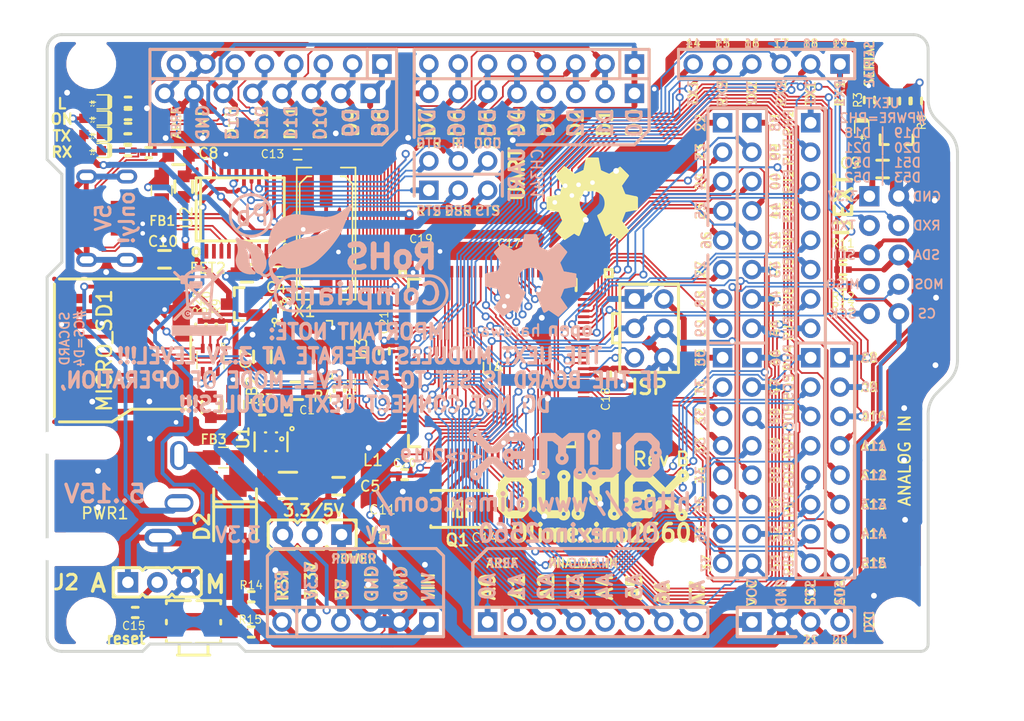
<source format=kicad_pcb>
(kicad_pcb (version 20190516) (host pcbnew "6.0.0-unknown-b876309~86~ubuntu18.04.1")
  (layers (0 "F.Cu" signal) (31 "B.Cu" signal) (34 "B.Paste" user hide) (35 "F.Paste" user hide) (36 "B.SilkS" user) (37 "F.SilkS" user) (38 "B.Mask" user hide) (39 "F.Mask" user hide) (44 "Edge.Cuts" user))
  (net 0 "")
  (net 1 "GND")
  (net 2 "/UE33")
  (net 3 "Net-(FB1-Pad1)")
  (net 4 "Net-(BUTTON1-Pad1)")
  (net 5 "/RST")
  (net 6 "Net-(C1-Pad2)")
  (net 7 "Net-(C1-Pad1)")
  (net 8 "VCC")
  (net 9 "/VIN")
  (net 10 "+3V3")
  (net 11 "+5VD")
  (net 12 "Net-(C6-Pad1)")
  (net 13 "/VUSB")
  (net 14 "Net-(C10-Pad2)")
  (net 15 "Net-(C11-Pad1)")
  (net 16 "Net-(C12-Pad1)")
  (net 17 "Net-(C13-Pad1)")
  (net 18 "Net-(C14-Pad1)")
  (net 19 "Net-(C15-Pad2)")
  (net 20 "Net-(C16-Pad1)")
  (net 21 "/D13")
  (net 22 "Net-(FET2-Pad1)")
  (net 23 "/DTR")
  (net 24 "Net-(LED1-Pad1)")
  (net 25 "Net-(LED2-Pad1)")
  (net 26 "Net-(LED3-Pad1)")
  (net 27 "Net-(LED4-Pad1)")
  (net 28 "Net-(LED5-Pad1)")
  (net 29 "Net-(MICRO_SD1-Pad1)")
  (net 30 "/D4")
  (net 31 "/D51")
  (net 32 "/D52")
  (net 33 "/D50")
  (net 34 "Net-(MICRO_SD1-Pad8)")
  (net 35 "/DCD")
  (net 36 "/RI")
  (net 37 "/RTS")
  (net 38 "/CTS")
  (net 39 "/DSR")
  (net 40 "/D1")
  (net 41 "/D2")
  (net 42 "/D3")
  (net 43 "/D5")
  (net 44 "/D0")
  (net 45 "/D7")
  (net 46 "/D6")
  (net 47 "/D12")
  (net 48 "/AREF")
  (net 49 "/D9")
  (net 50 "/D11")
  (net 51 "/D8")
  (net 52 "/D10")
  (net 53 "/A10")
  (net 54 "/A8")
  (net 55 "/A13")
  (net 56 "/A14")
  (net 57 "/A12")
  (net 58 "/A15")
  (net 59 "/A9")
  (net 60 "/A11")
  (net 61 "/PE7")
  (net 62 "/D46")
  (net 63 "/D33")
  (net 64 "/PD4")
  (net 65 "/D37")
  (net 66 "/D32")
  (net 67 "/D47")
  (net 68 "/PG4")
  (net 69 "/PE2")
  (net 70 "/D34")
  (net 71 "/PD5")
  (net 72 "/D48")
  (net 73 "/D35")
  (net 74 "/PE6")
  (net 75 "/D31")
  (net 76 "/D53")
  (net 77 "/D36")
  (net 78 "/D49")
  (net 79 "/PG3")
  (net 80 "/D30")
  (net 81 "/PD6")
  (net 82 "/PH2")
  (net 83 "/PJ4")
  (net 84 "/PH7")
  (net 85 "/PJ6")
  (net 86 "/PJ5")
  (net 87 "/PJ2")
  (net 88 "/PJ7")
  (net 89 "/PJ3")
  (net 90 "/D41")
  (net 91 "/D45")
  (net 92 "/D40")
  (net 93 "/D42")
  (net 94 "/D43")
  (net 95 "/D39")
  (net 96 "/D44")
  (net 97 "/D38")
  (net 98 "/D24")
  (net 99 "/D22")
  (net 100 "/D23")
  (net 101 "/D27")
  (net 102 "/D26")
  (net 103 "/D29")
  (net 104 "/D25")
  (net 105 "/D28")
  (net 106 "/D21")
  (net 107 "/D20")
  (net 108 "/A6")
  (net 109 "/A7")
  (net 110 "/D19")
  (net 111 "/D15")
  (net 112 "/D16")
  (net 113 "/D17")
  (net 114 "/D18")
  (net 115 "/D14")
  (net 116 "/A5")
  (net 117 "/A4")
  (net 118 "/A3")
  (net 119 "/A2")
  (net 120 "/A1")
  (net 121 "/A0")
  (net 122 "Net-(R4-Pad2)")
  (net 123 "/UD_N")
  (net 124 "/UD_P")
  (net 125 "/UTXD")
  (net 126 "/URXD")
  (net 127 "Net-(USB1-Pad4)")
  (net 128 "/VEXT")
  (net 129 "Net-(MICRO_SD1-Pad2)")
  (net 130 "Net-(MICRO_SD1-Pad3)")
  (net 131 "Net-(MICRO_SD1-Pad5)")
  (net 132 "Net-(MICRO_SD1-Pad7)")
  (net 133 "Net-(U2-Pad18)")
  (net 134 "Net-(U2-Pad20)")
  (module "OLIMEX_LOGOs-FP:LOGO_OPENHARDWARE_8x8" (layer "F.Cu") (at 69.99478 55.32628)
    (fp_text reference "" hide)
    (fp_text value "" hide)
  )
  (module "OLIMEX_Connectors-FP:SCD450" (layer "F.Cu") (at 27.8638 80.5434)
    (fp_text reference "PWR1" (at 0 1.5) (layer "F.SilkS"))
    (fp_text value "PWR-JACK")
    (pad "" np_thru_hole circle (at 4.5 0) (size 1.4 1.4) (drill 1.4) (layers *.Cu *.Mask))
    (pad "" np_thru_hole oval (at -2.6 4.6) (size 6.6 1.9) (drill oval 6.6 1.9) (layers *.Cu *.Mask))
    (pad "" np_thru_hole oval (at -2.5 -4.6) (size 6.6 1.9) (drill oval 6.6 1.9) (layers *.Cu *.Mask))
    (pad "3" thru_hole oval (at 6.4 0.6) (size 2.5 1.524) (drill oval 2 0.8) (layers *.Cu *.Mask) (net 22 "Net-(FET2-Pad1)"))
    (pad "2" thru_hole oval (at 4.8 3.6) (size 2.8 1.524) (drill oval 2 0.8) (layers *.Cu *.Mask) (net 1 "GND"))
    (pad "1" thru_hole oval (at 6.4 -3.5 270) (size 2.5 1.524) (drill oval 2 0.8) (layers *.Cu *.Mask) (net 128 "/VEXT"))
  )
  (module "OLIMEX_Cases-FP:OLIMEX_CASES-ARDUINO-MEGA-PLATFORM" (layer "F.Cu") (at 73.66 43.18)
    (fp_text reference "PLATFORM1")
    (fp_text value "ARDUINO_MEGA")
    (fp_line (start -34.29 50.165) (end -33.655 50.8) (layer "Edge.Cuts") (width 0.254))
    (fp_line (start -42.545 50.8) (end -41.91 50.165) (layer "Edge.Cuts") (width 0.254))
    (fp_line (start -50.8 18.415) (end -49.53 17.145) (layer "Edge.Cuts") (width 0.254))
    (fp_line (start -49.53 9.525) (end -50.8 8.255) (layer "Edge.Cuts") (width 0.254))
    (fp_line (start -50.8 8.255) (end -50.8 -1.27) (layer "Edge.Cuts") (width 0.254))
    (fp_line (start -49.53 17.145) (end -49.53 9.525) (layer "Edge.Cuts") (width 0.254))
    (fp_line (start -41.91 50.165) (end -34.29 50.165) (layer "Edge.Cuts") (width 0.254))
    (fp_line (start -49.53 50.8) (end -42.545 50.8) (layer "Edge.Cuts") (width 0.254))
    (fp_text user "AREF" (at -11.43 43.18) (layer "F.SilkS") (effects (font (size 0.762 0.762) (thickness 0.1524))))
    (fp_text user "ISP" (at 1.27 27.94) (layer "F.SilkS") (effects (font (size 1.27 1.27) (thickness 0.254))))
    (fp_text user "UART" (at -10.16 9.525 90) (layer "F.SilkS") (effects (font (size 1.27 1.27) (thickness 0.254))))
    (fp_text user "CTS" (at -12.7 12.7) (layer "F.SilkS") (effects (font (size 0.8 0.8))))
    (fp_text user "DSR" (at -15.24 12.7) (layer "F.SilkS") (effects (font (size 0.8 0.8))))
    (fp_text user "DCD" (at -12.7 6.858) (layer "F.SilkS") (effects (font (size 0.8 0.8))))
    (fp_text user "RI" (at -15.24 6.858) (layer "B.SilkS") (effects (font (size 0.8 0.8)) (justify mirror)))
    (fp_text user "RTS" (at -17.78 12.7) (layer "B.SilkS") (effects (font (size 0.8 0.8)) (justify mirror)))
    (fp_text user "DTR" (at -17.78 6.858) (layer "F.SilkS") (effects (font (size 0.8 0.8))))
    (fp_text user "SERIAL" (at 20.32 0 90) (layer "F.SilkS") (effects (font (size 0.8 0.8))))
    (fp_text user "I2C" (at 20.32 48.26 90) (layer "B.SilkS") (effects (font (size 0.8 0.8)) (justify mirror)))
    (fp_text user "RST" (at -30.48 45.085 90) (layer "F.SilkS") (effects (font (size 1.016 1.016) (thickness 0.2032))))
    (fp_text user "3.3V" (at -27.94 44.704 90) (layer "F.SilkS") (effects (font (size 1.016 1.016) (thickness 0.2032))))
    (fp_text user "20" (at 17.78 49.784) (layer "B.SilkS") (effects (font (size 0.7 0.7) (thickness 0.12)) (justify mirror)))
    (fp_text user "21" (at 15.24 49.784) (layer "B.SilkS") (effects (font (size 0.7 0.7) (thickness 0.12)) (justify mirror)))
    (fp_text user "SCL" (at 15.24 45.72 90) (layer "B.SilkS") (effects (font (size 0.8 0.8)) (justify mirror)))
    (fp_text user "GND" (at 12.7 45.72 90) (layer "F.SilkS") (effects (font (size 0.8 0.8))))
    (fp_text user "SDA" (at 17.78 45.72 90) (layer "F.SilkS") (effects (font (size 0.8 0.8))))
    (fp_text user "VCC" (at 10.16 45.72 90) (layer "B.SilkS") (effects (font (size 0.8 0.8)) (justify mirror)))
    (fp_text user "ANALOG IN" (at 23.368 34.29 90) (layer "F.SilkS"))
    (fp_text user "RX1" (at 17.78 2.54 90) (layer "B.SilkS") (effects (font (size 0.8 0.8)) (justify mirror)))
    (fp_text user "TX1" (at 15.24 2.54 90) (layer "B.SilkS") (effects (font (size 0.8 0.8)) (justify mirror)))
    (fp_text user "RX2" (at 12.7 2.54 90) (layer "B.SilkS") (effects (font (size 0.8 0.8)) (justify mirror)))
    (fp_text user "TX2" (at 10.16 2.54 90) (layer "B.SilkS") (effects (font (size 0.8 0.8)) (justify mirror)))
    (fp_text user "RX3" (at 7.62 2.54 90) (layer "F.SilkS") (effects (font (size 0.8 0.8))))
    (fp_text user "19" (at 17.78 -1.778) (layer "B.SilkS") (effects (font (size 0.7 0.7) (thickness 0.12)) (justify mirror)))
    (fp_text user "18" (at 15.24 -1.778) (layer "B.SilkS") (effects (font (size 0.7 0.7) (thickness 0.12)) (justify mirror)))
    (fp_text user "17" (at 12.7 -1.778) (layer "F.SilkS") (effects (font (size 0.7 0.7) (thickness 0.12))))
    (fp_text user "16" (at 10.16 -1.778) (layer "F.SilkS") (effects (font (size 0.7 0.7) (thickness 0.12))))
    (fp_text user "15" (at 7.62 -1.778) (layer "B.SilkS") (effects (font (size 0.7 0.7) (thickness 0.12)) (justify mirror)))
    (fp_text user "14" (at 5.08 -1.778) (layer "F.SilkS") (effects (font (size 0.7 0.7) (thickness 0.12))))
    (fp_text user "TX3" (at 5.08 2.54 90) (layer "F.SilkS") (effects (font (size 0.8 0.8))))
    (fp_line (start 25.4 31.1404) (end 25.4 50.165) (layer "Edge.Cuts") (width 0.254))
    (fp_arc (start 25.4 25.61844) (end 27.94 25.6286) (angle 45.33808609) (layer "Edge.Cuts") (width 0.254))
    (fp_arc (start 27.94 30.2641) (end 25.4 30.2641) (angle 44.79463703) (layer "Edge.Cuts") (width 0.254))
    (fp_line (start 27.178 27.432) (end 26.1366 28.4734) (layer "Edge.Cuts") (width 0.254))
    (fp_line (start 25.4 30.2641) (end 25.4 31.1404) (layer "Edge.Cuts") (width 0.254))
    (fp_text user "PE7" (at 13.335 38.1 90) (layer "F.SilkS") (effects (font (size 0.8 0.8))))
    (fp_text user "PG3" (at 13.335 35.56 90) (layer "B.SilkS") (effects (font (size 0.8 0.8)) (justify mirror)))
    (fp_text user "PG4" (at 13.335 33.02 90) (layer "F.SilkS") (effects (font (size 0.8 0.8))))
    (fp_text user "PD6" (at 13.335 30.48 90) (layer "B.SilkS") (effects (font (size 0.8 0.8)) (justify mirror)))
    (fp_text user "PD5" (at 13.335 27.94 90) (layer "B.SilkS") (effects (font (size 0.8 0.8)) (justify mirror)))
    (fp_text user "PD4" (at 13.335 25.4 90) (layer "F.SilkS") (effects (font (size 0.8 0.8))))
    (fp_text user "PJ7" (at 13.335 22.86 90) (layer "B.SilkS") (effects (font (size 0.8 0.8)) (justify mirror)))
    (fp_text user "PJ6" (at 13.335 20.32 90) (layer "F.SilkS") (effects (font (size 0.8 0.8))))
    (fp_text user "PJ5" (at 13.335 17.78 90) (layer "F.SilkS") (effects (font (size 0.8 0.8))))
    (fp_text user "PJ4" (at 13.335 15.24 90) (layer "B.SilkS") (effects (font (size 0.8 0.8)) (justify mirror)))
    (fp_text user "PJ3" (at 13.335 12.7 90) (layer "F.SilkS") (effects (font (size 0.8 0.8))))
    (fp_text user "PJ2" (at 13.335 10.16 90) (layer "B.SilkS") (effects (font (size 0.8 0.8)) (justify mirror)))
    (fp_text user "PH7" (at 13.335 7.62 90) (layer "B.SilkS") (effects (font (size 0.8 0.8)) (justify mirror)))
    (fp_text user "PE2" (at 13.335 43.18 90) (layer "F.SilkS") (effects (font (size 0.8 0.8))))
    (fp_text user "PE6" (at 13.335 40.64 90) (layer "F.SilkS") (effects (font (size 0.8 0.8))))
    (fp_text user "53" (at 12.192 43.18 90) (layer "F.SilkS") (effects (font (size 0.8 0.8))))
    (fp_text user "52" (at 12.192 40.64 90) (layer "B.SilkS") (effects (font (size 0.8 0.8)) (justify mirror)))
    (fp_text user "51" (at 12.192 38.1 90) (layer "F.SilkS") (effects (font (size 0.8 0.8))))
    (fp_text user "50" (at 12.192 35.56 90) (layer "B.SilkS") (effects (font (size 0.8 0.8)) (justify mirror)))
    (fp_text user "49" (at 12.192 33.02 90) (layer "F.SilkS") (effects (font (size 0.8 0.8))))
    (fp_text user "48" (at 12.192 30.48 90) (layer "B.SilkS") (effects (font (size 0.8 0.8)) (justify mirror)))
    (fp_text user "47" (at 12.192 27.94 90) (layer "F.SilkS") (effects (font (size 0.8 0.8))))
    (fp_text user "46" (at 12.192 25.4 90) (layer "B.SilkS") (effects (font (size 0.8 0.8)) (justify mirror)))
    (fp_text user "45" (at 12.192 22.86 90) (layer "F.SilkS") (effects (font (size 0.8 0.8))))
    (fp_text user "44" (at 12.192 20.32 90) (layer "F.SilkS") (effects (font (size 0.8 0.8))))
    (fp_text user "43" (at 12.192 17.78 90) (layer "F.SilkS") (effects (font (size 0.8 0.8))))
    (fp_text user "42" (at 12.192 15.24 90) (layer "F.SilkS") (effects (font (size 0.8 0.8))))
    (fp_text user "41" (at 12.192 12.7 90) (layer "F.SilkS") (effects (font (size 0.8 0.8))))
    (fp_text user "40" (at 12.192 10.16 90) (layer "F.SilkS") (effects (font (size 0.8 0.8))))
    (fp_text user "39" (at 12.192 7.62 90) (layer "F.SilkS") (effects (font (size 0.8 0.8))))
    (fp_text user "PH2" (at 13.335 5.08 90) (layer "F.SilkS") (effects (font (size 0.8 0.8))))
    (fp_text user "38" (at 12.192 5.08 90) (layer "B.SilkS") (effects (font (size 0.8 0.8)) (justify mirror)))
    (fp_text user "37" (at 6.223 43.18 90) (layer "B.SilkS") (effects (font (size 0.8 0.8)) (justify mirror)))
    (fp_text user "36" (at 5.715 40.64 90) (layer "F.SilkS") (effects (font (size 0.8 0.8))))
    (fp_text user "35" (at 5.715 38.1 90) (layer "F.SilkS") (effects (font (size 0.8 0.8))))
    (fp_text user "34" (at 5.715 35.56 90) (layer "B.SilkS") (effects (font (size 0.8 0.8)) (justify mirror)))
    (fp_text user "33" (at 5.715 33.02 90) (layer "B.SilkS") (effects (font (size 0.8 0.8)) (justify mirror)))
    (fp_text user "32" (at 5.715 30.48 90) (layer "B.SilkS") (effects (font (size 0.8 0.8)) (justify mirror)))
    (fp_text user "31" (at 5.715 27.94 90) (layer "B.SilkS") (effects (font (size 0.8 0.8)) (justify mirror)))
    (fp_text user "30" (at 5.715 25.4 90) (layer "B.SilkS") (effects (font (size 0.8 0.8)) (justify mirror)))
    (fp_text user "29" (at 5.715 22.86 90) (layer "F.SilkS") (effects (font (size 0.8 0.8))))
    (fp_text user "28" (at 5.715 20.32 90) (layer "F.SilkS") (effects (font (size 0.8 0.8))))
    (fp_text user "27" (at 5.715 17.78 90) (layer "B.SilkS") (effects (font (size 0.8 0.8)) (justify mirror)))
    (fp_text user "26" (at 6.223 15.24 90) (layer "F.SilkS") (effects (font (size 0.8 0.8))))
    (fp_text user "25" (at 5.715 12.7 90) (layer "F.SilkS") (effects (font (size 0.8 0.8))))
    (fp_text user "24" (at 5.715 10.16 90) (layer "B.SilkS") (effects (font (size 0.8 0.8)) (justify mirror)))
    (fp_text user "23" (at 5.715 7.62 90) (layer "F.SilkS") (effects (font (size 0.8 0.8))))
    (fp_text user "22" (at 5.715 5.08 90) (layer "F.SilkS") (effects (font (size 0.8 0.8))))
    (fp_text user "A15" (at 20.701 43.18) (layer "B.SilkS") (effects (font (size 0.8 0.8)) (justify mirror)))
    (fp_text user "A14" (at 20.701 40.64) (layer "B.SilkS") (effects (font (size 0.8 0.8)) (justify mirror)))
    (fp_text user "A13" (at 20.701 38.1) (layer "B.SilkS") (effects (font (size 0.8 0.8)) (justify mirror)))
    (fp_text user "A12" (at 20.701 35.56) (layer "B.SilkS") (effects (font (size 0.8 0.8)) (justify mirror)))
    (fp_text user "A11" (at 20.701 33.02) (layer "B.SilkS") (effects (font (size 0.8 0.8)) (justify mirror)))
    (fp_text user "A10" (at 20.701 30.48) (layer "B.SilkS") (effects (font (size 0.8 0.8)) (justify mirror)))
    (fp_text user "A9" (at 20.32 27.94) (layer "B.SilkS") (effects (font (size 0.8 0.8)) (justify mirror)))
    (fp_text user "A8" (at 20.32 25.4) (layer "B.SilkS") (effects (font (size 0.8 0.8)) (justify mirror)))
    (fp_text user "A7" (at 5.461 45.72 90) (layer "F.SilkS") (effects (font (size 1.143 1.143) (thickness 0.254))))
    (fp_text user "A6" (at 2.413 45.72 90) (layer "F.SilkS") (effects (font (size 1.143 1.143) (thickness 0.254))))
    (fp_line (start 25.4 -1.27) (end 25.4 3.175) (layer "Edge.Cuts") (width 0.254))
    (fp_text user "AREF" (at -39.61746 5.08 270) (layer "F.SilkS") (effects (font (size 0.762 0.762) (thickness 0.1524))))
    (fp_text user "GND" (at -37.33146 5.08 270) (layer "F.SilkS") (effects (font (size 1.016 1.016) (thickness 0.2032))))
    (fp_text user "D13" (at -34.79146 5.08 270) (layer "F.SilkS") (effects (font (size 1.016 1.016) (thickness 0.2032))))
    (fp_text user "D12" (at -32.25146 5.08 270) (layer "F.SilkS") (effects (font (size 1.016 1.016) (thickness 0.2032))))
    (fp_text user "D11" (at -29.71146 5.08 270) (layer "F.SilkS") (effects (font (size 1.016 1.016) (thickness 0.2032))))
    (fp_text user "D10" (at -27.17146 5.08 270) (layer "F.SilkS") (effects (font (size 1.016 1.016) (thickness 0.2032))))
    (fp_text user "D9" (at -24.50446 5.08 270) (layer "F.SilkS") (effects (font (size 1.27 1.27) (thickness 0.254))))
    (fp_text user "D8" (at -21.967 5.08 270) (layer "F.SilkS") (effects (font (size 1.27 1.27) (thickness 0.254))))
    (fp_text user "D7" (at -17.907 5.08 90) (layer "B.SilkS") (effects (font (size 1.27 1.27) (thickness 0.254)) (justify mirror)))
    (fp_text user "D6" (at -15.367 5.08 90) (layer "B.SilkS") (effects (font (size 1.27 1.27) (thickness 0.254)) (justify mirror)))
    (fp_text user "D5" (at -12.7 5.08 270) (layer "F.SilkS") (effects (font (size 1.27 1.27) (thickness 0.254))))
    (fp_text user "D4" (at -10.16 5.08 270) (layer "F.SilkS") (effects (font (size 1.27 1.27) (thickness 0.254))))
    (fp_text user "D3" (at -7.62 5.08 270) (layer "F.SilkS") (effects (font (size 1.27 1.27) (thickness 0.254))))
    (fp_text user "D2" (at -5.08 5.08 270) (layer "F.SilkS") (effects (font (size 1.27 1.27) (thickness 0.254))))
    (fp_text user "D1" (at -2.54 5.08 90) (layer "B.SilkS") (effects (font (size 1.27 1.27) (thickness 0.254)) (justify mirror)))
    (fp_text user "D0" (at 0 5.08 270) (layer "F.SilkS") (effects (font (size 1.27 1.27) (thickness 0.254))))
    (fp_text user "ANALOG IN" (at -4.445 43.18) (layer "F.SilkS") (effects (font (size 0.762 0.762) (thickness 0.1524))))
    (fp_text user "A5" (at 0 45.212 90) (layer "F.SilkS") (effects (font (size 1.27 1.27) (thickness 0.254))))
    (fp_text user "A4" (at -2.54 45.212 90) (layer "F.SilkS") (effects (font (size 1.27 1.27) (thickness 0.254))))
    (fp_text user "A3" (at -5.08 45.212 90) (layer "F.SilkS") (effects (font (size 1.27 1.27) (thickness 0.254))))
    (fp_text user "A2" (at -7.62 45.212 90) (layer "F.SilkS") (effects (font (size 1.27 1.27) (thickness 0.254))))
    (fp_text user "A1" (at -10.16 45.212 90) (layer "F.SilkS") (effects (font (size 1.27 1.27) (thickness 0.254))))
    (fp_text user "A0" (at -12.7 45.212 90) (layer "F.SilkS") (effects (font (size 1.27 1.27) (thickness 0.254))))
    (fp_text user "POWER" (at -24.25192 42.799 180) (layer "F.SilkS") (effects (font (size 0.762 0.762) (thickness 0.1524))))
    (fp_text user "VIN" (at -17.82064 45.212 90) (layer "F.SilkS") (effects (font (size 1.016 1.016) (thickness 0.2032))))
    (fp_text user "GND" (at -20.193 44.958 90) (layer "F.SilkS") (effects (font (size 1.016 1.016) (thickness 0.2032))))
    (fp_text user "GND" (at -22.733 44.958 90) (layer "F.SilkS") (effects (font (size 1.016 1.016) (thickness 0.2032))))
    (fp_text user "5V" (at -25.27554 45.466 90) (layer "F.SilkS") (effects (font (size 1.016 1.016) (thickness 0.2032))))
    (fp_arc (start -49.53 -1.27) (end -50.8 -1.27) (angle 90) (layer "Edge.Cuts") (width 0.254))
    (fp_arc (start -49.53 49.53) (end -49.53 50.8) (angle 90) (layer "Edge.Cuts") (width 0.254))
    (fp_arc (start 24.765 50.165) (end 25.4 50.165) (angle 90) (layer "Edge.Cuts") (width 0.254))
    (fp_arc (start 25.399613 7.691768) (end 27.195393 5.895988) (angle 42.8095566) (layer "Edge.Cuts") (width 0.254))
    (fp_arc (start 27.939613 3.046108) (end 26.141293 4.841888) (angle 42.05410287) (layer "Edge.Cuts") (width 0.254))
    (fp_arc (start 24.13 -1.27) (end 24.13 -2.54) (angle 90) (layer "Edge.Cuts") (width 0.254))
    (fp_line (start -49.53 -2.54) (end 24.13 -2.54) (layer "Edge.Cuts") (width 0.254))
    (fp_line (start -50.8 49.53) (end -50.8 18.415) (layer "Edge.Cuts") (width 0.254))
    (fp_line (start 24.765 50.8) (end -33.655 50.8) (layer "Edge.Cuts") (width 0.254))
    (fp_line (start 27.94 7.5946) (end 27.94 25.6286) (layer "Edge.Cuts") (width 0.254))
    (fp_line (start 26.141293 4.841888) (end 27.195393 5.895988) (layer "Edge.Cuts") (width 0.254))
    (fp_text user "RST" (at -30.48 45.085 90) (layer "B.SilkS") (effects (font (size 1.016 1.016) (thickness 0.2032)) (justify mirror)))
    (fp_text user "3.3V" (at -27.94 44.7 90) (layer "B.SilkS") (effects (font (size 1.016 1.016) (thickness 0.2032)) (justify mirror)))
    (fp_text user "5V" (at -25.27554 45.45 90) (layer "B.SilkS") (effects (font (size 1.016 1.016) (thickness 0.2032)) (justify mirror)))
    (fp_text user "GND" (at -22.7 44.9 90) (layer "B.SilkS") (effects (font (size 1.016 1.016) (thickness 0.2032)) (justify mirror)))
    (fp_text user "GND" (at -20.2 45 90) (layer "B.SilkS") (effects (font (size 1.016 1.016) (thickness 0.2032)) (justify mirror)))
    (fp_text user "VIN" (at -17.82064 45.2 90) (layer "B.SilkS") (effects (font (size 1.016 1.016) (thickness 0.2032)) (justify mirror)))
    (fp_text user "POWER" (at -24.3 42.799) (layer "B.SilkS") (effects (font (size 0.762 0.762) (thickness 0.1524)) (justify mirror)))
    (fp_text user "AREF" (at -11.45 43.18) (layer "B.SilkS") (effects (font (size 0.762 0.762) (thickness 0.1524)) (justify mirror)))
    (fp_text user "ANALOG IN" (at -4.45 43.18) (layer "B.SilkS") (effects (font (size 0.762 0.762) (thickness 0.1524)) (justify mirror)))
    (fp_text user "A0" (at -12.7 45.2 90) (layer "B.SilkS") (effects (font (size 1.27 1.27) (thickness 0.254)) (justify mirror)))
    (fp_text user "A1" (at -10.16 45.2 90) (layer "B.SilkS") (effects (font (size 1.27 1.27) (thickness 0.254)) (justify mirror)))
    (fp_text user "A2" (at -7.65 45.2 90) (layer "B.SilkS") (effects (font (size 1.27 1.27) (thickness 0.254)) (justify mirror)))
    (fp_text user "A3" (at -5.08 45.2 90) (layer "B.SilkS") (effects (font (size 1.27 1.27) (thickness 0.254)) (justify mirror)))
    (fp_text user "A4" (at -2.55 45.2 90) (layer "B.SilkS") (effects (font (size 1.27 1.27) (thickness 0.254)) (justify mirror)))
    (fp_text user "A5" (at 0 45.2 90) (layer "B.SilkS") (effects (font (size 1.27 1.27) (thickness 0.254)) (justify mirror)))
    (fp_text user "A6" (at 2.413 45.7 90) (layer "B.SilkS") (effects (font (size 1.143 1.143) (thickness 0.254)) (justify mirror)))
    (fp_text user "A7" (at 5.45 45.7 90) (layer "B.SilkS") (effects (font (size 1.143 1.143) (thickness 0.254)) (justify mirror)))
    (fp_text user "D8" (at -21.967 5.05 90) (layer "B.SilkS") (effects (font (size 1.27 1.27) (thickness 0.254)) (justify mirror)))
    (fp_text user "D9" (at -24.50446 5.075 90) (layer "B.SilkS") (effects (font (size 1.27 1.27) (thickness 0.254)) (justify mirror)))
    (fp_text user "D10" (at -27.2 5.075 90) (layer "B.SilkS") (effects (font (size 1.016 1.016) (thickness 0.2032)) (justify mirror)))
    (fp_text user "D11" (at -29.725 5.075 90) (layer "B.SilkS") (effects (font (size 1.016 1.016) (thickness 0.2032)) (justify mirror)))
    (fp_text user "D12" (at -32.25146 5.075 90) (layer "B.SilkS") (effects (font (size 1.016 1.016) (thickness 0.2032)) (justify mirror)))
    (fp_text user "D13" (at -34.79146 5.075 90) (layer "B.SilkS") (effects (font (size 1.016 1.016) (thickness 0.2032)) (justify mirror)))
    (fp_text user "GND" (at -37.33146 5.075 90) (layer "B.SilkS") (effects (font (size 1.016 1.016) (thickness 0.2032)) (justify mirror)))
    (fp_text user "AREF" (at -39.625 5.075 90) (layer "B.SilkS") (effects (font (size 0.762 0.762) (thickness 0.1524)) (justify mirror)))
    (fp_text user "RTS" (at -17.78 12.7) (layer "F.SilkS") (effects (font (size 0.8 0.8))))
    (fp_text user "RI" (at -15.24 6.858) (layer "F.SilkS") (effects (font (size 0.8 0.8))))
    (fp_text user "D7" (at -17.907 5.08 270) (layer "F.SilkS") (effects (font (size 1.27 1.27) (thickness 0.254))))
    (fp_text user "D6" (at -15.367 5.08 270) (layer "F.SilkS") (effects (font (size 1.27 1.27) (thickness 0.254))))
    (fp_text user "D2" (at -5.08 5.08 90) (layer "B.SilkS") (effects (font (size 1.27 1.27) (thickness 0.254)) (justify mirror)))
    (fp_text user "D5" (at -12.7 5.08 90) (layer "B.SilkS") (effects (font (size 1.27 1.27) (thickness 0.254)) (justify mirror)))
    (fp_text user "D1" (at -2.54 5.08 270) (layer "F.SilkS") (effects (font (size 1.27 1.27) (thickness 0.254))))
    (fp_text user "DSR" (at -15.24 12.7) (layer "B.SilkS") (effects (font (size 0.8 0.8)) (justify mirror)))
    (fp_text user "DTR" (at -17.78 6.858) (layer "B.SilkS") (effects (font (size 0.8 0.8)) (justify mirror)))
    (fp_text user "D4" (at -10.16 5.08 90) (layer "B.SilkS") (effects (font (size 1.27 1.27) (thickness 0.254)) (justify mirror)))
    (fp_text user "DCD" (at -12.7 6.858) (layer "B.SilkS") (effects (font (size 0.8 0.8)) (justify mirror)))
    (fp_text user "CTS" (at -12.7 12.7) (layer "B.SilkS") (effects (font (size 0.8 0.8)) (justify mirror)))
    (fp_text user "UART" (at -10.16 9.525 90) (layer "B.SilkS") (effects (font (size 1.27 1.27) (thickness 0.254)) (justify mirror)))
    (fp_text user "D3" (at -7.62 5.08 90) (layer "B.SilkS") (effects (font (size 1.27 1.27) (thickness 0.254)) (justify mirror)))
    (fp_text user "D0" (at 0 5.08 90) (layer "B.SilkS") (effects (font (size 1.27 1.27) (thickness 0.254)) (justify mirror)))
    (fp_text user "15" (at 7.62 -1.778) (layer "F.SilkS") (effects (font (size 0.7 0.7) (thickness 0.12))))
    (fp_text user "27" (at 5.715 17.78 90) (layer "F.SilkS") (effects (font (size 0.8 0.8))))
    (fp_text user "RX1" (at 17.78 2.54 90) (layer "F.SilkS") (effects (font (size 0.8 0.8))))
    (fp_text user "TX2" (at 10.16 2.54 90) (layer "F.SilkS") (effects (font (size 0.8 0.8))))
    (fp_text user "RX2" (at 12.7 2.54 90) (layer "F.SilkS") (effects (font (size 0.8 0.8))))
    (fp_text user "A14" (at 20.701 40.64) (layer "F.SilkS") (effects (font (size 0.8 0.8))))
    (fp_text user "A12" (at 20.701 35.56) (layer "F.SilkS") (effects (font (size 0.8 0.8))))
    (fp_text user "A6" (at 2.413 45.7 90) (layer "B.SilkS") (effects (font (size 1.143 1.143) (thickness 0.254)) (justify mirror)))
    (fp_text user "TX1" (at 15.24 2.54 90) (layer "F.SilkS") (effects (font (size 0.8 0.8))))
    (fp_text user "34" (at 5.715 35.56 90) (layer "F.SilkS") (effects (font (size 0.8 0.8))))
    (fp_text user "48" (at 12.192 30.48 90) (layer "F.SilkS") (effects (font (size 0.8 0.8))))
    (fp_text user "I2C" (at 20.32 48.26 90) (layer "F.SilkS") (effects (font (size 0.8 0.8))))
    (fp_text user "SCL" (at 15.24 45.72 90) (layer "F.SilkS") (effects (font (size 0.8 0.8))))
    (fp_text user "23" (at 5.715 7.62 90) (layer "B.SilkS") (effects (font (size 0.8 0.8)) (justify mirror)))
    (fp_text user "A11" (at 20.701 33.02) (layer "F.SilkS") (effects (font (size 0.8 0.8))))
    (fp_text user "PG3" (at 13.335 35.56 90) (layer "F.SilkS") (effects (font (size 0.8 0.8))))
    (fp_text user "18" (at 15.24 -1.778) (layer "F.SilkS") (effects (font (size 0.7 0.7) (thickness 0.12))))
    (fp_text user "VCC" (at 10.16 45.72 90) (layer "F.SilkS") (effects (font (size 0.8 0.8))))
    (fp_text user "29" (at 5.715 22.86 90) (layer "B.SilkS") (effects (font (size 0.8 0.8)) (justify mirror)))
    (fp_text user "24" (at 5.715 10.16 90) (layer "F.SilkS") (effects (font (size 0.8 0.8))))
    (fp_text user "ANALOG IN" (at 23.368 34.29 90) (layer "F.SilkS"))
    (fp_text user "A6" (at 2.413 45.72 90) (layer "F.SilkS") (effects (font (size 1.143 1.143) (thickness 0.254))))
    (fp_text user "PJ7" (at 13.335 22.86 90) (layer "F.SilkS") (effects (font (size 0.8 0.8))))
    (fp_text user "38" (at 12.192 5.08 90) (layer "F.SilkS") (effects (font (size 0.8 0.8))))
    (fp_text user "20" (at 17.78 49.784) (layer "F.SilkS") (effects (font (size 0.7 0.7) (thickness 0.12))))
    (fp_text user "37" (at 6.223 43.18 90) (layer "F.SilkS") (effects (font (size 0.8 0.8))))
    (fp_text user "GND" (at 12.7 45.72 90) (layer "B.SilkS") (effects (font (size 0.8 0.8)) (justify mirror)))
    (fp_text user "32" (at 5.715 30.48 90) (layer "F.SilkS") (effects (font (size 0.8 0.8))))
    (fp_text user "19" (at 17.78 -1.778) (layer "F.SilkS") (effects (font (size 0.7 0.7) (thickness 0.12))))
    (fp_text user "21" (at 15.24 49.784) (layer "F.SilkS") (effects (font (size 0.7 0.7) (thickness 0.12))))
    (fp_text user "A9" (at 20.32 27.94) (layer "F.SilkS") (effects (font (size 0.8 0.8))))
    (fp_text user "26" (at 6.223 15.24 90) (layer "B.SilkS") (effects (font (size 0.8 0.8)) (justify mirror)))
    (fp_text user "31" (at 5.715 27.94 90) (layer "F.SilkS") (effects (font (size 0.8 0.8))))
    (fp_text user "33" (at 5.715 33.02 90) (layer "F.SilkS") (effects (font (size 0.8 0.8))))
    (fp_text user "PE6" (at 13.335 40.64 90) (layer "B.SilkS") (effects (font (size 0.8 0.8)) (justify mirror)))
    (fp_text user "28" (at 5.715 20.32 90) (layer "B.SilkS") (effects (font (size 0.8 0.8)) (justify mirror)))
    (fp_text user "35" (at 5.715 38.1 90) (layer "B.SilkS") (effects (font (size 0.8 0.8)) (justify mirror)))
    (fp_text user "44" (at 12.192 20.32 90) (layer "B.SilkS") (effects (font (size 0.8 0.8)) (justify mirror)))
    (fp_text user "36" (at 5.715 40.64 90) (layer "B.SilkS") (effects (font (size 0.8 0.8)) (justify mirror)))
    (fp_text user "SERIAL" (at 20.32 0 90) (layer "B.SilkS") (effects (font (size 0.8 0.8)) (justify mirror)))
    (fp_text user "17" (at 12.7 -1.778) (layer "B.SilkS") (effects (font (size 0.7 0.7) (thickness 0.12)) (justify mirror)))
    (fp_text user "49" (at 12.192 33.02 90) (layer "B.SilkS") (effects (font (size 0.8 0.8)) (justify mirror)))
    (fp_text user "A10" (at 20.701 30.48) (layer "F.SilkS") (effects (font (size 0.8 0.8))))
    (fp_text user "SDA" (at 17.78 45.72 90) (layer "B.SilkS") (effects (font (size 0.8 0.8)) (justify mirror)))
    (fp_text user "A15" (at 20.701 43.18) (layer "F.SilkS") (effects (font (size 0.8 0.8))))
    (fp_text user "A7" (at 5.45 45.7 90) (layer "B.SilkS") (effects (font (size 1.143 1.143) (thickness 0.254)) (justify mirror)))
    (fp_text user "PD6" (at 13.335 30.48 90) (layer "F.SilkS") (effects (font (size 0.8 0.8))))
    (fp_text user "41" (at 12.192 12.7 90) (layer "B.SilkS") (effects (font (size 0.8 0.8)) (justify mirror)))
    (fp_text user "PJ3" (at 13.335 12.7 90) (layer "B.SilkS") (effects (font (size 0.8 0.8)) (justify mirror)))
    (fp_text user "PE7" (at 13.335 38.1 90) (layer "B.SilkS") (effects (font (size 0.8 0.8)) (justify mirror)))
    (fp_text user "43" (at 12.192 17.78 90) (layer "B.SilkS") (effects (font (size 0.8 0.8)) (justify mirror)))
    (fp_text user "PJ2" (at 13.335 10.16 90) (layer "F.SilkS") (effects (font (size 0.8 0.8))))
    (fp_text user "46" (at 12.192 25.4 90) (layer "F.SilkS") (effects (font (size 0.8 0.8))))
    (fp_text user "45" (at 12.192 22.86 90) (layer "B.SilkS") (effects (font (size 0.8 0.8)) (justify mirror)))
    (fp_text user "51" (at 12.192 38.1 90) (layer "B.SilkS") (effects (font (size 0.8 0.8)) (justify mirror)))
    (fp_text user "PE2" (at 13.335 43.18 90) (layer "B.SilkS") (effects (font (size 0.8 0.8)) (justify mirror)))
    (fp_text user "PH7" (at 13.335 7.62 90) (layer "F.SilkS") (effects (font (size 0.8 0.8))))
    (fp_text user "52" (at 12.192 40.64 90) (layer "F.SilkS") (effects (font (size 0.8 0.8))))
    (fp_text user "PH2" (at 13.335 5.08 90) (layer "B.SilkS") (effects (font (size 0.8 0.8)) (justify mirror)))
    (fp_text user "42" (at 12.192 15.24 90) (layer "B.SilkS") (effects (font (size 0.8 0.8)) (justify mirror)))
    (fp_text user "PJ6" (at 13.335 20.32 90) (layer "B.SilkS") (effects (font (size 0.8 0.8)) (justify mirror)))
    (fp_text user "PJ4" (at 13.335 15.24 90) (layer "F.SilkS") (effects (font (size 0.8 0.8))))
    (fp_text user "16" (at 10.16 -1.778) (layer "B.SilkS") (effects (font (size 0.7 0.7) (thickness 0.12)) (justify mirror)))
    (fp_text user "RX3" (at 7.62 2.54 90) (layer "B.SilkS") (effects (font (size 0.8 0.8)) (justify mirror)))
    (fp_text user "14" (at 5.08 -1.778) (layer "B.SilkS") (effects (font (size 0.7 0.7) (thickness 0.12)) (justify mirror)))
    (fp_text user "50" (at 12.192 35.56 90) (layer "F.SilkS") (effects (font (size 0.8 0.8))))
    (fp_text user "47" (at 12.192 27.94 90) (layer "B.SilkS") (effects (font (size 0.8 0.8)) (justify mirror)))
    (fp_text user "PD4" (at 13.335 25.4 90) (layer "B.SilkS") (effects (font (size 0.8 0.8)) (justify mirror)))
    (fp_text user "PD5" (at 13.335 27.94 90) (layer "F.SilkS") (effects (font (size 0.8 0.8))))
    (fp_text user "40" (at 12.192 10.16 90) (layer "B.SilkS") (effects (font (size 0.8 0.8)) (justify mirror)))
    (fp_text user "PJ5" (at 13.335 17.78 90) (layer "B.SilkS") (effects (font (size 0.8 0.8)) (justify mirror)))
    (fp_text user "TX3" (at 5.08 2.54 90) (layer "B.SilkS") (effects (font (size 0.8 0.8)) (justify mirror)))
    (fp_text user "PG4" (at 13.335 33.02 90) (layer "B.SilkS") (effects (font (size 0.8 0.8)) (justify mirror)))
    (fp_text user "39" (at 12.192 7.62 90) (layer "B.SilkS") (effects (font (size 0.8 0.8)) (justify mirror)))
    (fp_text user "25" (at 5.715 12.7 90) (layer "B.SilkS") (effects (font (size 0.8 0.8)) (justify mirror)))
    (fp_text user "A13" (at 20.701 38.1) (layer "F.SilkS") (effects (font (size 0.8 0.8))))
    (fp_text user "22" (at 5.715 5.08 90) (layer "B.SilkS") (effects (font (size 0.8 0.8)) (justify mirror)))
    (fp_text user "30" (at 5.715 25.4 90) (layer "F.SilkS") (effects (font (size 0.8 0.8))))
    (fp_text user "53" (at 12.192 43.18 90) (layer "B.SilkS") (effects (font (size 0.8 0.8)) (justify mirror)))
    (fp_text user "A7" (at 5.461 45.72 90) (layer "F.SilkS") (effects (font (size 1.143 1.143) (thickness 0.254))))
    (fp_text user "A8" (at 20.32 25.4) (layer "F.SilkS") (effects (font (size 0.8 0.8))))
    (pad "" np_thru_hole circle (at 3.81 43.18) (size 3.3 3.3) (drill 3.3) (layers *.Cu *.Mask))
    (pad "3V3" thru_hole circle (at -27.94 48.26) (size 1.6764 1.6764) (drill 1.016) (layers *.Cu *.Mask) (net 10 "+3V3"))
    (pad "5V" thru_hole circle (at -25.4 48.26) (size 1.6764 1.6764) (drill 1.016) (layers *.Cu *.Mask) (net 11 "+5VD"))
    (pad "A0" thru_hole rect (at -12.7 48.26) (size 1.6764 1.6764) (drill 1.016) (layers *.Cu *.Mask) (net 121 "/A0"))
    (pad "A1" thru_hole circle (at -10.16 48.26) (size 1.6764 1.6764) (drill 1.016) (layers *.Cu *.Mask) (net 120 "/A1"))
    (pad "A2" thru_hole circle (at -7.62 48.26) (size 1.6764 1.6764) (drill 1.016) (layers *.Cu *.Mask) (net 119 "/A2"))
    (pad "A3" thru_hole circle (at -5.08 48.26) (size 1.6764 1.6764) (drill 1.016) (layers *.Cu *.Mask) (net 118 "/A3"))
    (pad "A4" thru_hole circle (at -2.54 48.26) (size 1.6764 1.6764) (drill 1.016) (layers *.Cu *.Mask) (net 117 "/A4"))
    (pad "A5" thru_hole circle (at 0 48.26) (size 1.6764 1.6764) (drill 1.016) (layers *.Cu *.Mask) (net 116 "/A5"))
    (pad "AREF" thru_hole circle (at -39.61746 0) (size 1.6764 1.6764) (drill 1.016) (layers *.Cu *.Mask) (net 48 "/AREF"))
    (pad "D0" thru_hole rect (at 0 0) (size 1.6764 1.6764) (drill 1.016) (layers *.Cu *.Mask) (net 44 "/D0"))
    (pad "D1" thru_hole circle (at -2.54 0) (size 1.6764 1.6764) (drill 1.016) (layers *.Cu *.Mask) (net 40 "/D1"))
    (pad "D2" thru_hole circle (at -5.08 0) (size 1.6764 1.6764) (drill 1.016) (layers *.Cu *.Mask) (net 41 "/D2"))
    (pad "D3" thru_hole circle (at -7.62 0) (size 1.6764 1.6764) (drill 1.016) (layers *.Cu *.Mask) (net 42 "/D3"))
    (pad "D4" thru_hole circle (at -10.16 0) (size 1.6764 1.6764) (drill 1.016) (layers *.Cu *.Mask) (net 30 "/D4"))
    (pad "D5" thru_hole circle (at -12.7 0) (size 1.6764 1.6764) (drill 1.016) (layers *.Cu *.Mask) (net 43 "/D5"))
    (pad "D6" thru_hole circle (at -15.24 0) (size 1.6764 1.6764) (drill 1.016) (layers *.Cu *.Mask) (net 46 "/D6"))
    (pad "D7" thru_hole circle (at -17.78 0) (size 1.6764 1.6764) (drill 1.016) (layers *.Cu *.Mask) (net 45 "/D7"))
    (pad "D8" thru_hole rect (at -21.84 0) (size 1.6764 1.6764) (drill 1.016) (layers *.Cu *.Mask) (net 51 "/D8"))
    (pad "D9" thru_hole circle (at -24.37746 0) (size 1.6764 1.6764) (drill 1.016) (layers *.Cu *.Mask) (net 49 "/D9"))
    (pad "D10" thru_hole circle (at -26.91746 0) (size 1.6764 1.6764) (drill 1.016) (layers *.Cu *.Mask) (net 52 "/D10"))
    (pad "D11" thru_hole circle (at -29.45746 0) (size 1.6764 1.6764) (drill 1.016) (layers *.Cu *.Mask) (net 50 "/D11"))
    (pad "D12" thru_hole circle (at -31.99746 0) (size 1.6764 1.6764) (drill 1.016) (layers *.Cu *.Mask) (net 47 "/D12"))
    (pad "D13" thru_hole circle (at -34.53746 0) (size 1.6764 1.6764) (drill 1.016) (layers *.Cu *.Mask) (net 21 "/D13"))
    (pad "GND" thru_hole circle (at -22.86 48.26) (size 1.6764 1.6764) (drill 1.016) (layers *.Cu *.Mask) (net 1 "GND"))
    (pad "GND" thru_hole circle (at -20.32 48.26) (size 1.6764 1.6764) (drill 1.016) (layers *.Cu *.Mask) (net 1 "GND"))
    (pad "GND" thru_hole circle (at -37.07746 0) (size 1.6764 1.6764) (drill 1.016) (layers *.Cu *.Mask) (net 1 "GND"))
    (pad "RST" thru_hole circle (at -30.48 48.26) (size 1.6764 1.6764) (drill 1.016) (layers *.Cu *.Mask) (net 5 "/RST"))
    (pad "VIN" thru_hole rect (at -17.78 48.26) (size 1.6764 1.6764) (drill 1.016) (layers *.Cu *.Mask) (net 128 "/VEXT"))
    (pad "D14" thru_hole circle (at 5.08 0) (size 1.6764 1.6764) (drill 1.016) (layers *.Cu *.Mask) (net 115 "/D14"))
    (pad "D18" thru_hole circle (at 15.24 0) (size 1.6764 1.6764) (drill 1.016) (layers *.Cu *.Mask) (net 114 "/D18"))
    (pad "D17" thru_hole circle (at 12.7 0) (size 1.6764 1.6764) (drill 1.016) (layers *.Cu *.Mask) (net 113 "/D17"))
    (pad "D16" thru_hole circle (at 10.16 0) (size 1.6764 1.6764) (drill 1.016) (layers *.Cu *.Mask) (net 112 "/D16"))
    (pad "D15" thru_hole circle (at 7.62 0) (size 1.6764 1.6764) (drill 1.016) (layers *.Cu *.Mask) (net 111 "/D15"))
    (pad "D19" thru_hole rect (at 17.78 0) (size 1.6764 1.6764) (drill 1.016) (layers *.Cu *.Mask) (net 110 "/D19"))
    (pad "A7" thru_hole circle (at 5.08 48.26) (size 1.6764 1.6764) (drill 1.016) (layers *.Cu *.Mask) (net 109 "/A7"))
    (pad "A6" thru_hole circle (at 2.54 48.26) (size 1.6764 1.6764) (drill 1.016) (layers *.Cu *.Mask) (net 108 "/A6"))
    (pad "D20" thru_hole circle (at 17.78 48.26) (size 1.6764 1.6764) (drill 1.016) (layers *.Cu *.Mask) (net 107 "/D20"))
    (pad "D21" thru_hole circle (at 15.24 48.26) (size 1.6764 1.6764) (drill 1.016) (layers *.Cu *.Mask) (net 106 "/D21"))
    (pad "GND" thru_hole circle (at 12.7 48.26) (size 1.6764 1.6764) (drill 1.016) (layers *.Cu *.Mask) (net 1 "GND"))
    (pad "VCC" thru_hole rect (at 10.16 48.26) (size 1.6764 1.6764) (drill 1.016) (layers *.Cu *.Mask) (net 8 "VCC"))
    (pad "D28" thru_hole circle (at 7.62 20.32 90) (size 1.6764 1.6764) (drill 1.016) (layers *.Cu *.Mask) (net 105 "/D28"))
    (pad "D25" thru_hole circle (at 7.62 12.7 90) (size 1.6764 1.6764) (drill 1.016) (layers *.Cu *.Mask) (net 104 "/D25"))
    (pad "D29" thru_hole circle (at 7.62 22.86 90) (size 1.6764 1.6764) (drill 1.016) (layers *.Cu *.Mask) (net 103 "/D29"))
    (pad "D26" thru_hole circle (at 7.62 15.24 90) (size 1.6764 1.6764) (drill 1.016) (layers *.Cu *.Mask) (net 102 "/D26"))
    (pad "D27" thru_hole circle (at 7.62 17.78 90) (size 1.6764 1.6764) (drill 1.016) (layers *.Cu *.Mask) (net 101 "/D27"))
    (pad "D23" thru_hole circle (at 7.62 7.62 90) (size 1.6764 1.6764) (drill 1.016) (layers *.Cu *.Mask) (net 100 "/D23"))
    (pad "D22" thru_hole rect (at 7.62 5.08 90) (size 1.6764 1.6764) (drill 1.016) (layers *.Cu *.Mask) (net 99 "/D22"))
    (pad "D24" thru_hole circle (at 7.62 10.16 90) (size 1.6764 1.6764) (drill 1.016) (layers *.Cu *.Mask) (net 98 "/D24"))
    (pad "D38" thru_hole rect (at 10.16 5.08 90) (size 1.6764 1.6764) (drill 1.016) (layers *.Cu *.Mask) (net 97 "/D38"))
    (pad "D44" thru_hole circle (at 10.16 20.32 90) (size 1.6764 1.6764) (drill 1.016) (layers *.Cu *.Mask) (net 96 "/D44"))
    (pad "D39" thru_hole circle (at 10.16 7.62 90) (size 1.6764 1.6764) (drill 1.016) (layers *.Cu *.Mask) (net 95 "/D39"))
    (pad "D43" thru_hole circle (at 10.16 17.78 90) (size 1.6764 1.6764) (drill 1.016) (layers *.Cu *.Mask) (net 94 "/D43"))
    (pad "D42" thru_hole circle (at 10.16 15.24 90) (size 1.6764 1.6764) (drill 1.016) (layers *.Cu *.Mask) (net 93 "/D42"))
    (pad "D40" thru_hole circle (at 10.16 10.16 90) (size 1.6764 1.6764) (drill 1.016) (layers *.Cu *.Mask) (net 92 "/D40"))
    (pad "D45" thru_hole circle (at 10.16 22.86 90) (size 1.6764 1.6764) (drill 1.016) (layers *.Cu *.Mask) (net 91 "/D45"))
    (pad "D41" thru_hole circle (at 10.16 12.7 90) (size 1.6764 1.6764) (drill 1.016) (layers *.Cu *.Mask) (net 90 "/D41"))
    (pad "PJ3" thru_hole circle (at 15.24 12.7 90) (size 1.6764 1.6764) (drill 1.016) (layers *.Cu *.Mask) (net 89 "/PJ3"))
    (pad "PJ7" thru_hole circle (at 15.24 22.86 90) (size 1.6764 1.6764) (drill 1.016) (layers *.Cu *.Mask) (net 88 "/PJ7"))
    (pad "PJ2" thru_hole circle (at 15.24 10.16 90) (size 1.6764 1.6764) (drill 1.016) (layers *.Cu *.Mask) (net 87 "/PJ2"))
    (pad "PJ5" thru_hole circle (at 15.24 17.78 90) (size 1.6764 1.6764) (drill 1.016) (layers *.Cu *.Mask) (net 86 "/PJ5"))
    (pad "PJ6" thru_hole circle (at 15.24 20.32 90) (size 1.6764 1.6764) (drill 1.016) (layers *.Cu *.Mask) (net 85 "/PJ6"))
    (pad "PH7" thru_hole circle (at 15.24 7.62 90) (size 1.6764 1.6764) (drill 1.016) (layers *.Cu *.Mask) (net 84 "/PH7"))
    (pad "PJ4" thru_hole circle (at 15.24 15.24 90) (size 1.6764 1.6764) (drill 1.016) (layers *.Cu *.Mask) (net 83 "/PJ4"))
    (pad "PH2" thru_hole rect (at 15.24 5.08 90) (size 1.6764 1.6764) (drill 1.016) (layers *.Cu *.Mask) (net 82 "/PH2"))
    (pad "PD6" thru_hole circle (at 15.24 30.48 90) (size 1.6764 1.6764) (drill 1.016) (layers *.Cu *.Mask) (net 81 "/PD6"))
    (pad "D30" thru_hole rect (at 7.62 25.4 90) (size 1.6764 1.6764) (drill 1.016) (layers *.Cu *.Mask) (net 80 "/D30"))
    (pad "PG3" thru_hole circle (at 15.24 35.56 90) (size 1.6764 1.6764) (drill 1.016) (layers *.Cu *.Mask) (net 79 "/PG3"))
    (pad "D49" thru_hole circle (at 10.16 33.02 90) (size 1.6764 1.6764) (drill 1.016) (layers *.Cu *.Mask) (net 78 "/D49"))
    (pad "D36" thru_hole circle (at 7.62 40.64 90) (size 1.6764 1.6764) (drill 1.016) (layers *.Cu *.Mask) (net 77 "/D36"))
    (pad "D53" thru_hole circle (at 10.16 43.18 90) (size 1.6764 1.6764) (drill 1.016) (layers *.Cu *.Mask) (net 76 "/D53"))
    (pad "D31" thru_hole circle (at 7.62 27.94 90) (size 1.6764 1.6764) (drill 1.016) (layers *.Cu *.Mask) (net 75 "/D31"))
    (pad "PE6" thru_hole circle (at 15.24 40.64 90) (size 1.6764 1.6764) (drill 1.016) (layers *.Cu *.Mask) (net 74 "/PE6"))
    (pad "D35" thru_hole circle (at 7.62 38.1 90) (size 1.6764 1.6764) (drill 1.016) (layers *.Cu *.Mask) (net 73 "/D35"))
    (pad "D48" thru_hole circle (at 10.16 30.48 90) (size 1.6764 1.6764) (drill 1.016) (layers *.Cu *.Mask) (net 72 "/D48"))
    (pad "D51" thru_hole circle (at 10.16 38.1 90) (size 1.6764 1.6764) (drill 1.016) (layers *.Cu *.Mask) (net 31 "/D51"))
    (pad "D52" thru_hole circle (at 10.16 40.64 90) (size 1.6764 1.6764) (drill 1.016) (layers *.Cu *.Mask) (net 32 "/D52"))
    (pad "PD5" thru_hole circle (at 15.24 27.94 90) (size 1.6764 1.6764) (drill 1.016) (layers *.Cu *.Mask) (net 71 "/PD5"))
    (pad "D34" thru_hole circle (at 7.62 35.56 90) (size 1.6764 1.6764) (drill 1.016) (layers *.Cu *.Mask) (net 70 "/D34"))
    (pad "PE2" thru_hole circle (at 15.24 43.18 90) (size 1.6764 1.6764) (drill 1.016) (layers *.Cu *.Mask) (net 69 "/PE2"))
    (pad "PG4" thru_hole circle (at 15.24 33.02 90) (size 1.6764 1.6764) (drill 1.016) (layers *.Cu *.Mask) (net 68 "/PG4"))
    (pad "D47" thru_hole circle (at 10.16 27.94 90) (size 1.6764 1.6764) (drill 1.016) (layers *.Cu *.Mask) (net 67 "/D47"))
    (pad "D32" thru_hole circle (at 7.62 30.48 90) (size 1.6764 1.6764) (drill 1.016) (layers *.Cu *.Mask) (net 66 "/D32"))
    (pad "D50" thru_hole circle (at 10.16 35.56 90) (size 1.6764 1.6764) (drill 1.016) (layers *.Cu *.Mask) (net 33 "/D50"))
    (pad "D37" thru_hole circle (at 7.62 43.18 90) (size 1.6764 1.6764) (drill 1.016) (layers *.Cu *.Mask) (net 65 "/D37"))
    (pad "PD4" thru_hole rect (at 15.24 25.4 90) (size 1.6764 1.6764) (drill 1.016) (layers *.Cu *.Mask) (net 64 "/PD4"))
    (pad "D33" thru_hole circle (at 7.62 33.02 90) (size 1.6764 1.6764) (drill 1.016) (layers *.Cu *.Mask) (net 63 "/D33"))
    (pad "D46" thru_hole rect (at 10.16 25.4 90) (size 1.6764 1.6764) (drill 1.016) (layers *.Cu *.Mask) (net 62 "/D46"))
    (pad "PE7" thru_hole circle (at 15.24 38.1 90) (size 1.6764 1.6764) (drill 1.016) (layers *.Cu *.Mask) (net 61 "/PE7"))
    (pad "A11" thru_hole circle (at 17.78 33.02 90) (size 1.6764 1.6764) (drill 1.016) (layers *.Cu *.Mask) (net 60 "/A11"))
    (pad "A9" thru_hole circle (at 17.78 27.94 90) (size 1.6764 1.6764) (drill 1.016) (layers *.Cu *.Mask) (net 59 "/A9"))
    (pad "A15" thru_hole circle (at 17.78 43.18 90) (size 1.6764 1.6764) (drill 1.016) (layers *.Cu *.Mask) (net 58 "/A15"))
    (pad "A12" thru_hole circle (at 17.78 35.56 90) (size 1.6764 1.6764) (drill 1.016) (layers *.Cu *.Mask) (net 57 "/A12"))
    (pad "A14" thru_hole circle (at 17.78 40.64 90) (size 1.6764 1.6764) (drill 1.016) (layers *.Cu *.Mask) (net 56 "/A14"))
    (pad "A13" thru_hole circle (at 17.78 38.1 90) (size 1.6764 1.6764) (drill 1.016) (layers *.Cu *.Mask) (net 55 "/A13"))
    (pad "A8" thru_hole rect (at 17.78 25.4 90) (size 1.6764 1.6764) (drill 1.016) (layers *.Cu *.Mask) (net 54 "/A8"))
    (pad "A10" thru_hole circle (at 17.78 30.48 90) (size 1.6764 1.6764) (drill 1.016) (layers *.Cu *.Mask) (net 53 "/A10"))
    (pad "D10" thru_hole circle (at -27.93746 2.54) (size 1.6764 1.6764) (drill 1.016) (layers *.Cu *.Mask) (net 52 "/D10"))
    (pad "D13" thru_hole circle (at -35.55746 2.54) (size 1.6764 1.6764) (drill 1.016) (layers *.Cu *.Mask) (net 21 "/D13"))
    (pad "D8" thru_hole rect (at -22.86 2.54) (size 1.6764 1.6764) (drill 1.016) (layers *.Cu *.Mask) (net 51 "/D8"))
    (pad "D11" thru_hole circle (at -30.47746 2.54) (size 1.6764 1.6764) (drill 1.016) (layers *.Cu *.Mask) (net 50 "/D11"))
    (pad "D9" thru_hole circle (at -25.39746 2.54) (size 1.6764 1.6764) (drill 1.016) (layers *.Cu *.Mask) (net 49 "/D9"))
    (pad "GND" thru_hole circle (at -38.09746 2.54) (size 1.6764 1.6764) (drill 1.016) (layers *.Cu *.Mask) (net 1 "GND"))
    (pad "AREF" thru_hole circle (at -40.63746 2.54) (size 1.6764 1.6764) (drill 1.016) (layers *.Cu *.Mask) (net 48 "/AREF"))
    (pad "D12" thru_hole circle (at -33.01746 2.54) (size 1.6764 1.6764) (drill 1.016) (layers *.Cu *.Mask) (net 47 "/D12"))
    (pad "D6" thru_hole circle (at -15.24 2.54) (size 1.6764 1.6764) (drill 1.016) (layers *.Cu *.Mask) (net 46 "/D6"))
    (pad "D7" thru_hole circle (at -17.78 2.54) (size 1.6764 1.6764) (drill 1.016) (layers *.Cu *.Mask) (net 45 "/D7"))
    (pad "D0" thru_hole rect (at 0 2.54) (size 1.6764 1.6764) (drill 1.016) (layers *.Cu *.Mask) (net 44 "/D0"))
    (pad "D5" thru_hole circle (at -12.7 2.54) (size 1.6764 1.6764) (drill 1.016) (layers *.Cu *.Mask) (net 43 "/D5"))
    (pad "D4" thru_hole circle (at -10.16 2.54) (size 1.6764 1.6764) (drill 1.016) (layers *.Cu *.Mask) (net 30 "/D4"))
    (pad "D3" thru_hole circle (at -7.62 2.54) (size 1.6764 1.6764) (drill 1.016) (layers *.Cu *.Mask) (net 42 "/D3"))
    (pad "D2" thru_hole circle (at -5.08 2.54) (size 1.6764 1.6764) (drill 1.016) (layers *.Cu *.Mask) (net 41 "/D2"))
    (pad "D1" thru_hole circle (at -2.54 2.54) (size 1.6764 1.6764) (drill 1.016) (layers *.Cu *.Mask) (net 40 "/D1"))
    (pad "DSR" thru_hole circle (at -15.24 10.922) (size 1.6764 1.6764) (drill 1.016) (layers *.Cu *.Mask) (net 39 "/DSR"))
    (pad "CTS" thru_hole circle (at -12.7 10.922) (size 1.6764 1.6764) (drill 1.016) (layers *.Cu *.Mask) (net 38 "/CTS"))
    (pad "RTS" thru_hole rect (at -17.78 10.922) (size 1.6764 1.6764) (drill 1.016) (layers *.Cu *.Mask) (net 37 "/RTS"))
    (pad "RI" thru_hole circle (at -15.24 8.382) (size 1.6764 1.6764) (drill 1.016) (layers *.Cu *.Mask) (net 36 "/RI"))
    (pad "DCD" thru_hole circle (at -12.7 8.382) (size 1.6764 1.6764) (drill 1.016) (layers *.Cu *.Mask) (net 35 "/DCD"))
    (pad "DTR" thru_hole circle (at -17.78 8.382) (size 1.6764 1.6764) (drill 1.016) (layers *.Cu *.Mask) (net 23 "/DTR"))
    (pad "D51" thru_hole circle (at 2.54 22.86 270) (size 1.6764 1.6764) (drill 1.016) (layers *.Cu *.Mask) (net 31 "/D51"))
    (pad "GND" thru_hole circle (at 2.54 25.4 270) (size 1.6764 1.6764) (drill 1.016) (layers *.Cu *.Mask) (net 1 "GND"))
    (pad "D52" thru_hole circle (at 0 22.86 270) (size 1.6764 1.6764) (drill 1.016) (layers *.Cu *.Mask) (net 32 "/D52"))
    (pad "RST" thru_hole circle (at 0 25.4 270) (size 1.6764 1.6764) (drill 1.016) (layers *.Cu *.Mask) (net 5 "/RST"))
    (pad "D50" thru_hole rect (at 0 20.32 270) (size 1.6764 1.6764) (drill 1.016) (layers *.Cu *.Mask) (net 33 "/D50"))
    (pad "VCC" thru_hole circle (at 2.54 20.32 270) (size 1.6764 1.6764) (drill 1.016) (layers *.Cu *.Mask) (net 8 "VCC"))
    (pad "" np_thru_hole circle (at -46.99 0) (size 3.3 3.3) (drill 3.3) (layers *.Cu *.Mask))
    (pad "" np_thru_hole circle (at -46.99 48.26) (size 3.3 3.3) (drill 3.3) (layers *.Cu *.Mask))
    (pad "" np_thru_hole circle (at 3.81 43.18) (size 3.3 3.3) (drill 3.3) (layers *.Cu *.Mask))
    (pad "" np_thru_hole circle (at 3.81 15.24) (size 3.3 3.3) (drill 3.3) (layers *.Cu *.Mask))
    (pad "" np_thru_hole circle (at 22.86 0) (size 3.3 3.3) (drill 3.3) (layers *.Cu *.Mask))
    (pad "" np_thru_hole circle (at 22.86 48.26) (size 3.3 3.3) (drill 3.3) (layers *.Cu *.Mask))
  )
  (module "OLIMEX_Transistors-FP:SOT89" (layer "F.Cu") (at 45.0215 67.8815 270)
    (fp_text reference "U3" (at -0.0508 -5.00126 270) (layer "F.SilkS"))
    (fp_text value "MCP1700-33-SOT89")
    (pad "2" smd rect (at 0 -0.7375 270) (size 1.733 3.125) (layers "F.Cu" "F.Paste" "F.Mask") (net 11 "+5VD") (clearance 0.0508))
    (pad "3" smd rect (at 1.5 1.65 270) (size 0.9 1.3) (layers "F.Cu" "F.Paste" "F.Mask") (net 10 "+3V3") (clearance 0.0508))
    (pad "2" smd rect (at 0 1.55 270) (size 0.9 1.5019) (layers "F.Cu" "F.Paste" "F.Mask") (net 11 "+5VD") (clearance 0.0508))
    (pad "1" smd rect (at -1.5 1.65 270) (size 0.9 1.3) (layers "F.Cu" "F.Paste" "F.Mask") (net 1 "GND") (clearance 0.0508))
  )
  (module "OLIMEX_Connectors-FP:HN1x3" (layer "F.Cu") (at 45.7835 83.8835 180)
    (fp_text reference "J1" (at -5.715 -0.127 180) (layer "F.SilkS") (effects (font (size 1.27 1.27) (thickness 0.254))))
    (fp_text value "3.3/5V" hide)
    (pad "3" thru_hole circle (at 2.54 0 180) (size 1.778 1.778) (drill 1) (layers *.Cu *.Mask) (net 10 "+3V3"))
    (pad "2" thru_hole circle (at 0 0 180) (size 1.778 1.778) (drill 1) (layers *.Cu *.Mask) (net 8 "VCC"))
    (pad "1" thru_hole rect (at -2.54 0 180) (size 1.778 1.778) (drill 1) (layers *.Cu *.Mask) (net 11 "+5VD"))
  )
  (module "OLIMEX_Connectors-FP:HN1x3" (layer "F.Cu") (at 32.385 88.011)
    (fp_text reference "J2" (at -7.874 0) (layer "F.SilkS") (effects (font (size 1.27 1.27) (thickness 0.254))))
    (fp_text value "ARES/MRES")
    (pad "3" thru_hole circle (at 2.54 0) (size 1.778 1.778) (drill 1) (layers *.Cu *.Mask) (net 1 "GND"))
    (pad "2" thru_hole circle (at 0 0) (size 1.778 1.778) (drill 1) (layers *.Cu *.Mask) (net 19 "Net-(C15-Pad2)"))
    (pad "1" thru_hole rect (at -2.54 0) (size 1.778 1.778) (drill 1) (layers *.Cu *.Mask) (net 23 "/DTR"))
  )
  (module "OLIMEX_IC-FP:TQFP100" (layer "F.Cu") (at 61.3636 69.0378)
    (fp_text reference "U4" (at 0 0.5) (layer "F.SilkS"))
    (fp_text value "ATMEGA1280-16AU")
    (pad "1" smd rect (at -7.9 -6 90) (size 0.25 1) (layers "F.Cu" "F.Paste" "F.Mask") (net 30 "/D4"))
    (pad "2" smd rect (at -7.9 -5.5 90) (size 0.25 1) (layers "F.Cu" "F.Paste" "F.Mask") (net 44 "/D0"))
    (pad "3" smd rect (at -7.9 -5 90) (size 0.25 1) (layers "F.Cu" "F.Paste" "F.Mask") (net 40 "/D1"))
    (pad "4" smd rect (at -7.9 -4.5 90) (size 0.25 1) (layers "F.Cu" "F.Paste" "F.Mask") (net 69 "/PE2"))
    (pad "5" smd rect (at -7.9 -4 90) (size 0.25 1) (layers "F.Cu" "F.Paste" "F.Mask") (net 43 "/D5"))
    (pad "6" smd rect (at -7.9 -3.5 90) (size 0.25 1) (layers "F.Cu" "F.Paste" "F.Mask") (net 41 "/D2"))
    (pad "7" smd rect (at -7.9 -3 90) (size 0.25 1) (layers "F.Cu" "F.Paste" "F.Mask") (net 42 "/D3"))
    (pad "8" smd rect (at -7.9 -2.5 90) (size 0.25 1) (layers "F.Cu" "F.Paste" "F.Mask") (net 74 "/PE6"))
    (pad "9" smd rect (at -7.9 -2 90) (size 0.25 1) (layers "F.Cu" "F.Paste" "F.Mask") (net 61 "/PE7"))
    (pad "10" smd rect (at -7.9 -1.5 90) (size 0.25 1) (layers "F.Cu" "F.Paste" "F.Mask") (net 8 "VCC"))
    (pad "11" smd rect (at -7.9 -1 90) (size 0.25 1) (layers "F.Cu" "F.Paste" "F.Mask") (net 1 "GND"))
    (pad "12" smd rect (at -7.9 -0.5 90) (size 0.25 1) (layers "F.Cu" "F.Paste" "F.Mask") (net 113 "/D17"))
    (pad "13" smd rect (at -7.9 0 90) (size 0.25 1) (layers "F.Cu" "F.Paste" "F.Mask") (net 112 "/D16"))
    (pad "14" smd rect (at -7.9 0.5 90) (size 0.25 1) (layers "F.Cu" "F.Paste" "F.Mask") (net 82 "/PH2"))
    (pad "15" smd rect (at -7.9 1 90) (size 0.25 1) (layers "F.Cu" "F.Paste" "F.Mask") (net 46 "/D6"))
    (pad "16" smd rect (at -7.9 1.5 90) (size 0.25 1) (layers "F.Cu" "F.Paste" "F.Mask") (net 45 "/D7"))
    (pad "17" smd rect (at -7.9 2 90) (size 0.25 1) (layers "F.Cu" "F.Paste" "F.Mask") (net 51 "/D8"))
    (pad "18" smd rect (at -7.9 2.5 90) (size 0.25 1) (layers "F.Cu" "F.Paste" "F.Mask") (net 49 "/D9"))
    (pad "19" smd rect (at -7.9 3 90) (size 0.25 1) (layers "F.Cu" "F.Paste" "F.Mask") (net 76 "/D53"))
    (pad "20" smd rect (at -7.9 3.5 90) (size 0.25 1) (layers "F.Cu" "F.Paste" "F.Mask") (net 32 "/D52"))
    (pad "21" smd rect (at -7.9 4 90) (size 0.25 1) (layers "F.Cu" "F.Paste" "F.Mask") (net 31 "/D51"))
    (pad "22" smd rect (at -7.9 4.5 90) (size 0.25 1) (layers "F.Cu" "F.Paste" "F.Mask") (net 33 "/D50"))
    (pad "23" smd rect (at -7.9 5 90) (size 0.25 1) (layers "F.Cu" "F.Paste" "F.Mask") (net 52 "/D10"))
    (pad "24" smd rect (at -7.9 5.5 90) (size 0.25 1) (layers "F.Cu" "F.Paste" "F.Mask") (net 50 "/D11"))
    (pad "25" smd rect (at -7.9 6 90) (size 0.25 1) (layers "F.Cu" "F.Paste" "F.Mask") (net 47 "/D12"))
    (pad "26" smd rect (at -6 7.9) (size 0.25 1) (layers "F.Cu" "F.Paste" "F.Mask") (net 21 "/D13"))
    (pad "27" smd rect (at -5.5 7.9) (size 0.25 1) (layers "F.Cu" "F.Paste" "F.Mask") (net 84 "/PH7"))
    (pad "28" smd rect (at -5 7.9) (size 0.25 1) (layers "F.Cu" "F.Paste" "F.Mask") (net 79 "/PG3"))
    (pad "29" smd rect (at -4.5 7.9) (size 0.25 1) (layers "F.Cu" "F.Paste" "F.Mask") (net 68 "/PG4"))
    (pad "30" smd rect (at -4 7.9) (size 0.25 1) (layers "F.Cu" "F.Paste" "F.Mask") (net 5 "/RST"))
    (pad "31" smd rect (at -3.5 7.9) (size 0.25 1) (layers "F.Cu" "F.Paste" "F.Mask") (net 8 "VCC"))
    (pad "32" smd rect (at -3 7.9) (size 0.25 1) (layers "F.Cu" "F.Paste" "F.Mask") (net 1 "GND"))
    (pad "33" smd rect (at -2.5 7.9) (size 0.25 1) (layers "F.Cu" "F.Paste" "F.Mask") (net 15 "Net-(C11-Pad1)"))
    (pad "34" smd rect (at -2 7.9) (size 0.25 1) (layers "F.Cu" "F.Paste" "F.Mask") (net 18 "Net-(C14-Pad1)"))
    (pad "35" smd rect (at -1.5 7.9) (size 0.25 1) (layers "F.Cu" "F.Paste" "F.Mask") (net 78 "/D49"))
    (pad "36" smd rect (at -1 7.9) (size 0.25 1) (layers "F.Cu" "F.Paste" "F.Mask") (net 72 "/D48"))
    (pad "37" smd rect (at -0.5 7.9) (size 0.25 1) (layers "F.Cu" "F.Paste" "F.Mask") (net 67 "/D47"))
    (pad "38" smd rect (at 0 7.9) (size 0.25 1) (layers "F.Cu" "F.Paste" "F.Mask") (net 62 "/D46"))
    (pad "39" smd rect (at 0.5 7.9) (size 0.25 1) (layers "F.Cu" "F.Paste" "F.Mask") (net 91 "/D45"))
    (pad "40" smd rect (at 1 7.9) (size 0.25 1) (layers "F.Cu" "F.Paste" "F.Mask") (net 96 "/D44"))
    (pad "41" smd rect (at 1.5 7.9) (size 0.25 1) (layers "F.Cu" "F.Paste" "F.Mask") (net 94 "/D43"))
    (pad "42" smd rect (at 2 7.9) (size 0.25 1) (layers "F.Cu" "F.Paste" "F.Mask") (net 93 "/D42"))
    (pad "43" smd rect (at 2.5 7.9) (size 0.25 1) (layers "F.Cu" "F.Paste" "F.Mask") (net 106 "/D21"))
    (pad "44" smd rect (at 3 7.9) (size 0.25 1) (layers "F.Cu" "F.Paste" "F.Mask") (net 107 "/D20"))
    (pad "45" smd rect (at 3.5 7.9) (size 0.25 1) (layers "F.Cu" "F.Paste" "F.Mask") (net 110 "/D19"))
    (pad "46" smd rect (at 4 7.9) (size 0.25 1) (layers "F.Cu" "F.Paste" "F.Mask") (net 114 "/D18"))
    (pad "47" smd rect (at 4.5 7.9) (size 0.25 1) (layers "F.Cu" "F.Paste" "F.Mask") (net 64 "/PD4"))
    (pad "48" smd rect (at 5 7.9) (size 0.25 1) (layers "F.Cu" "F.Paste" "F.Mask") (net 71 "/PD5"))
    (pad "49" smd rect (at 5.5 7.9) (size 0.25 1) (layers "F.Cu" "F.Paste" "F.Mask") (net 81 "/PD6"))
    (pad "50" smd rect (at 6 7.9) (size 0.25 1) (layers "F.Cu" "F.Paste" "F.Mask") (net 97 "/D38"))
    (pad "51" smd rect (at 7.9 6 90) (size 0.25 1) (layers "F.Cu" "F.Paste" "F.Mask") (net 90 "/D41"))
    (pad "52" smd rect (at 7.9 5.5 90) (size 0.25 1) (layers "F.Cu" "F.Paste" "F.Mask") (net 92 "/D40"))
    (pad "53" smd rect (at 7.9 5 90) (size 0.25 1) (layers "F.Cu" "F.Paste" "F.Mask") (net 65 "/D37"))
    (pad "54" smd rect (at 7.9 4.5 90) (size 0.25 1) (layers "F.Cu" "F.Paste" "F.Mask") (net 77 "/D36"))
    (pad "55" smd rect (at 7.9 4 90) (size 0.25 1) (layers "F.Cu" "F.Paste" "F.Mask") (net 73 "/D35"))
    (pad "56" smd rect (at 7.9 3.5 90) (size 0.25 1) (layers "F.Cu" "F.Paste" "F.Mask") (net 70 "/D34"))
    (pad "57" smd rect (at 7.9 3 90) (size 0.25 1) (layers "F.Cu" "F.Paste" "F.Mask") (net 63 "/D33"))
    (pad "58" smd rect (at 7.9 2.5 90) (size 0.25 1) (layers "F.Cu" "F.Paste" "F.Mask") (net 66 "/D32"))
    (pad "59" smd rect (at 7.9 2 90) (size 0.25 1) (layers "F.Cu" "F.Paste" "F.Mask") (net 75 "/D31"))
    (pad "60" smd rect (at 7.9 1.5 90) (size 0.25 1) (layers "F.Cu" "F.Paste" "F.Mask") (net 80 "/D30"))
    (pad "61" smd rect (at 7.9 1 90) (size 0.25 1) (layers "F.Cu" "F.Paste" "F.Mask") (net 8 "VCC"))
    (pad "62" smd rect (at 7.9 0.5 90) (size 0.25 1) (layers "F.Cu" "F.Paste" "F.Mask") (net 1 "GND"))
    (pad "63" smd rect (at 7.9 0 90) (size 0.25 1) (layers "F.Cu" "F.Paste" "F.Mask") (net 111 "/D15"))
    (pad "64" smd rect (at 7.9 -0.5 90) (size 0.25 1) (layers "F.Cu" "F.Paste" "F.Mask") (net 115 "/D14"))
    (pad "65" smd rect (at 7.9 -1 90) (size 0.25 1) (layers "F.Cu" "F.Paste" "F.Mask") (net 87 "/PJ2"))
    (pad "66" smd rect (at 7.9 -1.5 90) (size 0.25 1) (layers "F.Cu" "F.Paste" "F.Mask") (net 89 "/PJ3"))
    (pad "67" smd rect (at 7.9 -2 90) (size 0.25 1) (layers "F.Cu" "F.Paste" "F.Mask") (net 83 "/PJ4"))
    (pad "68" smd rect (at 7.9 -2.5 90) (size 0.25 1) (layers "F.Cu" "F.Paste" "F.Mask") (net 86 "/PJ5"))
    (pad "69" smd rect (at 7.9 -3 90) (size 0.25 1) (layers "F.Cu" "F.Paste" "F.Mask") (net 85 "/PJ6"))
    (pad "70" smd rect (at 7.9 -3.5 90) (size 0.25 1) (layers "F.Cu" "F.Paste" "F.Mask") (net 95 "/D39"))
    (pad "71" smd rect (at 7.9 -4 90) (size 0.25 1) (layers "F.Cu" "F.Paste" "F.Mask") (net 103 "/D29"))
    (pad "72" smd rect (at 7.9 -4.5 90) (size 0.25 1) (layers "F.Cu" "F.Paste" "F.Mask") (net 105 "/D28"))
    (pad "73" smd rect (at 7.9 -5 90) (size 0.25 1) (layers "F.Cu" "F.Paste" "F.Mask") (net 101 "/D27"))
    (pad "74" smd rect (at 7.9 -5.5 90) (size 0.25 1) (layers "F.Cu" "F.Paste" "F.Mask") (net 102 "/D26"))
    (pad "75" smd rect (at 7.9 -6 90) (size 0.25 1) (layers "F.Cu" "F.Paste" "F.Mask") (net 104 "/D25"))
    (pad "76" smd rect (at 6 -7.9 180) (size 0.25 1) (layers "F.Cu" "F.Paste" "F.Mask") (net 98 "/D24"))
    (pad "77" smd rect (at 5.5 -7.9 180) (size 0.25 1) (layers "F.Cu" "F.Paste" "F.Mask") (net 100 "/D23"))
    (pad "78" smd rect (at 5 -7.9) (size 0.25 1) (layers "F.Cu" "F.Paste" "F.Mask") (net 99 "/D22"))
    (pad "79" smd rect (at 4.5 -7.9) (size 0.25 1) (layers "F.Cu" "F.Paste" "F.Mask") (net 88 "/PJ7"))
    (pad "80" smd rect (at 4 -7.9) (size 0.25 1) (layers "F.Cu" "F.Paste" "F.Mask") (net 8 "VCC"))
    (pad "81" smd rect (at 3.5 -7.9) (size 0.25 1) (layers "F.Cu" "F.Paste" "F.Mask") (net 1 "GND"))
    (pad "82" smd rect (at 3 -7.9) (size 0.25 1) (layers "F.Cu" "F.Paste" "F.Mask") (net 58 "/A15"))
    (pad "83" smd rect (at 2.5 -7.9) (size 0.25 1) (layers "F.Cu" "F.Paste" "F.Mask") (net 56 "/A14"))
    (pad "84" smd rect (at 2 -7.9) (size 0.25 1) (layers "F.Cu" "F.Paste" "F.Mask") (net 55 "/A13"))
    (pad "85" smd rect (at 1.5 -7.9) (size 0.25 1) (layers "F.Cu" "F.Paste" "F.Mask") (net 57 "/A12"))
    (pad "86" smd rect (at 1 -7.9) (size 0.25 1) (layers "F.Cu" "F.Paste" "F.Mask") (net 60 "/A11"))
    (pad "87" smd rect (at 0.5 -7.9) (size 0.25 1) (layers "F.Cu" "F.Paste" "F.Mask") (net 53 "/A10"))
    (pad "88" smd rect (at 0 -7.9) (size 0.25 1) (layers "F.Cu" "F.Paste" "F.Mask") (net 59 "/A9"))
    (pad "89" smd rect (at -0.5 -7.9) (size 0.25 1) (layers "F.Cu" "F.Paste" "F.Mask") (net 54 "/A8"))
    (pad "90" smd rect (at -1 -7.9) (size 0.25 1) (layers "F.Cu" "F.Paste" "F.Mask") (net 109 "/A7"))
    (pad "91" smd rect (at -1.5 -7.9) (size 0.25 1) (layers "F.Cu" "F.Paste" "F.Mask") (net 108 "/A6"))
    (pad "92" smd rect (at -2 -7.9) (size 0.25 1) (layers "F.Cu" "F.Paste" "F.Mask") (net 116 "/A5"))
    (pad "93" smd rect (at -2.5 -7.9) (size 0.25 1) (layers "F.Cu" "F.Paste" "F.Mask") (net 117 "/A4"))
    (pad "94" smd rect (at -3 -7.9) (size 0.25 1) (layers "F.Cu" "F.Paste" "F.Mask") (net 118 "/A3"))
    (pad "95" smd rect (at -3.5 -7.9) (size 0.25 1) (layers "F.Cu" "F.Paste" "F.Mask") (net 119 "/A2"))
    (pad "96" smd rect (at -4 -7.9) (size 0.25 1) (layers "F.Cu" "F.Paste" "F.Mask") (net 120 "/A1"))
    (pad "97" smd rect (at -4.5 -7.9) (size 0.25 1) (layers "F.Cu" "F.Paste" "F.Mask") (net 121 "/A0"))
    (pad "98" smd rect (at -5 -7.9) (size 0.25 1) (layers "F.Cu" "F.Paste" "F.Mask") (net 48 "/AREF"))
    (pad "99" smd rect (at -5.5 -7.9) (size 0.25 1) (layers "F.Cu" "F.Paste" "F.Mask") (net 1 "GND"))
    (pad "100" smd rect (at -6 -7.9) (size 0.25 1) (layers "F.Cu" "F.Paste" "F.Mask") (net 8 "VCC"))
  )
  (module "USB-MICRO-5P-F" (layer "F.Cu") (at 24.13 56.515 270)
    (fp_text reference "USB1" hide)
    (fp_text value "USB-MINI")
    (pad "1" smd rect (at -1.3 -5.31 270) (size 0.4 2.15) (layers "F.Cu" "F.Paste" "F.Mask") (net 3 "Net-(FB1-Pad1)"))
    (pad "2" smd rect (at -0.65 -5.31 270) (size 0.4 2.15) (layers "F.Cu" "F.Paste" "F.Mask") (net 123 "/UD_N"))
    (pad "3" smd rect (at 0 -5.31 270) (size 0.4 2.15) (layers "F.Cu" "F.Paste" "F.Mask") (net 124 "/UD_P"))
    (pad "4" smd rect (at 0.65 -5.31 270) (size 0.4 2.15) (layers "F.Cu" "F.Paste" "F.Mask") (net 127 "Net-(USB1-Pad4)"))
    (pad "5" smd rect (at 1.3 -5.31 270) (size 0.4 2.15) (layers "F.Cu" "F.Paste" "F.Mask") (net 1 "GND"))
    (pad "" np_thru_hole circle (at -2 -4.3 270) (size 0.55 0.55) (drill 0.55) (layers *.Cu *.Mask))
    (pad "" np_thru_hole circle (at 2 -4.3 270) (size 0.55 0.55) (drill 0.55) (layers *.Cu *.Mask))
    (pad "0" smd rect (at -1.5 -1 270) (size 1.1 1) (layers "F.Cu" "F.Paste" "F.Mask") (net 14 "Net-(C10-Pad2)"))
    (pad "0" smd rect (at 1.5 -1 270) (size 1.1 1) (layers "F.Cu" "F.Paste" "F.Mask") (net 14 "Net-(C10-Pad2)"))
    (pad "0" thru_hole oval (at -3.6 -2.15 270) (size 1.2 1.8) (drill oval 0.6 1.2) (layers *.Cu *.Mask) (net 14 "Net-(C10-Pad2)"))
    (pad "0" thru_hole oval (at -3.6 -5.62 270) (size 1.2 1.8) (drill oval 0.6 1.2) (layers *.Cu *.Mask) (net 14 "Net-(C10-Pad2)"))
    (pad "0" thru_hole oval (at 3.6 -5.62 270) (size 1.2 1.8) (drill oval 0.6 1.2) (layers *.Cu *.Mask) (net 14 "Net-(C10-Pad2)"))
    (pad "0" thru_hole oval (at 3.6 -2.15 270) (size 1.2 1.8) (drill oval 0.6 1.2) (layers *.Cu *.Mask) (net 14 "Net-(C10-Pad2)"))
  )
  (module "OLIMEX_LEDs-FP:LED_0603_KA" (layer "F.Cu") (at 93.345 49.53 270)
    (fp_text reference "LED3" hide)
    (fp_text value "RED")
    (pad "1" smd rect (at -0.762 0 90) (size 0.8 0.8) (layers "F.Cu" "F.Paste" "F.Mask") (net 26 "Net-(LED3-Pad1)"))
    (pad "2" smd rect (at 0.762 0 90) (size 0.8 0.8) (layers "F.Cu" "F.Paste" "F.Mask") (net 2 "/UE33"))
  )
  (module "OLIMEX_LEDs-FP:LED_0603_KA" (layer "F.Cu") (at 26.797001 47.879 180)
    (fp_text reference "LED2" hide)
    (fp_text value "GREEN")
    (pad "1" smd rect (at -0.762 0) (size 0.8 0.8) (layers "F.Cu" "F.Paste" "F.Mask") (net 25 "Net-(LED2-Pad1)"))
    (pad "2" smd rect (at 0.762 0) (size 0.8 0.8) (layers "F.Cu" "F.Paste" "F.Mask") (net 10 "+3V3"))
  )
  (module "OLIMEX_LEDs-FP:LED_0603_KA" (layer "F.Cu") (at 26.797 49.276 180)
    (fp_text reference "LED5" hide)
    (fp_text value "RED")
    (pad "1" smd rect (at -0.762 0) (size 0.8 0.8) (layers "F.Cu" "F.Paste" "F.Mask") (net 28 "Net-(LED5-Pad1)"))
    (pad "2" smd rect (at 0.762 0) (size 0.8 0.8) (layers "F.Cu" "F.Paste" "F.Mask") (net 8 "VCC"))
  )
  (module "OLIMEX_LEDs-FP:LED_0603_KA" (layer "F.Cu") (at 26.797 50.673 180)
    (fp_text reference "LED4" hide)
    (fp_text value "GREEN")
    (pad "1" smd rect (at -0.762 0) (size 0.8 0.8) (layers "F.Cu" "F.Paste" "F.Mask") (net 27 "Net-(LED4-Pad1)"))
    (pad "2" smd rect (at 0.762 0) (size 0.8 0.8) (layers "F.Cu" "F.Paste" "F.Mask") (net 8 "VCC"))
  )
  (module "OLIMEX_LEDs-FP:LED_0603_KA" (layer "F.Cu") (at 26.797001 46.482 180)
    (fp_text reference "LED1" hide)
    (fp_text value "YELLOW")
    (pad "1" smd rect (at -0.762 0) (size 0.8 0.8) (layers "F.Cu" "F.Paste" "F.Mask") (net 24 "Net-(LED1-Pad1)"))
    (pad "2" smd rect (at 0.762 0) (size 0.8 0.8) (layers "F.Cu" "F.Paste" "F.Mask") (net 21 "/D13"))
  )
  (module "OLIMEX_RLC-FP:R_0402_5MIL_DWS" (layer "F.Cu") (at 93.98 46.2915 90)
    (fp_text reference "R3" (at 0 -1 90) (layer "F.SilkS") (effects (font (size 0.7 0.7) (thickness 0.1))))
    (fp_text value "2K")
    (pad "2" smd rect (at 0.508 0 90) (size 0.5 0.55) (layers "F.Cu" "F.Paste" "F.Mask") (net 1 "GND"))
    (pad "1" smd rect (at -0.508 0 270) (size 0.5 0.55) (layers "F.Cu" "F.Paste" "F.Mask") (net 26 "Net-(LED3-Pad1)"))
  )
  (module "OLIMEX_RLC-FP:R_0402_5MIL_DWS" (layer "F.Cu") (at 41.4655 73.0885 180)
    (fp_text reference "R7" (at -0.2159 1.0033 180) (layer "F.SilkS") (effects (font (size 0.7 0.7) (thickness 0.1))))
    (fp_text value "6.8K/1%")
    (pad "2" smd rect (at 0.508 0 180) (size 0.5 0.55) (layers "F.Cu" "F.Paste" "F.Mask") (net 122 "Net-(R4-Pad2)"))
    (pad "1" smd rect (at -0.508 0) (size 0.5 0.55) (layers "F.Cu" "F.Paste" "F.Mask") (net 1 "GND"))
  )
  (module "OLIMEX_RLC-FP:R_0402_5MIL_DWS" (layer "F.Cu") (at 97.0407 46.3804 90)
    (fp_text reference "R5" hide)
    (fp_text value "100K")
    (pad "2" smd rect (at 0.508 0 90) (size 0.5 0.55) (layers "F.Cu" "F.Paste" "F.Mask") (net 1 "GND"))
    (pad "1" smd rect (at -0.508 0 270) (size 0.5 0.55) (layers "F.Cu" "F.Paste" "F.Mask") (net 12 "Net-(C6-Pad1)"))
  )
  (module "OLIMEX_RLC-FP:R_0402_5MIL_DWS" (layer "F.Cu") (at 98.044 46.3677 270)
    (fp_text reference "R6" (at 1.8542 -0.4572 270) (layer "F.SilkS") (effects (font (size 0.7 0.7) (thickness 0.1))))
    (fp_text value "2K")
    (pad "2" smd rect (at 0.508 0 270) (size 0.5 0.55) (layers "F.Cu" "F.Paste" "F.Mask") (net 12 "Net-(C6-Pad1)"))
    (pad "1" smd rect (at -0.508 0 90) (size 0.5 0.55) (layers "F.Cu" "F.Paste" "F.Mask") (net 82 "/PH2"))
  )
  (module "OLIMEX_RLC-FP:R_0402_5MIL_DWS" (layer "F.Cu") (at 42.6212 63.9826 270)
    (fp_text reference "R8" (at 0 -1 270) (layer "F.SilkS") (effects (font (size 0.7 0.7) (thickness 0.1))))
    (fp_text value "10K")
    (pad "2" smd rect (at 0.508 0 270) (size 0.5 0.55) (layers "F.Cu" "F.Paste" "F.Mask") (net 22 "Net-(FET2-Pad1)"))
    (pad "1" smd rect (at -0.508 0 90) (size 0.5 0.55) (layers "F.Cu" "F.Paste" "F.Mask") (net 11 "+5VD"))
  )
  (module "OLIMEX_RLC-FP:R_0402_5MIL_DWS" (layer "F.Cu") (at 91.694 59.69)
    (fp_text reference "R11" (at 0 -1) (layer "F.SilkS") (effects (font (size 0.7 0.7) (thickness 0.1))))
    (fp_text value "10K")
    (pad "2" smd rect (at 0.508 0) (size 0.5 0.55) (layers "F.Cu" "F.Paste" "F.Mask") (net 106 "/D21"))
    (pad "1" smd rect (at -0.508 0 180) (size 0.5 0.55) (layers "F.Cu" "F.Paste" "F.Mask") (net 2 "/UE33"))
  )
  (module "OLIMEX_RLC-FP:R_0402_5MIL_DWS" (layer "F.Cu") (at 91.694 60.96)
    (fp_text reference "R12" (at 0.0127 2.3368) (layer "F.SilkS") (effects (font (size 0.7 0.7) (thickness 0.1))))
    (fp_text value "10K")
    (pad "2" smd rect (at 0.508 0) (size 0.5 0.55) (layers "F.Cu" "F.Paste" "F.Mask") (net 107 "/D20"))
    (pad "1" smd rect (at -0.508 0 180) (size 0.5 0.55) (layers "F.Cu" "F.Paste" "F.Mask") (net 2 "/UE33"))
  )
  (module "OLIMEX_RLC-FP:R_0402_5MIL_DWS" (layer "F.Cu") (at 91.694 62.2173)
    (fp_text reference "R13" (at 0.0127 1.9685) (layer "F.SilkS") (effects (font (size 0.7 0.7) (thickness 0.1))))
    (fp_text value "10K")
    (pad "2" smd rect (at 0.508 0) (size 0.5 0.55) (layers "F.Cu" "F.Paste" "F.Mask") (net 76 "/D53"))
    (pad "1" smd rect (at -0.508 0 180) (size 0.5 0.55) (layers "F.Cu" "F.Paste" "F.Mask") (net 2 "/UE33"))
  )
  (module "OLIMEX_RLC-FP:R_0402_5MIL_DWS" (layer "F.Cu") (at 40.513 89.2556)
    (fp_text reference "R14" (at 0 -1) (layer "F.SilkS") (effects (font (size 0.7 0.7) (thickness 0.1))))
    (fp_text value "10K")
    (pad "2" smd rect (at 0.508 0) (size 0.5 0.55) (layers "F.Cu" "F.Paste" "F.Mask") (net 8 "VCC"))
    (pad "1" smd rect (at -0.508 0 180) (size 0.5 0.55) (layers "F.Cu" "F.Paste" "F.Mask") (net 5 "/RST"))
  )
  (module "OLIMEX_RLC-FP:R_0402_5MIL_DWS" (layer "F.Cu") (at 29.8577 46.482)
    (fp_text reference "R1" hide)
    (fp_text value "2K")
    (pad "2" smd rect (at 0.508 0) (size 0.5 0.55) (layers "F.Cu" "F.Paste" "F.Mask") (net 1 "GND"))
    (pad "1" smd rect (at -0.508 0 180) (size 0.5 0.55) (layers "F.Cu" "F.Paste" "F.Mask") (net 24 "Net-(LED1-Pad1)"))
  )
  (module "OLIMEX_RLC-FP:R_0402_5MIL_DWS" (layer "F.Cu") (at 29.8577 47.5488)
    (fp_text reference "R2" hide)
    (fp_text value "10K")
    (pad "2" smd rect (at 0.508 0) (size 0.5 0.55) (layers "F.Cu" "F.Paste" "F.Mask") (net 1 "GND"))
    (pad "1" smd rect (at -0.508 0 180) (size 0.5 0.55) (layers "F.Cu" "F.Paste" "F.Mask") (net 25 "Net-(LED2-Pad1)"))
  )
  (module "OLIMEX_RLC-FP:R_0402_5MIL_DWS" (layer "F.Cu") (at 40.513 92.3036 180)
    (fp_text reference "R15" (at 0.0889 1.0795 180) (layer "F.SilkS") (effects (font (size 0.7 0.7) (thickness 0.1))))
    (fp_text value "330R")
    (pad "2" smd rect (at 0.508 0 180) (size 0.5 0.55) (layers "F.Cu" "F.Paste" "F.Mask") (net 4 "Net-(BUTTON1-Pad1)"))
    (pad "1" smd rect (at -0.508 0) (size 0.5 0.55) (layers "F.Cu" "F.Paste" "F.Mask") (net 1 "GND"))
  )
  (module "OLIMEX_RLC-FP:R_0402_5MIL_DWS" (layer "F.Cu") (at 31.6484 50.8381)
    (fp_text reference "R16" hide)
    (fp_text value "1K")
    (pad "2" smd rect (at 0.508 0) (size 0.5 0.55) (layers "F.Cu" "F.Paste" "F.Mask") (net 44 "/D0"))
    (pad "1" smd rect (at -0.508 0 180) (size 0.5 0.55) (layers "F.Cu" "F.Paste" "F.Mask") (net 125 "/UTXD"))
  )
  (module "OLIMEX_RLC-FP:R_0402_5MIL_DWS" (layer "F.Cu") (at 29.845 50.673)
    (fp_text reference "R17" hide)
    (fp_text value "2K")
    (pad "2" smd rect (at 0.508 0) (size 0.5 0.55) (layers "F.Cu" "F.Paste" "F.Mask") (net 125 "/UTXD"))
    (pad "1" smd rect (at -0.508 0 180) (size 0.5 0.55) (layers "F.Cu" "F.Paste" "F.Mask") (net 27 "Net-(LED4-Pad1)"))
  )
  (module "OLIMEX_RLC-FP:R_0402_5MIL_DWS" (layer "F.Cu") (at 29.8323 49.6697)
    (fp_text reference "R18" hide)
    (fp_text value "2K")
    (pad "2" smd rect (at 0.508 0) (size 0.5 0.55) (layers "F.Cu" "F.Paste" "F.Mask") (net 40 "/D1"))
    (pad "1" smd rect (at -0.508 0 180) (size 0.5 0.55) (layers "F.Cu" "F.Paste" "F.Mask") (net 28 "Net-(LED5-Pad1)"))
  )
  (module "OLIMEX_RLC-FP:R_0402_5MIL_DWS" (layer "F.Cu") (at 29.8577 48.7553 180)
    (fp_text reference "R19" hide)
    (fp_text value "1K")
    (pad "2" smd rect (at 0.508 0 180) (size 0.5 0.55) (layers "F.Cu" "F.Paste" "F.Mask") (net 40 "/D1"))
    (pad "1" smd rect (at -0.508 0) (size 0.5 0.55) (layers "F.Cu" "F.Paste" "F.Mask") (net 126 "/URXD"))
  )
  (module "OLIMEX_RLC-FP:R_0402_5MIL_DWS" (layer "F.Cu") (at 37.9349 65.913 90)
    (fp_text reference "R9" (at 1.7653 -0.4445 90) (layer "F.SilkS") (effects (font (size 0.7 0.7) (thickness 0.1))))
    (fp_text value "10K")
    (pad "2" smd rect (at 0.508 0 90) (size 0.5 0.55) (layers "F.Cu" "F.Paste" "F.Mask") (net 10 "+3V3"))
    (pad "1" smd rect (at -0.508 0 270) (size 0.5 0.55) (layers "F.Cu" "F.Paste" "F.Mask") (net 129 "Net-(MICRO_SD1-Pad2)"))
  )
  (module "OLIMEX_RLC-FP:R_0402_5MIL_DWS" (layer "F.Cu") (at 37.0459 65.913 90)
    (fp_text reference "R10" (at 2.0955 -0.381 90) (layer "F.SilkS") (effects (font (size 0.7 0.7) (thickness 0.1))))
    (fp_text value "10K")
    (pad "2" smd rect (at 0.508 0 90) (size 0.5 0.55) (layers "F.Cu" "F.Paste" "F.Mask") (net 10 "+3V3"))
    (pad "1" smd rect (at -0.508 0 270) (size 0.5 0.55) (layers "F.Cu" "F.Paste" "F.Mask") (net 130 "Net-(MICRO_SD1-Pad3)"))
  )
  (module "OLIMEX_RLC-FP:R_0402_5MIL_DWS" (layer "F.Cu") (at 36.1569 65.913 90)
    (fp_text reference "R20" (at 2.0955 -0.3048 90) (layer "F.SilkS") (effects (font (size 0.7 0.7) (thickness 0.1))))
    (fp_text value "10K")
    (pad "2" smd rect (at 0.508 0 90) (size 0.5 0.55) (layers "F.Cu" "F.Paste" "F.Mask") (net 10 "+3V3"))
    (pad "1" smd rect (at -0.508 0 270) (size 0.5 0.55) (layers "F.Cu" "F.Paste" "F.Mask") (net 131 "Net-(MICRO_SD1-Pad5)"))
  )
  (module "OLIMEX_RLC-FP:R_0402_5MIL_DWS" (layer "F.Cu") (at 48.133 71.247 90)
    (fp_text reference "R21" (at 0 1.0668 90) (layer "F.SilkS") (effects (font (size 0.7 0.7) (thickness 0.1))))
    (fp_text value "1K")
    (pad "2" smd rect (at 0.508 0 90) (size 0.5 0.55) (layers "F.Cu" "F.Paste" "F.Mask") (net 132 "Net-(MICRO_SD1-Pad7)"))
    (pad "1" smd rect (at -0.508 0 270) (size 0.5 0.55) (layers "F.Cu" "F.Paste" "F.Mask") (net 33 "/D50"))
  )
  (module "OLIMEX_Connectors-FP:UEXT_BH10R" (layer "F.Cu") (at 95.25 59.69 270)
    (fp_text reference "UEXT1")
    (fp_text value "UEXT_MALE")
    (pad "10" thru_hole circle (at 5.08 -1.27 270) (size 1.8 1.8) (drill 1) (layers *.Cu *.Mask "F.Fab") (net 76 "/D53"))
    (pad "9" thru_hole circle (at 5.08 1.27 270) (size 1.8 1.8) (drill 1) (layers *.Cu *.Mask "F.Fab") (net 32 "/D52"))
    (pad "8" thru_hole circle (at 2.54 -1.27 270) (size 1.8 1.8) (drill 1) (layers *.Cu *.Mask "F.Fab") (net 31 "/D51"))
    (pad "7" thru_hole circle (at 2.54 1.27 270) (size 1.8 1.8) (drill 1) (layers *.Cu *.Mask "F.Fab") (net 33 "/D50"))
    (pad "6" thru_hole circle (at 0 -1.27 270) (size 1.8 1.8) (drill 1) (layers *.Cu *.Mask "F.Fab") (net 107 "/D20"))
    (pad "5" thru_hole circle (at 0 1.27 270) (size 1.8 1.8) (drill 1) (layers *.Cu *.Mask "F.Fab") (net 106 "/D21"))
    (pad "4" thru_hole circle (at -2.54 -1.27 270) (size 1.8 1.8) (drill 1) (layers *.Cu *.Mask "F.Fab") (net 110 "/D19"))
    (pad "3" thru_hole circle (at -2.54 1.27 270) (size 1.8 1.8) (drill 1) (layers *.Cu *.Mask "F.Fab") (net 114 "/D18"))
    (pad "2" thru_hole circle (at -5.08 -1.27 270) (size 1.8 1.8) (drill 1) (layers *.Cu *.Mask "F.Fab") (net 1 "GND"))
    (pad "1" thru_hole rect (at -5.08 1.27 270) (size 1.75 1.75) (drill 1) (layers *.Cu *.Mask "F.Fab") (net 2 "/UE33"))
  )
  (module "OLIMEX_Other-FP:via_0.5_0.6" (layer "F.Cu") (at 27.9654 61.1759)
    (fp_text reference "REF**" hide)
    (fp_text value "via_0.5_0.6")
    (pad "1" thru_hole circle (at 0 0) (size 0.6 0.6) (drill 0.5) (layers *.Cu) (net 1 "GND"))
  )
  (module "OLIMEX_Other-FP:via_0.5_0.6" (layer "F.Cu") (at 32.9438 58.3819)
    (fp_text reference "REF**" hide)
    (fp_text value "via_0.5_0.6")
    (pad "1" thru_hole circle (at 0 0) (size 0.6 0.6) (drill 0.5) (layers *.Cu) (net 1 "GND"))
  )
  (module "OLIMEX_Other-FP:via_0.5_0.6" (layer "F.Cu") (at 53.6194 80.1624)
    (fp_text reference "REF**" hide)
    (fp_text value "via_0.5_0.6")
    (pad "1" thru_hole circle (at 0 0) (size 0.6 0.6) (drill 0.5) (layers *.Cu) (net 1 "GND"))
  )
  (module "OLIMEX_Other-FP:via_0.5_0.6" (layer "F.Cu") (at 50.673 76.3778)
    (fp_text reference "REF**" hide)
    (fp_text value "via_0.5_0.6")
    (pad "1" thru_hole circle (at 0 0) (size 0.6 0.6) (drill 0.5) (layers *.Cu) (net 1 "GND"))
  )
  (module "OLIMEX_Other-FP:via_0.5_0.6" (layer "F.Cu") (at 40.6273 66.5861)
    (fp_text reference "REF**" hide)
    (fp_text value "via_0.5_0.6")
    (pad "1" thru_hole circle (at 0 0) (size 0.6 0.6) (drill 0.5) (layers *.Cu) (net 1 "GND"))
  )
  (module "OLIMEX_Other-FP:via_0.5_0.6" (layer "F.Cu") (at 88.9508 88.8619)
    (fp_text reference "REF**" hide)
    (fp_text value "via_0.5_0.6")
    (pad "1" thru_hole circle (at 0 0) (size 0.6 0.6) (drill 0.5) (layers *.Cu) (net 1 "GND"))
  )
  (module "OLIMEX_Other-FP:via_0.5_0.6" (layer "F.Cu") (at 31.75 75.5777)
    (fp_text reference "REF**" hide)
    (fp_text value "via_0.5_0.6")
    (pad "1" thru_hole circle (at 0 0) (size 0.6 0.6) (drill 0.5) (layers *.Cu) (net 1 "GND"))
  )
  (module "OLIMEX_Other-FP:via_0.5_0.6" (layer "F.Cu") (at 31.6992 72.3646)
    (fp_text reference "REF**" hide)
    (fp_text value "via_0.5_0.6")
    (pad "1" thru_hole circle (at 0 0) (size 0.6 0.6) (drill 0.5) (layers *.Cu) (net 1 "GND"))
  )
  (module "OLIMEX_Other-FP:via_0.5_0.6" (layer "F.Cu") (at 26.7589 72.3773)
    (fp_text reference "REF**" hide)
    (fp_text value "via_0.5_0.6")
    (pad "1" thru_hole circle (at 0 0) (size 0.6 0.6) (drill 0.5) (layers *.Cu) (net 1 "GND"))
  )
  (module "OLIMEX_Other-FP:via_0.5_0.6" (layer "F.Cu") (at 24.5872 45.6565)
    (fp_text reference "REF**" hide)
    (fp_text value "via_0.5_0.6")
    (pad "1" thru_hole circle (at 0 0) (size 0.6 0.6) (drill 0.5) (layers *.Cu) (net 1 "GND"))
  )
  (module "OLIMEX_Other-FP:via_0.5_0.6" (layer "F.Cu") (at 47.8282 49.1744)
    (fp_text reference "REF**" hide)
    (fp_text value "via_0.5_0.6")
    (pad "1" thru_hole circle (at 0 0) (size 0.6 0.6) (drill 0.5) (layers *.Cu) (net 1 "GND"))
  )
  (module "OLIMEX_Other-FP:via_0.5_0.6" (layer "F.Cu") (at 54.0893 49.5681)
    (fp_text reference "REF**" hide)
    (fp_text value "via_0.5_0.6")
    (pad "1" thru_hole circle (at 0 0) (size 0.6 0.6) (drill 0.5) (layers *.Cu) (net 1 "GND"))
  )
  (module "OLIMEX_Other-FP:via_0.5_0.6" (layer "F.Cu") (at 39.6113 75.4888)
    (fp_text reference "REF**" hide)
    (fp_text value "via_0.5_0.6")
    (pad "1" thru_hole circle (at 0 0) (size 0.6 0.6) (drill 0.5) (layers *.Cu) (net 1 "GND"))
  )
  (module "OLIMEX_Other-FP:via_0.5_0.6" (layer "F.Cu") (at 27.2669 78.3717)
    (fp_text reference "REF**" hide)
    (fp_text value "via_0.5_0.6")
    (pad "1" thru_hole circle (at 0 0) (size 0.6 0.6) (drill 0.5) (layers *.Cu) (net 1 "GND"))
  )
  (module "OLIMEX_Other-FP:via_0.5_0.6" (layer "F.Cu") (at 27.2669 81.5213)
    (fp_text reference "REF**" hide)
    (fp_text value "via_0.5_0.6")
    (pad "1" thru_hole circle (at 0 0) (size 0.6 0.6) (drill 0.5) (layers *.Cu) (net 1 "GND"))
  )
  (module "OLIMEX_Other-FP:via_0.5_0.6" (layer "F.Cu") (at 65.6463 65.1256)
    (fp_text reference "REF**" hide)
    (fp_text value "via_0.5_0.6")
    (pad "1" thru_hole circle (at 0 0) (size 0.6 0.6) (drill 0.5) (layers *.Cu) (net 1 "GND"))
  )
  (module "OLIMEX_Other-FP:via_0.5_0.6" (layer "F.Cu") (at 66.167 72.1106)
    (fp_text reference "REF**" hide)
    (fp_text value "via_0.5_0.6")
    (pad "1" thru_hole circle (at 0 0) (size 0.6 0.6) (drill 0.5) (layers *.Cu) (net 1 "GND"))
  )
  (module "OLIMEX_Other-FP:via_0.5_0.6" (layer "F.Cu") (at 65.8622 82.296)
    (fp_text reference "REF**" hide)
    (fp_text value "via_0.5_0.6")
    (pad "1" thru_hole circle (at 0 0) (size 0.6 0.6) (drill 0.5) (layers *.Cu) (net 1 "GND"))
  )
  (module "OLIMEX_Other-FP:via_0.5_0.6" (layer "F.Cu") (at 50.6349 88.2142)
    (fp_text reference "REF**" hide)
    (fp_text value "via_0.5_0.6")
    (pad "1" thru_hole circle (at 0 0) (size 0.6 0.6) (drill 0.5) (layers *.Cu) (net 1 "GND"))
  )
  (module "OLIMEX_RLC-FP:CD43" (layer "F.Cu") (at 46.99 75.946)
    (fp_text reference "L1" (at 4.0513 1.4986) (layer "F.SilkS"))
    (fp_text value "4.7uH CD43")
    (pad "2" smd oval (at 1.625 0) (size 1.75 4.5) (layers "F.Cu" "F.Paste" "F.Mask") (net 11 "+5VD"))
    (pad "1" smd oval (at -1.625 0) (size 1.75 4.5) (layers "F.Cu" "F.Paste" "F.Mask") (net 7 "Net-(C1-Pad1)"))
  )
  (module "OLIMEX_Other-FP:via_0.5_0.6" (layer "F.Cu") (at 69.4436 56.6547)
    (fp_text reference "REF**" hide)
    (fp_text value "via_0.5_0.6")
    (pad "1" thru_hole circle (at 0 0) (size 0.6 0.6) (drill 0.5) (layers *.Cu) (net 1 "GND"))
  )
  (module "OLIMEX_Other-FP:via_0.5_0.6" (layer "F.Cu") (at 70.7263 81.2165)
    (fp_text reference "REF**" hide)
    (fp_text value "via_0.5_0.6")
    (pad "1" thru_hole circle (at 0 0) (size 0.6 0.6) (drill 0.5) (layers *.Cu) (net 1 "GND"))
  )
  (module "OLIMEX_Other-FP:via_0.5_0.6" (layer "F.Cu") (at 36.322 49.5808)
    (fp_text reference "REF**" hide)
    (fp_text value "via_0.5_0.6")
    (pad "1" thru_hole circle (at 0 0) (size 0.6 0.6) (drill 0.5) (layers *.Cu) (net 1 "GND"))
  )
  (module "OLIMEX_Other-FP:via_0.5_0.6" (layer "F.Cu") (at 33.1089 49.5808)
    (fp_text reference "REF**" hide)
    (fp_text value "via_0.5_0.6")
    (pad "1" thru_hole circle (at 0 0) (size 0.6 0.6) (drill 0.5) (layers *.Cu) (net 1 "GND"))
  )
  (module "OLIMEX_Other-FP:via_0.5_0.6" (layer "F.Cu") (at 31.496 47.0027)
    (fp_text reference "REF**" hide)
    (fp_text value "via_0.5_0.6")
    (pad "1" thru_hole circle (at 0 0) (size 0.6 0.6) (drill 0.5) (layers *.Cu) (net 1 "GND"))
  )
  (module "OLIMEX_Other-FP:via_0.5_0.6" (layer "F.Cu") (at 42.5958 86.9569)
    (fp_text reference "REF**" hide)
    (fp_text value "via_0.5_0.6")
    (pad "1" thru_hole circle (at 0 0) (size 0.6 0.6) (drill 0.5) (layers *.Cu) (net 1 "GND"))
  )
  (module "OLIMEX_Other-FP:via_0.5_0.6" (layer "F.Cu") (at 99.6315 54.9783)
    (fp_text reference "REF**" hide)
    (fp_text value "via_0.5_0.6")
    (pad "1" thru_hole circle (at 0 0) (size 0.6 0.6) (drill 0.5) (layers *.Cu) (net 1 "GND"))
  )
  (module "OLIMEX_Other-FP:via_0.5_0.6" (layer "F.Cu") (at 99.7458 63.3857)
    (fp_text reference "REF**" hide)
    (fp_text value "via_0.5_0.6")
    (pad "1" thru_hole circle (at 0 0) (size 0.6 0.6) (drill 0.5) (layers *.Cu) (net 1 "GND"))
  )
  (module "OLIMEX_Other-FP:via_0.5_0.6" (layer "F.Cu") (at 99.695 69.2277)
    (fp_text reference "REF**" hide)
    (fp_text value "via_0.5_0.6")
    (pad "1" thru_hole circle (at 0 0) (size 0.6 0.6) (drill 0.5) (layers *.Cu) (net 1 "GND"))
  )
  (module "OLIMEX_Other-FP:via_0.5_0.6" (layer "F.Cu") (at 96.9899 72.9361)
    (fp_text reference "REF**" hide)
    (fp_text value "via_0.5_0.6")
    (pad "1" thru_hole circle (at 0 0) (size 0.6 0.6) (drill 0.5) (layers *.Cu) (net 1 "GND"))
  )
  (module "OLIMEX_Other-FP:via_0.5_0.6" (layer "F.Cu") (at 97.0661 82.6008)
    (fp_text reference "REF**" hide)
    (fp_text value "via_0.5_0.6")
    (pad "1" thru_hole circle (at 0 0) (size 0.6 0.6) (drill 0.5) (layers *.Cu) (net 1 "GND"))
  )
  (module "OLIMEX_Other-FP:via_0.5_0.6" (layer "F.Cu") (at 96.9772 77.4573)
    (fp_text reference "REF**" hide)
    (fp_text value "via_0.5_0.6")
    (pad "1" thru_hole circle (at 0 0) (size 0.6 0.6) (drill 0.5) (layers *.Cu) (net 1 "GND"))
  )
  (module "OLIMEX_Other-FP:via_0.5_0.6" (layer "F.Cu") (at 94.3737 89.1667)
    (fp_text reference "REF**" hide)
    (fp_text value "via_0.5_0.6")
    (pad "1" thru_hole circle (at 0 0) (size 0.6 0.6) (drill 0.5) (layers *.Cu) (net 1 "GND"))
  )
  (module "OLIMEX_Other-FP:via_0.5_0.6" (layer "F.Cu") (at 55.5371 86.487)
    (fp_text reference "REF**" hide)
    (fp_text value "via_0.5_0.6")
    (pad "1" thru_hole circle (at 0 0) (size 0.6 0.6) (drill 0.5) (layers *.Cu) (net 1 "GND"))
  )
  (module "OLIMEX_Other-FP:via_0.5_0.6" (layer "F.Cu") (at 72.3011 76.2762)
    (fp_text reference "REF**" hide)
    (fp_text value "via_0.5_0.6")
    (pad "1" thru_hole circle (at 0 0) (size 0.6 0.6) (drill 0.5) (layers *.Cu) (net 1 "GND"))
  )
  (module "OLIMEX_Other-FP:via_0.5_0.6" (layer "F.Cu") (at 72.0725 52.4256)
    (fp_text reference "REF**" hide)
    (fp_text value "via_0.5_0.6")
    (pad "1" thru_hole circle (at 0 0) (size 0.6 0.6) (drill 0.5) (layers *.Cu) (net 1 "GND"))
  )
  (module "OLIMEX_Other-FP:via_0.5_0.6" (layer "F.Cu") (at 63.1317 49.7586)
    (fp_text reference "REF**" hide)
    (fp_text value "via_0.5_0.6")
    (pad "1" thru_hole circle (at 0 0) (size 0.6 0.6) (drill 0.5) (layers *.Cu) (net 1 "GND"))
  )
  (module "OLIMEX_RLC-FP:C_0402_5MIL_DWS" (layer "F.Cu") (at 96.1517 46.3804 90)
    (fp_text reference "C6" hide)
    (fp_text value "(na)100nF")
    (pad "2" smd rect (at 0.508 0 90) (size 0.5 0.55) (layers "F.Cu" "F.Paste" "F.Mask") (net 1 "GND"))
    (pad "1" smd rect (at -0.508 0 270) (size 0.5 0.55) (layers "F.Cu" "F.Paste" "F.Mask") (net 12 "Net-(C6-Pad1)"))
  )
  (module "OLIMEX_RLC-FP:C_0603_5MIL_DWS" (layer "F.Cu") (at 37.0205 72.8345 90)
    (fp_text reference "C16" hide)
    (fp_text value "22uF")
    (pad "2" smd rect (at 0.889 0 90) (size 1.016 1.016) (layers "F.Cu" "F.Paste" "F.Mask") (net 1 "GND") (clearance 0.0508))
    (pad "1" smd rect (at -0.889 0 90) (size 1.016 1.016) (layers "F.Cu" "F.Paste" "F.Mask") (net 20 "Net-(C16-Pad1)") (clearance 0.0508))
  )
  (module "OLIMEX_Other-FP:Fiducial1x3_transp" (layer "F.Cu") (at 29.9847 43.7261)
    (fp_text reference "Ref**" hide)
    (fp_text value "Val**")
    (pad "Fid1" connect circle (at 0 0) (size 1 1) (layers "F.Cu" "F.Mask") (clearance 1.016))
  )
  (module "OLIMEX_Other-FP:Fiducial1x3_transp" (layer "F.Cu") (at 25.5143 82.3214)
    (fp_text reference "Ref**" hide)
    (fp_text value "Val**")
    (pad "Fid1" connect circle (at 0 0) (size 1 1) (layers "F.Cu" "F.Mask") (clearance 1.016))
  )
  (module "OLIMEX_Other-FP:Fiducial1x3_transp" (layer "F.Cu") (at 97.0534 87.63)
    (fp_text reference "Ref**" hide)
    (fp_text value "Val**")
    (pad "Fid1" connect circle (at 0 0) (size 1 1) (layers "F.Cu" "F.Mask") (clearance 1.016))
  )
  (module "OLIMEX_Other-FP:Fiducial1x3_transp" (layer "F.Cu") (at 99.5934 50.5841)
    (fp_text reference "Ref**" hide)
    (fp_text value "Val**")
    (pad "Fid1" connect circle (at 0 0) (size 1 1) (layers "F.Cu" "F.Mask") (clearance 1.016))
  )
  (module "OLIMEX_LOGOs-FP:OLIMEX_LOGO_TB" (layer "F.Cu") (at 70.2056 80.4418)
    (fp_text reference "" hide)
    (fp_text value "" hide)
  )
  (module "OLIMEX_Buttons-FP:TSW34-W16PR-220" (layer "F.Cu") (at 35.525 91.44)
    (fp_text reference "BUTTON1" hide)
    (fp_text value "SW_PUSH")
    (pad "2" smd rect (at -3.048 -0.889) (size 1.524 1.016) (layers "F.Cu" "F.Paste" "F.Mask") (net 5 "/RST"))
    (pad "2" smd rect (at 3.048 -0.889) (size 1.524 1.016) (layers "F.Cu" "F.Paste" "F.Mask") (net 5 "/RST"))
    (pad "1" smd rect (at 3.048 0.889) (size 1.524 1.016) (layers "F.Cu" "F.Paste" "F.Mask") (net 4 "Net-(BUTTON1-Pad1)"))
    (pad "1" smd rect (at -3.048 0.889) (size 1.524 1.016) (layers "F.Cu" "F.Paste" "F.Mask") (net 4 "Net-(BUTTON1-Pad1)"))
    (pad "" np_thru_hole circle (at 0 -1.35) (size 0.8 0.8) (drill 0.8) (layers *.Cu *.Mask))
    (pad "" np_thru_hole circle (at 0 1.35) (size 0.8 0.8) (drill 0.8) (layers *.Cu *.Mask))
  )
  (module "OLIMEX_LOGOs-FP:OLIMEX_LOGO_TB" (layer "B.Cu") (at 67.5005 76.9239 180)
    (fp_text reference "" hide)
    (fp_text value "" hide)
  )
  (module "OLIMEX_LOGOs-FP:LOGO_ROHS_1" (layer "B.Cu") (at 56.4388 63.9064 180)
    (fp_text reference "" hide)
    (fp_text value "" hide)
    (fp_text user "RoHS" (at 3.81508 4.04368 180) (layer "B.SilkS") (effects (font (size 2 2) (thickness 0.5)) (justify mirror)))
    (fp_text user "Compliant" (at 6.20014 0.8382 180) (layer "B.SilkS") (effects (font (size 1.778 1.778) (thickness 0.35)) (justify mirror)))
  )
  (module "OLIMEX_LOGOs-FP:LOGO_RECYCLEBIN_1" (layer "B.Cu") (at 38.3286 66.6623 180)
    (fp_text reference "" hide)
    (fp_text value "" hide)
  )
  (module "OLIMEX_LOGOs-FP:LOGO_PBFREE" (layer "B.Cu") (at 40.7035 55.9562)
    (fp_text reference "" (at -0.2794 3.52552) (layer "B.SilkS") (effects (justify mirror)))
    (fp_text value "")
    (fp_text user "Pb" (at -0.08636 0.33528) (layer "B.SilkS") (effects (font (size 1.7 1.5) (thickness 0.254)) (justify mirror)))
  )
  (module "OLIMEX_LOGOs-FP:LOGO_OPENHARDWARE_8x8" (layer "B.Cu") (at 64.6938 61.9633 180)
    (fp_text reference "" hide)
    (fp_text value "" hide)
    (fp_text user "hardware" (at 2.51206 -4.2672 180) (layer "B.SilkS") (effects (font (thickness 0.18)) (justify mirror)))
    (fp_text user "open" (at -3.40106 -4.17576 180) (layer "B.SilkS") (effects (font (size 1.1 1.1) (thickness 0.254)) (justify mirror)))
  )
  (module "OLIMEX_RLC-FP:C_0402_5MIL_DWS" (layer "F.Cu") (at 43.688 73.0885 180)
    (fp_text reference "C1" (at -1.6637 -0.0254 180) (layer "F.SilkS") (effects (font (size 0.7 0.7) (thickness 0.1))))
    (fp_text value "100nF")
    (pad "2" smd rect (at 0.508 0 180) (size 0.5 0.55) (layers "F.Cu" "F.Paste" "F.Mask") (net 6 "Net-(C1-Pad2)"))
    (pad "1" smd rect (at -0.508 0) (size 0.5 0.55) (layers "F.Cu" "F.Paste" "F.Mask") (net 7 "Net-(C1-Pad1)"))
  )
  (module "OLIMEX_RLC-FP:C_0603_5MIL_DWS" (layer "F.Cu") (at 34.671 53.7845 90)
    (fp_text reference "C2" hide)
    (fp_text value "22uF")
    (pad "2" smd rect (at 0.889 0 90) (size 1.016 1.016) (layers "F.Cu" "F.Paste" "F.Mask") (net 1 "GND") (clearance 0.0508))
    (pad "1" smd rect (at -0.889 0 90) (size 1.016 1.016) (layers "F.Cu" "F.Paste" "F.Mask") (net 8 "VCC") (clearance 0.0508))
  )
  (module "OLIMEX_RLC-FP:C_1206_5MIL_DWS" (layer "F.Cu") (at 43.688 79.629)
    (fp_text reference "C3" hide)
    (fp_text value "22uF/25V")
    (pad "2" smd rect (at 1.397 0) (size 1.524 1.778) (layers "F.Cu" "F.Paste" "F.Mask") (net 1 "GND"))
    (pad "1" smd rect (at -1.397 0) (size 1.524 1.778) (layers "F.Cu" "F.Paste" "F.Mask") (net 9 "/VIN"))
  )
  (module "OLIMEX_RLC-FP:C_0603_5MIL_DWS" (layer "F.Cu") (at 40.132 61.2775)
    (fp_text reference "C4" (at 2.54 1.2319) (layer "F.SilkS") (effects (font (size 0.9 0.9))))
    (fp_text value "22uF")
    (pad "2" smd rect (at 0.889 0) (size 1.016 1.016) (layers "F.Cu" "F.Paste" "F.Mask") (net 1 "GND") (clearance 0.0508))
    (pad "1" smd rect (at -0.889 0) (size 1.016 1.016) (layers "F.Cu" "F.Paste" "F.Mask") (net 10 "+3V3") (clearance 0.0508))
  )
  (module "OLIMEX_RLC-FP:C_0603_5MIL_DWS" (layer "F.Cu") (at 48.0695 79.6925 180)
    (fp_text reference "C5" (at -2.7305 0 180) (layer "F.SilkS") (effects (font (size 0.9 0.9))))
    (fp_text value "22uF")
    (pad "2" smd rect (at 0.889 0 180) (size 1.016 1.016) (layers "F.Cu" "F.Paste" "F.Mask") (net 1 "GND") (clearance 0.0508))
    (pad "1" smd rect (at -0.889 0 180) (size 1.016 1.016) (layers "F.Cu" "F.Paste" "F.Mask") (net 11 "+5VD") (clearance 0.0508))
  )
  (module "OLIMEX_RLC-FP:C_0603_5MIL_DWS" (layer "F.Cu") (at 41.4782 68.5038 90)
    (fp_text reference "C7" (at -0.1778 -1.4224 90) (layer "F.SilkS") (effects (font (size 0.9 0.9))))
    (fp_text value "22uF")
    (pad "2" smd rect (at 0.889 0 90) (size 1.016 1.016) (layers "F.Cu" "F.Paste" "F.Mask") (net 1 "GND") (clearance 0.0508))
    (pad "1" smd rect (at -0.889 0 90) (size 1.016 1.016) (layers "F.Cu" "F.Paste" "F.Mask") (net 10 "+3V3") (clearance 0.0508))
  )
  (module "OLIMEX_RLC-FP:C_0603_5MIL_DWS" (layer "F.Cu") (at 34.2265 51.1175)
    (fp_text reference "C8" (at 2.5781 -0.2159) (layer "F.SilkS") (effects (font (size 0.9 0.9))))
    (fp_text value "22uF")
    (pad "2" smd rect (at 0.889 0) (size 1.016 1.016) (layers "F.Cu" "F.Paste" "F.Mask") (net 1 "GND") (clearance 0.0508))
    (pad "1" smd rect (at -0.889 0) (size 1.016 1.016) (layers "F.Cu" "F.Paste" "F.Mask") (net 13 "/VUSB") (clearance 0.0508))
  )
  (module "OLIMEX_RLC-FP:C_0603_5MIL_DWS" (layer "F.Cu") (at 33.0073 60.071 180)
    (fp_text reference "C10" (at 0.127 1.5494 180) (layer "F.SilkS") (effects (font (size 0.9 0.9))))
    (fp_text value "10nF")
    (pad "2" smd rect (at 0.889 0 180) (size 1.016 1.016) (layers "F.Cu" "F.Paste" "F.Mask") (net 14 "Net-(C10-Pad2)") (clearance 0.0508))
    (pad "1" smd rect (at -0.889 0 180) (size 1.016 1.016) (layers "F.Cu" "F.Paste" "F.Mask") (net 1 "GND") (clearance 0.0508))
  )
  (module "OLIMEX_RLC-FP:C_0402_SMALL" (layer "F.Cu") (at 54.1528 81.661 180)
    (fp_text reference "C11" (at 2.286 -0.0635 180) (layer "F.SilkS") (effects (font (size 0.8 0.8) (thickness 0.1))))
    (fp_text value "12pF")
    (pad "2" smd rect (at 0.508 0 180) (size 0.5 0.55) (layers "F.Cu" "F.Paste" "F.Mask") (net 1 "GND"))
    (pad "1" smd rect (at -0.508 0) (size 0.5 0.55) (layers "F.Cu" "F.Paste" "F.Mask") (net 15 "Net-(C11-Pad1)"))
  )
  (module "OLIMEX_RLC-FP:0402" (layer "F.Cu") (at 42.926 61.1378 180)
    (fp_text reference "C12" (at -0.762 1.5367 270) (layer "F.SilkS") (effects (font (size 0.7 0.7) (thickness 0.1))))
    (fp_text value "33pF" hide)
    (pad "2" smd rect (at 0.5 0 180) (size 0.6 0.6) (layers "F.Cu" "F.Paste" "F.Mask") (net 1 "GND"))
    (pad "1" smd rect (at -0.5 0 180) (size 0.6 0.6) (layers "F.Cu" "F.Paste" "F.Mask") (net 16 "Net-(C12-Pad1)"))
  )
  (module "OLIMEX_RLC-FP:0402" (layer "F.Cu") (at 44.5262 51.0032 180)
    (fp_text reference "C13" (at 2.1717 0.0381 180) (layer "F.SilkS") (effects (font (size 0.7 0.7) (thickness 0.1))))
    (fp_text value "33pF" hide)
    (pad "2" smd rect (at 0.5 0 180) (size 0.6 0.6) (layers "F.Cu" "F.Paste" "F.Mask") (net 1 "GND"))
    (pad "1" smd rect (at -0.5 0 180) (size 0.6 0.6) (layers "F.Cu" "F.Paste" "F.Mask") (net 17 "Net-(C13-Pad1)"))
  )
  (module "OLIMEX_RLC-FP:C_0402_SMALL" (layer "F.Cu") (at 62.1792 83.1342 270)
    (fp_text reference "C14" (at 1.0287 1.4605) (layer "F.SilkS") (effects (font (size 0.8 0.8) (thickness 0.1))))
    (fp_text value "12pF")
    (pad "2" smd rect (at 0.508 0 270) (size 0.5 0.55) (layers "F.Cu" "F.Paste" "F.Mask") (net 1 "GND"))
    (pad "1" smd rect (at -0.508 0 90) (size 0.5 0.55) (layers "F.Cu" "F.Paste" "F.Mask") (net 18 "Net-(C14-Pad1)"))
  )
  (module "OLIMEX_RLC-FP:C_0402_5MIL_DWS" (layer "F.Cu") (at 30.48 90.6145 180)
    (fp_text reference "C15" (at 0.127 -1.1557 180) (layer "F.SilkS") (effects (font (size 0.7 0.7) (thickness 0.1))))
    (fp_text value "100nF")
    (pad "2" smd rect (at 0.508 0 180) (size 0.5 0.55) (layers "F.Cu" "F.Paste" "F.Mask") (net 19 "Net-(C15-Pad2)"))
    (pad "1" smd rect (at -0.508 0) (size 0.5 0.55) (layers "F.Cu" "F.Paste" "F.Mask") (net 5 "/RST"))
  )
  (module "OLIMEX_Diodes-FP:SMB-KA" (layer "F.Cu") (at 39.116 82.169 270)
    (fp_text reference "D2" (at 1.016 2.8575 270) (layer "F.SilkS") (effects (font (size 1.27 1.27) (thickness 0.254))))
    (fp_text value "SMBJ16A")
    (pad "2" smd rect (at 2.5 0 270) (size 1.9 2) (layers "F.Cu" "F.Paste" "F.Mask") (net 1 "GND"))
    (pad "1" smd rect (at -2.5 0 270) (size 1.9 2) (layers "F.Cu" "F.Paste" "F.Mask") (net 9 "/VIN"))
  )
  (module "OLIMEX_RLC-FP:L_0805_5MIL_DWS" (layer "F.Cu") (at 32.766 54.102 90)
    (fp_text reference "FB1" (at -2.6416 0.0508 180) (layer "F.SilkS") (effects (font (size 0.8 0.8))))
    (fp_text value "FB0805")
    (pad "1" smd rect (at -1.016 0 90) (size 1.524 1.27) (layers "F.Cu" "F.Paste" "F.Mask") (net 3 "Net-(FB1-Pad1)") (clearance 0.0508))
    (pad "2" smd rect (at 1.016 0 90) (size 1.524 1.27) (layers "F.Cu" "F.Paste" "F.Mask") (net 13 "/VUSB") (clearance 0.0508))
  )
  (module "OLIMEX_RLC-FP:L_0805_5MIL_DWS" (layer "F.Cu") (at 38.989 72.707499 270)
    (fp_text reference "FB2" (at -1.269999 -1.5875 270) (layer "F.SilkS") (effects (font (size 0.9 0.9))))
    (fp_text value "FB0805")
    (pad "1" smd rect (at -1.016 0 270) (size 1.524 1.27) (layers "F.Cu" "F.Paste" "F.Mask") (net 10 "+3V3") (clearance 0.0508))
    (pad "2" smd rect (at 1.016 0 270) (size 1.524 1.27) (layers "F.Cu" "F.Paste" "F.Mask") (net 20 "Net-(C16-Pad1)") (clearance 0.0508))
  )
  (module "OLIMEX_RLC-FP:L_0805_5MIL_DWS" (layer "F.Cu") (at 38.1 77.216 180)
    (fp_text reference "FB3" (at 0.8382 1.5748 180) (layer "F.SilkS") (effects (font (size 0.8 0.8))))
    (fp_text value "FB0805")
    (pad "1" smd rect (at -1.016 0 180) (size 1.524 1.27) (layers "F.Cu" "F.Paste" "F.Mask") (net 9 "/VIN") (clearance 0.0508))
    (pad "2" smd rect (at 1.016 0 180) (size 1.524 1.27) (layers "F.Cu" "F.Paste" "F.Mask") (net 128 "/VEXT") (clearance 0.0508))
  )
  (module "OLIMEX_Transistors-FP:SOT23" (layer "F.Cu") (at 96.32696 49.50714 90)
    (fp_text reference "FET1" hide)
    (fp_text value "IRML6402")
    (pad "1" smd rect (at 1.10744 0.94996 90) (size 1.4 1) (layers "F.Cu" "F.Paste" "F.Mask") (net 12 "Net-(C6-Pad1)") (clearance 0.0508))
    (pad "2" smd rect (at 1.10744 -0.9525 90) (size 1.4 1) (layers "F.Cu" "F.Paste" "F.Mask") (net 10 "+3V3") (clearance 0.0508))
    (pad "3" smd rect (at -1.10236 0.00254 90) (size 1.4 1) (layers "F.Cu" "F.Paste" "F.Mask") (net 2 "/UE33") (clearance 0.0508))
  )
  (module "OLIMEX_Transistors-FP:SOT23" (layer "F.Cu") (at 39.6875 63.9445)
    (fp_text reference "FET2" (at -2.9337 -3.0988) (layer "F.SilkS") (effects (font (size 0.9 0.9))))
    (fp_text value "IRML6402")
    (pad "1" smd rect (at 1.10744 0.94996) (size 1.4 1) (layers "F.Cu" "F.Paste" "F.Mask") (net 22 "Net-(FET2-Pad1)") (clearance 0.0508))
    (pad "2" smd rect (at 1.10744 -0.9525) (size 1.4 1) (layers "F.Cu" "F.Paste" "F.Mask") (net 11 "+5VD") (clearance 0.0508))
    (pad "3" smd rect (at -1.10236 0.00254) (size 1.4 1) (layers "F.Cu" "F.Paste" "F.Mask") (net 13 "/VUSB") (clearance 0.0508))
  )
  (module "OLIMEX_Connectors-FP:TFC-WXCP11-08-LF" (layer "F.Cu") (at 29.21 67.31 180)
    (fp_text reference "MICRO_SD1" (at 1.397 -0.6477 270) (layer "F.SilkS") (effects (font (size 1.27 1.27) (thickness 0.2032))))
    (fp_text value "MICRO_SD(TFC-WXCP11-08-LF)")
    (pad "SH2" smd rect (at -5.25 -3.15 270) (size 3.1 1.5) (layers "F.Cu" "F.Paste" "F.Mask") (net 1 "GND"))
    (pad "SH1" smd rect (at -5.25 2.91 270) (size 3.1 1.5) (layers "F.Cu" "F.Paste" "F.Mask") (net 1 "GND"))
    (pad "FID4" smd circle (at 5.72 5.54 270) (size 0.4 0.4) (layers "F.Cu" "F.Mask"))
    (pad "FID3" smd circle (at -6.08 5.54 270) (size 0.4 0.4) (layers "F.Cu" "F.Mask"))
    (pad "FID2" smd circle (at -6.08 -5.73 270) (size 0.4 0.4) (layers "F.Cu" "F.Mask"))
    (pad "FID1" smd circle (at 5.72 -6.82 270) (size 0.4 0.4) (layers "F.Cu" "F.Mask"))
    (pad "8" smd rect (at 4 3.85 270) (size 0.8 1.5) (layers "F.Cu" "F.Paste" "F.Mask") (net 34 "Net-(MICRO_SD1-Pad8)"))
    (pad "7" smd rect (at 4 2.75 270) (size 0.8 1.5) (layers "F.Cu" "F.Paste" "F.Mask") (net 132 "Net-(MICRO_SD1-Pad7)"))
    (pad "6" smd rect (at 4 1.65 270) (size 0.8 1.5) (layers "F.Cu" "F.Paste" "F.Mask") (net 1 "GND"))
    (pad "5" smd rect (at 4 0.55 270) (size 0.8 1.5) (layers "F.Cu" "F.Paste" "F.Mask") (net 131 "Net-(MICRO_SD1-Pad5)"))
    (pad "4" smd rect (at 4 -0.55 270) (size 0.8 1.5) (layers "F.Cu" "F.Paste" "F.Mask") (net 20 "Net-(C16-Pad1)"))
    (pad "3" smd rect (at 4 -1.65 270) (size 0.8 1.5) (layers "F.Cu" "F.Paste" "F.Mask") (net 130 "Net-(MICRO_SD1-Pad3)"))
    (pad "2" smd rect (at 4 -2.75 270) (size 0.8 1.5) (layers "F.Cu" "F.Paste" "F.Mask") (net 129 "Net-(MICRO_SD1-Pad2)"))
    (pad "1" smd rect (at 4 -3.85 270) (size 0.8 1.5) (layers "F.Cu" "F.Paste" "F.Mask") (net 29 "Net-(MICRO_SD1-Pad1)"))
  )
  (module "OLIMEX_Crystal-FP:HCX-4S_2Pins_5.0x3.2mm" (layer "F.Cu") (at 58.547 81.661)
    (fp_text reference "Q1" (at -0.2032 2.6924) (layer "F.SilkS") (effects (font (size 1.016 1.016) (thickness 0.2032))))
    (fp_text value "16M/12pF")
    (pad "2" smd rect (at 1.99898 0) (size 1.79832 2.39776) (layers "F.Cu" "F.Paste" "F.Mask") (net 18 "Net-(C14-Pad1)"))
    (pad "1" smd rect (at -1.99898 0) (size 1.79832 2.39776) (layers "F.Cu" "F.Paste" "F.Mask") (net 15 "Net-(C11-Pad1)"))
  )
  (module "OLIMEX_RLC-FP:R_0603_5MIL_DWS" (layer "F.Cu") (at 44.45 71.4375 180)
    (fp_text reference "R4" (at -2.286 -0.4826 180) (layer "F.SilkS") (effects (font (size 0.9 0.9))))
    (fp_text value "49.9K/1%")
    (pad "2" smd rect (at 0.889 0 180) (size 1.016 1.016) (layers "F.Cu" "F.Paste" "F.Mask") (net 122 "Net-(R4-Pad2)"))
    (pad "1" smd rect (at -0.889 0 180) (size 1.016 1.016) (layers "F.Cu" "F.Paste" "F.Mask") (net 11 "+5VD"))
  )
  (module "OLIMEX_Regulators-FP:SOT23-6" (layer "F.Cu") (at 42.2275 75.852399 90)
    (fp_text reference "U1" (at 0.350899 -2.413 90) (layer "F.SilkS") (effects (font (thickness 0.2))))
    (fp_text value "SY8120B1")
    (pad "6" smd rect (at -1.3001 0.95 180) (size 0.55 1.2) (layers "F.Cu" "F.Paste" "F.Mask") (net 7 "Net-(C1-Pad1)") (clearance 0.0508))
    (pad "5" smd rect (at -1.3001 0 180) (size 0.55 1.2) (layers "F.Cu" "F.Paste" "F.Mask") (net 9 "/VIN") (clearance 0.0508))
    (pad "4" smd rect (at -1.3001 -0.95 180) (size 0.55 1.2) (layers "F.Cu" "F.Paste" "F.Mask") (net 9 "/VIN") (clearance 0.0508))
    (pad "3" smd rect (at 1.3001 -0.95 180) (size 0.55 1.2) (layers "F.Cu" "F.Paste" "F.Mask") (net 122 "Net-(R4-Pad2)") (clearance 0.0508))
    (pad "2" smd rect (at 1.3001 0 180) (size 0.55 1.2) (layers "F.Cu" "F.Paste" "F.Mask") (net 1 "GND") (clearance 0.0508))
    (pad "1" smd rect (at 1.3001 0.95 180) (size 0.55 1.2) (layers "F.Cu" "F.Paste" "F.Mask") (net 6 "Net-(C1-Pad2)") (clearance 0.0508))
  )
  (module "OLIMEX_IC-FP:SSOP-20W" (layer "F.Cu") (at 39.5605 55.753)
    (fp_text reference "U2" (at -4.6482 0.7112 90) (layer "F.SilkS"))
    (fp_text value "CH340H/T")
    (fp_text user "o" (at -3.81 3.556) (layer "F.SilkS") (effects (font (size 1.016 1.016) (thickness 0.254))))
    (pad "1" smd rect (at -2.925 3.6195) (size 0.325 1.27) (layers "F.Cu" "F.Paste" "F.Mask"))
    (pad "2" smd rect (at -2.275 3.6195) (size 0.325 1.27) (layers "F.Cu" "F.Paste" "F.Mask"))
    (pad "3" smd rect (at -1.625 3.6195) (size 0.325 1.27) (layers "F.Cu" "F.Paste" "F.Mask") (net 125 "/UTXD"))
    (pad "4" smd rect (at -0.975 3.6195) (size 0.325 1.27) (layers "F.Cu" "F.Paste" "F.Mask") (net 126 "/URXD"))
    (pad "5" smd rect (at -0.325 3.6195) (size 0.325 1.27) (layers "F.Cu" "F.Paste" "F.Mask") (net 10 "+3V3"))
    (pad "6" smd rect (at 0.325 3.6195) (size 0.325 1.27) (layers "F.Cu" "F.Paste" "F.Mask") (net 124 "/UD_P"))
    (pad "7" smd rect (at 0.975 3.6195) (size 0.325 1.27) (layers "F.Cu" "F.Paste" "F.Mask") (net 123 "/UD_N"))
    (pad "8" smd rect (at 1.625 3.6195) (size 0.325 1.27) (layers "F.Cu" "F.Paste" "F.Mask") (net 1 "GND"))
    (pad "9" smd rect (at 2.275 3.6195) (size 0.325 1.27) (layers "F.Cu" "F.Paste" "F.Mask") (net 16 "Net-(C12-Pad1)"))
    (pad "10" smd rect (at 2.925 3.6195) (size 0.325 1.27) (layers "F.Cu" "F.Paste" "F.Mask") (net 17 "Net-(C13-Pad1)"))
    (pad "11" smd rect (at 2.925 -3.6195) (size 0.325 1.27) (layers "F.Cu" "F.Paste" "F.Mask") (net 38 "/CTS"))
    (pad "12" smd rect (at 2.275 -3.6195) (size 0.325 1.27) (layers "F.Cu" "F.Paste" "F.Mask") (net 39 "/DSR"))
    (pad "13" smd rect (at 1.625 -3.6195) (size 0.325 1.27) (layers "F.Cu" "F.Paste" "F.Mask") (net 36 "/RI"))
    (pad "14" smd rect (at 0.975 -3.6195) (size 0.325 1.27) (layers "F.Cu" "F.Paste" "F.Mask") (net 35 "/DCD"))
    (pad "15" smd rect (at 0.325 -3.6195) (size 0.325 1.27) (layers "F.Cu" "F.Paste" "F.Mask") (net 23 "/DTR"))
    (pad "16" smd rect (at -0.325 -3.6195) (size 0.325 1.27) (layers "F.Cu" "F.Paste" "F.Mask") (net 37 "/RTS"))
    (pad "17" smd rect (at -0.975 -3.6195) (size 0.325 1.27) (layers "F.Cu" "F.Paste" "F.Mask"))
    (pad "18" smd rect (at -1.625 -3.6195) (size 0.325 1.27) (layers "F.Cu" "F.Paste" "F.Mask") (net 133 "Net-(U2-Pad18)"))
    (pad "19" smd rect (at -2.275 -3.6195) (size 0.325 1.27) (layers "F.Cu" "F.Paste" "F.Mask") (net 8 "VCC"))
    (pad "20" smd rect (at -2.925 -3.6195) (size 0.325 1.27) (layers "F.Cu" "F.Paste" "F.Mask") (net 134 "Net-(U2-Pad20)"))
  )
  (module "OLIMEX_Crystal-FP:Q_49U3HMS" (layer "F.Cu") (at 46.99 57.8485 90)
    (fp_text reference "X1" (at -6.7056 -1.8542 180) (layer "F.SilkS"))
    (fp_text value "12MHz/20pF")
    (pad "1" smd rect (at -4.699 0 90) (size 4.826 1.1) (layers "F.Cu" "F.Paste" "F.Mask") (net 16 "Net-(C12-Pad1)") (clearance 0.0508))
    (pad "2" smd rect (at 4.699 0 90) (size 4.826 1.1) (layers "F.Cu" "F.Paste" "F.Mask") (net 17 "Net-(C13-Pad1)") (clearance 0.0508))
  )
  (module "OLIMEX_RLC-FP:C_0402_5MIL_DWS" (layer "F.Cu") (at 64.9986 58.7248)
    (fp_text reference "C17" (at -2.1844 -0.0381) (layer "F.SilkS") (effects (font (size 0.7 0.7) (thickness 0.1))))
    (fp_text value "100nF")
    (pad "2" smd rect (at 0.508 0) (size 0.5 0.55) (layers "F.Cu" "F.Paste" "F.Mask") (net 8 "VCC"))
    (pad "1" smd rect (at -0.508 0 180) (size 0.5 0.55) (layers "F.Cu" "F.Paste" "F.Mask") (net 1 "GND"))
  )
  (module "OLIMEX_RLC-FP:C_0402_5MIL_DWS" (layer "F.Cu") (at 71.1581 70.0532 270)
    (fp_text reference "C18" (at 2.1082 -0.0127 270) (layer "F.SilkS") (effects (font (size 0.7 0.7) (thickness 0.1))))
    (fp_text value "100nF")
    (pad "2" smd rect (at 0.508 0 270) (size 0.5 0.55) (layers "F.Cu" "F.Paste" "F.Mask") (net 8 "VCC"))
    (pad "1" smd rect (at -0.508 0 90) (size 0.5 0.55) (layers "F.Cu" "F.Paste" "F.Mask") (net 1 "GND"))
  )
  (module "OLIMEX_RLC-FP:C_0402_5MIL_DWS" (layer "F.Cu") (at 55.3974 59.3852 180)
    (fp_text reference "C19" (at 0.2032 1.0795 180) (layer "F.SilkS") (effects (font (size 0.7 0.7) (thickness 0.1))))
    (fp_text value "100nF")
    (pad "2" smd rect (at 0.508 0 180) (size 0.5 0.55) (layers "F.Cu" "F.Paste" "F.Mask") (net 8 "VCC"))
    (pad "1" smd rect (at -0.508 0) (size 0.5 0.55) (layers "F.Cu" "F.Paste" "F.Mask") (net 1 "GND"))
  )
  (module "OLIMEX_RLC-FP:C_0402_5MIL_DWS" (layer "F.Cu") (at 53.7845 78.6892)
    (fp_text reference "C20" (at 0 -1) (layer "F.SilkS") (effects (font (size 0.7 0.7) (thickness 0.1))))
    (fp_text value "100nF")
    (pad "2" smd rect (at 0.508 0) (size 0.5 0.55) (layers "F.Cu" "F.Paste" "F.Mask") (net 8 "VCC"))
    (pad "1" smd rect (at -0.508 0 180) (size 0.5 0.55) (layers "F.Cu" "F.Paste" "F.Mask") (net 1 "GND"))
  )
  (module "OLIMEX_RLC-FP:C_0402_5MIL_DWS" (layer "F.Cu") (at 52.0192 68.0212 90)
    (fp_text reference "C21" (at 2.4765 -0.0127 90) (layer "F.SilkS") (effects (font (size 0.7 0.7) (thickness 0.1))))
    (fp_text value "100nF")
    (pad "2" smd rect (at 0.508 0 90) (size 0.5 0.55) (layers "F.Cu" "F.Paste" "F.Mask") (net 8 "VCC"))
    (pad "1" smd rect (at -0.508 0 270) (size 0.5 0.55) (layers "F.Cu" "F.Paste" "F.Mask") (net 1 "GND"))
  )
  (module "OLIMEX_RLC-FP:C_0603_5MIL_DWS" (layer "F.Cu") (at 95.123 52.2605 180)
    (fp_text reference "C9" (at 2.8067 0.508 180) (layer "F.SilkS") (effects (font (size 0.9 0.9))))
    (fp_text value "(na)2.2uF")
    (pad "2" smd rect (at 0.889 0 180) (size 1.016 1.016) (layers "F.Cu" "F.Paste" "F.Mask") (net 2 "/UE33") (clearance 0.0508))
    (pad "1" smd rect (at -0.889 0 180) (size 1.016 1.016) (layers "F.Cu" "F.Paste" "F.Mask") (net 1 "GND") (clearance 0.0508))
  )
  (module "OLIMEX_Diodes-FP:SOT363" (layer "F.Cu") (at 36.9697 68.7832 270)
    (fp_text reference "U5" hide)
    (fp_text value "BAT54TW")
    (pad "6" smd rect (at 1 -0.65 270) (size 0.8 0.33) (layers "F.Cu" "F.Paste" "F.Mask") (net 30 "/D4"))
    (pad "5" smd rect (at 1 0 270) (size 0.8 0.33) (layers "F.Cu" "F.Paste" "F.Mask") (net 31 "/D51"))
    (pad "4" smd rect (at 1 0.65 270) (size 0.8 0.33) (layers "F.Cu" "F.Paste" "F.Mask") (net 32 "/D52"))
    (pad "3" smd rect (at -1 0.65 270) (size 0.8 0.33) (layers "F.Cu" "F.Paste" "F.Mask") (net 131 "Net-(MICRO_SD1-Pad5)"))
    (pad "2" smd rect (at -1 0 270) (size 0.8 0.33) (layers "F.Cu" "F.Paste" "F.Mask") (net 130 "Net-(MICRO_SD1-Pad3)"))
    (pad "1" smd rect (at -1 -0.65 270) (size 0.8 0.33) (layers "F.Cu" "F.Paste" "F.Mask") (net 129 "Net-(MICRO_SD1-Pad2)"))
  )
  (gr_text "SDCARD\n#CS=D4" (at 25.019 66.929 90) (layer "B.SilkS") (effects (font (size 0.8 0.8)) (justify mirror)))
  (gr_text "CH341" (at 65.278 52.705 90) (layer "B.SilkS") (effects (font (size 1 0.9)) (justify mirror)))
  (gr_text "UEXT\n#PWRE=PH2\nD19 | D18\nD20 | D21\nD51 | D50\nD53 | D52" (at 95.123 49.784) (layer "B.SilkS") (effects (font (size 0.8 0.8)) (justify mirror)))
  (gr_text "SCK" (at 91.694 64.77) (layer "B.SilkS") (effects (font (size 0.8 0.8)) (justify mirror)))
  (gr_text "MISO" (at 91.694 62.23) (layer "B.SilkS") (effects (font (size 0.8 0.8)) (justify mirror)))
  (gr_text "SCL" (at 91.694 59.69) (layer "B.SilkS") (effects (font (size 0.8 0.8)) (justify mirror)))
  (gr_text "TXD" (at 91.694 57.15) (layer "B.SilkS") (effects (font (size 0.8 0.8)) (justify mirror)))
  (gr_text "3.3V" (at 91.694 54.61) (layer "B.SilkS") (effects (font (size 0.8 0.8)) (justify mirror)))
  (gr_text "CS" (at 98.9584 64.77) (layer "B.SilkS") (effects (font (size 0.8 0.8)) (justify mirror)))
  (gr_text "MOSI" (at 98.9584 62.23) (layer "B.SilkS") (effects (font (size 0.8 0.8)) (justify mirror)))
  (gr_text "SDA" (at 98.9584 59.69) (layer "B.SilkS") (effects (font (size 0.8 0.8)) (justify mirror)))
  (gr_text "RXD" (at 98.9584 57.15) (layer "B.SilkS") (effects (font (size 0.8 0.8)) (justify mirror)))
  (gr_text "GND" (at 98.9584 54.6481) (layer "B.SilkS") (effects (font (size 0.8 0.8)) (justify mirror)))
  (gr_text "Olimexino2560" (at 67.9577 83.7692) (layer "B.SilkS") (effects (font (size 1.5 1.4) (thickness 0.3)) (justify mirror)))
  (gr_text "5V          3.3V" (at 45.0215 83.9089) (layer "B.SilkS") (effects (font (size 1.3 1.2) (thickness 0.25)) (justify mirror)))
  (gr_text "3.3/5V" (at 45.8978 81.788) (layer "F.SilkS") (effects (font (size 1 1) (thickness 0.2))))
  (gr_text "5..15V" (at 27.8511 80.3529) (layer "B.SilkS") (effects (font (size 1.5 1.5) (thickness 0.3)) (justify mirror)))
  (gr_text "UEXT" (at 91.7575 55.3593 90) (layer "F.SilkS") (effects (font (size 1.5 1.5) (thickness 0.3))))
  (gr_text "reset" (at 29.6672 92.8624) (layer "F.SilkS") (effects (font (size 1 0.8984) (thickness 0.2))))
  (gr_text "M" (at 37.4142 88.1888) (layer "F.SilkS") (effects (font (size 1.5 1.5) (thickness 0.3))))
  (gr_text "A" (at 27.2923 88.0872) (layer "F.SilkS") (effects (font (size 1.5 1.5) (thickness 0.3))))
  (gr_text "ON" (at 24.13 47.9425) (layer "F.SilkS") (effects (font (size 0.9 0.9) (thickness 0.2))))
  (gr_text "L" (at 24.13 46.609) (layer "F.SilkS") (effects (font (size 0.9 0.9) (thickness 0.2))))
  (gr_text "TX" (at 24.13 49.403) (layer "F.SilkS") (effects (font (size 0.9 0.9) (thickness 0.2))))
  (gr_text "RX" (at 24.13 50.8) (layer "F.SilkS") (effects (font (size 0.9 0.9) (thickness 0.2))))
  (gr_text "<c>2019" (at 56.9849 77.0636) (layer "B.SilkS") (effects (font (size 1 1) (thickness 0.25)) (justify mirror)))
  (gr_text "IMPORTANT NOTE:\nTHE UEXT MODULES OPERATE AT 3.3V LEVEL!!!\nIF THE BOARD IS SET TO 5V LEVEL MODE OF OPERATION,\nDO NOT CONNECT UEXT MODULES!!! " (at 49.8729 69.4817) (layer "B.SilkS") (effects (font (size 1.3 1.2) (thickness 0.3)) (justify mirror)))
  (gr_text "Rev.B" (at 75.9841 77.3557) (layer "F.SilkS") (effects (font (size 1.2 1.2) (thickness 0.2))))
  (gr_text "Olimexino2560" (at 70.7771 83.7438) (layer "F.SilkS") (effects (font (size 1.5 1.4) (thickness 0.3))))
  (gr_text "5V\nonly!" (at 28.7401 56.4642 90) (layer "B.SilkS") (effects (font (size 1.27 1.27) (thickness 0.254)) (justify mirror)))
  (gr_text "https://www.olimex.com/" (at 64.9224 81.0895) (layer "B.SilkS") (effects (font (size 1.5 1.4) (thickness 0.3)) (justify mirror)))
  (segment (start 32.835103 65.969401) (end 33.185102 66.3194) (width 0.3302) (layer "F.Cu") (net 132))
  (segment (start 31.425702 64.56) (end 32.835103 65.969401) (width 0.3302) (layer "F.Cu") (net 132))
  (segment (start 25.21 64.56) (end 31.425702 64.56) (width 0.3302) (layer "F.Cu") (net 132))
  (via (at 48.133 69.9262) (size 0.7) (drill 0.4) (layers "F.Cu" "B.Cu") (net 132))
  (segment (start 48.133 70.739) (end 48.133 69.9262) (width 0.1778) (layer "F.Cu") (net 132))
  (via (at 33.185102 66.3194) (size 0.7) (drill 0.4) (layers "F.Cu" "B.Cu") (net 132))
  (segment (start 33.535101 66.669399) (end 33.185102 66.3194) (width 0.1778) (layer "B.Cu") (net 132))
  (segment (start 41.865102 70.625128) (end 39.693403 68.453428) (width 0.1778) (layer "B.Cu") (net 132))
  (segment (start 35.31913 68.453428) (end 33.535101 66.669399) (width 0.1778) (layer "B.Cu") (net 132))
  (segment (start 39.693403 68.453428) (end 35.31913 68.453428) (width 0.1778) (layer "B.Cu") (net 132))
  (segment (start 48.133 69.9262) (end 47.638023 69.9262) (width 0.1778) (layer "B.Cu") (net 132))
  (segment (start 47.638023 69.9262) (end 46.939095 70.625128) (width 0.1778) (layer "B.Cu") (net 132))
  (segment (start 46.939095 70.625128) (end 41.865102 70.625128) (width 0.1778) (layer "B.Cu") (net 132))
  (segment (start 25.21 66.76) (end 31.2762 66.76) (width 0.3302) (layer "F.Cu") (net 131))
  (segment (start 31.2762 66.76) (end 31.899096 67.382896) (width 0.3302) (layer "F.Cu") (net 131))
  (segment (start 32.2994 67.7832) (end 36.3197 67.7832) (width 0.1778) (layer "F.Cu") (net 131))
  (segment (start 31.899096 67.382896) (end 32.2994 67.7832) (width 0.1778) (layer "F.Cu") (net 131))
  (segment (start 36.3197 66.5838) (end 36.1569 66.421) (width 0.1778) (layer "F.Cu") (net 131))
  (segment (start 36.3197 67.7832) (end 36.3197 66.5838) (width 0.1778) (layer "F.Cu") (net 131))
  (segment (start 27.4701 68.3133) (end 32.214692 68.3133) (width 0.3302) (layer "F.Cu") (net 130))
  (segment (start 26.8234 68.96) (end 27.4701 68.3133) (width 0.3302) (layer "F.Cu") (net 130))
  (segment (start 25.21 68.96) (end 26.8234 68.96) (width 0.3302) (layer "F.Cu") (net 130))
  (segment (start 36.9697 68.511) (end 36.9697 67.7832) (width 0.1778) (layer "F.Cu") (net 130))
  (segment (start 36.906199 68.574501) (end 36.9697 68.511) (width 0.1778) (layer "F.Cu") (net 130))
  (segment (start 35.700458 68.3133) (end 35.961659 68.574501) (width 0.1778) (layer "F.Cu") (net 130))
  (segment (start 35.961659 68.574501) (end 36.906199 68.574501) (width 0.1778) (layer "F.Cu") (net 130))
  (segment (start 32.214692 68.3133) (end 35.700458 68.3133) (width 0.1778) (layer "F.Cu") (net 130))
  (segment (start 36.9697 66.4972) (end 37.0459 66.421) (width 0.1778) (layer "F.Cu") (net 130))
  (segment (start 36.9697 67.7832) (end 36.9697 66.4972) (width 0.1778) (layer "F.Cu") (net 130))
  (segment (start 25.21 70.06) (end 31.4257 70.06) (width 0.3302) (layer "F.Cu") (net 129))
  (segment (start 31.4257 70.06) (end 32.7025 68.7832) (width 0.3302) (layer "F.Cu") (net 129))
  (segment (start 37.138801 68.991899) (end 37.6197 68.511) (width 0.1778) (layer "F.Cu") (net 129))
  (segment (start 35.912071 68.991899) (end 37.138801 68.991899) (width 0.1778) (layer "F.Cu") (net 129))
  (segment (start 35.588871 68.668699) (end 35.912071 68.991899) (width 0.1778) (layer "F.Cu") (net 129))
  (segment (start 37.6197 68.511) (end 37.6197 67.7832) (width 0.1778) (layer "F.Cu") (net 129))
  (segment (start 32.817001 68.668699) (end 35.588871 68.668699) (width 0.1778) (layer "F.Cu") (net 129))
  (segment (start 32.7025 68.7832) (end 32.817001 68.668699) (width 0.1778) (layer "F.Cu") (net 129))
  (segment (start 37.9349 66.7512) (end 37.9349 66.421) (width 0.1778) (layer "F.Cu") (net 129))
  (segment (start 37.6197 67.0664) (end 37.9349 66.7512) (width 0.1778) (layer "F.Cu") (net 129))
  (segment (start 37.6197 67.7832) (end 37.6197 67.0664) (width 0.1778) (layer "F.Cu") (net 129))
  (segment (start 39.37 81.1276) (end 35.5104 77.268) (width 1.016) (layer "B.Cu") (net 128))
  (segment (start 42.460671 92.938601) (end 39.37 89.84793) (width 1.016) (layer "B.Cu") (net 128))
  (segment (start 55.88 91.44) (end 54.381399 92.938601) (width 1.016) (layer "B.Cu") (net 128))
  (segment (start 54.381399 92.938601) (end 42.460671 92.938601) (width 1.016) (layer "B.Cu") (net 128))
  (segment (start 39.37 89.84793) (end 39.37 81.1276) (width 1.016) (layer "B.Cu") (net 128))
  (segment (start 34.56 77.268) (end 34.51 77.218) (width 1.016) (layer "B.Cu") (net 128))
  (segment (start 35.5104 77.268) (end 34.56 77.268) (width 1.016) (layer "B.Cu") (net 128))
  (segment (start 37.082 77.218) (end 37.084 77.216) (width 1.016) (layer "F.Cu") (net 128))
  (segment (start 34.51 77.218) (end 37.082 77.218) (width 1.016) (layer "F.Cu") (net 128))
  (segment (start 28.718134 58.9534) (end 28.702654 58.96888) (width 0.1521) (layer "F.Cu") (net 126))
  (segment (start 30.3657 48.7553) (end 31.4071 48.7553) (width 0.3302) (layer "F.Cu") (net 126))
  (segment (start 28.755366 58.916168) (end 28.718134 58.9534) (width 0.1521) (layer "F.Cu") (net 126))
  (segment (start 38.5855 59.3725) (end 38.5855 58.5854) (width 0.1521) (layer "F.Cu") (net 126))
  (segment (start 38.5855 58.5854) (end 37.1755 57.1754) (width 0.1521) (layer "F.Cu") (net 126))
  (segment (start 37.1755 57.1754) (end 32.089245 57.1754) (width 0.1521) (layer "F.Cu") (net 126))
  (segment (start 31.267111 58.598089) (end 29.073445 58.598089) (width 0.1521) (layer "F.Cu") (net 126))
  (segment (start 31.788538 57.476107) (end 31.788538 58.076662) (width 0.1521) (layer "F.Cu") (net 126))
  (segment (start 32.089245 57.1754) (end 31.788538 57.476107) (width 0.1521) (layer "F.Cu") (net 126))
  (segment (start 31.788538 58.076662) (end 31.267111 58.598089) (width 0.1521) (layer "F.Cu") (net 126))
  (segment (start 29.073445 58.598089) (end 28.755366 58.916168) (width 0.1521) (layer "F.Cu") (net 126))
  (segment (start 31.429201 51.485511) (end 31.665099 51.249613) (width 0.1521) (layer "F.Cu") (net 126))
  (segment (start 28.718134 58.9534) (end 28.629234 59.0423) (width 0.1521) (layer "F.Cu") (net 126))
  (segment (start 28.629234 59.0423) (end 27.7622 59.0423) (width 0.1521) (layer "F.Cu") (net 126))
  (segment (start 27.342811 53.85057) (end 29.70787 51.485511) (width 0.1521) (layer "F.Cu") (net 126))
  (segment (start 27.7622 59.0423) (end 27.342811 58.622911) (width 0.1521) (layer "F.Cu") (net 126))
  (segment (start 29.70787 51.485511) (end 31.429201 51.485511) (width 0.1521) (layer "F.Cu") (net 126))
  (segment (start 31.665099 51.249613) (end 31.665099 49.013299) (width 0.1521) (layer "F.Cu") (net 126))
  (segment (start 27.342811 58.622911) (end 27.342811 53.85057) (width 0.1521) (layer "F.Cu") (net 126))
  (segment (start 31.665099 49.013299) (end 31.4071 48.7553) (width 0.1521) (layer "F.Cu") (net 126))
  (segment (start 30.9753 50.673) (end 31.1404 50.8381) (width 0.3302) (layer "F.Cu") (net 125))
  (segment (start 30.353 50.673) (end 30.9753 50.673) (width 0.3302) (layer "F.Cu") (net 125))
  (segment (start 30.7467 51.181) (end 30.7467 50.673) (width 0.1521) (layer "F.Cu") (net 125))
  (segment (start 28.755366 59.346811) (end 27.636068 59.346811) (width 0.1521) (layer "F.Cu") (net 125))
  (segment (start 27.636068 59.346811) (end 27.0383 58.749043) (width 0.1521) (layer "F.Cu") (net 125))
  (segment (start 32.093049 58.239139) (end 31.429588 58.9026) (width 0.1521) (layer "F.Cu") (net 125))
  (segment (start 27.0383 53.7083) (end 29.5656 51.181) (width 0.1521) (layer "F.Cu") (net 125))
  (segment (start 27.0383 58.749043) (end 27.0383 53.7083) (width 0.1521) (layer "F.Cu") (net 125))
  (segment (start 32.093049 57.602239) (end 32.093049 58.239139) (width 0.1521) (layer "F.Cu") (net 125))
  (segment (start 32.215377 57.479911) (end 32.093049 57.602239) (width 0.1521) (layer "F.Cu") (net 125))
  (segment (start 29.199577 58.9026) (end 28.755366 59.346811) (width 0.1521) (layer "F.Cu") (net 125))
  (segment (start 36.969411 57.479911) (end 32.215377 57.479911) (width 0.1521) (layer "F.Cu") (net 125))
  (segment (start 30.7467 50.673) (end 30.353 50.673) (width 0.1521) (layer "F.Cu") (net 125))
  (segment (start 31.429588 58.9026) (end 29.199577 58.9026) (width 0.1521) (layer "F.Cu") (net 125))
  (segment (start 37.9355 58.446) (end 36.969411 57.479911) (width 0.1521) (layer "F.Cu") (net 125))
  (segment (start 29.5656 51.181) (end 30.7467 51.181) (width 0.1521) (layer "F.Cu") (net 125))
  (segment (start 37.9355 59.3725) (end 37.9355 58.446) (width 0.1521) (layer "F.Cu") (net 125))
  (segment (start 31.386126 56.291998) (end 31.609128 56.515) (width 0.1778) (layer "F.Cu") (net 124))
  (segment (start 37.973 56.515) (end 39.8855 58.4275) (width 0.1778) (layer "F.Cu") (net 124))
  (segment (start 29.44 56.515) (end 30.595472 56.515) (width 0.1778) (layer "F.Cu") (net 124))
  (segment (start 39.8855 58.5597) (end 39.8855 59.3725) (width 0.1778) (layer "F.Cu") (net 124))
  (segment (start 30.818474 56.291998) (end 31.386126 56.291998) (width 0.1778) (layer "F.Cu") (net 124))
  (segment (start 31.609128 56.515) (end 37.973 56.515) (width 0.1778) (layer "F.Cu") (net 124))
  (segment (start 30.595472 56.515) (end 30.818474 56.291998) (width 0.1778) (layer "F.Cu") (net 124))
  (segment (start 39.8855 58.4275) (end 39.8855 58.5597) (width 0.1778) (layer "F.Cu") (net 124))
  (segment (start 29.44 55.865) (end 31.46512 55.865) (width 0.1778) (layer "F.Cu") (net 123))
  (segment (start 31.46512 55.865) (end 31.757329 56.157209) (width 0.1778) (layer "F.Cu") (net 123))
  (segment (start 40.5355 58.5597) (end 40.5355 59.3725) (width 0.1778) (layer "F.Cu") (net 123))
  (segment (start 38.133009 56.157209) (end 40.5355 58.5597) (width 0.1778) (layer "F.Cu") (net 123))
  (segment (start 31.757329 56.157209) (end 38.133009 56.157209) (width 0.1778) (layer "F.Cu") (net 123))
  (segment (start 40.9575 73.4441) (end 40.9575 73.0885) (width 0.3302) (layer "F.Cu") (net 122))
  (segment (start 41.2775 73.7641) (end 40.9575 73.4441) (width 0.3302) (layer "F.Cu") (net 122))
  (segment (start 41.2775 74.552299) (end 41.2775 73.7641) (width 0.3302) (layer "F.Cu") (net 122))
  (segment (start 40.9575 73.0885) (end 40.9575 72.3011) (width 0.3302) (layer "F.Cu") (net 122))
  (segment (start 41.8211 71.4375) (end 40.9575 72.3011) (width 0.508) (layer "F.Cu") (net 122))
  (segment (start 43.561 71.4375) (end 41.8211 71.4375) (width 0.508) (layer "F.Cu") (net 122))
  (segment (start 60.96 91.44) (end 60.96 90.0684) (width 0.508) (layer "B.Cu") (net 121))
  (via (at 56.72394 73.22334) (size 0.7) (drill 0.4) (layers "F.Cu" "B.Cu") (net 121))
  (segment (start 56.72394 72.728366) (end 56.72394 73.22334) (width 0.1521) (layer "F.Cu") (net 121))
  (segment (start 56.8636 61.1378) (end 56.8636 61.7899) (width 0.1521) (layer "F.Cu") (net 121))
  (segment (start 56.8636 61.7899) (end 57.267949 62.194249) (width 0.1521) (layer "F.Cu") (net 121))
  (segment (start 57.267949 62.194249) (end 57.267949 68.620713) (width 0.1521) (layer "F.Cu") (net 121))
  (segment (start 57.267949 68.620713) (end 57.030173 68.858488) (width 0.1521) (layer "F.Cu") (net 121))
  (segment (start 57.030173 71.943535) (end 56.72394 72.249768) (width 0.1521) (layer "F.Cu") (net 121))
  (segment (start 57.030173 68.858488) (end 57.030173 71.943535) (width 0.1521) (layer "F.Cu") (net 121))
  (segment (start 56.72394 72.249768) (end 56.72394 72.728366) (width 0.1521) (layer "F.Cu") (net 121))
  (segment (start 56.72394 73.718314) (end 56.72394 73.22334) (width 0.1521) (layer "B.Cu") (net 121))
  (segment (start 57.5691 74.563474) (end 56.72394 73.718314) (width 0.1521) (layer "B.Cu") (net 121))
  (segment (start 57.5691 84.291058) (end 57.5691 74.563474) (width 0.1521) (layer "B.Cu") (net 121))
  (segment (start 60.96 87.681958) (end 57.5691 84.291058) (width 0.1521) (layer "B.Cu") (net 121))
  (segment (start 60.96 90.0684) (end 60.96 87.681958) (width 0.1521) (layer "B.Cu") (net 121))
  (segment (start 63.5 91.44) (end 63.5 90.4113) (width 0.508) (layer "B.Cu") (net 120))
  (via (at 57.3024 72.5297) (size 0.7) (drill 0.4) (layers "F.Cu" "B.Cu") (net 120))
  (segment (start 57.3636 72.4685) (end 57.3024 72.5297) (width 0.1521) (layer "F.Cu") (net 120))
  (segment (start 57.3636 68.955704) (end 57.3636 72.4685) (width 0.1521) (layer "F.Cu") (net 120))
  (segment (start 57.3636 61.7899) (end 57.57246 61.99876) (width 0.1521) (layer "F.Cu") (net 120))
  (segment (start 57.3636 61.1378) (end 57.3636 61.7899) (width 0.1521) (layer "F.Cu") (net 120))
  (segment (start 57.57246 68.746845) (end 57.3636 68.955704) (width 0.1521) (layer "F.Cu") (net 120))
  (segment (start 57.57246 61.99876) (end 57.57246 68.746845) (width 0.1521) (layer "F.Cu") (net 120))
  (segment (start 63.5 90.4113) (end 63.5 89.7509) (width 0.1521) (layer "B.Cu") (net 120))
  (segment (start 57.886311 84.137211) (end 57.886311 74.052885) (width 0.1521) (layer "B.Cu") (net 120))
  (segment (start 57.886311 74.052885) (end 57.3024 73.468974) (width 0.1521) (layer "B.Cu") (net 120))
  (segment (start 57.3024 73.024674) (end 57.3024 72.5297) (width 0.1521) (layer "B.Cu") (net 120))
  (segment (start 57.3024 73.468974) (end 57.3024 73.024674) (width 0.1521) (layer "B.Cu") (net 120))
  (segment (start 63.5 89.7509) (end 57.886311 84.137211) (width 0.1521) (layer "B.Cu") (net 120))
  (segment (start 66.04 91.44) (end 65.201801 90.601801) (width 0.508) (layer "B.Cu") (net 119))
  (segment (start 65.201801 90.601801) (end 64.9986 90.3986) (width 0.508) (layer "B.Cu") (net 119))
  (segment (start 64.8462 90.2462) (end 64.462288 90.2462) (width 0.1521) (layer "B.Cu") (net 119))
  (segment (start 57.90354 73.629269) (end 57.90354 73.134295) (width 0.1521) (layer "B.Cu") (net 119))
  (segment (start 57.87697 61.80327) (end 57.87697 68.872979) (width 0.1521) (layer "F.Cu") (net 119))
  (segment (start 64.9986 90.3986) (end 64.8462 90.2462) (width 0.1521) (layer "B.Cu") (net 119))
  (segment (start 57.90354 68.899549) (end 57.90354 72.639321) (width 0.1521) (layer "F.Cu") (net 119))
  (segment (start 57.8636 61.1378) (end 57.8636 61.7899) (width 0.1521) (layer "F.Cu") (net 119))
  (segment (start 57.87697 68.872979) (end 57.90354 68.899549) (width 0.1521) (layer "F.Cu") (net 119))
  (segment (start 57.90354 72.639321) (end 57.90354 73.134295) (width 0.1521) (layer "F.Cu") (net 119))
  (segment (start 64.462288 90.2462) (end 58.190822 83.974734) (width 0.1521) (layer "B.Cu") (net 119))
  (segment (start 58.190822 73.916551) (end 57.90354 73.629269) (width 0.1521) (layer "B.Cu") (net 119))
  (segment (start 57.8636 61.7899) (end 57.87697 61.80327) (width 0.1521) (layer "F.Cu") (net 119))
  (via (at 57.90354 73.134295) (size 0.7) (drill 0.4) (layers "F.Cu" "B.Cu") (net 119))
  (segment (start 58.190822 83.974734) (end 58.190822 73.916551) (width 0.1521) (layer "B.Cu") (net 119))
  (segment (start 68.58 91.44) (end 67.5005 90.3605) (width 0.508) (layer "B.Cu") (net 118))
  (segment (start 58.3636 72.389049) (end 58.495612 72.521061) (width 0.1521) (layer "F.Cu") (net 118))
  (segment (start 58.495612 83.812536) (end 58.495612 73.016035) (width 0.1521) (layer "B.Cu") (net 118))
  (segment (start 67.5005 90.3605) (end 67.055989 89.915989) (width 0.1521) (layer "B.Cu") (net 118))
  (segment (start 67.055989 89.915989) (end 64.599065 89.915989) (width 0.1521) (layer "B.Cu") (net 118))
  (segment (start 64.599065 89.915989) (end 58.495612 83.812536) (width 0.1521) (layer "B.Cu") (net 118))
  (segment (start 58.3636 61.1378) (end 58.3636 72.389049) (width 0.1521) (layer "F.Cu") (net 118))
  (via (at 58.495612 72.521061) (size 0.7) (drill 0.4) (layers "F.Cu" "B.Cu") (net 118))
  (segment (start 58.495612 73.016035) (end 58.495612 72.521061) (width 0.1521) (layer "B.Cu") (net 118))
  (segment (start 70.281801 90.601801) (end 70.1421 90.4621) (width 0.508) (layer "B.Cu") (net 117))
  (segment (start 71.12 91.44) (end 70.281801 90.601801) (width 0.508) (layer "B.Cu") (net 117))
  (via (at 59.074072 73.228042) (size 0.7) (drill 0.4) (layers "F.Cu" "B.Cu") (net 117))
  (segment (start 58.803023 83.652959) (end 58.803023 73.499091) (width 0.1521) (layer "B.Cu") (net 117))
  (segment (start 69.265778 89.585778) (end 64.735842 89.585778) (width 0.1521) (layer "B.Cu") (net 117))
  (segment (start 70.1421 90.4621) (end 69.265778 89.585778) (width 0.1521) (layer "B.Cu") (net 117))
  (segment (start 64.735842 89.585778) (end 58.803023 83.652959) (width 0.1521) (layer "B.Cu") (net 117))
  (segment (start 58.803023 73.499091) (end 59.074072 73.228042) (width 0.1521) (layer "B.Cu") (net 117))
  (segment (start 59.074072 72.733068) (end 59.074072 73.228042) (width 0.1521) (layer "F.Cu") (net 117))
  (segment (start 59.074072 71.426544) (end 59.074072 72.733068) (width 0.1521) (layer "F.Cu") (net 117))
  (segment (start 58.8636 71.216072) (end 59.074072 71.426544) (width 0.1521) (layer "F.Cu") (net 117))
  (segment (start 58.8636 61.1378) (end 58.8636 71.216072) (width 0.1521) (layer "F.Cu") (net 117))
  (segment (start 72.821801 90.601801) (end 72.4535 90.2335) (width 0.508) (layer "B.Cu") (net 116))
  (segment (start 73.66 91.44) (end 72.821801 90.601801) (width 0.508) (layer "B.Cu") (net 116))
  (via (at 59.73506 72.645103) (size 0.7) (drill 0.4) (layers "F.Cu" "B.Cu") (net 116))
  (segment (start 59.168111 71.08994) (end 59.73506 71.656889) (width 0.1521) (layer "F.Cu") (net 116))
  (segment (start 59.168111 63.971869) (end 59.168111 71.08994) (width 0.1521) (layer "F.Cu") (net 116))
  (segment (start 59.3636 63.77638) (end 59.168111 63.971869) (width 0.1521) (layer "F.Cu") (net 116))
  (segment (start 59.3636 61.1378) (end 59.3636 63.77638) (width 0.1521) (layer "F.Cu") (net 116))
  (segment (start 59.73506 71.656889) (end 59.73506 72.150129) (width 0.1521) (layer "F.Cu") (net 116))
  (segment (start 59.73506 72.150129) (end 59.73506 72.645103) (width 0.1521) (layer "F.Cu") (net 116))
  (segment (start 59.107534 83.490482) (end 59.107534 74.047827) (width 0.1521) (layer "B.Cu") (net 116))
  (segment (start 59.653573 72.72659) (end 59.73506 72.645103) (width 0.1521) (layer "B.Cu") (net 116))
  (segment (start 72.4535 90.2335) (end 71.475567 89.255567) (width 0.1521) (layer "B.Cu") (net 116))
  (segment (start 71.475567 89.255567) (end 64.872619 89.255567) (width 0.1521) (layer "B.Cu") (net 116))
  (segment (start 64.872619 89.255567) (end 59.107534 83.490482) (width 0.1521) (layer "B.Cu") (net 116))
  (segment (start 59.107534 74.047827) (end 59.653573 73.501788) (width 0.1521) (layer "B.Cu") (net 116))
  (segment (start 59.653573 73.501788) (end 59.653573 72.72659) (width 0.1521) (layer "B.Cu") (net 116))
  (segment (start 77.901801 44.018199) (end 77.5843 44.3357) (width 0.508) (layer "F.Cu") (net 115))
  (segment (start 78.74 43.18) (end 77.901801 44.018199) (width 0.508) (layer "F.Cu") (net 115))
  (segment (start 77.5843 44.3357) (end 77.566191 44.353809) (width 0.1521) (layer "F.Cu") (net 115))
  (segment (start 77.566191 45.563468) (end 77.566191 46.058442) (width 0.1521) (layer "F.Cu") (net 115))
  (via (at 77.566191 46.058442) (size 0.7) (drill 0.4) (layers "F.Cu" "B.Cu") (net 115))
  (segment (start 77.566191 44.353809) (end 77.566191 45.563468) (width 0.1521) (layer "F.Cu") (net 115))
  (segment (start 59.575667 60.15323) (end 59.575667 66.333225) (width 0.1521) (layer "B.Cu") (net 115))
  (segment (start 77.566191 46.058442) (end 77.566191 47.503526) (width 0.1521) (layer "B.Cu") (net 115))
  (segment (start 64.198556 55.530341) (end 59.575667 60.15323) (width 0.1521) (layer "B.Cu") (net 115))
  (segment (start 63.043696 69.006851) (end 63.73201 68.318537) (width 0.1521) (layer "B.Cu") (net 115))
  (via (at 67.8688 68.812966) (size 0.7) (drill 0.4) (layers "F.Cu" "B.Cu") (net 115))
  (segment (start 64.198556 54.59328) (end 64.198556 55.530341) (width 0.1521) (layer "B.Cu") (net 115))
  (segment (start 69.527669 49.264167) (end 64.198556 54.59328) (width 0.1521) (layer "B.Cu") (net 115))
  (segment (start 77.566191 47.503526) (end 75.80555 49.264167) (width 0.1521) (layer "B.Cu") (net 115))
  (segment (start 63.73201 68.318537) (end 67.374371 68.318537) (width 0.1521) (layer "B.Cu") (net 115))
  (segment (start 59.575667 66.333225) (end 62.249293 69.006851) (width 0.1521) (layer "B.Cu") (net 115))
  (segment (start 67.374371 68.318537) (end 67.518801 68.462967) (width 0.1521) (layer "B.Cu") (net 115))
  (segment (start 75.80555 49.264167) (end 69.527669 49.264167) (width 0.1521) (layer "B.Cu") (net 115))
  (segment (start 67.518801 68.462967) (end 67.8688 68.812966) (width 0.1521) (layer "B.Cu") (net 115))
  (segment (start 62.249293 69.006851) (end 63.043696 69.006851) (width 0.1521) (layer "B.Cu") (net 115))
  (segment (start 69.2636 68.5378) (end 68.143966 68.5378) (width 0.1521) (layer "F.Cu") (net 115))
  (segment (start 68.143966 68.5378) (end 67.8688 68.812966) (width 0.1521) (layer "F.Cu") (net 115))
  (segment (start 88.9 43.18) (end 89.9541 44.2341) (width 0.3302) (layer "B.Cu") (net 114))
  (segment (start 89.9541 44.2341) (end 89.979789 44.2341) (width 0.3302) (layer "B.Cu") (net 114))
  (segment (start 88.9 43.18) (end 88.061801 44.018199) (width 0.508) (layer "F.Cu") (net 114))
  (via (at 62.405925 64.117974) (size 0.7) (drill 0.4) (layers "F.Cu" "B.Cu") (net 114))
  (segment (start 87.2363 44.8437) (end 87.2363 44.929997) (width 0.1521) (layer "F.Cu") (net 114))
  (segment (start 87.2363 44.929997) (end 87.2363 45.424971) (width 0.1521) (layer "F.Cu") (net 114))
  (via (at 87.2363 45.424971) (size 0.7) (drill 0.4) (layers "F.Cu" "B.Cu") (net 114))
  (segment (start 88.061801 44.018199) (end 87.2363 44.8437) (width 0.1521) (layer "F.Cu") (net 114))
  (segment (start 65.627562 75.214281) (end 65.627562 68.561465) (width 0.1521) (layer "F.Cu") (net 114))
  (segment (start 65.3636 76.9378) (end 65.3636 75.478242) (width 0.1521) (layer "F.Cu") (net 114))
  (segment (start 65.3636 75.478242) (end 65.627562 75.214281) (width 0.1521) (layer "F.Cu") (net 114))
  (segment (start 65.627562 68.561465) (end 62.055926 64.989829) (width 0.1521) (layer "F.Cu") (net 114))
  (segment (start 62.055926 64.989829) (end 62.055926 64.467973) (width 0.1521) (layer "F.Cu") (net 114))
  (segment (start 62.055926 64.467973) (end 62.405925 64.117974) (width 0.1521) (layer "F.Cu") (net 114))
  (segment (start 61.268477 59.861384) (end 65.189189 55.940672) (width 0.1521) (layer "B.Cu") (net 114))
  (segment (start 87.156882 45.504389) (end 87.2363 45.424971) (width 0.1521) (layer "B.Cu") (net 114))
  (segment (start 76.390499 50.1777) (end 81.06381 45.504389) (width 0.1521) (layer "B.Cu") (net 114))
  (segment (start 62.405925 64.117974) (end 61.720295 64.117974) (width 0.1521) (layer "B.Cu") (net 114))
  (segment (start 65.189189 55.003611) (end 70.0151 50.1777) (width 0.1521) (layer "B.Cu") (net 114))
  (segment (start 61.720295 64.117974) (end 61.268477 63.666156) (width 0.1521) (layer "B.Cu") (net 114))
  (segment (start 70.0151 50.1777) (end 76.390499 50.1777) (width 0.1521) (layer "B.Cu") (net 114))
  (segment (start 81.06381 45.504389) (end 87.156882 45.504389) (width 0.1521) (layer "B.Cu") (net 114))
  (segment (start 65.189189 55.940672) (end 65.189189 55.003611) (width 0.1521) (layer "B.Cu") (net 114))
  (segment (start 61.268477 63.666156) (end 61.268477 59.861384) (width 0.1521) (layer "B.Cu") (net 114))
  (segment (start 92.088857 56.2991) (end 91.041469 55.251712) (width 0.1521) (layer "B.Cu") (net 114))
  (segment (start 91.041469 55.251712) (end 91.041469 45.257969) (width 0.1521) (layer "B.Cu") (net 114))
  (segment (start 91.041469 45.257969) (end 90.0176 44.2341) (width 0.1521) (layer "B.Cu") (net 114))
  (segment (start 93.2561 56.4261) (end 93.1291 56.2991) (width 0.1521) (layer "B.Cu") (net 114))
  (segment (start 93.1291 56.2991) (end 92.088857 56.2991) (width 0.1521) (layer "B.Cu") (net 114))
  (segment (start 93.98 57.15) (end 93.2561 56.4261) (width 0.508) (layer "B.Cu") (net 114))
  (segment (start 86.36 43.18) (end 85.6234 42.4434) (width 0.508) (layer "B.Cu") (net 113))
  (via (at 54.91158 66.879278) (size 0.7) (drill 0.4) (layers "F.Cu" "B.Cu") (net 113))
  (segment (start 54.234749 68.418751) (end 54.234749 67.556109) (width 0.1521) (layer "F.Cu") (net 113))
  (segment (start 53.4636 68.5378) (end 54.1157 68.5378) (width 0.1521) (layer "F.Cu") (net 113))
  (segment (start 54.234749 67.556109) (end 54.561581 67.229277) (width 0.1521) (layer "F.Cu") (net 113))
  (segment (start 54.561581 67.229277) (end 54.91158 66.879278) (width 0.1521) (layer "F.Cu") (net 113))
  (segment (start 54.1157 68.5378) (end 54.234749 68.418751) (width 0.1521) (layer "F.Cu") (net 113))
  (segment (start 58.3311 63.8302) (end 55.632021 66.529279) (width 0.1521) (layer "B.Cu") (net 113))
  (segment (start 62.941062 55.012816) (end 58.3311 59.622778) (width 0.1521) (layer "B.Cu") (net 113))
  (segment (start 75.983961 44.357395) (end 75.983961 47.207467) (width 0.1521) (layer "B.Cu") (net 113))
  (segment (start 55.261579 66.529279) (end 54.91158 66.879278) (width 0.1521) (layer "B.Cu") (net 113))
  (segment (start 85.293349 42.113349) (end 78.228007 42.113349) (width 0.1521) (layer "B.Cu") (net 113))
  (segment (start 68.89551 48.046123) (end 62.941062 54.000571) (width 0.1521) (layer "B.Cu") (net 113))
  (segment (start 75.145305 48.046123) (end 68.89551 48.046123) (width 0.1521) (layer "B.Cu") (net 113))
  (segment (start 85.6234 42.4434) (end 85.293349 42.113349) (width 0.1521) (layer "B.Cu") (net 113))
  (segment (start 75.983961 47.207467) (end 75.145305 48.046123) (width 0.1521) (layer "B.Cu") (net 113))
  (segment (start 62.941062 54.000571) (end 62.941062 55.012816) (width 0.1521) (layer "B.Cu") (net 113))
  (segment (start 78.228007 42.113349) (end 75.983961 44.357395) (width 0.1521) (layer "B.Cu") (net 113))
  (segment (start 58.3311 59.622778) (end 58.3311 63.8302) (width 0.1521) (layer "B.Cu") (net 113))
  (segment (start 55.632021 66.529279) (end 55.261579 66.529279) (width 0.1521) (layer "B.Cu") (net 113))
  (segment (start 83.82 43.18) (end 83.0072 43.9928) (width 0.508) (layer "B.Cu") (net 112))
  (segment (start 53.4636 69.0378) (end 54.1157 69.0378) (width 0.1521) (layer "F.Cu") (net 112))
  (via (at 54.9275 68.0466) (size 0.7) (drill 0.4) (layers "F.Cu" "B.Cu") (net 112))
  (segment (start 54.9275 68.226) (end 54.9275 68.0466) (width 0.1521) (layer "F.Cu") (net 112))
  (segment (start 54.1157 69.0378) (end 54.9275 68.226) (width 0.1521) (layer "F.Cu") (net 112))
  (segment (start 77.266949 44.246651) (end 76.331777 45.181823) (width 0.1521) (layer "B.Cu") (net 112))
  (segment (start 82.753349 44.246651) (end 77.266949 44.246651) (width 0.1521) (layer "B.Cu") (net 112))
  (segment (start 76.331777 45.181823) (end 76.331777 47.307128) (width 0.1521) (layer "B.Cu") (net 112))
  (segment (start 58.635611 59.74891) (end 58.635611 63.984047) (width 0.1521) (layer "B.Cu") (net 112))
  (segment (start 63.245573 54.145299) (end 63.245573 55.138948) (width 0.1521) (layer "B.Cu") (net 112))
  (segment (start 76.331777 47.307128) (end 75.288271 48.350634) (width 0.1521) (layer "B.Cu") (net 112))
  (segment (start 83.0072 43.9928) (end 82.753349 44.246651) (width 0.1521) (layer "B.Cu") (net 112))
  (segment (start 75.288271 48.350634) (end 69.040238 48.350634) (width 0.1521) (layer "B.Cu") (net 112))
  (segment (start 58.635611 63.984047) (end 54.9275 67.692158) (width 0.1521) (layer "B.Cu") (net 112))
  (segment (start 63.245573 55.138948) (end 58.635611 59.74891) (width 0.1521) (layer "B.Cu") (net 112))
  (segment (start 54.9275 67.692158) (end 54.9275 68.0466) (width 0.1521) (layer "B.Cu") (net 112))
  (segment (start 69.040238 48.350634) (end 63.245573 54.145299) (width 0.1521) (layer "B.Cu") (net 112))
  (via (at 78.3082 45.3009) (size 0.7) (drill 0.4) (layers "F.Cu" "B.Cu") (net 111))
  (segment (start 80.0481 44.4119) (end 81.28 43.18) (width 0.3302) (layer "F.Cu") (net 111))
  (segment (start 79.1972 44.4119) (end 80.0481 44.4119) (width 0.3302) (layer "F.Cu") (net 111))
  (segment (start 78.3082 45.3009) (end 79.1972 44.4119) (width 0.3302) (layer "F.Cu") (net 111))
  (segment (start 68.496379 69.0378) (end 68.218799 69.31538) (width 0.1521) (layer "F.Cu") (net 111))
  (via (at 67.8688 69.665379) (size 0.7) (drill 0.4) (layers "F.Cu" "B.Cu") (net 111))
  (segment (start 69.365192 48.959656) (end 63.868345 54.456503) (width 0.1521) (layer "B.Cu") (net 111))
  (segment (start 69.2636 69.0378) (end 68.496379 69.0378) (width 0.1521) (layer "F.Cu") (net 111))
  (segment (start 62.123161 69.311362) (end 63.169828 69.311362) (width 0.1521) (layer "B.Cu") (net 111))
  (segment (start 59.245456 60.016453) (end 59.245456 66.433656) (width 0.1521) (layer "B.Cu") (net 111))
  (segment (start 59.245456 66.433656) (end 59.271156 66.459357) (width 0.1521) (layer "B.Cu") (net 111))
  (segment (start 63.868345 54.456503) (end 63.868345 55.393564) (width 0.1521) (layer "B.Cu") (net 111))
  (segment (start 76.98774 47.585141) (end 75.613225 48.959656) (width 0.1521) (layer "B.Cu") (net 111))
  (segment (start 77.467625 45.3009) (end 76.98774 45.780785) (width 0.1521) (layer "B.Cu") (net 111))
  (segment (start 76.98774 45.780785) (end 76.98774 47.585141) (width 0.1521) (layer "B.Cu") (net 111))
  (segment (start 59.271156 66.459357) (end 62.123161 69.311362) (width 0.1521) (layer "B.Cu") (net 111))
  (segment (start 68.218799 69.31538) (end 67.8688 69.665379) (width 0.1521) (layer "F.Cu") (net 111))
  (segment (start 63.858142 68.623048) (end 66.826469 68.623048) (width 0.1521) (layer "B.Cu") (net 111))
  (segment (start 78.3082 45.3009) (end 77.467625 45.3009) (width 0.1521) (layer "B.Cu") (net 111))
  (segment (start 67.518801 69.31538) (end 67.8688 69.665379) (width 0.1521) (layer "B.Cu") (net 111))
  (segment (start 66.826469 68.623048) (end 67.518801 69.31538) (width 0.1521) (layer "B.Cu") (net 111))
  (segment (start 75.613225 48.959656) (end 69.365192 48.959656) (width 0.1521) (layer "B.Cu") (net 111))
  (segment (start 63.169828 69.311362) (end 63.858142 68.623048) (width 0.1521) (layer "B.Cu") (net 111))
  (segment (start 63.868345 55.393564) (end 59.245456 60.016453) (width 0.1521) (layer "B.Cu") (net 111))
  (segment (start 95.313642 55.943642) (end 92.164042 55.943642) (width 0.1521) (layer "B.Cu") (net 110))
  (segment (start 95.7453 56.3753) (end 95.313642 55.943642) (width 0.1521) (layer "B.Cu") (net 110))
  (segment (start 92.164042 55.943642) (end 91.4146 55.1942) (width 0.1521) (layer "B.Cu") (net 110))
  (segment (start 91.4146 55.1942) (end 91.4146 45.085) (width 0.1521) (layer "B.Cu") (net 110))
  (segment (start 91.4146 45.085) (end 91.44 45.0596) (width 0.1521) (layer "B.Cu") (net 110))
  (segment (start 91.44 43.18) (end 91.44 45.037817) (width 0.3302) (layer "B.Cu") (net 110))
  (segment (start 91.44 44.2468) (end 91.2241 44.4627) (width 0.1521) (layer "F.Cu") (net 110))
  (segment (start 91.44 43.18) (end 91.44 44.2468) (width 0.508) (layer "F.Cu") (net 110))
  (via (at 88.041817 45.146137) (size 0.7) (drill 0.4) (layers "F.Cu" "B.Cu") (net 110))
  (via (at 60.819887 64.031374) (size 0.7) (drill 0.4) (layers "F.Cu" "B.Cu") (net 110))
  (segment (start 88.051463 45.146137) (end 88.041817 45.146137) (width 0.1521) (layer "F.Cu") (net 110))
  (segment (start 88.7349 44.4627) (end 88.051463 45.146137) (width 0.1521) (layer "F.Cu") (net 110))
  (segment (start 91.2241 44.4627) (end 88.7349 44.4627) (width 0.1521) (layer "F.Cu") (net 110))
  (segment (start 76.228022 49.873189) (end 69.852623 49.873189) (width 0.1521) (layer "B.Cu") (net 110))
  (segment (start 60.819887 59.842986) (end 60.819887 63.5364) (width 0.1521) (layer "B.Cu") (net 110))
  (segment (start 87.7422 44.84652) (end 86.958643 44.84652) (width 0.1521) (layer "B.Cu") (net 110))
  (segment (start 64.858978 54.866834) (end 64.858978 55.803895) (width 0.1521) (layer "B.Cu") (net 110))
  (segment (start 86.958643 44.84652) (end 86.605285 45.199878) (width 0.1521) (layer "B.Cu") (net 110))
  (segment (start 86.605285 45.199878) (end 80.901333 45.199878) (width 0.1521) (layer "B.Cu") (net 110))
  (segment (start 64.858978 55.803895) (end 60.819887 59.842986) (width 0.1521) (layer "B.Cu") (net 110))
  (segment (start 80.901333 45.199878) (end 76.228022 49.873189) (width 0.1521) (layer "B.Cu") (net 110))
  (segment (start 60.819887 63.5364) (end 60.819887 64.031374) (width 0.1521) (layer "B.Cu") (net 110))
  (segment (start 88.041817 45.146137) (end 87.7422 44.84652) (width 0.1521) (layer "B.Cu") (net 110))
  (segment (start 69.852623 49.873189) (end 64.858978 54.866834) (width 0.1521) (layer "B.Cu") (net 110))
  (segment (start 61.6712 65.0621) (end 61.6712 64.882687) (width 0.1521) (layer "F.Cu") (net 110))
  (segment (start 65.323051 68.713951) (end 61.6712 65.0621) (width 0.1521) (layer "F.Cu") (net 110))
  (segment (start 65.323051 75.088149) (end 65.323051 68.713951) (width 0.1521) (layer "F.Cu") (net 110))
  (segment (start 61.6712 64.882687) (end 60.819887 64.031374) (width 0.1521) (layer "F.Cu") (net 110))
  (segment (start 64.8636 75.5476) (end 65.323051 75.088149) (width 0.1521) (layer "F.Cu") (net 110))
  (segment (start 64.8636 76.9378) (end 64.8636 75.5476) (width 0.1521) (layer "F.Cu") (net 110))
  (segment (start 96.52 57.15) (end 95.7453 56.3753) (width 0.508) (layer "B.Cu") (net 110))
  (segment (start 78.74 91.44) (end 77.851 90.551) (width 0.508) (layer "B.Cu") (net 109))
  (via (at 60.891971 72.560122) (size 0.7) (drill 0.4) (layers "F.Cu" "B.Cu") (net 109))
  (segment (start 60.891971 72.065148) (end 60.891971 72.560122) (width 0.1521) (layer "F.Cu") (net 109))
  (segment (start 59.777133 70.837676) (end 60.891971 71.952514) (width 0.1521) (layer "F.Cu") (net 109))
  (segment (start 59.777133 64.224133) (end 59.777133 70.837676) (width 0.1521) (layer "F.Cu") (net 109))
  (segment (start 60.3636 63.637666) (end 59.777133 64.224133) (width 0.1521) (layer "F.Cu") (net 109))
  (segment (start 60.3636 61.1378) (end 60.3636 63.637666) (width 0.1521) (layer "F.Cu") (net 109))
  (segment (start 60.891971 71.952514) (end 60.891971 72.065148) (width 0.1521) (layer "F.Cu") (net 109))
  (segment (start 60.891971 73.055096) (end 60.891971 72.560122) (width 0.1521) (layer "B.Cu") (net 109))
  (segment (start 77.5208 90.2208) (end 75.883657 90.2208) (width 0.1521) (layer "B.Cu") (net 109))
  (segment (start 59.716556 74.694193) (end 60.891971 73.518778) (width 0.1521) (layer "B.Cu") (net 109))
  (segment (start 65.146173 88.595145) (end 59.716556 83.165528) (width 0.1521) (layer "B.Cu") (net 109))
  (segment (start 74.258003 88.595145) (end 65.146173 88.595145) (width 0.1521) (layer "B.Cu") (net 109))
  (segment (start 77.851 90.551) (end 77.5208 90.2208) (width 0.1521) (layer "B.Cu") (net 109))
  (segment (start 60.891971 73.518778) (end 60.891971 73.055096) (width 0.1521) (layer "B.Cu") (net 109))
  (segment (start 75.883657 90.2208) (end 74.258003 88.595145) (width 0.1521) (layer "B.Cu") (net 109))
  (segment (start 59.716556 83.165528) (end 59.716556 74.694193) (width 0.1521) (layer "B.Cu") (net 109))
  (segment (start 76.2 91.44) (end 75.2094 90.4494) (width 0.508) (layer "B.Cu") (net 108))
  (segment (start 59.8636 63.707024) (end 59.472622 64.098001) (width 0.1521) (layer "F.Cu") (net 108))
  (segment (start 59.472622 64.098001) (end 59.472622 70.963808) (width 0.1521) (layer "F.Cu") (net 108))
  (segment (start 59.8636 61.1378) (end 59.8636 63.707024) (width 0.1521) (layer "F.Cu") (net 108))
  (segment (start 75.2094 90.4494) (end 73.685356 88.925356) (width 0.1521) (layer "B.Cu") (net 108))
  (segment (start 73.685356 88.925356) (end 65.009396 88.925356) (width 0.1521) (layer "B.Cu") (net 108))
  (via (at 60.273454 73.31255) (size 0.7) (drill 0.4) (layers "F.Cu" "B.Cu") (net 108))
  (segment (start 59.472622 70.963808) (end 60.313511 71.804697) (width 0.1521) (layer "F.Cu") (net 108))
  (segment (start 60.313511 71.804697) (end 60.313511 73.272493) (width 0.1521) (layer "F.Cu") (net 108))
  (segment (start 60.313511 73.272493) (end 60.273454 73.31255) (width 0.1521) (layer "F.Cu") (net 108))
  (segment (start 59.923455 73.662549) (end 60.273454 73.31255) (width 0.1521) (layer "B.Cu") (net 108))
  (segment (start 59.412045 74.173959) (end 59.923455 73.662549) (width 0.1521) (layer "B.Cu") (net 108))
  (segment (start 65.009396 88.925356) (end 59.412045 83.328005) (width 0.1521) (layer "B.Cu") (net 108))
  (segment (start 59.412045 83.328005) (end 59.412045 74.173959) (width 0.1521) (layer "B.Cu") (net 108))
  (segment (start 95.25 60.96) (end 96.52 59.69) (width 0.508) (layer "F.Cu") (net 107))
  (segment (start 92.202 60.96) (end 95.25 60.96) (width 0.254) (layer "F.Cu") (net 107))
  (segment (start 91.44 91.44) (end 91.44 89.7128) (width 0.508) (layer "F.Cu") (net 107))
  (segment (start 96.52 59.69) (end 97.4344 60.6044) (width 0.508) (layer "F.Cu") (net 107))
  (via (at 65.08222 85.33658) (size 0.7) (drill 0.4) (layers "F.Cu" "B.Cu") (net 107))
  (segment (start 62.654701 82.909061) (end 62.654701 76.517839) (width 0.1521) (layer "B.Cu") (net 107))
  (via (at 63.034991 75.239691) (size 0.7) (drill 0.4) (layers "F.Cu" "B.Cu") (net 107))
  (segment (start 65.08222 85.33658) (end 62.654701 82.909061) (width 0.1521) (layer "B.Cu") (net 107))
  (segment (start 64.3636 76.9378) (end 64.3636 76.2857) (width 0.1521) (layer "F.Cu") (net 107))
  (segment (start 63.317591 75.239691) (end 63.034991 75.239691) (width 0.1521) (layer "F.Cu") (net 107))
  (segment (start 62.654701 76.517839) (end 62.959495 76.213045) (width 0.1521) (layer "B.Cu") (net 107))
  (segment (start 62.959495 75.315187) (end 63.034991 75.239691) (width 0.1521) (layer "B.Cu") (net 107))
  (segment (start 64.3636 76.2857) (end 63.317591 75.239691) (width 0.1521) (layer "F.Cu") (net 107))
  (segment (start 62.959495 76.213045) (end 62.959495 75.315187) (width 0.1521) (layer "B.Cu") (net 107))
  (segment (start 91.377507 89.775293) (end 91.44 89.7128) (width 0.1778) (layer "F.Cu") (net 107))
  (segment (start 71.273366 85.33658) (end 75.712079 89.775293) (width 0.1778) (layer "F.Cu") (net 107))
  (segment (start 75.712079 89.775293) (end 91.377507 89.775293) (width 0.1778) (layer "F.Cu") (net 107))
  (segment (start 65.08222 85.33658) (end 71.273366 85.33658) (width 0.1778) (layer "F.Cu") (net 107))
  (segment (start 94.284789 69.205596) (end 94.284789 74.615797) (width 0.3302) (layer "F.Cu") (net 107))
  (segment (start 97.802689 65.687697) (end 94.284789 69.205596) (width 0.3302) (layer "F.Cu") (net 107))
  (segment (start 97.4344 60.6044) (end 97.802689 60.972689) (width 0.3302) (layer "F.Cu") (net 107))
  (segment (start 97.802689 60.972689) (end 97.802689 65.687697) (width 0.3302) (layer "F.Cu") (net 107))
  (segment (start 94.284789 74.615797) (end 92.722689 76.177896) (width 0.3302) (layer "F.Cu") (net 107))
  (segment (start 92.722689 76.177896) (end 92.722689 87.696797) (width 0.3302) (layer "F.Cu") (net 107))
  (segment (start 92.722689 87.696797) (end 91.44 88.979486) (width 0.3302) (layer "F.Cu") (net 107))
  (segment (start 91.44 88.979486) (end 91.44 89.7128) (width 0.3302) (layer "F.Cu") (net 107))
  (segment (start 93.98 59.69) (end 94.9198 58.7502) (width 0.508) (layer "F.Cu") (net 106))
  (via (at 65.9638 86.5251) (size 0.7) (drill 0.4) (layers "F.Cu" "B.Cu") (net 106))
  (segment (start 93.9673 59.6773) (end 93.98 59.69) (width 0.508) (layer "F.Cu") (net 106))
  (segment (start 63.8636 76.9378) (end 63.8636 76.2857) (width 0.1521) (layer "F.Cu") (net 106))
  (segment (start 65.411068 86.5251) (end 62.339281 83.453313) (width 0.1521) (layer "B.Cu") (net 106))
  (segment (start 62.339281 76.430362) (end 62.339281 75.935388) (width 0.1521) (layer "B.Cu") (net 106))
  (via (at 62.339281 75.935388) (size 0.7) (drill 0.4) (layers "F.Cu" "B.Cu") (net 106))
  (segment (start 65.9638 86.5251) (end 65.411068 86.5251) (width 0.1521) (layer "B.Cu") (net 106))
  (segment (start 62.339281 83.453313) (end 62.339281 76.430362) (width 0.1521) (layer "B.Cu") (net 106))
  (segment (start 63.8636 76.2857) (end 63.513288 75.935388) (width 0.1521) (layer "F.Cu") (net 106))
  (segment (start 63.513288 75.935388) (end 62.834255 75.935388) (width 0.1521) (layer "F.Cu") (net 106))
  (segment (start 62.834255 75.935388) (end 62.339281 75.935388) (width 0.1521) (layer "F.Cu") (net 106))
  (segment (start 75.565 90.1319) (end 87.5919 90.1319) (width 0.1778) (layer "F.Cu") (net 106))
  (segment (start 71.1073 85.6742) (end 75.565 90.1319) (width 0.1778) (layer "F.Cu") (net 106))
  (segment (start 66.8147 85.6742) (end 71.1073 85.6742) (width 0.1778) (layer "F.Cu") (net 106))
  (segment (start 65.9638 86.5251) (end 66.8147 85.6742) (width 0.1778) (layer "F.Cu") (net 106))
  (segment (start 88.9 91.44) (end 87.9348 90.4748) (width 0.508) (layer "F.Cu") (net 106))
  (segment (start 87.5919 90.1319) (end 87.9348 90.4748) (width 0.1778) (layer "F.Cu") (net 106))
  (segment (start 88.9 91.44) (end 90.17 92.71) (width 0.508) (layer "F.Cu") (net 106))
  (segment (start 92.8116 59.69) (end 92.8243 59.6773) (width 0.3302) (layer "F.Cu") (net 106))
  (segment (start 92.202 59.69) (end 92.8116 59.69) (width 0.3302) (layer "F.Cu") (net 106))
  (segment (start 92.8243 59.6773) (end 93.9673 59.6773) (width 0.508) (layer "F.Cu") (net 106))
  (segment (start 92.0877 92.71) (end 90.17 92.71) (width 0.3302) (layer "F.Cu") (net 106))
  (segment (start 92.710009 92.087691) (end 92.0877 92.71) (width 0.3302) (layer "F.Cu") (net 106))
  (segment (start 93.2053 87.8967) (end 92.710009 88.391991) (width 0.3302) (layer "F.Cu") (net 106))
  (segment (start 94.7674 74.8157) (end 93.2053 76.3778) (width 0.3302) (layer "F.Cu") (net 106))
  (segment (start 94.7674 69.4055) (end 94.7674 74.8157) (width 0.3302) (layer "F.Cu") (net 106))
  (segment (start 97.0915 58.4327) (end 98.2853 59.6265) (width 0.3302) (layer "F.Cu") (net 106))
  (segment (start 94.9198 58.7502) (end 95.2373 58.4327) (width 0.3302) (layer "F.Cu") (net 106))
  (segment (start 98.2853 59.6265) (end 98.2853 65.8876) (width 0.3302) (layer "F.Cu") (net 106))
  (segment (start 95.2373 58.4327) (end 97.0915 58.4327) (width 0.3302) (layer "F.Cu") (net 106))
  (segment (start 93.2053 76.3778) (end 93.2053 87.8967) (width 0.3302) (layer "F.Cu") (net 106))
  (segment (start 92.710009 88.391991) (end 92.710009 92.087691) (width 0.3302) (layer "F.Cu") (net 106))
  (segment (start 98.2853 65.8876) (end 94.7674 69.4055) (width 0.3302) (layer "F.Cu") (net 106))
  (segment (start 81.28 63.5) (end 80.5561 62.7761) (width 0.508) (layer "F.Cu") (net 105))
  (segment (start 69.9552 64.5378) (end 69.2636 64.5378) (width 0.1521) (layer "F.Cu") (net 105))
  (segment (start 70.1421 64.3509) (end 69.9552 64.5378) (width 0.1521) (layer "F.Cu") (net 105))
  (segment (start 71.131833 63.136422) (end 70.1421 64.126155) (width 0.1521) (layer "F.Cu") (net 105))
  (segment (start 71.131833 60.613914) (end 71.131833 63.136422) (width 0.1521) (layer "F.Cu") (net 105))
  (segment (start 71.84651 59.899237) (end 71.131833 60.613914) (width 0.1521) (layer "F.Cu") (net 105))
  (segment (start 74.254288 59.899237) (end 71.84651 59.899237) (width 0.1521) (layer "F.Cu") (net 105))
  (segment (start 76.419373 62.064322) (end 74.254288 59.899237) (width 0.1521) (layer "F.Cu") (net 105))
  (segment (start 79.844322 62.064322) (end 76.419373 62.064322) (width 0.1521) (layer "F.Cu") (net 105))
  (segment (start 70.1421 64.126155) (end 70.1421 64.3509) (width 0.1521) (layer "F.Cu") (net 105))
  (segment (start 80.5561 62.7761) (end 79.844322 62.064322) (width 0.1521) (layer "F.Cu") (net 105))
  (segment (start 81.28 55.88) (end 80.094607 55.88) (width 0.508) (layer "F.Cu") (net 104))
  (segment (start 79.574196 55.359589) (end 80.094607 55.88) (width 0.1521) (layer "F.Cu") (net 104))
  (segment (start 75.094229 55.359589) (end 79.574196 55.359589) (width 0.1521) (layer "F.Cu") (net 104))
  (segment (start 70.2183 60.235518) (end 75.094229 55.359589) (width 0.1521) (layer "F.Cu") (net 104))
  (segment (start 70.2183 62.7507) (end 70.2183 60.235518) (width 0.1521) (layer "F.Cu") (net 104))
  (segment (start 69.9312 63.0378) (end 70.2183 62.7507) (width 0.1521) (layer "F.Cu") (net 104))
  (segment (start 69.2636 63.0378) (end 69.9312 63.0378) (width 0.1521) (layer "F.Cu") (net 104))
  (segment (start 80.441801 65.201801) (end 80.3402 65.1002) (width 0.508) (layer "F.Cu") (net 103))
  (segment (start 81.28 66.04) (end 80.441801 65.201801) (width 0.508) (layer "F.Cu") (net 103))
  (segment (start 70.447189 64.251709) (end 70.447189 64.582811) (width 0.1521) (layer "F.Cu") (net 103))
  (segment (start 69.9922 65.0378) (end 69.9157 65.0378) (width 0.1521) (layer "F.Cu") (net 103))
  (segment (start 71.972642 60.203748) (end 71.436344 60.740046) (width 0.1521) (layer "F.Cu") (net 103))
  (segment (start 80.3402 65.1002) (end 77.608833 62.368833) (width 0.1521) (layer "F.Cu") (net 103))
  (segment (start 77.608833 62.368833) (end 76.293241 62.368833) (width 0.1521) (layer "F.Cu") (net 103))
  (segment (start 71.436344 60.740046) (end 71.436344 63.262554) (width 0.1521) (layer "F.Cu") (net 103))
  (segment (start 69.9157 65.0378) (end 69.2636 65.0378) (width 0.1521) (layer "F.Cu") (net 103))
  (segment (start 74.128156 60.203748) (end 71.972642 60.203748) (width 0.1521) (layer "F.Cu") (net 103))
  (segment (start 70.447189 64.582811) (end 69.9922 65.0378) (width 0.1521) (layer "F.Cu") (net 103))
  (segment (start 76.293241 62.368833) (end 74.128156 60.203748) (width 0.1521) (layer "F.Cu") (net 103))
  (segment (start 71.436344 63.262554) (end 70.447189 64.251709) (width 0.1521) (layer "F.Cu") (net 103))
  (segment (start 81.28 58.42) (end 80.4291 57.5691) (width 0.508) (layer "F.Cu") (net 102))
  (segment (start 80.4291 56.9087) (end 80.4291 57.5691) (width 0.1521) (layer "F.Cu") (net 102))
  (segment (start 79.1845 55.6641) (end 80.4291 56.9087) (width 0.1521) (layer "F.Cu") (net 102))
  (segment (start 70.522811 60.36165) (end 75.220361 55.6641) (width 0.1521) (layer "F.Cu") (net 102))
  (segment (start 70.522811 62.877989) (end 70.522811 60.36165) (width 0.1521) (layer "F.Cu") (net 102))
  (segment (start 75.220361 55.6641) (end 79.1845 55.6641) (width 0.1521) (layer "F.Cu") (net 102))
  (segment (start 69.863 63.5378) (end 70.522811 62.877989) (width 0.1521) (layer "F.Cu") (net 102))
  (segment (start 69.2636 63.5378) (end 69.863 63.5378) (width 0.1521) (layer "F.Cu") (net 102))
  (segment (start 80.480189 61.759811) (end 81.28 60.96) (width 0.508) (layer "F.Cu") (net 101))
  (segment (start 69.7948 64.0378) (end 69.2636 64.0378) (width 0.1521) (layer "F.Cu") (net 101))
  (segment (start 70.827322 63.005278) (end 69.7948 64.0378) (width 0.1521) (layer "F.Cu") (net 101))
  (segment (start 70.827322 60.487782) (end 70.827322 63.005278) (width 0.1521) (layer "F.Cu") (net 101))
  (segment (start 71.720378 59.594726) (end 70.827322 60.487782) (width 0.1521) (layer "F.Cu") (net 101))
  (segment (start 74.38042 59.594726) (end 71.720378 59.594726) (width 0.1521) (layer "F.Cu") (net 101))
  (segment (start 76.545505 61.759811) (end 74.38042 59.594726) (width 0.1521) (layer "F.Cu") (net 101))
  (segment (start 80.480189 61.759811) (end 76.545505 61.759811) (width 0.1521) (layer "F.Cu") (net 101))
  (segment (start 81.28 50.8) (end 80.518 51.562) (width 0.508) (layer "F.Cu") (net 100))
  (segment (start 66.8636 60.4857) (end 66.8636 61.1378) (width 0.1521) (layer "F.Cu") (net 100))
  (segment (start 69.4373 57.912) (end 66.8636 60.4857) (width 0.1521) (layer "F.Cu") (net 100))
  (segment (start 70.817046 57.912) (end 69.4373 57.912) (width 0.1521) (layer "F.Cu") (net 100))
  (segment (start 74.5875 54.141545) (end 70.817046 57.912) (width 0.1521) (layer "F.Cu") (net 100))
  (segment (start 78.899811 54.141545) (end 74.5875 54.141545) (width 0.1521) (layer "F.Cu") (net 100))
  (segment (start 79.9846 53.056756) (end 78.899811 54.141545) (width 0.1521) (layer "F.Cu") (net 100))
  (segment (start 79.9846 52.0954) (end 79.9846 53.056756) (width 0.1521) (layer "F.Cu") (net 100))
  (segment (start 80.518 51.562) (end 79.9846 52.0954) (width 0.1521) (layer "F.Cu") (net 100))
  (segment (start 78.77368 53.837034) (end 79.6671 52.943614) (width 0.1521) (layer "F.Cu") (net 99))
  (segment (start 79.6671 48.5267) (end 79.9338 48.26) (width 0.1521) (layer "F.Cu") (net 99))
  (segment (start 74.461368 53.837034) (end 78.77368 53.837034) (width 0.1521) (layer "F.Cu") (net 99))
  (segment (start 70.690913 57.607489) (end 74.461368 53.837034) (width 0.1521) (layer "F.Cu") (net 99))
  (segment (start 79.6671 52.943614) (end 79.6671 48.5267) (width 0.1521) (layer "F.Cu") (net 99))
  (segment (start 69.241811 57.607489) (end 70.690913 57.607489) (width 0.1521) (layer "F.Cu") (net 99))
  (segment (start 66.3636 60.4857) (end 69.241811 57.607489) (width 0.1521) (layer "F.Cu") (net 99))
  (segment (start 66.3636 61.1378) (end 66.3636 60.4857) (width 0.1521) (layer "F.Cu") (net 99))
  (segment (start 81.28 48.26) (end 79.9338 48.26) (width 0.508) (layer "F.Cu") (net 99))
  (segment (start 80.9625 53.3527) (end 80.3402 53.975) (width 0.508) (layer "F.Cu") (net 98))
  (segment (start 81.2546 53.3527) (end 80.9625 53.3527) (width 0.508) (layer "F.Cu") (net 98))
  (segment (start 70.942889 58.2168) (end 69.5833 58.2168) (width 0.1521) (layer "F.Cu") (net 98))
  (segment (start 81.28 53.34) (end 80.441801 54.178199) (width 0.1521) (layer "F.Cu") (net 98))
  (segment (start 80.167495 54.178199) (end 79.899638 54.446056) (width 0.1521) (layer "F.Cu") (net 98))
  (segment (start 79.899638 54.446056) (end 74.713632 54.446056) (width 0.1521) (layer "F.Cu") (net 98))
  (segment (start 74.713632 54.446056) (end 70.942889 58.2168) (width 0.1521) (layer "F.Cu") (net 98))
  (segment (start 69.5833 58.2168) (end 67.3636 60.4365) (width 0.1521) (layer "F.Cu") (net 98))
  (segment (start 67.3636 60.4365) (end 67.3636 60.4857) (width 0.1521) (layer "F.Cu") (net 98))
  (segment (start 67.3636 60.4857) (end 67.3636 61.1378) (width 0.1521) (layer "F.Cu") (net 98))
  (segment (start 80.441801 54.178199) (end 80.167495 54.178199) (width 0.1521) (layer "F.Cu") (net 98))
  (via (at 84.934663 69.837953) (size 0.7) (drill 0.4) (layers "F.Cu" "B.Cu") (net 97))
  (via (at 76.999178 77.9526) (size 0.7) (drill 0.4) (layers "F.Cu" "B.Cu") (net 97))
  (segment (start 76.649179 78.302599) (end 76.999178 77.9526) (width 0.1521) (layer "F.Cu") (net 97))
  (segment (start 76.516578 78.4352) (end 76.649179 78.302599) (width 0.1521) (layer "F.Cu") (net 97))
  (segment (start 67.3636 77.6379) (end 68.1609 78.4352) (width 0.1521) (layer "F.Cu") (net 97))
  (segment (start 68.1609 78.4352) (end 76.516578 78.4352) (width 0.1521) (layer "F.Cu") (net 97))
  (segment (start 67.3636 76.9378) (end 67.3636 77.6379) (width 0.1521) (layer "F.Cu") (net 97))
  (segment (start 76.999178 77.457626) (end 76.999178 77.9526) (width 0.1521) (layer "B.Cu") (net 97))
  (segment (start 77.5335 72.568957) (end 77.5335 76.923304) (width 0.1521) (layer "B.Cu") (net 97))
  (segment (start 80.366757 69.7357) (end 77.5335 72.568957) (width 0.1521) (layer "B.Cu") (net 97))
  (segment (start 77.5335 76.923304) (end 76.999178 77.457626) (width 0.1521) (layer "B.Cu") (net 97))
  (segment (start 84.83241 69.7357) (end 80.366757 69.7357) (width 0.1521) (layer "B.Cu") (net 97))
  (segment (start 84.934663 69.837953) (end 84.83241 69.7357) (width 0.1521) (layer "B.Cu") (net 97))
  (segment (start 85.217 59.502412) (end 85.217 48.4886) (width 0.1521) (layer "F.Cu") (net 97))
  (segment (start 85.217 48.4886) (end 84.9884 48.26) (width 0.1521) (layer "F.Cu") (net 97))
  (segment (start 84.934663 59.784749) (end 85.217 59.502412) (width 0.1521) (layer "F.Cu") (net 97))
  (segment (start 84.934663 69.837953) (end 84.934663 59.784749) (width 0.1521) (layer "F.Cu") (net 97))
  (segment (start 83.82 48.26) (end 84.9884 48.26) (width 0.508) (layer "F.Cu") (net 97))
  (via (at 85.979 63.5381) (size 0.7) (drill 0.4) (layers "F.Cu" "B.Cu") (net 96))
  (segment (start 85.9409 63.5) (end 85.979 63.5381) (width 0.508) (layer "B.Cu") (net 96))
  (segment (start 83.82 63.5) (end 85.9409 63.5) (width 0.508) (layer "B.Cu") (net 96))
  (segment (start 62.3636 77.5899) (end 62.3636 76.9378) (width 0.1521) (layer "F.Cu") (net 96))
  (segment (start 64.7329 79.9592) (end 62.3636 77.5899) (width 0.1521) (layer "F.Cu") (net 96))
  (segment (start 76.6826 79.9592) (end 64.7329 79.9592) (width 0.1521) (layer "F.Cu") (net 96))
  (segment (start 79.4258 84.3661) (end 79.4258 82.7024) (width 0.1521) (layer "F.Cu") (net 96))
  (segment (start 80.468357 87.9348) (end 79.8957 87.362143) (width 0.1521) (layer "F.Cu") (net 96))
  (segment (start 85.043833 87.9348) (end 80.468357 87.9348) (width 0.1521) (layer "F.Cu") (net 96))
  (segment (start 85.561501 87.417132) (end 85.043833 87.9348) (width 0.1521) (layer "F.Cu") (net 96))
  (segment (start 85.561501 70.497866) (end 85.561501 87.417132) (width 0.1521) (layer "F.Cu") (net 96))
  (segment (start 85.817625 70.241742) (end 85.561501 70.497866) (width 0.1521) (layer "F.Cu") (net 96))
  (segment (start 85.817625 69.331648) (end 85.817625 70.241742) (width 0.1521) (layer "F.Cu") (net 96))
  (segment (start 85.629001 63.888099) (end 85.629001 69.143024) (width 0.1521) (layer "F.Cu") (net 96))
  (segment (start 85.979 63.5381) (end 85.629001 63.888099) (width 0.1521) (layer "F.Cu") (net 96))
  (segment (start 85.629001 69.143024) (end 85.817625 69.331648) (width 0.1521) (layer "F.Cu") (net 96))
  (segment (start 79.8957 84.836) (end 79.4258 84.3661) (width 0.1521) (layer "F.Cu") (net 96))
  (segment (start 79.8957 87.362143) (end 79.8957 84.836) (width 0.1521) (layer "F.Cu") (net 96))
  (segment (start 79.4258 82.7024) (end 76.6826 79.9592) (width 0.1521) (layer "F.Cu") (net 96))
  (segment (start 83.82 50.8) (end 83.82 50.9778) (width 0.508) (layer "B.Cu") (net 95))
  (via (at 72.1614 60.9473) (size 0.7) (drill 0.4) (layers "F.Cu" "B.Cu") (net 95))
  (segment (start 70.7517 64.377841) (end 71.740855 63.388686) (width 0.1521) (layer "F.Cu") (net 95))
  (segment (start 69.99003 65.5378) (end 70.7517 64.77613) (width 0.1521) (layer "F.Cu") (net 95))
  (segment (start 71.811401 61.297299) (end 72.1614 60.9473) (width 0.1521) (layer "F.Cu") (net 95))
  (segment (start 70.7517 64.77613) (end 70.7517 64.377841) (width 0.1521) (layer "F.Cu") (net 95))
  (segment (start 69.2636 65.5378) (end 69.99003 65.5378) (width 0.1521) (layer "F.Cu") (net 95))
  (segment (start 71.740855 63.388686) (end 71.740855 61.367845) (width 0.1521) (layer "F.Cu") (net 95))
  (segment (start 71.740855 61.367845) (end 71.811401 61.297299) (width 0.1521) (layer "F.Cu") (net 95))
  (segment (start 83.82 50.8) (end 83.82 50.979336) (width 0.1521) (layer "B.Cu") (net 95))
  (segment (start 83.82 50.951226) (end 83.82 50.8) (width 0.1778) (layer "B.Cu") (net 95))
  (segment (start 83.82 50.9651) (end 83.82 50.8) (width 0.1778) (layer "B.Cu") (net 95))
  (segment (start 80.914238 49.5681) (end 82.5881 49.5681) (width 0.1778) (layer "B.Cu") (net 95))
  (segment (start 72.1614 58.320938) (end 80.914238 49.5681) (width 0.1778) (layer "B.Cu") (net 95))
  (segment (start 72.1614 60.9473) (end 72.1614 58.320938) (width 0.1778) (layer "B.Cu") (net 95))
  (segment (start 83.82 50.8) (end 82.5881 49.5681) (width 0.508) (layer "B.Cu") (net 95))
  (segment (start 83.82 60.96) (end 85.407502 60.96) (width 0.508) (layer "B.Cu") (net 94))
  (segment (start 85.407502 60.96) (end 85.636102 61.1886) (width 0.508) (layer "B.Cu") (net 94))
  (via (at 85.636102 61.1886) (size 0.7) (drill 0.4) (layers "F.Cu" "B.Cu") (net 94))
  (segment (start 64.928389 79.654689) (end 62.8636 77.5899) (width 0.1521) (layer "F.Cu") (net 94))
  (segment (start 85.513114 69.560296) (end 85.513114 70.11561) (width 0.1521) (layer "F.Cu") (net 94))
  (segment (start 85.25699 87.291) (end 84.917701 87.630289) (width 0.1521) (layer "F.Cu") (net 94))
  (segment (start 85.286103 61.538599) (end 85.286103 69.333285) (width 0.1521) (layer "F.Cu") (net 94))
  (segment (start 80.200211 87.236011) (end 80.200211 84.709868) (width 0.1521) (layer "F.Cu") (net 94))
  (segment (start 85.636102 61.1886) (end 85.286103 61.538599) (width 0.1521) (layer "F.Cu") (net 94))
  (segment (start 85.25699 70.371734) (end 85.25699 87.291) (width 0.1521) (layer "F.Cu") (net 94))
  (segment (start 84.917701 87.630289) (end 80.594489 87.630289) (width 0.1521) (layer "F.Cu") (net 94))
  (segment (start 80.594489 87.630289) (end 80.200211 87.236011) (width 0.1521) (layer "F.Cu") (net 94))
  (segment (start 85.513114 70.11561) (end 85.25699 70.371734) (width 0.1521) (layer "F.Cu") (net 94))
  (segment (start 76.808732 79.654689) (end 64.928389 79.654689) (width 0.1521) (layer "F.Cu") (net 94))
  (segment (start 85.286103 69.333285) (end 85.513114 69.560296) (width 0.1521) (layer "F.Cu") (net 94))
  (segment (start 79.730311 84.239968) (end 79.730311 82.576268) (width 0.1521) (layer "F.Cu") (net 94))
  (segment (start 62.8636 77.5899) (end 62.8636 76.9378) (width 0.1521) (layer "F.Cu") (net 94))
  (segment (start 80.200211 84.709868) (end 79.730311 84.239968) (width 0.1521) (layer "F.Cu") (net 94))
  (segment (start 79.730311 82.576268) (end 76.808732 79.654689) (width 0.1521) (layer "F.Cu") (net 94))
  (segment (start 63.3636 76.9378) (end 63.3636 77.5899) (width 0.1521) (layer "F.Cu") (net 93))
  (segment (start 63.9676 78.1939) (end 64.307636 78.1939) (width 0.1521) (layer "F.Cu") (net 93))
  (via (at 64.7319 78.1939) (size 0.7) (drill 0.4) (layers "F.Cu" "B.Cu") (net 93))
  (segment (start 64.307636 78.1939) (end 64.7319 78.1939) (width 0.1521) (layer "F.Cu") (net 93))
  (segment (start 63.3636 77.5899) (end 63.9676 78.1939) (width 0.1521) (layer "F.Cu") (net 93))
  (via (at 72.008999 68.592701) (size 0.7) (drill 0.4) (layers "F.Cu" "B.Cu") (net 93))
  (via (at 64.0715 69.2531) (size 0.7) (drill 0.4) (layers "F.Cu" "B.Cu") (net 93))
  (segment (start 65.069199 71.863699) (end 64.7192 71.5137) (width 0.1521) (layer "B.Cu") (net 93))
  (via (at 64.7192 71.5137) (size 0.7) (drill 0.4) (layers "F.Cu" "B.Cu") (net 93))
  (segment (start 64.0715 69.2531) (end 64.7192 69.9008) (width 0.1521) (layer "F.Cu") (net 93))
  (segment (start 64.7192 69.9008) (end 64.7192 71.018726) (width 0.1521) (layer "F.Cu") (net 93))
  (segment (start 64.7192 71.018726) (end 64.7192 71.5137) (width 0.1521) (layer "F.Cu") (net 93))
  (segment (start 64.7319 78.1939) (end 65.081899 77.843901) (width 0.1521) (layer "B.Cu") (net 93))
  (segment (start 65.081899 77.843901) (end 65.081899 71.876399) (width 0.1521) (layer "B.Cu") (net 93))
  (segment (start 65.081899 71.876399) (end 65.069199 71.863699) (width 0.1521) (layer "B.Cu") (net 93))
  (segment (start 72.460599 62.693127) (end 73.761926 61.3918) (width 0.1521) (layer "F.Cu") (net 93))
  (segment (start 72.460599 68.141101) (end 72.460599 62.693127) (width 0.1521) (layer "F.Cu") (net 93))
  (segment (start 73.761926 61.3918) (end 73.939726 61.3918) (width 0.1521) (layer "F.Cu") (net 93))
  (via (at 74.4347 61.3918) (size 0.7) (drill 0.4) (layers "F.Cu" "B.Cu") (net 93))
  (segment (start 72.008999 68.592701) (end 72.460599 68.141101) (width 0.1521) (layer "F.Cu") (net 93))
  (segment (start 73.939726 61.3918) (end 74.4347 61.3918) (width 0.1521) (layer "F.Cu") (net 93))
  (segment (start 82.4738 57.0738) (end 80.530701 57.0738) (width 0.1778) (layer "B.Cu") (net 93))
  (segment (start 80.530701 57.0738) (end 78.523961 55.06706) (width 0.1778) (layer "B.Cu") (net 93))
  (segment (start 78.511401 55.06706) (end 78.511401 55.0545) (width 0.1521) (layer "B.Cu") (net 93))
  (segment (start 78.523961 55.06706) (end 78.511401 55.06706) (width 0.1778) (layer "B.Cu") (net 93))
  (segment (start 82.981801 57.581801) (end 82.4738 57.0738) (width 0.508) (layer "B.Cu") (net 93))
  (segment (start 83.82 58.42) (end 82.981801 57.581801) (width 0.508) (layer "B.Cu") (net 93))
  (segment (start 78.498841 55.0545) (end 78.511401 55.06706) (width 0.1521) (layer "B.Cu") (net 93))
  (segment (start 76.7969 55.0545) (end 78.498841 55.0545) (width 0.1521) (layer "B.Cu") (net 93))
  (segment (start 74.4347 61.3918) (end 74.4347 57.4167) (width 0.1521) (layer "B.Cu") (net 93))
  (segment (start 74.4347 57.4167) (end 76.7969 55.0545) (width 0.1521) (layer "B.Cu") (net 93))
  (segment (start 72.008999 68.592701) (end 71.514025 68.592701) (width 0.1521) (layer "B.Cu") (net 93))
  (segment (start 66.029474 69.2531) (end 64.566474 69.2531) (width 0.1521) (layer "B.Cu") (net 93))
  (segment (start 71.514025 68.592701) (end 69.862887 70.243839) (width 0.1521) (layer "B.Cu") (net 93))
  (segment (start 69.862887 70.243839) (end 67.020213 70.243839) (width 0.1521) (layer "B.Cu") (net 93))
  (segment (start 67.020213 70.243839) (end 66.029474 69.2531) (width 0.1521) (layer "B.Cu") (net 93))
  (segment (start 64.566474 69.2531) (end 64.0715 69.2531) (width 0.1521) (layer "B.Cu") (net 93))
  (segment (start 83.82 53.34) (end 83.0326 54.1274) (width 0.508) (layer "F.Cu") (net 92))
  (segment (start 82.346651 54.813349) (end 82.981801 54.178199) (width 0.1521) (layer "F.Cu") (net 92))
  (segment (start 80.393632 54.813349) (end 82.346651 54.813349) (width 0.1521) (layer "F.Cu") (net 92))
  (segment (start 80.151903 55.055078) (end 80.393632 54.813349) (width 0.1521) (layer "F.Cu") (net 92))
  (segment (start 74.965896 55.055078) (end 80.151903 55.055078) (width 0.1521) (layer "F.Cu") (net 92))
  (segment (start 68.6115 74.5378) (end 67.055711 72.982011) (width 0.1521) (layer "F.Cu") (net 92))
  (segment (start 69.2636 74.5378) (end 68.6115 74.5378) (width 0.1521) (layer "F.Cu") (net 92))
  (segment (start 82.981801 54.178199) (end 83.82 53.34) (width 0.1521) (layer "F.Cu") (net 92))
  (segment (start 67.055711 62.965263) (end 74.965896 55.055078) (width 0.1521) (layer "F.Cu") (net 92))
  (segment (start 67.055711 72.982011) (end 67.055711 62.965263) (width 0.1521) (layer "F.Cu") (net 92))
  (via (at 86.340982 66.562213) (size 0.7) (drill 0.4) (layers "F.Cu" "B.Cu") (net 91))
  (segment (start 86.122136 69.169171) (end 85.990983 69.038018) (width 0.1521) (layer "F.Cu") (net 91))
  (segment (start 84.864876 88.5444) (end 85.866012 87.543264) (width 0.1521) (layer "F.Cu") (net 91))
  (segment (start 61.8636 77.5899) (end 64.551267 80.277567) (width 0.1521) (layer "F.Cu") (net 91))
  (segment (start 85.990983 66.912212) (end 86.340982 66.562213) (width 0.1521) (layer "F.Cu") (net 91))
  (segment (start 61.8636 76.9378) (end 61.8636 77.5899) (width 0.1521) (layer "F.Cu") (net 91))
  (segment (start 68.133475 80.455947) (end 76.221926 88.5444) (width 0.1521) (layer "F.Cu") (net 91))
  (segment (start 64.551267 80.277567) (end 67.955096 80.277567) (width 0.1521) (layer "F.Cu") (net 91))
  (segment (start 67.955096 80.277567) (end 68.133475 80.455947) (width 0.1521) (layer "F.Cu") (net 91))
  (segment (start 76.221926 88.5444) (end 84.864876 88.5444) (width 0.1521) (layer "F.Cu") (net 91))
  (segment (start 85.866012 70.623998) (end 86.122136 70.367874) (width 0.1521) (layer "F.Cu") (net 91))
  (segment (start 85.866012 87.543264) (end 85.866012 70.623998) (width 0.1521) (layer "F.Cu") (net 91))
  (segment (start 86.122136 70.367874) (end 86.122136 69.169171) (width 0.1521) (layer "F.Cu") (net 91))
  (segment (start 85.990983 69.038018) (end 85.990983 66.912212) (width 0.1521) (layer "F.Cu") (net 91))
  (segment (start 84.7217 66.04) (end 83.82 66.04) (width 0.508) (layer "B.Cu") (net 91))
  (segment (start 85.243913 66.562213) (end 84.7217 66.04) (width 0.508) (layer "B.Cu") (net 91))
  (segment (start 86.340982 66.562213) (end 85.243913 66.562213) (width 0.508) (layer "B.Cu") (net 91))
  (segment (start 83.82 55.88) (end 84.658199 55.041801) (width 0.508) (layer "F.Cu") (net 90))
  (segment (start 68.6115 75.0378) (end 69.2636 75.0378) (width 0.1521) (layer "F.Cu") (net 90))
  (segment (start 66.7512 62.839131) (end 66.7512 73.1775) (width 0.1521) (layer "F.Cu") (net 90))
  (segment (start 80.025771 54.750567) (end 74.839764 54.750567) (width 0.1521) (layer "F.Cu") (net 90))
  (segment (start 66.7512 73.1775) (end 68.6115 75.0378) (width 0.1521) (layer "F.Cu") (net 90))
  (segment (start 80.2675 54.508838) (end 80.025771 54.750567) (width 0.1521) (layer "F.Cu") (net 90))
  (segment (start 81.96886 54.508838) (end 80.2675 54.508838) (width 0.1521) (layer "F.Cu") (net 90))
  (segment (start 82.5119 53.965798) (end 81.96886 54.508838) (width 0.1521) (layer "F.Cu") (net 90))
  (segment (start 82.5119 52.7177) (end 82.5119 53.965798) (width 0.1521) (layer "F.Cu") (net 90))
  (segment (start 84.886651 52.539751) (end 84.455 52.1081) (width 0.1521) (layer "F.Cu") (net 90))
  (segment (start 83.1215 52.1081) (end 82.5119 52.7177) (width 0.1521) (layer "F.Cu") (net 90))
  (segment (start 84.455 52.1081) (end 83.1215 52.1081) (width 0.1521) (layer "F.Cu") (net 90))
  (segment (start 84.886651 54.813349) (end 84.886651 52.539751) (width 0.1521) (layer "F.Cu") (net 90))
  (segment (start 74.839764 54.750567) (end 66.7512 62.839131) (width 0.1521) (layer "F.Cu") (net 90))
  (segment (start 84.658199 55.041801) (end 84.886651 54.813349) (width 0.1521) (layer "F.Cu") (net 90))
  (via (at 67.6402 66.4337) (size 0.7) (drill 0.4) (layers "F.Cu" "B.Cu") (net 89))
  (segment (start 68.320036 67.5378) (end 68.535 67.5378) (width 0.1521) (layer "F.Cu") (net 89))
  (segment (start 68.535 67.5378) (end 69.2636 67.5378) (width 0.1521) (layer "F.Cu") (net 89))
  (segment (start 67.6402 66.857964) (end 68.320036 67.5378) (width 0.1521) (layer "F.Cu") (net 89))
  (segment (start 67.6402 66.4337) (end 67.6402 66.857964) (width 0.1521) (layer "F.Cu") (net 89))
  (segment (start 88.9 55.88) (end 88.061801 55.041801) (width 0.508) (layer "B.Cu") (net 89))
  (segment (start 87.7697 54.7497) (end 88.061801 55.041801) (width 0.1521) (layer "B.Cu") (net 89))
  (segment (start 71.410566 61.722) (end 73.195308 61.722) (width 0.1521) (layer "B.Cu") (net 89))
  (segment (start 67.6402 66.4337) (end 67.6402 65.492366) (width 0.1521) (layer "B.Cu") (net 89))
  (segment (start 73.195308 61.722) (end 73.7362 61.181108) (width 0.1521) (layer "B.Cu") (net 89))
  (segment (start 76.671057 54.7497) (end 87.7697 54.7497) (width 0.1521) (layer "B.Cu") (net 89))
  (segment (start 73.7362 61.181108) (end 73.7362 57.684557) (width 0.1521) (layer "B.Cu") (net 89))
  (segment (start 67.6402 65.492366) (end 71.410566 61.722) (width 0.1521) (layer "B.Cu") (net 89))
  (segment (start 73.7362 57.684557) (end 76.671057 54.7497) (width 0.1521) (layer "B.Cu") (net 89))
  (segment (start 88.9 66.04) (end 87.6808 66.04) (width 0.508) (layer "B.Cu") (net 88))
  (via (at 86.251429 65.7098) (size 0.7) (drill 0.4) (layers "F.Cu" "B.Cu") (net 88))
  (via (at 78.2828 53.258574) (size 0.7) (drill 0.4) (layers "F.Cu" "B.Cu") (net 88))
  (segment (start 77.787826 53.258574) (end 78.2828 53.258574) (width 0.1521) (layer "F.Cu") (net 88))
  (segment (start 65.8636 60.4857) (end 69.046322 57.302978) (width 0.1521) (layer "F.Cu") (net 88))
  (segment (start 65.8636 61.1378) (end 65.8636 60.4857) (width 0.1521) (layer "F.Cu") (net 88))
  (segment (start 69.046322 57.302978) (end 70.519717 57.302978) (width 0.1521) (layer "F.Cu") (net 88))
  (segment (start 70.519717 57.302978) (end 74.564121 53.258574) (width 0.1521) (layer "F.Cu") (net 88))
  (segment (start 74.564121 53.258574) (end 77.787826 53.258574) (width 0.1521) (layer "F.Cu") (net 88))
  (via (at 86.0298 52.1081) (size 0.7) (drill 0.4) (layers "F.Cu" "B.Cu") (net 88))
  (segment (start 86.251429 65.7098) (end 86.601428 65.359801) (width 0.1521) (layer "F.Cu") (net 88))
  (segment (start 86.601428 65.359801) (end 86.601428 52.679728) (width 0.1521) (layer "F.Cu") (net 88))
  (segment (start 86.601428 52.679728) (end 86.379799 52.458099) (width 0.1521) (layer "F.Cu") (net 88))
  (segment (start 86.379799 52.458099) (end 86.0298 52.1081) (width 0.1521) (layer "F.Cu") (net 88))
  (segment (start 79.433274 52.1081) (end 78.2828 53.258574) (width 0.1778) (layer "B.Cu") (net 88))
  (segment (start 86.0298 52.1081) (end 79.433274 52.1081) (width 0.1778) (layer "B.Cu") (net 88))
  (segment (start 86.746403 65.7098) (end 86.251429 65.7098) (width 0.1521) (layer "B.Cu") (net 88))
  (segment (start 86.7537 65.7098) (end 86.746403 65.7098) (width 0.1521) (layer "B.Cu") (net 88))
  (segment (start 87.0839 66.04) (end 86.7537 65.7098) (width 0.1521) (layer "B.Cu") (net 88))
  (segment (start 87.6808 66.04) (end 87.0839 66.04) (width 0.1521) (layer "B.Cu") (net 88))
  (via (at 73.1012 60.96) (size 0.7) (drill 0.4) (layers "F.Cu" "B.Cu") (net 87))
  (segment (start 69.9157 68.0378) (end 72.084682 65.868818) (width 0.1521) (layer "F.Cu") (net 87))
  (segment (start 69.2636 68.0378) (end 69.9157 68.0378) (width 0.1521) (layer "F.Cu") (net 87))
  (segment (start 72.084682 65.868818) (end 72.084682 61.976518) (width 0.1521) (layer "F.Cu") (net 87))
  (segment (start 72.751201 61.309999) (end 73.1012 60.96) (width 0.1521) (layer "F.Cu") (net 87))
  (segment (start 72.084682 61.976518) (end 72.751201 61.309999) (width 0.1521) (layer "F.Cu") (net 87))
  (segment (start 88.9 53.34) (end 88.0618 54.1782) (width 0.508) (layer "B.Cu") (net 87))
  (segment (start 73.1012 60.96) (end 73.1012 57.870741) (width 0.1778) (layer "B.Cu") (net 87))
  (segment (start 73.1012 57.870741) (end 76.552441 54.4195) (width 0.1778) (layer "B.Cu") (net 87))
  (segment (start 76.552441 54.4195) (end 87.8205 54.4195) (width 0.1778) (layer "B.Cu") (net 87))
  (segment (start 87.8205 54.4195) (end 88.0618 54.1782) (width 0.1778) (layer "B.Cu") (net 87))
  (segment (start 88.9 60.96) (end 88.061801 60.121801) (width 0.508) (layer "B.Cu") (net 86))
  (via (at 70.398718 66.415864) (size 0.7) (drill 0.4) (layers "F.Cu" "B.Cu") (net 86))
  (segment (start 69.2636 66.5378) (end 70.276782 66.5378) (width 0.1521) (layer "F.Cu") (net 86))
  (segment (start 70.276782 66.5378) (end 70.398718 66.415864) (width 0.1521) (layer "F.Cu") (net 86))
  (segment (start 87.833349 59.893349) (end 80.813109 59.893349) (width 0.1521) (layer "B.Cu") (net 86))
  (segment (start 88.061801 60.121801) (end 87.833349 59.893349) (width 0.1521) (layer "B.Cu") (net 86))
  (segment (start 70.398718 65.92089) (end 70.398718 66.415864) (width 0.1521) (layer "B.Cu") (net 86))
  (segment (start 70.398718 63.598982) (end 70.398718 65.92089) (width 0.1521) (layer "B.Cu") (net 86))
  (segment (start 80.813109 59.893349) (end 78.692936 62.013522) (width 0.1521) (layer "B.Cu") (net 86))
  (segment (start 78.692936 62.013522) (end 75.112431 62.013522) (width 0.1521) (layer "B.Cu") (net 86))
  (segment (start 75.112431 62.013522) (end 74.794931 62.331022) (width 0.1521) (layer "B.Cu") (net 86))
  (segment (start 74.794931 62.331022) (end 71.666678 62.331022) (width 0.1521) (layer "B.Cu") (net 86))
  (segment (start 71.666678 62.331022) (end 70.398718 63.598982) (width 0.1521) (layer "B.Cu") (net 86))
  (segment (start 88.9 63.5) (end 88.7222 63.5) (width 0.508) (layer "B.Cu") (net 85))
  (segment (start 88.9 63.5) (end 88.1634 64.2366) (width 0.508) (layer "B.Cu") (net 85))
  (via (at 71.50623 64.441378) (size 0.7) (drill 0.4) (layers "F.Cu" "B.Cu") (net 85))
  (segment (start 88.1634 64.2366) (end 87.769411 64.630589) (width 0.1521) (layer "B.Cu") (net 85))
  (segment (start 72.190415 64.630589) (end 72.001204 64.441378) (width 0.1521) (layer "B.Cu") (net 85))
  (segment (start 72.001204 64.441378) (end 71.50623 64.441378) (width 0.1521) (layer "B.Cu") (net 85))
  (segment (start 87.769411 64.630589) (end 72.190415 64.630589) (width 0.1521) (layer "B.Cu") (net 85))
  (segment (start 71.50623 64.452242) (end 71.50623 64.441378) (width 0.1521) (layer "F.Cu") (net 85))
  (segment (start 69.920672 66.0378) (end 71.50623 64.452242) (width 0.1521) (layer "F.Cu") (net 85))
  (segment (start 69.2636 66.0378) (end 69.920672 66.0378) (width 0.1521) (layer "F.Cu") (net 85))
  (segment (start 88.9 50.8) (end 88.138 50.038) (width 0.508) (layer "B.Cu") (net 84))
  (via (at 60.7949 65.0113) (size 0.7) (drill 0.4) (layers "F.Cu" "B.Cu") (net 84))
  (segment (start 62.884368 69.228442) (end 63.393452 68.719358) (width 0.1521) (layer "F.Cu") (net 84))
  (segment (start 63.393452 68.719358) (end 63.393452 67.214994) (width 0.1521) (layer "F.Cu") (net 84))
  (segment (start 61.189758 65.0113) (end 60.7949 65.0113) (width 0.1521) (layer "F.Cu") (net 84))
  (segment (start 61.051091 75.113595) (end 62.884368 73.280318) (width 0.1521) (layer "F.Cu") (net 84))
  (segment (start 63.393452 67.214994) (end 61.189758 65.0113) (width 0.1521) (layer "F.Cu") (net 84))
  (segment (start 55.8636 76.9378) (end 55.8636 76.2857) (width 0.1521) (layer "F.Cu") (net 84))
  (segment (start 55.8636 76.2857) (end 57.035705 75.113595) (width 0.1521) (layer "F.Cu") (net 84))
  (segment (start 62.884368 73.280318) (end 62.884368 69.228442) (width 0.1521) (layer "F.Cu") (net 84))
  (segment (start 57.035705 75.113595) (end 61.051091 75.113595) (width 0.1521) (layer "F.Cu") (net 84))
  (segment (start 88.620269 45.423795) (end 88.620269 44.868479) (width 0.1521) (layer "B.Cu") (net 84))
  (segment (start 86.832511 44.542009) (end 86.479153 44.895367) (width 0.1521) (layer "B.Cu") (net 84))
  (segment (start 88.138 50.038) (end 87.680511 49.580511) (width 0.1521) (layer "B.Cu") (net 84))
  (segment (start 88.620269 44.868479) (end 88.293799 44.542009) (width 0.1521) (layer "B.Cu") (net 84))
  (segment (start 80.738856 44.895367) (end 76.065545 49.568678) (width 0.1521) (layer "B.Cu") (net 84))
  (segment (start 88.293799 44.542009) (end 86.832511 44.542009) (width 0.1521) (layer "B.Cu") (net 84))
  (segment (start 64.528767 54.730057) (end 64.528767 55.667118) (width 0.1521) (layer "B.Cu") (net 84))
  (segment (start 86.479153 44.895367) (end 80.738856 44.895367) (width 0.1521) (layer "B.Cu") (net 84))
  (segment (start 76.065545 49.568678) (end 69.690146 49.568678) (width 0.1521) (layer "B.Cu") (net 84))
  (segment (start 69.690146 49.568678) (end 64.528767 54.730057) (width 0.1521) (layer "B.Cu") (net 84))
  (segment (start 64.528767 55.667118) (end 59.905878 60.290007) (width 0.1521) (layer "B.Cu") (net 84))
  (segment (start 87.680511 46.363553) (end 88.620269 45.423795) (width 0.1521) (layer "B.Cu") (net 84))
  (segment (start 59.905878 60.290007) (end 59.905878 64.122278) (width 0.1521) (layer "B.Cu") (net 84))
  (segment (start 87.680511 49.580511) (end 87.680511 46.363553) (width 0.1521) (layer "B.Cu") (net 84))
  (segment (start 59.905878 64.122278) (end 60.444901 64.661301) (width 0.1521) (layer "B.Cu") (net 84))
  (segment (start 60.444901 64.661301) (end 60.7949 65.0113) (width 0.1521) (layer "B.Cu") (net 84))
  (segment (start 88.9 58.42) (end 88.061801 59.258199) (width 0.508) (layer "B.Cu") (net 83))
  (segment (start 69.2636 67.0378) (end 68.6115 67.0378) (width 0.1521) (layer "F.Cu") (net 83))
  (segment (start 68.26186 66.68816) (end 68.26186 66.183734) (width 0.1521) (layer "F.Cu") (net 83))
  (segment (start 68.26186 66.183734) (end 68.26186 65.68876) (width 0.1521) (layer "F.Cu") (net 83))
  (via (at 68.26186 65.68876) (size 0.7) (drill 0.4) (layers "F.Cu" "B.Cu") (net 83))
  (segment (start 68.6115 67.0378) (end 68.26186 66.68816) (width 0.1521) (layer "F.Cu") (net 83))
  (segment (start 68.611859 64.955198) (end 68.611859 65.338761) (width 0.1521) (layer "B.Cu") (net 83))
  (segment (start 80.700127 59.575689) (end 78.566805 61.709011) (width 0.1521) (layer "B.Cu") (net 83))
  (segment (start 78.566805 61.709011) (end 74.986299 61.709011) (width 0.1521) (layer "B.Cu") (net 83))
  (segment (start 87.744311 59.575689) (end 80.700127 59.575689) (width 0.1521) (layer "B.Cu") (net 83))
  (segment (start 88.061801 59.258199) (end 87.744311 59.575689) (width 0.1521) (layer "B.Cu") (net 83))
  (segment (start 74.986299 61.709011) (end 74.668799 62.026511) (width 0.1521) (layer "B.Cu") (net 83))
  (segment (start 74.668799 62.026511) (end 71.540546 62.026511) (width 0.1521) (layer "B.Cu") (net 83))
  (segment (start 71.540546 62.026511) (end 68.611859 64.955198) (width 0.1521) (layer "B.Cu") (net 83))
  (segment (start 68.611859 65.338761) (end 68.26186 65.68876) (width 0.1521) (layer "B.Cu") (net 83))
  (segment (start 88.9 48.26) (end 88.9 47.1043) (width 0.508) (layer "B.Cu") (net 82))
  (segment (start 88.9 47.1043) (end 88.92478 47.07952) (width 0.1521) (layer "B.Cu") (net 82))
  (via (at 89.5858 45.1485) (size 0.7) (drill 0.4) (layers "F.Cu" "B.Cu") (net 82))
  (segment (start 88.92478 47.07952) (end 88.92478 45.1485) (width 0.1521) (layer "B.Cu") (net 82))
  (segment (start 88.92478 45.1485) (end 89.5858 45.1485) (width 0.1521) (layer "B.Cu") (net 82))
  (segment (start 98.069 45.8597) (end 98.044 45.8597) (width 0.1521) (layer "F.Cu") (net 82))
  (segment (start 98.6663 46.457) (end 98.069 45.8597) (width 0.1521) (layer "F.Cu") (net 82))
  (segment (start 98.6663 48.621532) (end 98.6663 46.457) (width 0.1521) (layer "F.Cu") (net 82))
  (segment (start 97.745132 49.5427) (end 98.6663 48.621532) (width 0.1521) (layer "F.Cu") (net 82))
  (segment (start 92.2401 49.5427) (end 97.745132 49.5427) (width 0.1521) (layer "F.Cu") (net 82))
  (segment (start 91.4654 48.768) (end 92.2401 49.5427) (width 0.1521) (layer "F.Cu") (net 82))
  (segment (start 91.4654 46.237861) (end 91.4654 48.768) (width 0.1521) (layer "F.Cu") (net 82))
  (segment (start 90.376039 45.1485) (end 91.4654 46.237861) (width 0.1521) (layer "F.Cu") (net 82))
  (segment (start 89.5858 45.1485) (end 90.376039 45.1485) (width 0.1521) (layer "F.Cu") (net 82))
  (segment (start 53.4636 69.5378) (end 54.802608 69.5378) (width 0.1521) (layer "F.Cu") (net 82))
  (via (at 55.775964 67.964659) (size 0.7) (drill 0.4) (layers "F.Cu" "B.Cu") (net 82))
  (segment (start 55.515498 68.82491) (end 55.515498 68.225125) (width 0.1521) (layer "F.Cu") (net 82))
  (segment (start 55.515498 68.225125) (end 55.775964 67.964659) (width 0.1521) (layer "F.Cu") (net 82))
  (segment (start 54.802608 69.5378) (end 55.515498 68.82491) (width 0.1521) (layer "F.Cu") (net 82))
  (segment (start 56.125963 67.61466) (end 55.775964 67.964659) (width 0.1521) (layer "B.Cu") (net 82))
  (segment (start 58.940122 64.122878) (end 56.125963 66.937037) (width 0.1521) (layer "B.Cu") (net 82))
  (segment (start 63.550084 55.26508) (end 58.940122 59.875042) (width 0.1521) (layer "B.Cu") (net 82))
  (segment (start 63.550084 54.307776) (end 63.550084 55.26508) (width 0.1521) (layer "B.Cu") (net 82))
  (segment (start 76.661988 47.443905) (end 75.450748 48.655145) (width 0.1521) (layer "B.Cu") (net 82))
  (segment (start 56.125963 66.937037) (end 56.125963 67.61466) (width 0.1521) (layer "B.Cu") (net 82))
  (segment (start 77.649178 44.577) (end 76.661988 45.56419) (width 0.1521) (layer "B.Cu") (net 82))
  (segment (start 58.940122 59.875042) (end 58.940122 64.122878) (width 0.1521) (layer "B.Cu") (net 82))
  (segment (start 69.202715 48.655145) (end 63.550084 54.307776) (width 0.1521) (layer "B.Cu") (net 82))
  (segment (start 75.450748 48.655145) (end 69.202715 48.655145) (width 0.1521) (layer "B.Cu") (net 82))
  (segment (start 86.366877 44.577) (end 77.649178 44.577) (width 0.1521) (layer "B.Cu") (net 82))
  (segment (start 86.706379 44.237498) (end 86.366877 44.577) (width 0.1521) (layer "B.Cu") (net 82))
  (segment (start 88.419931 44.237498) (end 86.706379 44.237498) (width 0.1521) (layer "B.Cu") (net 82))
  (segment (start 76.661988 45.56419) (end 76.661988 47.443905) (width 0.1521) (layer "B.Cu") (net 82))
  (segment (start 88.92478 44.742347) (end 88.419931 44.237498) (width 0.1521) (layer "B.Cu") (net 82))
  (segment (start 88.92478 45.1485) (end 88.92478 44.742347) (width 0.1521) (layer "B.Cu") (net 82))
  (segment (start 88.9 73.66) (end 88.1507 72.9107) (width 0.508) (layer "B.Cu") (net 81))
  (via (at 78.7527 77.5081) (size 0.7) (drill 0.4) (layers "F.Cu" "B.Cu") (net 81))
  (segment (start 66.8636 77.606643) (end 67.996668 78.739711) (width 0.1521) (layer "F.Cu") (net 81))
  (segment (start 66.8636 76.9378) (end 66.8636 77.606643) (width 0.1521) (layer "F.Cu") (net 81))
  (segment (start 77.920427 77.858099) (end 78.402701 77.858099) (width 0.1521) (layer "F.Cu") (net 81))
  (segment (start 67.996668 78.739711) (end 77.038815 78.739711) (width 0.1521) (layer "F.Cu") (net 81))
  (segment (start 77.038815 78.739711) (end 77.920427 77.858099) (width 0.1521) (layer "F.Cu") (net 81))
  (segment (start 78.402701 77.858099) (end 78.7527 77.5081) (width 0.1521) (layer "F.Cu") (net 81))
  (segment (start 78.7527 72.9234) (end 78.7527 77.013126) (width 0.1521) (layer "B.Cu") (net 81))
  (segment (start 79.1591 72.517) (end 78.7527 72.9234) (width 0.1521) (layer "B.Cu") (net 81))
  (segment (start 87.757 72.517) (end 79.1591 72.517) (width 0.1521) (layer "B.Cu") (net 81))
  (segment (start 88.1507 72.9107) (end 87.757 72.517) (width 0.1521) (layer "B.Cu") (net 81))
  (segment (start 78.7527 77.013126) (end 78.7527 77.5081) (width 0.1521) (layer "B.Cu") (net 81))
  (segment (start 69.2636 70.5378) (end 69.9922 70.5378) (width 0.1521) (layer "F.Cu") (net 80))
  (segment (start 69.9922 70.5378) (end 71.180723 71.726323) (width 0.1521) (layer "F.Cu") (net 80))
  (segment (start 71.180723 71.726323) (end 77.066877 71.726323) (width 0.1521) (layer "F.Cu") (net 80))
  (segment (start 77.066877 71.726323) (end 80.2132 68.58) (width 0.1521) (layer "F.Cu") (net 80))
  (segment (start 81.28 68.58) (end 80.2132 68.58) (width 0.508) (layer "F.Cu") (net 80))
  (segment (start 88.9 78.74) (end 88.9 79.575287) (width 0.508) (layer "B.Cu") (net 79))
  (segment (start 88.9 79.575287) (end 88.6841 79.791187) (width 0.508) (layer "B.Cu") (net 79))
  (via (at 63.627 71.5137) (size 0.7) (drill 0.4) (layers "F.Cu" "B.Cu") (net 79))
  (segment (start 63.277001 71.863699) (end 63.627 71.5137) (width 0.1521) (layer "F.Cu") (net 79))
  (segment (start 63.216257 71.924443) (end 63.277001 71.863699) (width 0.1521) (layer "F.Cu") (net 79))
  (segment (start 61.177223 75.418106) (end 63.216257 73.379072) (width 0.1521) (layer "F.Cu") (net 79))
  (segment (start 57.231194 75.418106) (end 61.177223 75.418106) (width 0.1521) (layer "F.Cu") (net 79))
  (segment (start 56.3636 76.2857) (end 57.231194 75.418106) (width 0.1521) (layer "F.Cu") (net 79))
  (segment (start 56.3636 76.9378) (end 56.3636 76.2857) (width 0.1521) (layer "F.Cu") (net 79))
  (segment (start 63.216257 73.379072) (end 63.216257 71.924443) (width 0.1521) (layer "F.Cu") (net 79))
  (segment (start 63.2031 71.9376) (end 63.277001 71.863699) (width 0.1521) (layer "B.Cu") (net 79))
  (segment (start 63.613443 74.949333) (end 63.2031 74.53899) (width 0.1521) (layer "B.Cu") (net 79))
  (segment (start 63.613443 75.98974) (end 63.613443 74.949333) (width 0.1521) (layer "B.Cu") (net 79))
  (segment (start 63.2031 76.400083) (end 63.613443 75.98974) (width 0.1521) (layer "B.Cu") (net 79))
  (segment (start 63.2031 82.639392) (end 63.2031 76.400083) (width 0.1521) (layer "B.Cu") (net 79))
  (segment (start 67.481929 86.918222) (end 63.2031 82.639392) (width 0.1521) (layer "B.Cu") (net 79))
  (segment (start 88.6841 79.791187) (end 86.08952 82.385767) (width 0.1521) (layer "B.Cu") (net 79))
  (segment (start 86.08952 82.385767) (end 76.240704 82.385767) (width 0.1521) (layer "B.Cu") (net 79))
  (segment (start 71.708249 86.918222) (end 67.481929 86.918222) (width 0.1521) (layer "B.Cu") (net 79))
  (segment (start 76.240704 82.385767) (end 71.708249 86.918222) (width 0.1521) (layer "B.Cu") (net 79))
  (segment (start 63.2031 74.53899) (end 63.2031 71.9376) (width 0.1521) (layer "B.Cu") (net 79))
  (segment (start 63.277001 71.863699) (end 63.627 71.5137) (width 0.1521) (layer "B.Cu") (net 79))
  (via (at 64.2747 73.1393) (size 0.7) (drill 0.4) (layers "F.Cu" "B.Cu") (net 78))
  (segment (start 61.429487 76.027128) (end 63.924701 73.531914) (width 0.1521) (layer "F.Cu") (net 78))
  (segment (start 63.924701 73.489299) (end 64.2747 73.1393) (width 0.1521) (layer "F.Cu") (net 78))
  (segment (start 59.8636 76.9378) (end 59.8636 76.2857) (width 0.1521) (layer "F.Cu") (net 78))
  (segment (start 59.8636 76.2857) (end 60.122172 76.027128) (width 0.1521) (layer "F.Cu") (net 78))
  (segment (start 60.122172 76.027128) (end 61.429487 76.027128) (width 0.1521) (layer "F.Cu") (net 78))
  (segment (start 63.924701 73.531914) (end 63.924701 73.489299) (width 0.1521) (layer "F.Cu") (net 78))
  (segment (start 83.82 76.2) (end 82.981801 77.038199) (width 0.508) (layer "B.Cu") (net 78))
  (segment (start 71.455985 86.3092) (end 75.98844 81.776745) (width 0.1521) (layer "B.Cu") (net 78))
  (segment (start 63.924701 76.539767) (end 63.924701 82.499708) (width 0.1521) (layer "B.Cu") (net 78))
  (segment (start 63.924701 82.499708) (end 67.734193 86.3092) (width 0.1521) (layer "B.Cu") (net 78))
  (segment (start 67.734193 86.3092) (end 71.455985 86.3092) (width 0.1521) (layer "B.Cu") (net 78))
  (segment (start 75.98844 81.776745) (end 78.332155 81.776745) (width 0.1521) (layer "B.Cu") (net 78))
  (segment (start 78.332155 81.776745) (end 79.5655 80.5434) (width 0.1521) (layer "B.Cu") (net 78))
  (segment (start 64.2747 76.189768) (end 63.924701 76.539767) (width 0.1521) (layer "B.Cu") (net 78))
  (segment (start 79.5655 80.5434) (end 79.5655 78.169657) (width 0.1521) (layer "B.Cu") (net 78))
  (segment (start 82.75335 77.26665) (end 82.981801 77.038199) (width 0.1521) (layer "B.Cu") (net 78))
  (segment (start 79.5655 78.169657) (end 80.468507 77.26665) (width 0.1521) (layer "B.Cu") (net 78))
  (segment (start 64.2747 73.1393) (end 64.2747 76.189768) (width 0.1521) (layer "B.Cu") (net 78))
  (segment (start 80.468507 77.26665) (end 82.75335 77.26665) (width 0.1521) (layer "B.Cu") (net 78))
  (segment (start 81.28 83.82) (end 80.5307 83.0707) (width 0.508) (layer "F.Cu") (net 77))
  (segment (start 79.895688 77.364335) (end 79.895688 81.880359) (width 0.1521) (layer "F.Cu") (net 77))
  (segment (start 80.5307 82.515371) (end 80.5307 83.0707) (width 0.1521) (layer "F.Cu") (net 77))
  (segment (start 69.2636 73.5378) (end 69.9922 73.5378) (width 0.1521) (layer "F.Cu") (net 77))
  (segment (start 79.895688 81.880359) (end 80.5307 82.515371) (width 0.1521) (layer "F.Cu") (net 77))
  (segment (start 69.9922 73.5378) (end 70.161989 73.707589) (width 0.1521) (layer "F.Cu") (net 77))
  (segment (start 70.161989 73.707589) (end 76.238942 73.707589) (width 0.1521) (layer "F.Cu") (net 77))
  (segment (start 76.238942 73.707589) (end 79.895688 77.364335) (width 0.1521) (layer "F.Cu") (net 77))
  (segment (start 83.82 86.36) (end 82.6262 87.5538) (width 0.508) (layer "B.Cu") (net 76))
  (segment (start 94.952301 74.224399) (end 94.952301 69.093599) (width 0.3302) (layer "B.Cu") (net 76))
  (segment (start 93.0148 76.1619) (end 94.952301 74.224399) (width 0.3302) (layer "B.Cu") (net 76))
  (segment (start 93.0148 86.495638) (end 93.0148 76.1619) (width 0.3302) (layer "B.Cu") (net 76))
  (segment (start 91.804238 87.7062) (end 93.0148 86.495638) (width 0.3302) (layer "B.Cu") (net 76))
  (segment (start 94.952301 69.093599) (end 96.52 67.5259) (width 0.3302) (layer "B.Cu") (net 76))
  (segment (start 85.1662 87.7062) (end 91.804238 87.7062) (width 0.3302) (layer "B.Cu") (net 76))
  (segment (start 83.82 86.36) (end 85.1662 87.7062) (width 0.3302) (layer "B.Cu") (net 76))
  (segment (start 96.52 64.77) (end 96.52 66.9798) (width 0.508) (layer "B.Cu") (net 76))
  (segment (start 96.52 67.5259) (end 96.52 66.9798) (width 0.3302) (layer "B.Cu") (net 76))
  (segment (start 95.620001 63.870001) (end 96.52 64.77) (width 0.3302) (layer "F.Cu") (net 76))
  (segment (start 95.302499 63.552499) (end 95.620001 63.870001) (width 0.3302) (layer "F.Cu") (net 76))
  (segment (start 92.902199 63.552499) (end 95.302499 63.552499) (width 0.3302) (layer "F.Cu") (net 76))
  (segment (start 92.202 62.8523) (end 92.902199 63.552499) (width 0.3302) (layer "F.Cu") (net 76))
  (segment (start 92.202 62.2173) (end 92.202 62.8523) (width 0.3302) (layer "F.Cu") (net 76))
  (via (at 56.003739 72.76736) (size 0.7) (drill 0.4) (layers "F.Cu" "B.Cu") (net 76))
  (segment (start 55.274179 72.0378) (end 55.65374 72.417361) (width 0.1521) (layer "F.Cu") (net 76))
  (segment (start 55.65374 72.417361) (end 56.003739 72.76736) (width 0.1521) (layer "F.Cu") (net 76))
  (segment (start 53.4636 72.0378) (end 55.274179 72.0378) (width 0.1521) (layer "F.Cu") (net 76))
  (segment (start 61.470423 74.178277) (end 61.470423 72.282464) (width 0.1521) (layer "B.Cu") (net 76))
  (segment (start 65.256467 88.238451) (end 60.021067 83.003051) (width 0.1521) (layer "B.Cu") (net 76))
  (segment (start 60.021067 75.627633) (end 61.470423 74.178277) (width 0.1521) (layer "B.Cu") (net 76))
  (segment (start 74.331951 88.238451) (end 65.256467 88.238451) (width 0.1521) (layer "B.Cu") (net 76))
  (segment (start 76.009789 89.916289) (end 74.331951 88.238451) (width 0.1521) (layer "B.Cu") (net 76))
  (segment (start 79.793811 89.916289) (end 76.009789 89.916289) (width 0.1521) (layer "B.Cu") (net 76))
  (segment (start 81.941549 88.238451) (end 81.471649 88.238451) (width 0.1521) (layer "B.Cu") (net 76))
  (segment (start 82.6262 87.5538) (end 81.941549 88.238451) (width 0.1521) (layer "B.Cu") (net 76))
  (segment (start 60.104759 70.9168) (end 57.854299 70.9168) (width 0.1521) (layer "B.Cu") (net 76))
  (segment (start 61.470423 72.282464) (end 60.104759 70.9168) (width 0.1521) (layer "B.Cu") (net 76))
  (segment (start 56.353738 72.417361) (end 56.003739 72.76736) (width 0.1521) (layer "B.Cu") (net 76))
  (segment (start 60.021067 83.003051) (end 60.021067 75.627633) (width 0.1521) (layer "B.Cu") (net 76))
  (segment (start 81.471649 88.238451) (end 79.793811 89.916289) (width 0.1521) (layer "B.Cu") (net 76))
  (segment (start 57.854299 70.9168) (end 56.353738 72.417361) (width 0.1521) (layer "B.Cu") (net 76))
  (segment (start 69.2636 71.0378) (end 69.9922 71.0378) (width 0.1521) (layer "F.Cu") (net 75))
  (segment (start 80.343466 72.056534) (end 80.441801 71.958199) (width 0.1521) (layer "F.Cu") (net 75))
  (segment (start 69.9922 71.0378) (end 71.010934 72.056534) (width 0.1521) (layer "F.Cu") (net 75))
  (segment (start 71.010934 72.056534) (end 80.343466 72.056534) (width 0.1521) (layer "F.Cu") (net 75))
  (segment (start 81.28 71.12) (end 80.6831 71.7169) (width 0.508) (layer "F.Cu") (net 75))
  (segment (start 80.441801 71.958199) (end 80.6831 71.7169) (width 0.1521) (layer "F.Cu") (net 75))
  (segment (start 88.9 83.82) (end 88.061801 84.658199) (width 0.508) (layer "B.Cu") (net 74))
  (segment (start 56.400411 68.626964) (end 56.400411 70.734055) (width 0.1521) (layer "F.Cu") (net 74))
  (via (at 55.524808 71.228833) (size 0.7) (drill 0.4) (layers "F.Cu" "B.Cu") (net 74))
  (segment (start 56.400411 70.734055) (end 56.255632 70.878834) (width 0.1521) (layer "F.Cu") (net 74))
  (segment (start 54.004349 66.5378) (end 54.573111 65.969038) (width 0.1521) (layer "F.Cu") (net 74))
  (segment (start 56.658927 66.679227) (end 56.658927 68.368449) (width 0.1521) (layer "F.Cu") (net 74))
  (segment (start 55.874807 70.878834) (end 55.524808 71.228833) (width 0.1521) (layer "F.Cu") (net 74))
  (segment (start 56.255632 70.878834) (end 55.874807 70.878834) (width 0.1521) (layer "F.Cu") (net 74))
  (segment (start 53.4636 66.5378) (end 54.004349 66.5378) (width 0.1521) (layer "F.Cu") (net 74))
  (segment (start 54.573111 65.969038) (end 55.948738 65.969038) (width 0.1521) (layer "F.Cu") (net 74))
  (segment (start 55.948738 65.969038) (end 56.658927 66.679227) (width 0.1521) (layer "F.Cu") (net 74))
  (segment (start 56.658927 68.368449) (end 56.59953 68.427845) (width 0.1521) (layer "F.Cu") (net 74))
  (segment (start 56.59953 68.427845) (end 56.400411 68.626964) (width 0.1521) (layer "F.Cu") (net 74))
  (segment (start 55.874807 70.878834) (end 55.524808 71.228833) (width 0.1521) (layer "B.Cu") (net 74))
  (segment (start 56.445863 70.307778) (end 55.874807 70.878834) (width 0.1521) (layer "B.Cu") (net 74))
  (segment (start 60.357023 70.307778) (end 56.445863 70.307778) (width 0.1521) (layer "B.Cu") (net 74))
  (segment (start 60.630089 82.678097) (end 60.630089 75.934389) (width 0.1521) (layer "B.Cu") (net 74))
  (segment (start 65.50577 87.553778) (end 60.630089 82.678097) (width 0.1521) (layer "B.Cu") (net 74))
  (segment (start 78.688332 82.994789) (end 76.492968 82.994789) (width 0.1521) (layer "B.Cu") (net 74))
  (segment (start 80.605742 84.9122) (end 78.688332 82.994789) (width 0.1521) (layer "B.Cu") (net 74))
  (segment (start 62.1538 72.104555) (end 60.357023 70.307778) (width 0.1521) (layer "B.Cu") (net 74))
  (segment (start 62.1538 74.410678) (end 62.1538 72.104555) (width 0.1521) (layer "B.Cu") (net 74))
  (segment (start 76.492968 82.994789) (end 71.93398 87.553778) (width 0.1521) (layer "B.Cu") (net 74))
  (segment (start 88.061801 84.658199) (end 87.8078 84.9122) (width 0.1521) (layer "B.Cu") (net 74))
  (segment (start 60.630089 75.934389) (end 62.1538 74.410678) (width 0.1521) (layer "B.Cu") (net 74))
  (segment (start 71.93398 87.553778) (end 65.50577 87.553778) (width 0.1521) (layer "B.Cu") (net 74))
  (segment (start 87.8078 84.9122) (end 80.605742 84.9122) (width 0.1521) (layer "B.Cu") (net 74))
  (segment (start 80.213349 77.251353) (end 80.213349 80.213349) (width 0.1521) (layer "F.Cu") (net 73))
  (segment (start 76.339374 73.377378) (end 80.213349 77.251353) (width 0.1521) (layer "F.Cu") (net 73))
  (segment (start 70.331778 73.377378) (end 76.339374 73.377378) (width 0.1521) (layer "F.Cu") (net 73))
  (segment (start 69.9922 73.0378) (end 70.331778 73.377378) (width 0.1521) (layer "F.Cu") (net 73))
  (segment (start 69.2636 73.0378) (end 69.9922 73.0378) (width 0.1521) (layer "F.Cu") (net 73))
  (segment (start 81.28 81.28) (end 80.391 80.391) (width 0.508) (layer "F.Cu") (net 73))
  (segment (start 80.213349 80.213349) (end 80.391 80.391) (width 0.1521) (layer "F.Cu") (net 73))
  (segment (start 83.82 73.66) (end 84.6709 74.5109) (width 0.508) (layer "B.Cu") (net 72))
  (via (at 87.053485 74.582689) (size 0.7) (drill 0.4) (layers "F.Cu" "B.Cu") (net 72))
  (segment (start 86.558511 74.582689) (end 87.053485 74.582689) (width 0.1521) (layer "B.Cu") (net 72))
  (segment (start 84.6709 74.5109) (end 84.742689 74.582689) (width 0.1521) (layer "B.Cu") (net 72))
  (segment (start 84.742689 74.582689) (end 86.558511 74.582689) (width 0.1521) (layer "B.Cu") (net 72))
  (segment (start 87.053485 75.077663) (end 87.053485 74.582689) (width 0.1521) (layer "F.Cu") (net 72))
  (segment (start 87.053485 87.647718) (end 87.053485 75.077663) (width 0.1521) (layer "F.Cu") (net 72))
  (segment (start 75.843533 89.457933) (end 85.243272 89.457933) (width 0.1521) (layer "F.Cu") (net 72))
  (segment (start 63.9648 81.1911) (end 67.5767 81.1911) (width 0.1521) (layer "F.Cu") (net 72))
  (segment (start 60.3636 77.5899) (end 63.9648 81.1911) (width 0.1521) (layer "F.Cu") (net 72))
  (segment (start 67.5767 81.1911) (end 75.843533 89.457933) (width 0.1521) (layer "F.Cu") (net 72))
  (segment (start 60.3636 76.9378) (end 60.3636 77.5899) (width 0.1521) (layer "F.Cu") (net 72))
  (segment (start 85.243272 89.457933) (end 87.053485 87.647718) (width 0.1521) (layer "F.Cu") (net 72))
  (segment (start 88.9 71.12) (end 88.1888 71.8312) (width 0.508) (layer "B.Cu") (net 71))
  (segment (start 66.3636 76.9378) (end 66.3636 77.5899) (width 0.1521) (layer "F.Cu") (net 71))
  (segment (start 87.807511 72.212489) (end 78.815911 72.212489) (width 0.1521) (layer "B.Cu") (net 71))
  (via (at 78.479378 78.437713) (size 0.7) (drill 0.4) (layers "F.Cu" "B.Cu") (net 71))
  (segment (start 88.1888 71.8312) (end 87.807511 72.212489) (width 0.1521) (layer "B.Cu") (net 71))
  (segment (start 78.129379 78.787712) (end 78.479378 78.437713) (width 0.1521) (layer "F.Cu") (net 71))
  (segment (start 78.165649 78.123984) (end 78.479378 78.437713) (width 0.1521) (layer "B.Cu") (net 71))
  (segment (start 78.815911 72.212489) (end 78.165649 72.862751) (width 0.1521) (layer "B.Cu") (net 71))
  (segment (start 78.165649 72.862751) (end 78.165649 78.123984) (width 0.1521) (layer "B.Cu") (net 71))
  (segment (start 66.3636 77.5899) (end 67.817922 79.044222) (width 0.1521) (layer "F.Cu") (net 71))
  (segment (start 67.817922 79.044222) (end 77.872869 79.044222) (width 0.1521) (layer "F.Cu") (net 71))
  (segment (start 77.872869 79.044222) (end 78.129379 78.787712) (width 0.1521) (layer "F.Cu") (net 71))
  (segment (start 81.28 78.0288) (end 80.899 77.6478) (width 0.508) (layer "F.Cu") (net 70))
  (segment (start 81.28 78.74) (end 81.28 78.0288) (width 0.508) (layer "F.Cu") (net 70))
  (segment (start 76.439806 73.047167) (end 80.899 77.506361) (width 0.1521) (layer "F.Cu") (net 70))
  (segment (start 80.899 77.506361) (end 80.899 77.6478) (width 0.1521) (layer "F.Cu") (net 70))
  (segment (start 69.2636 72.5378) (end 69.9922 72.5378) (width 0.1521) (layer "F.Cu") (net 70))
  (segment (start 69.9922 72.5378) (end 70.501567 73.047167) (width 0.1521) (layer "F.Cu") (net 70))
  (segment (start 70.501567 73.047167) (end 76.439806 73.047167) (width 0.1521) (layer "F.Cu") (net 70))
  (segment (start 88.9 86.36) (end 88.061801 85.521801) (width 0.508) (layer "B.Cu") (net 69))
  (segment (start 56.963438 65.751838) (end 56.963438 68.494581) (width 0.1521) (layer "F.Cu") (net 69))
  (segment (start 57.340743 70.612289) (end 56.535065 71.417967) (width 0.1521) (layer "B.Cu") (net 69))
  (segment (start 60.325578 75.771912) (end 61.774934 74.322556) (width 0.1521) (layer "B.Cu") (net 69))
  (segment (start 60.325578 82.840574) (end 60.325578 75.771912) (width 0.1521) (layer "B.Cu") (net 69))
  (via (at 56.185066 71.767966) (size 0.7) (drill 0.4) (layers "F.Cu" "B.Cu") (net 69))
  (segment (start 53.4636 64.5378) (end 55.7494 64.5378) (width 0.1521) (layer "F.Cu") (net 69))
  (segment (start 56.963438 68.494581) (end 56.725662 68.732356) (width 0.1521) (layer "F.Cu") (net 69))
  (segment (start 87.8332 85.2932) (end 80.5561 85.2932) (width 0.1521) (layer "B.Cu") (net 69))
  (segment (start 76.6191 83.2993) (end 72.034411 87.883989) (width 0.1521) (layer "B.Cu") (net 69))
  (segment (start 56.535065 71.417967) (end 56.185066 71.767966) (width 0.1521) (layer "F.Cu") (net 69))
  (segment (start 88.061801 85.521801) (end 87.8332 85.2932) (width 0.1521) (layer "B.Cu") (net 69))
  (segment (start 56.535065 71.417967) (end 56.185066 71.767966) (width 0.1521) (layer "B.Cu") (net 69))
  (segment (start 80.5561 85.2932) (end 78.5622 83.2993) (width 0.1521) (layer "B.Cu") (net 69))
  (segment (start 78.5622 83.2993) (end 76.6191 83.2993) (width 0.1521) (layer "B.Cu") (net 69))
  (segment (start 65.368993 87.883989) (end 60.325578 82.840574) (width 0.1521) (layer "B.Cu") (net 69))
  (segment (start 61.774934 74.322556) (end 61.774934 72.156332) (width 0.1521) (layer "B.Cu") (net 69))
  (segment (start 55.7494 64.5378) (end 56.963438 65.751838) (width 0.1521) (layer "F.Cu") (net 69))
  (segment (start 56.725662 71.22737) (end 56.535065 71.417967) (width 0.1521) (layer "F.Cu") (net 69))
  (segment (start 61.774934 72.156332) (end 60.230891 70.612289) (width 0.1521) (layer "B.Cu") (net 69))
  (segment (start 72.034411 87.883989) (end 65.368993 87.883989) (width 0.1521) (layer "B.Cu") (net 69))
  (segment (start 60.230891 70.612289) (end 57.340743 70.612289) (width 0.1521) (layer "B.Cu") (net 69))
  (segment (start 56.725662 68.732356) (end 56.725662 71.22737) (width 0.1521) (layer "F.Cu") (net 69))
  (segment (start 63.520768 72.916579) (end 63.862664 72.574683) (width 0.1521) (layer "F.Cu") (net 68))
  (segment (start 63.862664 72.574683) (end 64.212663 72.224684) (width 0.1521) (layer "F.Cu") (net 68))
  (segment (start 57.426683 75.722617) (end 61.303355 75.722617) (width 0.1521) (layer "F.Cu") (net 68))
  (segment (start 61.303355 75.722617) (end 63.520768 73.505204) (width 0.1521) (layer "F.Cu") (net 68))
  (segment (start 56.8636 76.2857) (end 57.426683 75.722617) (width 0.1521) (layer "F.Cu") (net 68))
  (segment (start 63.520768 73.505204) (end 63.520768 72.916579) (width 0.1521) (layer "F.Cu") (net 68))
  (segment (start 56.8636 76.9378) (end 56.8636 76.2857) (width 0.1521) (layer "F.Cu") (net 68))
  (via (at 64.212663 72.224684) (size 0.7) (drill 0.4) (layers "F.Cu" "B.Cu") (net 68))
  (segment (start 88.9 76.2) (end 87.528839 77.571161) (width 0.508) (layer "B.Cu") (net 68))
  (segment (start 82.879482 77.571161) (end 87.528839 77.571161) (width 0.1521) (layer "B.Cu") (net 68))
  (segment (start 63.52076 72.916587) (end 63.52076 74.426007) (width 0.1521) (layer "B.Cu") (net 68))
  (segment (start 63.917954 74.823201) (end 63.917954 76.115872) (width 0.1521) (layer "B.Cu") (net 68))
  (segment (start 63.52076 74.426007) (end 63.917954 74.823201) (width 0.1521) (layer "B.Cu") (net 68))
  (segment (start 63.62019 82.62584) (end 67.608061 86.613711) (width 0.1521) (layer "B.Cu") (net 68))
  (segment (start 64.212663 72.224684) (end 63.52076 72.916587) (width 0.1521) (layer "B.Cu") (net 68))
  (segment (start 80.594639 77.571161) (end 82.879482 77.571161) (width 0.1521) (layer "B.Cu") (net 68))
  (segment (start 76.114572 82.081256) (end 78.458287 82.081256) (width 0.1521) (layer "B.Cu") (net 68))
  (segment (start 63.917954 76.115872) (end 63.62019 76.413635) (width 0.1521) (layer "B.Cu") (net 68))
  (segment (start 67.608061 86.613711) (end 71.582117 86.613711) (width 0.1521) (layer "B.Cu") (net 68))
  (segment (start 71.582117 86.613711) (end 76.114572 82.081256) (width 0.1521) (layer "B.Cu") (net 68))
  (segment (start 78.458287 82.081256) (end 79.870011 80.669532) (width 0.1521) (layer "B.Cu") (net 68))
  (segment (start 63.62019 76.413635) (end 63.62019 82.62584) (width 0.1521) (layer "B.Cu") (net 68))
  (segment (start 79.870011 80.669532) (end 79.870011 78.295789) (width 0.1521) (layer "B.Cu") (net 68))
  (segment (start 79.870011 78.295789) (end 80.594639 77.571161) (width 0.1521) (layer "B.Cu") (net 68))
  (segment (start 83.82 71.12) (end 86.811682 71.12) (width 0.508) (layer "B.Cu") (net 67))
  (segment (start 86.811682 71.12) (end 86.900582 71.2089) (width 0.508) (layer "B.Cu") (net 67))
  (via (at 86.900582 71.2089) (size 0.7) (drill 0.4) (layers "F.Cu" "B.Cu") (net 67))
  (segment (start 75.969664 89.153422) (end 85.11714 89.153422) (width 0.1521) (layer "F.Cu") (net 67))
  (segment (start 86.550583 71.558899) (end 86.900582 71.2089) (width 0.1521) (layer "F.Cu") (net 67))
  (segment (start 60.8636 76.9378) (end 60.8636 77.5899) (width 0.1521) (layer "F.Cu") (net 67))
  (segment (start 67.702832 80.886589) (end 75.969664 89.153422) (width 0.1521) (layer "F.Cu") (net 67))
  (segment (start 86.475034 87.795528) (end 86.475034 71.634448) (width 0.1521) (layer "F.Cu") (net 67))
  (segment (start 86.475034 71.634448) (end 86.550583 71.558899) (width 0.1521) (layer "F.Cu") (net 67))
  (segment (start 60.8636 77.5899) (end 64.160289 80.886589) (width 0.1521) (layer "F.Cu") (net 67))
  (segment (start 85.11714 89.153422) (end 86.475034 87.795528) (width 0.1521) (layer "F.Cu") (net 67))
  (segment (start 64.160289 80.886589) (end 67.702832 80.886589) (width 0.1521) (layer "F.Cu") (net 67))
  (segment (start 80.006745 72.386745) (end 80.441801 72.821801) (width 0.1521) (layer "F.Cu") (net 66))
  (segment (start 69.9922 71.5378) (end 70.841145 72.386745) (width 0.1521) (layer "F.Cu") (net 66))
  (segment (start 70.841145 72.386745) (end 80.006745 72.386745) (width 0.1521) (layer "F.Cu") (net 66))
  (segment (start 69.2636 71.5378) (end 69.9922 71.5378) (width 0.1521) (layer "F.Cu") (net 66))
  (segment (start 81.28 73.66) (end 80.441801 72.821801) (width 0.508) (layer "F.Cu") (net 66))
  (segment (start 81.28 85.3948) (end 81.1403 85.2551) (width 0.508) (layer "F.Cu") (net 65))
  (segment (start 81.28 86.36) (end 81.28 85.3948) (width 0.508) (layer "F.Cu") (net 65))
  (segment (start 79.565477 77.490167) (end 79.565477 81.980792) (width 0.1521) (layer "F.Cu") (net 65))
  (segment (start 80.034822 82.450136) (end 80.034822 84.113836) (width 0.1521) (layer "F.Cu") (net 65))
  (segment (start 69.2636 74.0378) (end 76.11311 74.0378) (width 0.1521) (layer "F.Cu") (net 65))
  (segment (start 80.034822 84.113836) (end 81.1403 85.219314) (width 0.1521) (layer "F.Cu") (net 65))
  (segment (start 79.565477 81.980792) (end 80.034822 82.450136) (width 0.1521) (layer "F.Cu") (net 65))
  (segment (start 76.11311 74.0378) (end 79.565477 77.490167) (width 0.1521) (layer "F.Cu") (net 65))
  (segment (start 81.1403 85.219314) (end 81.1403 85.2551) (width 0.1521) (layer "F.Cu") (net 65))
  (segment (start 88.9 68.58) (end 87.8332 68.58) (width 0.508) (layer "B.Cu") (net 64))
  (via (at 77.8383 79.8195) (size 0.7) (drill 0.4) (layers "F.Cu" "B.Cu") (net 64))
  (segment (start 65.8636 76.9378) (end 65.8636 77.5899) (width 0.1521) (layer "F.Cu") (net 64))
  (segment (start 65.8636 77.5899) (end 67.6233 79.3496) (width 0.1521) (layer "F.Cu") (net 64))
  (segment (start 67.6233 79.3496) (end 77.3684 79.3496) (width 0.1521) (layer "F.Cu") (net 64))
  (segment (start 77.488301 79.469501) (end 77.8383 79.8195) (width 0.1521) (layer "F.Cu") (net 64))
  (segment (start 77.3684 79.3496) (end 77.488301 79.469501) (width 0.1521) (layer "F.Cu") (net 64))
  (segment (start 77.8383 79.324526) (end 77.8383 79.8195) (width 0.1521) (layer "B.Cu") (net 64))
  (segment (start 77.8383 72.6948) (end 77.8383 79.324526) (width 0.1521) (layer "B.Cu") (net 64))
  (segment (start 80.479751 70.053349) (end 77.8383 72.6948) (width 0.1521) (layer "B.Cu") (net 64))
  (segment (start 84.331993 70.053349) (end 80.479751 70.053349) (width 0.1521) (layer "B.Cu") (net 64))
  (segment (start 84.758704 70.48006) (end 84.331993 70.053349) (width 0.1521) (layer "B.Cu") (net 64))
  (segment (start 85.93314 70.48006) (end 84.758704 70.48006) (width 0.1521) (layer "B.Cu") (net 64))
  (segment (start 87.8332 68.58) (end 85.93314 70.48006) (width 0.1521) (layer "B.Cu") (net 64))
  (segment (start 69.9922 72.0378) (end 70.671356 72.716956) (width 0.1521) (layer "F.Cu") (net 63))
  (segment (start 70.671356 72.716956) (end 77.796956 72.716956) (width 0.1521) (layer "F.Cu") (net 63))
  (segment (start 69.2636 72.0378) (end 69.9922 72.0378) (width 0.1521) (layer "F.Cu") (net 63))
  (segment (start 81.28 76.2) (end 80.3275 75.2475) (width 0.508) (layer "F.Cu") (net 63))
  (segment (start 77.796956 72.716956) (end 80.3275 75.2475) (width 0.1521) (layer "F.Cu") (net 63))
  (via (at 86.645493 68.58) (size 0.7) (drill 0.4) (layers "F.Cu" "B.Cu") (net 62))
  (segment (start 83.82 68.58) (end 86.645493 68.58) (width 0.508) (layer "B.Cu") (net 62))
  (segment (start 61.3636 76.9378) (end 61.3636 77.5899) (width 0.1521) (layer "F.Cu") (net 62))
  (segment (start 86.170523 70.75013) (end 86.645493 70.27516) (width 0.1521) (layer "F.Cu") (net 62))
  (segment (start 61.3636 77.5899) (end 64.355778 80.582078) (width 0.1521) (layer "F.Cu") (net 62))
  (segment (start 76.095795 88.848911) (end 84.991008 88.848911) (width 0.1521) (layer "F.Cu") (net 62))
  (segment (start 84.991008 88.848911) (end 86.170523 87.669396) (width 0.1521) (layer "F.Cu") (net 62))
  (segment (start 86.645493 70.27516) (end 86.645493 69.074974) (width 0.1521) (layer "F.Cu") (net 62))
  (segment (start 86.645493 69.074974) (end 86.645493 68.58) (width 0.1521) (layer "F.Cu") (net 62))
  (segment (start 64.355778 80.582078) (end 67.828964 80.582078) (width 0.1521) (layer "F.Cu") (net 62))
  (segment (start 67.828964 80.582078) (end 76.095795 88.848911) (width 0.1521) (layer "F.Cu") (net 62))
  (segment (start 86.170523 87.669396) (end 86.170523 70.75013) (width 0.1521) (layer "F.Cu") (net 62))
  (segment (start 88.9 81.28) (end 88.061801 82.118199) (width 0.508) (layer "B.Cu") (net 61))
  (segment (start 53.934992 67.0378) (end 54.699243 66.273549) (width 0.1521) (layer "F.Cu") (net 61))
  (via (at 55.782313 70.153262) (size 0.7) (drill 0.4) (layers "F.Cu" "B.Cu") (net 61))
  (segment (start 55.932308 70.003267) (end 55.782313 70.153262) (width 0.1521) (layer "B.Cu") (net 61))
  (segment (start 55.782313 69.658288) (end 55.782313 70.153262) (width 0.1521) (layer "F.Cu") (net 61))
  (segment (start 87.489722 82.690278) (end 76.366836 82.690278) (width 0.1521) (layer "B.Cu") (net 61))
  (segment (start 55.821951 69.61865) (end 55.782313 69.658288) (width 0.1521) (layer "F.Cu") (net 61))
  (segment (start 62.5221 72.042213) (end 60.483155 70.003267) (width 0.1521) (layer "B.Cu") (net 61))
  (segment (start 88.061801 82.118199) (end 87.489722 82.690278) (width 0.1521) (layer "B.Cu") (net 61))
  (segment (start 65.642547 87.223567) (end 60.9346 82.51562) (width 0.1521) (layer "B.Cu") (net 61))
  (segment (start 60.9346 76.08997) (end 62.5221 74.50247) (width 0.1521) (layer "B.Cu") (net 61))
  (segment (start 56.354416 66.920816) (end 56.354416 68.242317) (width 0.1521) (layer "F.Cu") (net 61))
  (segment (start 62.5221 74.50247) (end 62.5221 72.042213) (width 0.1521) (layer "B.Cu") (net 61))
  (segment (start 60.483155 70.003267) (end 55.932308 70.003267) (width 0.1521) (layer "B.Cu") (net 61))
  (segment (start 53.4636 67.0378) (end 53.934992 67.0378) (width 0.1521) (layer "F.Cu") (net 61))
  (segment (start 60.9346 82.51562) (end 60.9346 76.08997) (width 0.1521) (layer "B.Cu") (net 61))
  (segment (start 55.707149 66.273549) (end 56.354416 66.920816) (width 0.1521) (layer "F.Cu") (net 61))
  (segment (start 56.354416 68.242317) (end 55.821951 68.774782) (width 0.1521) (layer "F.Cu") (net 61))
  (segment (start 71.833548 87.223567) (end 65.642547 87.223567) (width 0.1521) (layer "B.Cu") (net 61))
  (segment (start 76.366836 82.690278) (end 71.833548 87.223567) (width 0.1521) (layer "B.Cu") (net 61))
  (segment (start 55.821951 68.774782) (end 55.821951 69.61865) (width 0.1521) (layer "F.Cu") (net 61))
  (segment (start 54.699243 66.273549) (end 55.707149 66.273549) (width 0.1521) (layer "F.Cu") (net 61))
  (segment (start 91.44 76.2) (end 92.2655 75.3745) (width 0.508) (layer "F.Cu") (net 60))
  (via (at 63.434388 65.499222) (size 0.7) (drill 0.4) (layers "F.Cu" "B.Cu") (net 60))
  (via (at 67.667436 53.705378) (size 0.7) (drill 0.4) (layers "F.Cu" "B.Cu") (net 60))
  (segment (start 63.404357 63.865795) (end 63.417747 63.852406) (width 0.1521) (layer "B.Cu") (net 60))
  (segment (start 63.404357 65.469191) (end 63.404357 63.865795) (width 0.1521) (layer "B.Cu") (net 60))
  (segment (start 63.596126 63.674027) (end 63.596126 59.700106) (width 0.1521) (layer "B.Cu") (net 60))
  (segment (start 67.667436 54.200352) (end 67.667436 53.705378) (width 0.1521) (layer "B.Cu") (net 60))
  (segment (start 63.417747 63.852406) (end 63.596126 63.674027) (width 0.1521) (layer "B.Cu") (net 60))
  (segment (start 67.667436 55.628796) (end 67.667436 54.200352) (width 0.1521) (layer "B.Cu") (net 60))
  (segment (start 63.434388 65.499222) (end 63.404357 65.469191) (width 0.1521) (layer "B.Cu") (net 60))
  (segment (start 63.596126 59.700106) (end 67.667436 55.628796) (width 0.1521) (layer "B.Cu") (net 60))
  (segment (start 62.9031 62.173421) (end 62.630621 62.173421) (width 0.1521) (layer "F.Cu") (net 60))
  (segment (start 63.596127 62.866448) (end 62.9031 62.173421) (width 0.1521) (layer "F.Cu") (net 60))
  (segment (start 63.403649 64.400877) (end 63.596127 64.208399) (width 0.1521) (layer "F.Cu") (net 60))
  (segment (start 62.3636 61.9064) (end 62.3636 61.1378) (width 0.1521) (layer "F.Cu") (net 60))
  (segment (start 62.630621 62.173421) (end 62.3636 61.9064) (width 0.1521) (layer "F.Cu") (net 60))
  (segment (start 63.596127 64.208399) (end 63.596127 62.866448) (width 0.1521) (layer "F.Cu") (net 60))
  (segment (start 63.434388 65.499222) (end 63.403649 65.468483) (width 0.1521) (layer "F.Cu") (net 60))
  (segment (start 63.403649 65.468483) (end 63.403649 64.400877) (width 0.1521) (layer "F.Cu") (net 60))
  (segment (start 67.667436 53.210404) (end 67.667436 53.705378) (width 0.1521) (layer "F.Cu") (net 60))
  (segment (start 89.644576 46.916964) (end 86.587135 46.916964) (width 0.1521) (layer "F.Cu") (net 60))
  (segment (start 77.359173 48.375456) (end 71.651192 48.375456) (width 0.1521) (layer "F.Cu") (net 60))
  (segment (start 92.2655 75.3745) (end 92.639838 75.000162) (width 0.1521) (layer "F.Cu") (net 60))
  (segment (start 85.518328 45.848156) (end 79.886472 45.848156) (width 0.1521) (layer "F.Cu") (net 60))
  (segment (start 71.651192 48.375456) (end 67.667436 52.359212) (width 0.1521) (layer "F.Cu") (net 60))
  (segment (start 67.667436 52.359212) (end 67.667436 53.210404) (width 0.1521) (layer "F.Cu") (net 60))
  (segment (start 79.886472 45.848156) (end 77.359173 48.375456) (width 0.1521) (layer "F.Cu") (net 60))
  (segment (start 86.587135 46.916964) (end 85.518328 45.848156) (width 0.1521) (layer "F.Cu") (net 60))
  (segment (start 92.639838 75.000162) (end 92.639838 67.481138) (width 0.1521) (layer "F.Cu") (net 60))
  (segment (start 92.639838 67.481138) (end 90.055669 64.896969) (width 0.1521) (layer "F.Cu") (net 60))
  (segment (start 90.055669 64.896969) (end 90.055669 47.328057) (width 0.1521) (layer "F.Cu") (net 60))
  (segment (start 90.055669 47.328057) (end 89.644576 46.916964) (width 0.1521) (layer "F.Cu") (net 60))
  (segment (start 62.341098 62.920239) (end 62.691097 63.270238) (width 0.1521) (layer "F.Cu") (net 59))
  (via (at 62.691097 63.270238) (size 0.7) (drill 0.4) (layers "F.Cu" "B.Cu") (net 59))
  (segment (start 61.3636 61.942741) (end 62.341098 62.920239) (width 0.1521) (layer "F.Cu") (net 59))
  (segment (start 61.3636 61.1378) (end 61.3636 61.942741) (width 0.1521) (layer "F.Cu") (net 59))
  (segment (start 91.44 71.12) (end 93.535502 71.12) (width 0.508) (layer "B.Cu") (net 59))
  (via (at 93.535502 71.12) (size 0.7) (drill 0.4) (layers "F.Cu" "B.Cu") (net 59))
  (segment (start 66.418593 55.691907) (end 66.418593 55.496446) (width 0.1521) (layer "B.Cu") (net 59))
  (via (at 66.768592 55.146447) (size 0.7) (drill 0.4) (layers "F.Cu" "B.Cu") (net 59))
  (segment (start 62.691097 63.270238) (end 62.691097 59.419403) (width 0.1521) (layer "B.Cu") (net 59))
  (segment (start 62.691097 59.419403) (end 66.418593 55.691907) (width 0.1521) (layer "B.Cu") (net 59))
  (segment (start 66.418593 55.496446) (end 66.768592 55.146447) (width 0.1521) (layer "B.Cu") (net 59))
  (segment (start 86.839397 46.307942) (end 85.770592 45.239134) (width 0.1521) (layer "F.Cu") (net 59))
  (segment (start 89.89684 46.307942) (end 86.839397 46.307942) (width 0.1521) (layer "F.Cu") (net 59))
  (segment (start 93.535502 70.625026) (end 93.261849 70.351373) (width 0.1521) (layer "F.Cu") (net 59))
  (segment (start 79.634208 45.239134) (end 77.106909 47.766434) (width 0.1521) (layer "F.Cu") (net 59))
  (segment (start 66.418593 52.674079) (end 66.418593 54.796448) (width 0.1521) (layer "F.Cu") (net 59))
  (segment (start 93.261849 67.050238) (end 90.70354 64.491929) (width 0.1521) (layer "F.Cu") (net 59))
  (segment (start 71.326238 47.766434) (end 66.418593 52.674079) (width 0.1521) (layer "F.Cu") (net 59))
  (segment (start 93.261849 70.351373) (end 93.261849 67.050238) (width 0.1521) (layer "F.Cu") (net 59))
  (segment (start 93.535502 71.12) (end 93.535502 70.625026) (width 0.1521) (layer "F.Cu") (net 59))
  (segment (start 77.106909 47.766434) (end 71.326238 47.766434) (width 0.1521) (layer "F.Cu") (net 59))
  (segment (start 90.70354 64.491929) (end 90.70354 47.114642) (width 0.1521) (layer "F.Cu") (net 59))
  (segment (start 90.70354 47.114642) (end 89.89684 46.307942) (width 0.1521) (layer "F.Cu") (net 59))
  (segment (start 85.770592 45.239134) (end 79.634208 45.239134) (width 0.1521) (layer "F.Cu") (net 59))
  (segment (start 66.418593 54.796448) (end 66.768592 55.146447) (width 0.1521) (layer "F.Cu") (net 59))
  (segment (start 91.44 86.36) (end 90.601801 85.521801) (width 0.508) (layer "F.Cu") (net 58))
  (via (at 70.028712 53.435263) (size 0.7) (drill 0.4) (layers "F.Cu" "B.Cu") (net 58))
  (segment (start 64.3636 61.1378) (end 64.3636 61.7899) (width 0.1521) (layer "F.Cu") (net 58))
  (via (at 65.371046 62.715913) (size 0.7) (drill 0.4) (layers "F.Cu" "B.Cu") (net 58))
  (segment (start 64.3636 61.7899) (end 65.289613 62.715913) (width 0.1521) (layer "F.Cu") (net 58))
  (segment (start 65.289613 62.715913) (end 65.371046 62.715913) (width 0.1521) (layer "F.Cu") (net 58))
  (segment (start 64.8462 60.1726) (end 64.8462 62.191067) (width 0.1521) (layer "B.Cu") (net 58))
  (segment (start 70.028712 54.990088) (end 64.8462 60.1726) (width 0.1521) (layer "B.Cu") (net 58))
  (segment (start 70.028712 53.435263) (end 70.028712 54.990088) (width 0.1521) (layer "B.Cu") (net 58))
  (segment (start 64.8462 62.191067) (end 65.371046 62.715913) (width 0.1521) (layer "B.Cu") (net 58))
  (segment (start 90.1446 85.0646) (end 90.601801 85.521801) (width 0.1521) (layer "F.Cu") (net 58))
  (segment (start 88.565956 85.0646) (end 90.1446 85.0646) (width 0.1521) (layer "F.Cu") (net 58))
  (segment (start 87.515689 84.014333) (end 88.565956 85.0646) (width 0.1521) (layer "F.Cu") (net 58))
  (segment (start 87.515689 74.982414) (end 87.515689 84.014333) (width 0.1521) (layer "F.Cu") (net 58))
  (segment (start 87.631945 74.866158) (end 87.515689 74.982414) (width 0.1521) (layer "F.Cu") (net 58))
  (segment (start 87.528838 74.231601) (end 87.631945 74.334708) (width 0.1521) (layer "F.Cu") (net 58))
  (segment (start 87.528838 70.207834) (end 87.528838 74.231601) (width 0.1521) (layer "F.Cu") (net 58))
  (segment (start 87.631945 74.334708) (end 87.631945 74.866158) (width 0.1521) (layer "F.Cu") (net 58))
  (segment (start 87.223944 68.302343) (end 87.223944 69.90294) (width 0.1521) (layer "F.Cu") (net 58))
  (segment (start 86.919433 63.973318) (end 86.919433 67.997832) (width 0.1521) (layer "F.Cu") (net 58))
  (segment (start 86.919816 48.972216) (end 86.919816 63.972935) (width 0.1521) (layer "F.Cu") (net 58))
  (segment (start 85.0138 47.0662) (end 86.919816 48.972216) (width 0.1521) (layer "F.Cu") (net 58))
  (segment (start 86.919433 67.997832) (end 87.223944 68.302343) (width 0.1521) (layer "F.Cu") (net 58))
  (segment (start 77.8637 49.5935) (end 80.391 47.0662) (width 0.1521) (layer "F.Cu") (net 58))
  (segment (start 87.223944 69.90294) (end 87.528838 70.207834) (width 0.1521) (layer "F.Cu") (net 58))
  (segment (start 72.2757 49.5935) (end 77.8637 49.5935) (width 0.1521) (layer "F.Cu") (net 58))
  (segment (start 70.028712 51.840488) (end 72.2757 49.5935) (width 0.1521) (layer "F.Cu") (net 58))
  (segment (start 80.391 47.0662) (end 85.0138 47.0662) (width 0.1521) (layer "F.Cu") (net 58))
  (segment (start 70.028712 53.435263) (end 70.028712 51.840488) (width 0.1521) (layer "F.Cu") (net 58))
  (segment (start 86.919816 63.972935) (end 86.919433 63.973318) (width 0.1521) (layer "F.Cu") (net 58))
  (segment (start 91.44 78.74) (end 90.601801 77.901801) (width 0.508) (layer "F.Cu") (net 57))
  (via (at 63.982817 64.8335) (size 0.7) (drill 0.4) (layers "F.Cu" "B.Cu") (net 57))
  (segment (start 62.8636 61.703278) (end 63.900638 62.740316) (width 0.1521) (layer "F.Cu") (net 57))
  (segment (start 63.900638 64.751321) (end 63.982817 64.8335) (width 0.1521) (layer "F.Cu") (net 57))
  (segment (start 62.8636 61.1378) (end 62.8636 61.703278) (width 0.1521) (layer "F.Cu") (net 57))
  (segment (start 63.900638 62.740316) (end 63.900638 64.751321) (width 0.1521) (layer "F.Cu") (net 57))
  (segment (start 68.245896 55.04475) (end 68.245896 54.549776) (width 0.1521) (layer "B.Cu") (net 57))
  (segment (start 63.982817 64.8335) (end 63.900637 64.75132) (width 0.1521) (layer "B.Cu") (net 57))
  (via (at 68.245896 54.549776) (size 0.7) (drill 0.4) (layers "F.Cu" "B.Cu") (net 57))
  (segment (start 63.900637 64.75132) (end 63.900637 59.826237) (width 0.1521) (layer "B.Cu") (net 57))
  (segment (start 68.245896 55.480978) (end 68.245896 55.04475) (width 0.1521) (layer "B.Cu") (net 57))
  (segment (start 63.900637 59.826237) (end 68.245896 55.480978) (width 0.1521) (layer "B.Cu") (net 57))
  (segment (start 90.601801 77.901801) (end 90.373349 77.673349) (width 0.1521) (layer "F.Cu") (net 57))
  (segment (start 89.666812 67.2592) (end 88.3666 67.2592) (width 0.1521) (layer "F.Cu") (net 57))
  (segment (start 77.485305 48.679967) (end 71.813669 48.679967) (width 0.1521) (layer "F.Cu") (net 57))
  (segment (start 87.833349 66.725949) (end 87.833349 48.59382) (width 0.1521) (layer "F.Cu") (net 57))
  (segment (start 90.373349 67.965737) (end 89.666812 67.2592) (width 0.1521) (layer "F.Cu") (net 57))
  (segment (start 90.373349 77.673349) (end 90.373349 67.965737) (width 0.1521) (layer "F.Cu") (net 57))
  (segment (start 85.392196 46.152667) (end 80.012604 46.152667) (width 0.1521) (layer "F.Cu") (net 57))
  (segment (start 80.012604 46.152667) (end 77.485305 48.679967) (width 0.1521) (layer "F.Cu") (net 57))
  (segment (start 71.813669 48.679967) (end 68.245896 52.24774) (width 0.1521) (layer "F.Cu") (net 57))
  (segment (start 68.245896 52.24774) (end 68.245896 54.054802) (width 0.1521) (layer "F.Cu") (net 57))
  (segment (start 68.245896 54.054802) (end 68.245896 54.549776) (width 0.1521) (layer "F.Cu") (net 57))
  (segment (start 88.3666 67.2592) (end 87.833349 66.725949) (width 0.1521) (layer "F.Cu") (net 57))
  (segment (start 87.833349 48.59382) (end 85.392196 46.152667) (width 0.1521) (layer "F.Cu") (net 57))
  (segment (start 91.44 83.82) (end 90.601801 82.981801) (width 0.508) (layer "F.Cu") (net 56))
  (via (at 69.431327 54.320995) (size 0.7) (drill 0.4) (layers "F.Cu" "B.Cu") (net 56))
  (segment (start 64.708448 63.158938) (end 65.058447 63.508937) (width 0.1521) (layer "F.Cu") (net 56))
  (via (at 65.058447 63.508937) (size 0.7) (drill 0.4) (layers "F.Cu" "B.Cu") (net 56))
  (segment (start 63.8636 61.841993) (end 64.704345 62.682738) (width 0.1521) (layer "F.Cu") (net 56))
  (segment (start 63.8636 61.1378) (end 63.8636 61.841993) (width 0.1521) (layer "F.Cu") (net 56))
  (segment (start 64.704345 63.154835) (end 64.708448 63.158938) (width 0.1521) (layer "F.Cu") (net 56))
  (segment (start 64.704345 62.682738) (end 64.704345 63.154835) (width 0.1521) (layer "F.Cu") (net 56))
  (segment (start 69.431327 55.15683) (end 64.541689 60.046468) (width 0.1521) (layer "B.Cu") (net 56))
  (segment (start 69.431327 54.320995) (end 69.431327 55.15683) (width 0.1521) (layer "B.Cu") (net 56))
  (segment (start 64.541689 60.046468) (end 64.541689 62.992179) (width 0.1521) (layer "B.Cu") (net 56))
  (segment (start 64.541689 62.992179) (end 64.708448 63.158938) (width 0.1521) (layer "B.Cu") (net 56))
  (segment (start 64.708448 63.158938) (end 65.058447 63.508937) (width 0.1521) (layer "B.Cu") (net 56))
  (segment (start 88.578656 82.5373) (end 90.1573 82.5373) (width 0.1521) (layer "F.Cu") (net 56))
  (segment (start 87.833349 75.095397) (end 87.833349 81.791993) (width 0.1521) (layer "F.Cu") (net 56))
  (segment (start 87.936456 74.99229) (end 87.833349 75.095397) (width 0.1521) (layer "F.Cu") (net 56))
  (segment (start 87.936456 74.208576) (end 87.936456 74.99229) (width 0.1521) (layer "F.Cu") (net 56))
  (segment (start 87.833349 70.045359) (end 87.833349 74.105469) (width 0.1521) (layer "F.Cu") (net 56))
  (segment (start 87.528455 69.740465) (end 87.833349 70.045359) (width 0.1521) (layer "F.Cu") (net 56))
  (segment (start 87.223944 66.981301) (end 87.528455 67.285812) (width 0.1521) (layer "F.Cu") (net 56))
  (segment (start 87.224327 64.099067) (end 87.223944 64.09945) (width 0.1521) (layer "F.Cu") (net 56))
  (segment (start 87.224327 48.846084) (end 87.224327 64.099067) (width 0.1521) (layer "F.Cu") (net 56))
  (segment (start 87.833349 81.791993) (end 88.578656 82.5373) (width 0.1521) (layer "F.Cu") (net 56))
  (segment (start 85.139932 46.761689) (end 87.224327 48.846084) (width 0.1521) (layer "F.Cu") (net 56))
  (segment (start 87.223944 64.09945) (end 87.223944 66.981301) (width 0.1521) (layer "F.Cu") (net 56))
  (segment (start 80.264868 46.761689) (end 85.139932 46.761689) (width 0.1521) (layer "F.Cu") (net 56))
  (segment (start 90.1573 82.5373) (end 90.601801 82.981801) (width 0.1521) (layer "F.Cu") (net 56))
  (segment (start 87.528455 67.285812) (end 87.528455 69.740465) (width 0.1521) (layer "F.Cu") (net 56))
  (segment (start 72.149568 49.288989) (end 77.737569 49.288989) (width 0.1521) (layer "F.Cu") (net 56))
  (segment (start 77.737569 49.288989) (end 80.264868 46.761689) (width 0.1521) (layer "F.Cu") (net 56))
  (segment (start 69.431327 52.00723) (end 72.149568 49.288989) (width 0.1521) (layer "F.Cu") (net 56))
  (segment (start 69.431327 54.320995) (end 69.431327 52.00723) (width 0.1521) (layer "F.Cu") (net 56))
  (segment (start 87.833349 74.105469) (end 87.936456 74.208576) (width 0.1521) (layer "F.Cu") (net 56))
  (segment (start 91.44 81.28) (end 90.601801 80.441801) (width 0.508) (layer "F.Cu") (net 55))
  (via (at 68.824347 53.622065) (size 0.7) (drill 0.4) (layers "F.Cu" "B.Cu") (net 55))
  (segment (start 64.205149 63.365283) (end 64.479098 63.639232) (width 0.1521) (layer "F.Cu") (net 55))
  (via (at 64.479098 64.134206) (size 0.7) (drill 0.4) (layers "F.Cu" "B.Cu") (net 55))
  (segment (start 63.3636 61.1378) (end 63.3636 61.772635) (width 0.1521) (layer "F.Cu") (net 55))
  (segment (start 63.3636 61.772635) (end 64.205149 62.614184) (width 0.1521) (layer "F.Cu") (net 55))
  (segment (start 64.479098 63.639232) (end 64.479098 64.134206) (width 0.1521) (layer "F.Cu") (net 55))
  (segment (start 64.205149 62.614184) (end 64.205149 63.365283) (width 0.1521) (layer "F.Cu") (net 55))
  (segment (start 64.479098 63.639232) (end 64.479098 64.134206) (width 0.1521) (layer "B.Cu") (net 55))
  (segment (start 68.824347 53.622065) (end 68.824347 55.333169) (width 0.1521) (layer "B.Cu") (net 55))
  (segment (start 64.205148 59.952368) (end 64.205148 63.365282) (width 0.1521) (layer "B.Cu") (net 55))
  (segment (start 64.205148 63.365282) (end 64.479098 63.639232) (width 0.1521) (layer "B.Cu") (net 55))
  (segment (start 68.824347 55.333169) (end 64.205148 59.952368) (width 0.1521) (layer "B.Cu") (net 55))
  (segment (start 85.266064 46.457178) (end 80.138736 46.457178) (width 0.1521) (layer "F.Cu") (net 55))
  (segment (start 77.611437 48.984478) (end 71.976146 48.984478) (width 0.1521) (layer "F.Cu") (net 55))
  (segment (start 89.4969 69.9008) (end 88.133188 69.9008) (width 0.1521) (layer "F.Cu") (net 55))
  (segment (start 90.055688 70.459588) (end 89.4969 69.9008) (width 0.1521) (layer "F.Cu") (net 55))
  (segment (start 87.528455 64.225582) (end 87.528838 64.225199) (width 0.1521) (layer "F.Cu") (net 55))
  (segment (start 68.824347 53.127091) (end 68.824347 53.622065) (width 0.1521) (layer "F.Cu") (net 55))
  (segment (start 68.824347 52.136277) (end 68.824347 53.127091) (width 0.1521) (layer "F.Cu") (net 55))
  (segment (start 90.601801 80.441801) (end 90.055689 79.895689) (width 0.1521) (layer "F.Cu") (net 55))
  (segment (start 88.133188 69.9008) (end 87.832966 69.600578) (width 0.1521) (layer "F.Cu") (net 55))
  (segment (start 87.832966 69.600578) (end 87.832966 67.15968) (width 0.1521) (layer "F.Cu") (net 55))
  (segment (start 87.832966 67.15968) (end 87.528455 66.855169) (width 0.1521) (layer "F.Cu") (net 55))
  (segment (start 87.528838 64.225199) (end 87.528838 48.719952) (width 0.1521) (layer "F.Cu") (net 55))
  (segment (start 87.528838 48.719952) (end 85.266064 46.457178) (width 0.1521) (layer "F.Cu") (net 55))
  (segment (start 80.138736 46.457178) (end 77.611437 48.984478) (width 0.1521) (layer "F.Cu") (net 55))
  (segment (start 71.976146 48.984478) (end 68.824347 52.136277) (width 0.1521) (layer "F.Cu") (net 55))
  (segment (start 87.528455 66.855169) (end 87.528455 64.225582) (width 0.1521) (layer "F.Cu") (net 55))
  (segment (start 90.055689 79.895689) (end 90.055688 70.459588) (width 0.1521) (layer "F.Cu") (net 55))
  (via (at 65.817193 55.428592) (size 0.7) (drill 0.4) (layers "F.Cu" "B.Cu") (net 54))
  (via (at 61.846929 63.388498) (size 0.7) (drill 0.4) (layers "F.Cu" "B.Cu") (net 54))
  (segment (start 60.8636 61.1378) (end 60.8636 62.405169) (width 0.1521) (layer "F.Cu") (net 54))
  (segment (start 60.8636 62.405169) (end 61.49693 63.038499) (width 0.1521) (layer "F.Cu") (net 54))
  (segment (start 61.49693 63.038499) (end 61.846929 63.388498) (width 0.1521) (layer "F.Cu") (net 54))
  (via (at 92.4179 57.6707) (size 0.7) (drill 0.4) (layers "F.Cu" "B.Cu") (net 54))
  (segment (start 90.463017 55.715817) (end 90.463017 46.551026) (width 0.1521) (layer "B.Cu") (net 54))
  (via (at 90.463017 46.056052) (size 0.7) (drill 0.4) (layers "F.Cu" "B.Cu") (net 54))
  (segment (start 92.4179 57.6707) (end 90.463017 55.715817) (width 0.1521) (layer "B.Cu") (net 54))
  (segment (start 90.463017 46.551026) (end 90.463017 46.056052) (width 0.1521) (layer "B.Cu") (net 54))
  (segment (start 61.846929 62.893524) (end 61.846929 63.388498) (width 0.1521) (layer "B.Cu") (net 54))
  (segment (start 61.846929 59.717471) (end 61.846929 62.893524) (width 0.1521) (layer "B.Cu") (net 54))
  (segment (start 65.817193 55.747207) (end 61.846929 59.717471) (width 0.1521) (layer "B.Cu") (net 54))
  (segment (start 65.817193 55.428592) (end 65.817193 55.747207) (width 0.1521) (layer "B.Cu") (net 54))
  (segment (start 91.44 68.58) (end 93.8403 68.58) (width 0.508) (layer "B.Cu") (net 54))
  (segment (start 93.8403 68.085026) (end 93.8403 68.58) (width 0.1521) (layer "F.Cu") (net 54))
  (segment (start 93.8403 67.0814) (end 93.8403 68.085026) (width 0.1521) (layer "F.Cu") (net 54))
  (segment (start 91.66846 64.90956) (end 93.8403 67.0814) (width 0.1521) (layer "F.Cu") (net 54))
  (segment (start 91.66846 58.42014) (end 91.66846 64.90956) (width 0.1521) (layer "F.Cu") (net 54))
  (segment (start 92.4179 57.6707) (end 91.66846 58.42014) (width 0.1521) (layer "F.Cu") (net 54))
  (via (at 93.8403 68.58) (size 0.7) (drill 0.4) (layers "F.Cu" "B.Cu") (net 54))
  (segment (start 65.817193 55.428592) (end 65.817193 52.788107) (width 0.1521) (layer "F.Cu") (net 54))
  (segment (start 86.965529 46.003431) (end 90.410396 46.003431) (width 0.1521) (layer "F.Cu") (net 54))
  (segment (start 71.143377 47.461923) (end 76.980777 47.461923) (width 0.1521) (layer "F.Cu") (net 54))
  (segment (start 65.817193 52.788107) (end 71.143377 47.461923) (width 0.1521) (layer "F.Cu") (net 54))
  (segment (start 76.980777 47.461923) (end 79.508076 44.934623) (width 0.1521) (layer "F.Cu") (net 54))
  (segment (start 86.075103 45.113002) (end 86.965529 46.003431) (width 0.1521) (layer "F.Cu") (net 54))
  (segment (start 90.410396 46.003431) (end 90.463017 46.056052) (width 0.1521) (layer "F.Cu") (net 54))
  (segment (start 85.896724 44.934623) (end 86.075103 45.113002) (width 0.1521) (layer "F.Cu") (net 54))
  (segment (start 79.508076 44.934623) (end 85.896724 44.934623) (width 0.1521) (layer "F.Cu") (net 54))
  (segment (start 91.5162 73.5838) (end 91.44 73.66) (width 0.1521) (layer "F.Cu") (net 53))
  (via (at 62.825197 64.90299) (size 0.7) (drill 0.4) (layers "F.Cu" "B.Cu") (net 53))
  (via (at 67.068691 54.312099) (size 0.7) (drill 0.4) (layers "F.Cu" "B.Cu") (net 53))
  (via (at 93.2561 73.66) (size 0.7) (drill 0.4) (layers "F.Cu" "B.Cu") (net 53))
  (segment (start 91.44 73.66) (end 93.2561 73.66) (width 0.508) (layer "B.Cu") (net 53))
  (segment (start 67.347052 54.59046) (end 67.068691 54.312099) (width 0.1521) (layer "B.Cu") (net 53))
  (segment (start 67.347052 55.518538) (end 67.347052 54.59046) (width 0.1521) (layer "B.Cu") (net 53))
  (segment (start 63.291615 59.573975) (end 67.347052 55.518538) (width 0.1521) (layer "B.Cu") (net 53))
  (segment (start 63.099846 63.739664) (end 63.291615 63.547895) (width 0.1521) (layer "B.Cu") (net 53))
  (segment (start 63.099846 64.628341) (end 63.099846 63.739664) (width 0.1521) (layer "B.Cu") (net 53))
  (segment (start 62.825197 64.90299) (end 63.099846 64.628341) (width 0.1521) (layer "B.Cu") (net 53))
  (segment (start 63.291615 63.547895) (end 63.291615 59.573975) (width 0.1521) (layer "B.Cu") (net 53))
  (segment (start 62.825197 64.90299) (end 62.825197 64.516507) (width 0.1521) (layer "F.Cu") (net 53))
  (segment (start 62.825197 64.516507) (end 63.269557 64.072147) (width 0.1521) (layer "F.Cu") (net 53))
  (segment (start 63.269557 62.995589) (end 62.7519 62.477932) (width 0.1521) (layer "F.Cu") (net 53))
  (segment (start 63.269557 64.072147) (end 63.269557 62.995589) (width 0.1521) (layer "F.Cu") (net 53))
  (segment (start 62.7519 62.477932) (end 62.329433 62.477932) (width 0.1521) (layer "F.Cu") (net 53))
  (segment (start 62.329433 62.477932) (end 61.8636 62.012099) (width 0.1521) (layer "F.Cu") (net 53))
  (segment (start 61.8636 62.012099) (end 61.8636 61.7899) (width 0.1521) (layer "F.Cu") (net 53))
  (segment (start 61.8636 61.7899) (end 61.8636 61.1378) (width 0.1521) (layer "F.Cu") (net 53))
  (segment (start 93.2561 73.165026) (end 93.2561 73.66) (width 0.1521) (layer "F.Cu") (net 53))
  (segment (start 79.76034 45.543645) (end 85.64446 45.543645) (width 0.1521) (layer "F.Cu") (net 53))
  (segment (start 77.233041 48.070945) (end 79.76034 45.543645) (width 0.1521) (layer "F.Cu") (net 53))
  (segment (start 85.64446 45.543645) (end 86.713266 46.612453) (width 0.1521) (layer "F.Cu") (net 53))
  (segment (start 89.770708 46.612453) (end 90.38588 47.227625) (width 0.1521) (layer "F.Cu") (net 53))
  (segment (start 67.068691 54.312099) (end 67.068691 52.490969) (width 0.1521) (layer "F.Cu") (net 53))
  (segment (start 67.068691 52.490969) (end 71.488715 48.070945) (width 0.1521) (layer "F.Cu") (net 53))
  (segment (start 71.488715 48.070945) (end 77.233041 48.070945) (width 0.1521) (layer "F.Cu") (net 53))
  (segment (start 86.713266 46.612453) (end 89.770708 46.612453) (width 0.1521) (layer "F.Cu") (net 53))
  (segment (start 92.944349 72.853275) (end 93.2561 73.165026) (width 0.1521) (layer "F.Cu") (net 53))
  (segment (start 90.38588 47.227625) (end 90.38588 64.728968) (width 0.1521) (layer "F.Cu") (net 53))
  (segment (start 92.944349 67.287437) (end 92.944349 72.853275) (width 0.1521) (layer "F.Cu") (net 53))
  (segment (start 90.38588 64.728968) (end 92.944349 67.287437) (width 0.1521) (layer "F.Cu") (net 53))
  (segment (start 46.74254 44.7) (end 45.72254 45.72) (width 0.508) (layer "B.Cu") (net 52))
  (segment (start 46.74254 43.18) (end 46.74254 44.7) (width 0.508) (layer "B.Cu") (net 52))
  (segment (start 45.72254 45.72) (end 45.72254 45.90034) (width 0.508) (layer "F.Cu") (net 52))
  (segment (start 45.72254 45.72) (end 46.7233 46.72076) (width 0.508) (layer "F.Cu") (net 52))
  (segment (start 49.860123 72.647976) (end 49.860123 48.542794) (width 0.1521) (layer "F.Cu") (net 52))
  (segment (start 47.234129 47.231589) (end 46.7233 46.72076) (width 0.1521) (layer "F.Cu") (net 52))
  (segment (start 48.548918 47.231589) (end 47.234129 47.231589) (width 0.1521) (layer "F.Cu") (net 52))
  (segment (start 52.667938 74.181362) (end 51.393509 74.181362) (width 0.1521) (layer "F.Cu") (net 52))
  (segment (start 53.4636 74.0378) (end 52.8115 74.0378) (width 0.1521) (layer "F.Cu") (net 52))
  (segment (start 49.860123 48.542794) (end 48.548918 47.231589) (width 0.1521) (layer "F.Cu") (net 52))
  (segment (start 51.393509 74.181362) (end 49.860123 72.647976) (width 0.1521) (layer "F.Cu") (net 52))
  (segment (start 52.8115 74.0378) (end 52.667938 74.181362) (width 0.1521) (layer "F.Cu") (net 52))
  (segment (start 51.82 44.7) (end 50.8 45.72) (width 0.508) (layer "B.Cu") (net 51))
  (segment (start 51.82 43.18) (end 51.82 44.7) (width 0.508) (layer "B.Cu") (net 51))
  (segment (start 50.8 45.72) (end 50.8 46.7868) (width 0.508) (layer "F.Cu") (net 51))
  (segment (start 52.8115 71.0378) (end 53.4636 71.0378) (width 0.1521) (layer "F.Cu") (net 51))
  (segment (start 51.3274 71.0378) (end 52.8115 71.0378) (width 0.1521) (layer "F.Cu") (net 51))
  (segment (start 50.510212 70.220612) (end 51.3274 71.0378) (width 0.1521) (layer "F.Cu") (net 51))
  (segment (start 50.510212 47.660788) (end 50.510212 70.220612) (width 0.1521) (layer "F.Cu") (net 51))
  (segment (start 50.8 47.371) (end 50.510212 47.660788) (width 0.1521) (layer "F.Cu") (net 51))
  (segment (start 50.8 46.7868) (end 50.8 47.371) (width 0.1521) (layer "F.Cu") (net 51))
  (segment (start 44.20254 44.7) (end 43.18254 45.72) (width 0.508) (layer "B.Cu") (net 50))
  (segment (start 44.20254 43.18) (end 44.20254 44.7) (width 0.508) (layer "B.Cu") (net 50))
  (segment (start 43.18254 45.72) (end 44.020739 46.558199) (width 0.508) (layer "F.Cu") (net 50))
  (segment (start 48.422786 47.5361) (end 44.99864 47.5361) (width 0.1521) (layer "F.Cu") (net 50))
  (segment (start 51.240822 74.485873) (end 49.529912 72.774963) (width 0.1521) (layer "F.Cu") (net 50))
  (segment (start 49.529912 48.643226) (end 48.422786 47.5361) (width 0.1521) (layer "F.Cu") (net 50))
  (segment (start 52.759573 74.485873) (end 51.240822 74.485873) (width 0.1521) (layer "F.Cu") (net 50))
  (segment (start 52.8115 74.5378) (end 52.759573 74.485873) (width 0.1521) (layer "F.Cu") (net 50))
  (segment (start 49.529912 72.774963) (end 49.529912 48.643226) (width 0.1521) (layer "F.Cu") (net 50))
  (segment (start 44.99864 47.5361) (end 44.020739 46.558199) (width 0.1521) (layer "F.Cu") (net 50))
  (segment (start 53.4636 74.5378) (end 52.8115 74.5378) (width 0.1521) (layer "F.Cu") (net 50))
  (segment (start 49.28254 44.7) (end 48.26254 45.72) (width 0.508) (layer "B.Cu") (net 49))
  (segment (start 49.28254 43.18) (end 49.28254 44.7) (width 0.508) (layer "B.Cu") (net 49))
  (segment (start 49.100739 46.558199) (end 49.17694 46.6344) (width 0.508) (layer "F.Cu") (net 49))
  (segment (start 48.26254 45.72) (end 49.100739 46.558199) (width 0.508) (layer "F.Cu") (net 49))
  (segment (start 49.17694 46.6344) (end 50.190334 47.647794) (width 0.1521) (layer "F.Cu") (net 49))
  (segment (start 52.729649 71.455949) (end 52.8115 71.5378) (width 0.1521) (layer "F.Cu") (net 49))
  (segment (start 50.190334 47.647794) (end 50.190334 70.459545) (width 0.1521) (layer "F.Cu") (net 49))
  (segment (start 50.190334 70.459545) (end 51.186738 71.455949) (width 0.1521) (layer "F.Cu") (net 49))
  (segment (start 51.186738 71.455949) (end 52.729649 71.455949) (width 0.1521) (layer "F.Cu") (net 49))
  (segment (start 52.8115 71.5378) (end 53.4636 71.5378) (width 0.1521) (layer "F.Cu") (net 49))
  (segment (start 34.04254 44.7) (end 33.02254 45.72) (width 0.508) (layer "B.Cu") (net 48))
  (segment (start 34.04254 43.18) (end 34.04254 44.7) (width 0.508) (layer "B.Cu") (net 48))
  (segment (start 33.02254 45.72) (end 34.076641 46.774101) (width 0.508) (layer "B.Cu") (net 48))
  (via (at 53.8734 50.9524) (size 0.7) (drill 0.4) (layers "F.Cu" "B.Cu") (net 48))
  (segment (start 53.8734 51.447374) (end 53.8734 50.9524) (width 0.1521) (layer "F.Cu") (net 48))
  (segment (start 53.2638 52.056974) (end 53.8734 51.447374) (width 0.1521) (layer "F.Cu") (net 48))
  (segment (start 53.2638 61.3156) (end 53.2638 52.056974) (width 0.1521) (layer "F.Cu") (net 48))
  (segment (start 54.229 62.2808) (end 53.2638 61.3156) (width 0.1521) (layer "F.Cu") (net 48))
  (segment (start 55.8727 62.2808) (end 54.229 62.2808) (width 0.1521) (layer "F.Cu") (net 48))
  (segment (start 56.3636 61.7899) (end 55.8727 62.2808) (width 0.1521) (layer "F.Cu") (net 48))
  (segment (start 56.3636 61.1378) (end 56.3636 61.7899) (width 0.1521) (layer "F.Cu") (net 48))
  (segment (start 51.9811 53.3654) (end 53.8734 51.4731) (width 0.1521) (layer "B.Cu") (net 48))
  (segment (start 53.8734 51.447374) (end 53.8734 50.9524) (width 0.1521) (layer "B.Cu") (net 48))
  (segment (start 53.8734 51.4731) (end 53.8734 51.447374) (width 0.1521) (layer "B.Cu") (net 48))
  (segment (start 41.4401 52.8447) (end 41.9608 53.3654) (width 0.1521) (layer "B.Cu") (net 48))
  (segment (start 37.6936 52.8447) (end 41.4401 52.8447) (width 0.1521) (layer "B.Cu") (net 48))
  (segment (start 34.076641 49.227741) (end 37.6936 52.8447) (width 0.1521) (layer "B.Cu") (net 48))
  (segment (start 41.9608 53.3654) (end 51.9811 53.3654) (width 0.1521) (layer "B.Cu") (net 48))
  (segment (start 34.076641 46.774101) (end 34.076641 49.227741) (width 0.1521) (layer "B.Cu") (net 48))
  (segment (start 41.66254 44.7) (end 40.64254 45.72) (width 0.508) (layer "B.Cu") (net 47))
  (segment (start 41.66254 43.18) (end 41.66254 44.7) (width 0.508) (layer "B.Cu") (net 47))
  (segment (start 40.64254 45.72) (end 41.67124 46.7487) (width 0.508) (layer "F.Cu") (net 47))
  (segment (start 49.199701 72.875395) (end 49.199701 48.743658) (width 0.1521) (layer "F.Cu") (net 47))
  (segment (start 51.674696 75.0378) (end 51.42728 74.790384) (width 0.1521) (layer "F.Cu") (net 47))
  (segment (start 42.763151 47.840611) (end 41.67124 46.7487) (width 0.1521) (layer "F.Cu") (net 47))
  (segment (start 48.296654 47.840611) (end 42.763151 47.840611) (width 0.1521) (layer "F.Cu") (net 47))
  (segment (start 49.199701 48.743658) (end 48.296654 47.840611) (width 0.1521) (layer "F.Cu") (net 47))
  (segment (start 51.42728 74.790384) (end 51.11469 74.790384) (width 0.1521) (layer "F.Cu") (net 47))
  (segment (start 53.4636 75.0378) (end 51.674696 75.0378) (width 0.1521) (layer "F.Cu") (net 47))
  (segment (start 51.11469 74.790384) (end 49.199701 72.875395) (width 0.1521) (layer "F.Cu") (net 47))
  (segment (start 51.119234 69.813634) (end 51.119234 48.849408) (width 0.1521) (layer "F.Cu") (net 46))
  (segment (start 51.3434 70.0378) (end 51.119234 69.813634) (width 0.1521) (layer "F.Cu") (net 46))
  (segment (start 53.154708 46.813934) (end 57.326066 46.813934) (width 0.1521) (layer "F.Cu") (net 46))
  (segment (start 57.326066 46.813934) (end 57.581801 46.558199) (width 0.1521) (layer "F.Cu") (net 46))
  (segment (start 51.119234 48.849408) (end 53.154708 46.813934) (width 0.1521) (layer "F.Cu") (net 46))
  (segment (start 58.42 43.18) (end 58.42 45.72) (width 0.508) (layer "B.Cu") (net 46))
  (segment (start 58.42 45.72) (end 57.581801 46.558199) (width 0.508) (layer "F.Cu") (net 46))
  (segment (start 53.4636 70.0378) (end 51.3434 70.0378) (width 0.1521) (layer "F.Cu") (net 46))
  (segment (start 53.817999 45.72) (end 54.596248 45.72) (width 0.1521) (layer "F.Cu") (net 45))
  (segment (start 50.814723 69.939766) (end 50.814723 48.723276) (width 0.1521) (layer "F.Cu") (net 45))
  (segment (start 51.412757 70.5378) (end 50.814723 69.939766) (width 0.1521) (layer "F.Cu") (net 45))
  (segment (start 50.814723 48.723276) (end 53.817999 45.72) (width 0.1521) (layer "F.Cu") (net 45))
  (segment (start 55.88 43.18) (end 55.88 45.72) (width 0.508) (layer "B.Cu") (net 45))
  (segment (start 55.88 45.72) (end 54.596248 45.72) (width 0.508) (layer "F.Cu") (net 45))
  (segment (start 53.4636 70.5378) (end 51.412757 70.5378) (width 0.1521) (layer "F.Cu") (net 45))
  (segment (start 73.66 45.72) (end 73.66 46.7868) (width 0.508) (layer "F.Cu") (net 44))
  (via (at 38.3667 48.2727) (size 0.7) (drill 0.4) (layers "F.Cu" "B.Cu") (net 44))
  (segment (start 54.3306 62.891178) (end 54.3306 63.5) (width 0.1521) (layer "F.Cu") (net 44))
  (segment (start 52.9463 49.6062) (end 52.9463 61.506878) (width 0.1521) (layer "F.Cu") (net 44))
  (segment (start 53.9115 48.641) (end 52.9463 49.6062) (width 0.1521) (layer "F.Cu") (net 44))
  (segment (start 61.5696 48.641) (end 53.9115 48.641) (width 0.1521) (layer "F.Cu") (net 44))
  (segment (start 73.4822 46.9646) (end 63.246 46.9646) (width 0.1521) (layer "F.Cu") (net 44))
  (segment (start 54.3306 63.5) (end 54.2928 63.5378) (width 0.1521) (layer "F.Cu") (net 44))
  (segment (start 73.66 46.7868) (end 73.4822 46.9646) (width 0.1521) (layer "F.Cu") (net 44))
  (segment (start 54.2928 63.5378) (end 54.1157 63.5378) (width 0.1521) (layer "F.Cu") (net 44))
  (segment (start 63.246 46.9646) (end 61.5696 48.641) (width 0.1521) (layer "F.Cu") (net 44))
  (segment (start 52.9463 61.506878) (end 54.3306 62.891178) (width 0.1521) (layer "F.Cu") (net 44))
  (segment (start 54.1157 63.5378) (end 53.4636 63.5378) (width 0.1521) (layer "F.Cu") (net 44))
  (segment (start 38.2651 48.3743) (end 38.3667 48.2727) (width 0.1521) (layer "F.Cu") (net 44))
  (segment (start 32.7787 48.3743) (end 38.2651 48.3743) (width 0.1521) (layer "F.Cu") (net 44))
  (segment (start 32.1564 48.9966) (end 32.7787 48.3743) (width 0.1521) (layer "F.Cu") (net 44))
  (segment (start 32.1564 50.8381) (end 32.1564 48.9966) (width 0.3302) (layer "F.Cu") (net 44))
  (segment (start 73.66 43.18) (end 73.66 41.8338) (width 0.508) (layer "B.Cu") (net 44))
  (segment (start 73.66 41.503461) (end 73.66 41.8338) (width 0.3302) (layer "B.Cu") (net 44))
  (segment (start 38.016701 47.922701) (end 38.3667 48.2727) (width 0.3302) (layer "B.Cu") (net 44))
  (segment (start 36.7919 46.6979) (end 38.016701 47.922701) (width 0.3302) (layer "B.Cu") (net 44))
  (segment (start 36.7919 45.0342) (end 36.7919 46.6979) (width 0.3302) (layer "B.Cu") (net 44))
  (segment (start 37.8587 43.9674) (end 36.7919 45.0342) (width 0.3302) (layer "B.Cu") (net 44))
  (segment (start 37.8587 42.733402) (end 37.8587 43.9674) (width 0.3302) (layer "B.Cu") (net 44))
  (segment (start 39.088641 41.503461) (end 37.8587 42.733402) (width 0.3302) (layer "B.Cu") (net 44))
  (segment (start 73.66 41.503461) (end 39.088641 41.503461) (width 0.3302) (layer "B.Cu") (net 44))
  (segment (start 73.66 43.18) (end 73.66 45.72) (width 0.508) (layer "F.Cu") (net 44))
  (segment (start 60.96 43.18) (end 60.96 45.72) (width 0.508) (layer "B.Cu") (net 43))
  (segment (start 52.8115 65.0378) (end 53.4636 65.0378) (width 0.1521) (layer "F.Cu") (net 43))
  (segment (start 52.032767 64.259067) (end 52.8115 65.0378) (width 0.1521) (layer "F.Cu") (net 43))
  (segment (start 52.032767 49.227804) (end 52.032767 64.259067) (width 0.1521) (layer "F.Cu") (net 43))
  (segment (start 53.533104 47.727467) (end 52.032767 49.227804) (width 0.1521) (layer "F.Cu") (net 43))
  (segment (start 59.485933 47.727467) (end 53.533104 47.727467) (width 0.1521) (layer "F.Cu") (net 43))
  (segment (start 60.96 46.2534) (end 60.2361 46.9773) (width 0.508) (layer "F.Cu") (net 43))
  (segment (start 60.96 45.72) (end 60.96 46.2534) (width 0.508) (layer "F.Cu") (net 43))
  (segment (start 60.2361 46.9773) (end 59.485933 47.727467) (width 0.1521) (layer "F.Cu") (net 43))
  (segment (start 66.04 43.18) (end 66.04 45.72) (width 0.508) (layer "B.Cu") (net 42))
  (segment (start 66.04 43.18) (end 65.2526 42.3926) (width 0.508) (layer "F.Cu") (net 42))
  (segment (start 64.896711 42.036711) (end 60.094002 42.036711) (width 0.1521) (layer "F.Cu") (net 42))
  (segment (start 60.094002 42.036711) (end 59.575699 42.555014) (width 0.1521) (layer "F.Cu") (net 42))
  (segment (start 53.28084 47.118445) (end 51.423745 48.97554) (width 0.1521) (layer "F.Cu") (net 42))
  (segment (start 59.575699 46.088299) (end 58.545553 47.118445) (width 0.1521) (layer "F.Cu") (net 42))
  (segment (start 65.2526 42.3926) (end 64.896711 42.036711) (width 0.1521) (layer "F.Cu") (net 42))
  (segment (start 51.423745 48.97554) (end 51.423745 64.650045) (width 0.1521) (layer "F.Cu") (net 42))
  (segment (start 59.575699 42.555014) (end 59.575699 46.088299) (width 0.1521) (layer "F.Cu") (net 42))
  (segment (start 52.8115 66.0378) (end 53.4636 66.0378) (width 0.1521) (layer "F.Cu") (net 42))
  (segment (start 51.423745 64.650045) (end 52.8115 66.0378) (width 0.1521) (layer "F.Cu") (net 42))
  (segment (start 58.545553 47.118445) (end 53.28084 47.118445) (width 0.1521) (layer "F.Cu") (net 42))
  (segment (start 68.58 43.18) (end 68.58 45.72) (width 0.508) (layer "B.Cu") (net 41))
  (segment (start 68.58 43.18) (end 67.741801 44.018199) (width 0.508) (layer "F.Cu") (net 41))
  (segment (start 51.728256 64.385199) (end 52.880857 65.5378) (width 0.1521) (layer "F.Cu") (net 41))
  (segment (start 60.731549 44.2468) (end 59.893349 45.085) (width 0.1521) (layer "F.Cu") (net 41))
  (segment (start 59.893349 45.085) (end 59.893349 46.201292) (width 0.1521) (layer "F.Cu") (net 41))
  (segment (start 52.880857 65.5378) (end 53.4636 65.5378) (width 0.1521) (layer "F.Cu") (net 41))
  (segment (start 59.893349 46.201292) (end 58.671685 47.422956) (width 0.1521) (layer "F.Cu") (net 41))
  (segment (start 51.728256 49.101672) (end 51.728256 64.385199) (width 0.1521) (layer "F.Cu") (net 41))
  (segment (start 58.671685 47.422956) (end 53.406972 47.422956) (width 0.1521) (layer "F.Cu") (net 41))
  (segment (start 67.741801 44.018199) (end 67.5132 44.2468) (width 0.1521) (layer "F.Cu") (net 41))
  (segment (start 67.5132 44.2468) (end 60.731549 44.2468) (width 0.1521) (layer "F.Cu") (net 41))
  (segment (start 53.406972 47.422956) (end 51.728256 49.101672) (width 0.1521) (layer "F.Cu") (net 41))
  (segment (start 71.1327 44.4881) (end 71.12 44.4754) (width 0.1521) (layer "B.Cu") (net 40))
  (segment (start 71.12 43.18) (end 70.2945 42.3545) (width 0.508) (layer "F.Cu") (net 40))
  (segment (start 71.12 43.18) (end 70.1167 44.1833) (width 0.508) (layer "F.Cu") (net 40))
  (via (at 40.64 47.2313) (size 0.7) (drill 0.4) (layers "F.Cu" "B.Cu") (net 40))
  (via (at 38.3794 47.2567) (size 0.7) (drill 0.4) (layers "F.Cu" "B.Cu") (net 40))
  (segment (start 40.64 47.2313) (end 38.4048 47.2313) (width 0.1521) (layer "B.Cu") (net 40))
  (segment (start 38.4048 47.2313) (end 38.3794 47.2567) (width 0.1521) (layer "B.Cu") (net 40))
  (segment (start 40.340001 46.931301) (end 40.64 47.2313) (width 0.1521) (layer "F.Cu") (net 40))
  (segment (start 39.4081 45.212) (end 39.4081 46.2407) (width 0.1521) (layer "F.Cu") (net 40))
  (segment (start 40.1574 44.4627) (end 39.4081 45.212) (width 0.1521) (layer "F.Cu") (net 40))
  (segment (start 44.9453 44.4627) (end 40.1574 44.4627) (width 0.1521) (layer "F.Cu") (net 40))
  (segment (start 45.4406 42.3672) (end 45.4406 43.9674) (width 0.1521) (layer "F.Cu") (net 40))
  (segment (start 40.098701 46.931301) (end 40.340001 46.931301) (width 0.1521) (layer "F.Cu") (net 40))
  (segment (start 39.4081 46.2407) (end 40.098701 46.931301) (width 0.1521) (layer "F.Cu") (net 40))
  (segment (start 46.0756 41.7322) (end 45.4406 42.3672) (width 0.1521) (layer "F.Cu") (net 40))
  (segment (start 45.4406 43.9674) (end 44.9453 44.4627) (width 0.1521) (layer "F.Cu") (net 40))
  (segment (start 69.6722 41.7322) (end 46.0756 41.7322) (width 0.1521) (layer "F.Cu") (net 40))
  (segment (start 70.2945 42.3545) (end 69.6722 41.7322) (width 0.1521) (layer "F.Cu") (net 40))
  (segment (start 52.337278 63.563578) (end 52.8115 64.0378) (width 0.1521) (layer "F.Cu") (net 40))
  (segment (start 60.235522 48.031978) (end 53.659236 48.031978) (width 0.1521) (layer "F.Cu") (net 40))
  (segment (start 52.337278 49.353936) (end 52.337278 63.563578) (width 0.1521) (layer "F.Cu") (net 40))
  (segment (start 62.2808 45.9867) (end 60.235522 48.031978) (width 0.1521) (layer "F.Cu") (net 40))
  (segment (start 53.659236 48.031978) (end 52.337278 49.353936) (width 0.1521) (layer "F.Cu") (net 40))
  (segment (start 62.2808 45.1612) (end 62.2808 45.9867) (width 0.1521) (layer "F.Cu") (net 40))
  (segment (start 62.8269 44.6151) (end 62.2808 45.1612) (width 0.1521) (layer "F.Cu") (net 40))
  (segment (start 69.6849 44.6151) (end 62.8269 44.6151) (width 0.1521) (layer "F.Cu") (net 40))
  (segment (start 52.8115 64.0378) (end 53.4636 64.0378) (width 0.1521) (layer "F.Cu") (net 40))
  (segment (start 70.1167 44.1833) (end 69.6849 44.6151) (width 0.1521) (layer "F.Cu") (net 40))
  (segment (start 71.12 44.4754) (end 71.12 45.72) (width 0.508) (layer "B.Cu") (net 40))
  (segment (start 71.12 43.18) (end 71.12 44.4754) (width 0.508) (layer "B.Cu") (net 40))
  (segment (start 29.9847 49.6697) (end 30.3403 49.6697) (width 0.1521) (layer "F.Cu") (net 40))
  (segment (start 29.8704 49.5554) (end 29.9847 49.6697) (width 0.1521) (layer "F.Cu") (net 40))
  (segment (start 29.8704 48.7553) (end 29.8704 49.5554) (width 0.1521) (layer "F.Cu") (net 40))
  (segment (start 29.3497 48.7553) (end 29.8704 48.7553) (width 0.1521) (layer "F.Cu") (net 40))
  (segment (start 38.079401 47.556699) (end 38.3794 47.2567) (width 0.1521) (layer "F.Cu") (net 40))
  (segment (start 37.5666 48.0695) (end 38.079401 47.556699) (width 0.1521) (layer "F.Cu") (net 40))
  (segment (start 30.115288 48.0695) (end 37.5666 48.0695) (width 0.1521) (layer "F.Cu") (net 40))
  (segment (start 29.8704 48.314388) (end 30.115288 48.0695) (width 0.1521) (layer "F.Cu") (net 40))
  (segment (start 29.8704 48.7553) (end 29.8704 48.314388) (width 0.1521) (layer "F.Cu") (net 40))
  (via (at 41.3766 56.515) (size 0.7) (drill 0.4) (layers "F.Cu" "B.Cu") (net 39))
  (segment (start 57.581801 54.940199) (end 57.6072 54.9148) (width 0.508) (layer "B.Cu") (net 39))
  (segment (start 58.42 54.102) (end 57.581801 54.940199) (width 0.508) (layer "B.Cu") (net 39))
  (segment (start 41.726599 56.165001) (end 41.3766 56.515) (width 0.3302) (layer "F.Cu") (net 39))
  (segment (start 41.853601 56.037999) (end 41.726599 56.165001) (width 0.3302) (layer "F.Cu") (net 39))
  (segment (start 41.853601 53.116801) (end 41.853601 56.037999) (width 0.3302) (layer "F.Cu") (net 39))
  (segment (start 41.8355 53.0987) (end 41.853601 53.116801) (width 0.3302) (layer "F.Cu") (net 39))
  (segment (start 41.8355 52.1335) (end 41.8355 53.0987) (width 0.3302) (layer "F.Cu") (net 39))
  (segment (start 41.91 55.9816) (end 41.3766 56.515) (width 0.1521) (layer "B.Cu") (net 39))
  (segment (start 57.6072 54.9148) (end 57.327511 55.194489) (width 0.1521) (layer "B.Cu") (net 39))
  (segment (start 42.697111 55.194489) (end 41.91 55.9816) (width 0.1521) (layer "B.Cu") (net 39))
  (segment (start 57.327511 55.194489) (end 42.697111 55.194489) (width 0.1521) (layer "B.Cu") (net 39))
  (via (at 42.4815 56.8325) (size 0.7) (drill 0.4) (layers "F.Cu" "B.Cu") (net 38))
  (segment (start 60.121801 54.940199) (end 59.8805 55.1815) (width 0.508) (layer "B.Cu") (net 38))
  (segment (start 60.96 54.102) (end 60.121801 54.940199) (width 0.508) (layer "B.Cu") (net 38))
  (segment (start 42.4855 56.8285) (end 42.4815 56.8325) (width 0.3302) (layer "F.Cu") (net 38))
  (segment (start 42.4855 52.1335) (end 42.4855 56.8285) (width 0.3302) (layer "F.Cu") (net 38))
  (segment (start 43.815 55.499) (end 42.831499 56.482501) (width 0.1521) (layer "B.Cu") (net 38))
  (segment (start 59.8805 55.1815) (end 59.563 55.499) (width 0.1521) (layer "B.Cu") (net 38))
  (segment (start 59.563 55.499) (end 43.815 55.499) (width 0.1521) (layer "B.Cu") (net 38))
  (segment (start 42.831499 56.482501) (end 42.4815 56.8325) (width 0.1521) (layer "B.Cu") (net 38))
  (segment (start 55.88 54.102) (end 54.483 54.102) (width 0.508) (layer "B.Cu") (net 37))
  (via (at 38.9763 53.5178) (size 0.7) (drill 0.4) (layers "F.Cu" "B.Cu") (net 37))
  (segment (start 39.2355 53.2586) (end 38.9763 53.5178) (width 0.3302) (layer "F.Cu") (net 37))
  (segment (start 39.2355 52.1335) (end 39.2355 53.2586) (width 0.3302) (layer "F.Cu") (net 37))
  (segment (start 38.9763 54.012774) (end 38.9763 53.5178) (width 0.1521) (layer "B.Cu") (net 37))
  (segment (start 41.204401 55.721999) (end 40.418825 55.721999) (width 0.1521) (layer "B.Cu") (net 37))
  (segment (start 42.037 54.8894) (end 41.204401 55.721999) (width 0.1521) (layer "B.Cu") (net 37))
  (segment (start 52.3748 54.8894) (end 42.037 54.8894) (width 0.1521) (layer "B.Cu") (net 37))
  (segment (start 40.418825 55.721999) (end 38.9763 54.279474) (width 0.1521) (layer "B.Cu") (net 37))
  (segment (start 54.483 54.102) (end 53.1622 54.102) (width 0.1521) (layer "B.Cu") (net 37))
  (segment (start 53.1622 54.102) (end 52.3748 54.8894) (width 0.1521) (layer "B.Cu") (net 37))
  (segment (start 38.9763 54.279474) (end 38.9763 54.012774) (width 0.1521) (layer "B.Cu") (net 37))
  (segment (start 58.42 51.562) (end 57.5818 50.7238) (width 0.508) (layer "B.Cu") (net 36))
  (via (at 41.1861 53.9496) (size 0.7) (drill 0.4) (layers "F.Cu" "B.Cu") (net 36))
  (segment (start 41.3639 53.7718) (end 41.1861 53.9496) (width 0.1521) (layer "B.Cu") (net 36))
  (segment (start 52.0827 53.7718) (end 41.3639 53.7718) (width 0.1521) (layer "B.Cu") (net 36))
  (segment (start 55.5752 50.2793) (end 52.0827 53.7718) (width 0.1521) (layer "B.Cu") (net 36))
  (segment (start 57.1373 50.2793) (end 55.5752 50.2793) (width 0.1521) (layer "B.Cu") (net 36))
  (segment (start 57.5818 50.7238) (end 57.1373 50.2793) (width 0.1521) (layer "B.Cu") (net 36))
  (segment (start 41.1855 53.949) (end 41.1861 53.9496) (width 0.3302) (layer "F.Cu") (net 36))
  (segment (start 41.1855 52.1335) (end 41.1855 53.949) (width 0.3302) (layer "F.Cu") (net 36))
  (segment (start 60.96 51.562) (end 59.9694 52.5526) (width 0.508) (layer "B.Cu") (net 35))
  (via (at 40.490127 54.953175) (size 0.7) (drill 0.4) (layers "F.Cu" "B.Cu") (net 35))
  (segment (start 40.5355 54.907802) (end 40.490127 54.953175) (width 0.1521) (layer "F.Cu") (net 35))
  (segment (start 40.5355 52.1335) (end 40.5355 53.3908) (width 0.3302) (layer "F.Cu") (net 35))
  (segment (start 40.5355 53.3908) (end 40.5355 54.907802) (width 0.1521) (layer "F.Cu") (net 35))
  (segment (start 40.985101 54.953175) (end 40.490127 54.953175) (width 0.1521) (layer "B.Cu") (net 35))
  (segment (start 59.9694 52.5526) (end 59.6265 52.8955) (width 0.1521) (layer "B.Cu") (net 35))
  (segment (start 59.6265 52.8955) (end 53.823758 52.8955) (width 0.1521) (layer "B.Cu") (net 35))
  (segment (start 53.823758 52.8955) (end 52.163157 54.556101) (width 0.1521) (layer "B.Cu") (net 35))
  (segment (start 41.939657 54.556101) (end 41.542583 54.953175) (width 0.1521) (layer "B.Cu") (net 35))
  (segment (start 41.542583 54.953175) (end 40.985101 54.953175) (width 0.1521) (layer "B.Cu") (net 35))
  (segment (start 52.163157 54.556101) (end 41.939657 54.556101) (width 0.1521) (layer "B.Cu") (net 35))
  (segment (start 83.82 78.74) (end 83.0834 78.0034) (width 0.508) (layer "F.Cu") (net 33))
  (segment (start 93.98 62.23) (end 92.993019 62.23) (width 0.508) (layer "B.Cu") (net 33))
  (segment (start 82.852405 62.656705) (end 82.852405 62.440193) (width 0.1521) (layer "F.Cu") (net 33))
  (segment (start 82.852405 62.440193) (end 82.852405 61.945219) (width 0.1521) (layer "F.Cu") (net 33))
  (segment (start 82.7278 77.6478) (end 82.7278 62.78131) (width 0.1521) (layer "F.Cu") (net 33))
  (segment (start 83.0834 78.0034) (end 82.7278 77.6478) (width 0.1521) (layer "F.Cu") (net 33))
  (segment (start 82.7278 62.78131) (end 82.852405 62.656705) (width 0.1521) (layer "F.Cu") (net 33))
  (via (at 82.852405 61.945219) (size 0.7) (drill 0.4) (layers "F.Cu" "B.Cu") (net 33))
  (via (at 61.186002 65.825596) (size 0.7) (drill 0.4) (layers "F.Cu" "B.Cu") (net 33))
  (segment (start 61.536001 66.175595) (end 61.186002 65.825596) (width 0.1521) (layer "F.Cu") (net 33))
  (segment (start 62.079444 66.719038) (end 61.536001 66.175595) (width 0.1521) (layer "F.Cu") (net 33))
  (segment (start 62.079444 73.223956) (end 62.079444 66.719038) (width 0.1521) (layer "F.Cu") (net 33))
  (segment (start 60.798827 74.504573) (end 62.079444 73.223956) (width 0.1521) (layer "F.Cu") (net 33))
  (segment (start 55.492672 74.504573) (end 60.798827 74.504573) (width 0.1521) (layer "F.Cu") (net 33))
  (segment (start 54.5259 73.5378) (end 55.492672 74.504573) (width 0.1521) (layer "F.Cu") (net 33))
  (segment (start 53.4636 73.5378) (end 54.5259 73.5378) (width 0.1521) (layer "F.Cu") (net 33))
  (segment (start 82.781586 61.8744) (end 82.852405 61.945219) (width 0.1521) (layer "B.Cu") (net 33))
  (segment (start 81.874626 61.8744) (end 82.781586 61.8744) (width 0.1521) (layer "B.Cu") (net 33))
  (segment (start 81.430993 62.318033) (end 81.874626 61.8744) (width 0.1521) (layer "B.Cu") (net 33))
  (segment (start 75.832267 62.318033) (end 81.430993 62.318033) (width 0.1521) (layer "B.Cu") (net 33))
  (segment (start 71.492341 63.5) (end 73.66 63.5) (width 0.508) (layer "B.Cu") (net 33))
  (segment (start 74.6503 63.5) (end 74.9427 63.2076) (width 0.508) (layer "B.Cu") (net 33))
  (segment (start 73.66 63.5) (end 74.6503 63.5) (width 0.508) (layer "B.Cu") (net 33))
  (segment (start 74.9427 63.2076) (end 75.832267 62.318033) (width 0.1521) (layer "B.Cu") (net 33))
  (segment (start 83.347379 61.945219) (end 82.852405 61.945219) (width 0.1521) (layer "B.Cu") (net 33))
  (segment (start 83.51786 62.1157) (end 83.347379 61.945219) (width 0.1521) (layer "B.Cu") (net 33))
  (segment (start 90.8812 62.1157) (end 83.51786 62.1157) (width 0.1521) (layer "B.Cu") (net 33))
  (segment (start 90.9955 62.23) (end 90.8812 62.1157) (width 0.1521) (layer "B.Cu") (net 33))
  (segment (start 92.993019 62.23) (end 90.9955 62.23) (width 0.1521) (layer "B.Cu") (net 33))
  (segment (start 70.877178 64.670477) (end 70.877178 64.115163) (width 0.1521) (layer "B.Cu") (net 33))
  (segment (start 70.977178 64.770477) (end 70.877178 64.670477) (width 0.1521) (layer "B.Cu") (net 33))
  (segment (start 70.977178 66.817822) (end 70.977178 64.770477) (width 0.1521) (layer "B.Cu") (net 33))
  (segment (start 70.694507 67.100493) (end 70.977178 66.817822) (width 0.1521) (layer "B.Cu") (net 33))
  (segment (start 61.9887 65.8241) (end 63.265093 67.100493) (width 0.1521) (layer "B.Cu") (net 33))
  (segment (start 61.186002 65.825596) (end 61.187498 65.8241) (width 0.1521) (layer "B.Cu") (net 33))
  (segment (start 70.877178 64.115163) (end 71.492341 63.5) (width 0.1521) (layer "B.Cu") (net 33))
  (segment (start 61.187498 65.8241) (end 61.9887 65.8241) (width 0.1521) (layer "B.Cu") (net 33))
  (segment (start 63.265093 67.100493) (end 70.694507 67.100493) (width 0.1521) (layer "B.Cu") (net 33))
  (via (at 48.131311 72.658389) (size 0.7) (drill 0.4) (layers "F.Cu" "B.Cu") (net 33))
  (segment (start 48.131311 71.756689) (end 48.133 71.755) (width 0.1778) (layer "F.Cu") (net 33))
  (segment (start 48.131311 72.658389) (end 48.131311 71.756689) (width 0.1778) (layer "F.Cu") (net 33))
  (segment (start 52.074957 73.876851) (end 51.519641 73.876851) (width 0.1521) (layer "F.Cu") (net 33))
  (segment (start 53.4636 73.5378) (end 52.414008 73.5378) (width 0.1521) (layer "F.Cu") (net 33))
  (segment (start 51.519641 73.876851) (end 50.4571 72.81431) (width 0.1521) (layer "F.Cu") (net 33))
  (segment (start 52.414008 73.5378) (end 52.074957 73.876851) (width 0.1521) (layer "F.Cu") (net 33))
  (via (at 50.4571 72.1741) (size 0.7) (drill 0.4) (layers "F.Cu" "B.Cu") (net 33))
  (segment (start 50.4571 72.81431) (end 50.4571 72.669074) (width 0.1521) (layer "F.Cu") (net 33))
  (segment (start 50.4571 72.669074) (end 50.4571 72.1741) (width 0.1521) (layer "F.Cu") (net 33))
  (segment (start 48.9077 71.882) (end 50.165 71.882) (width 0.1778) (layer "B.Cu") (net 33))
  (segment (start 50.165 71.882) (end 50.4571 72.1741) (width 0.1778) (layer "B.Cu") (net 33))
  (segment (start 48.131311 72.658389) (end 48.9077 71.882) (width 0.1778) (layer "B.Cu") (net 33))
  (segment (start 39.561948 68.770789) (end 38.208499 68.770789) (width 0.1521) (layer "B.Cu") (net 32))
  (via (at 36.174963 70.804325) (size 0.7) (drill 0.4) (layers "F.Cu" "B.Cu") (net 32))
  (segment (start 47.07055 70.942489) (end 41.733647 70.942489) (width 0.1521) (layer "B.Cu") (net 32))
  (segment (start 51.857405 71.656705) (end 50.7365 70.535799) (width 0.1521) (layer "B.Cu") (net 32))
  (segment (start 38.208499 68.770789) (end 36.524962 70.454326) (width 0.1521) (layer "B.Cu") (net 32))
  (segment (start 51.857405 72.420227) (end 51.857405 71.656705) (width 0.1521) (layer "B.Cu") (net 32))
  (segment (start 36.3197 70.659588) (end 36.174963 70.804325) (width 0.1521) (layer "F.Cu") (net 32))
  (segment (start 47.47724 70.535799) (end 47.07055 70.942489) (width 0.1521) (layer "B.Cu") (net 32))
  (segment (start 36.3197 69.7832) (end 36.3197 70.659588) (width 0.1521) (layer "F.Cu") (net 32))
  (segment (start 50.7365 70.535799) (end 47.47724 70.535799) (width 0.1521) (layer "B.Cu") (net 32))
  (segment (start 36.524962 70.454326) (end 36.174963 70.804325) (width 0.1521) (layer "B.Cu") (net 32))
  (segment (start 41.733647 70.942489) (end 39.561948 68.770789) (width 0.1521) (layer "B.Cu") (net 32))
  (segment (start 93.98 64.77) (end 92.707208 64.77) (width 0.508) (layer "B.Cu") (net 32))
  (segment (start 83.82 83.82) (end 85.344 83.82) (width 0.508) (layer "B.Cu") (net 32))
  (segment (start 54.764975 72.5378) (end 56.122726 73.895551) (width 0.1521) (layer "F.Cu") (net 32))
  (segment (start 53.4636 72.5378) (end 54.764975 72.5378) (width 0.1521) (layer "F.Cu") (net 32))
  (segment (start 72.474607 66.04) (end 72.144407 66.3702) (width 0.508) (layer "B.Cu") (net 32))
  (segment (start 73.66 66.04) (end 72.474607 66.04) (width 0.508) (layer "B.Cu") (net 32))
  (segment (start 74.498199 65.201801) (end 73.66 66.04) (width 0.508) (layer "B.Cu") (net 32))
  (segment (start 74.7649 64.9351) (end 74.498199 65.201801) (width 0.1521) (layer "B.Cu") (net 32))
  (segment (start 90.1954 64.9351) (end 74.7649 64.9351) (width 0.1521) (layer "B.Cu") (net 32))
  (segment (start 90.3605 64.77) (end 90.1954 64.9351) (width 0.1521) (layer "B.Cu") (net 32))
  (segment (start 92.707208 64.77) (end 90.3605 64.77) (width 0.1521) (layer "B.Cu") (net 32))
  (segment (start 90.2208 64.9097) (end 90.3605 64.77) (width 0.1521) (layer "B.Cu") (net 32))
  (segment (start 90.2208 81.6864) (end 90.2208 64.9097) (width 0.1521) (layer "B.Cu") (net 32))
  (segment (start 89.2556 82.6516) (end 90.2208 81.6864) (width 0.1521) (layer "B.Cu") (net 32))
  (segment (start 88.2269 82.6516) (end 89.2556 82.6516) (width 0.1521) (layer "B.Cu") (net 32))
  (segment (start 87.0585 83.82) (end 88.2269 82.6516) (width 0.1521) (layer "B.Cu") (net 32))
  (segment (start 85.344 83.82) (end 87.0585 83.82) (width 0.1521) (layer "B.Cu") (net 32))
  (segment (start 71.109603 67.405004) (end 63.138961 67.405004) (width 0.1521) (layer "B.Cu") (net 32))
  (segment (start 63.138961 67.405004) (end 62.291178 66.55722) (width 0.1521) (layer "B.Cu") (net 32))
  (segment (start 60.807952 66.55722) (end 60.745687 66.494955) (width 0.1521) (layer "B.Cu") (net 32))
  (segment (start 72.144407 66.3702) (end 71.109603 67.405004) (width 0.1521) (layer "B.Cu") (net 32))
  (segment (start 62.291178 66.55722) (end 60.807952 66.55722) (width 0.1521) (layer "B.Cu") (net 32))
  (via (at 60.395688 66.144956) (size 0.7) (drill 0.4) (layers "F.Cu" "B.Cu") (net 32))
  (segment (start 61.470422 72.971692) (end 61.470422 72.100322) (width 0.1521) (layer "F.Cu") (net 32))
  (segment (start 60.546563 73.895551) (end 61.470422 72.971692) (width 0.1521) (layer "F.Cu") (net 32))
  (segment (start 56.122726 73.895551) (end 60.546563 73.895551) (width 0.1521) (layer "F.Cu") (net 32))
  (segment (start 60.395688 66.63993) (end 60.395688 66.144956) (width 0.1521) (layer "F.Cu") (net 32))
  (segment (start 61.470422 72.100322) (end 60.395688 71.025588) (width 0.1521) (layer "F.Cu") (net 32))
  (segment (start 60.395688 71.025588) (end 60.395688 66.63993) (width 0.1521) (layer "F.Cu") (net 32))
  (segment (start 60.745687 66.494955) (end 60.395688 66.144956) (width 0.1521) (layer "B.Cu") (net 32))
  (segment (start 53.4636 72.5378) (end 51.974978 72.5378) (width 0.1521) (layer "F.Cu") (net 32))
  (segment (start 51.974978 72.5378) (end 51.857405 72.420227) (width 0.1521) (layer "F.Cu") (net 32))
  (via (at 51.857405 72.420227) (size 0.7) (drill 0.4) (layers "F.Cu" "B.Cu") (net 32))
  (via (at 37.021026 70.908166) (size 0.7) (drill 0.4) (layers "F.Cu" "B.Cu") (net 31))
  (segment (start 39.435816 69.0753) (end 38.853892 69.0753) (width 0.1521) (layer "B.Cu") (net 31))
  (segment (start 41.607516 71.247) (end 39.435816 69.0753) (width 0.1521) (layer "B.Cu") (net 31))
  (segment (start 36.9697 69.7832) (end 36.9697 70.85684) (width 0.1521) (layer "F.Cu") (net 31))
  (segment (start 47.603372 70.84031) (end 47.196682 71.247) (width 0.1521) (layer "B.Cu") (net 31))
  (segment (start 37.371025 70.558167) (end 37.021026 70.908166) (width 0.1521) (layer "B.Cu") (net 31))
  (segment (start 47.196682 71.247) (end 41.607516 71.247) (width 0.1521) (layer "B.Cu") (net 31))
  (segment (start 50.610368 70.84031) (end 47.603372 70.84031) (width 0.1521) (layer "B.Cu") (net 31))
  (segment (start 38.853892 69.0753) (end 37.371025 70.558167) (width 0.1521) (layer "B.Cu") (net 31))
  (segment (start 36.9697 70.85684) (end 37.021026 70.908166) (width 0.1521) (layer "F.Cu") (net 31))
  (segment (start 51.278954 71.508896) (end 50.610368 70.84031) (width 0.1521) (layer "B.Cu") (net 31))
  (segment (start 51.278954 72.780054) (end 51.278954 71.508896) (width 0.1521) (layer "B.Cu") (net 31))
  (segment (start 51.797299 73.298399) (end 51.278954 72.780054) (width 0.1521) (layer "B.Cu") (net 31))
  (segment (start 82.3976 79.8576) (end 82.981801 80.441801) (width 0.1521) (layer "F.Cu") (net 31))
  (via (at 82.1182 67.1576) (size 0.7) (drill 0.4) (layers "F.Cu" "B.Cu") (net 31))
  (segment (start 82.1182 67.1576) (end 82.3976 67.1576) (width 0.1521) (layer "F.Cu") (net 31))
  (segment (start 82.3976 67.1576) (end 82.3976 79.8576) (width 0.1521) (layer "F.Cu") (net 31))
  (segment (start 83.82 81.28) (end 82.981801 80.441801) (width 0.508) (layer "F.Cu") (net 31))
  (segment (start 96.52 62.23) (end 95.7707 62.9793) (width 0.508) (layer "B.Cu") (net 31))
  (segment (start 91.8337 63.5254) (end 90.741649 62.433349) (width 0.1521) (layer "B.Cu") (net 31))
  (segment (start 95.2246 63.5254) (end 91.8337 63.5254) (width 0.1521) (layer "B.Cu") (net 31))
  (segment (start 95.7707 62.9793) (end 95.2246 63.5254) (width 0.1521) (layer "B.Cu") (net 31))
  (segment (start 82.483141 62.815887) (end 82.133142 62.465888) (width 0.1521) (layer "B.Cu") (net 31))
  (segment (start 90.741649 62.433349) (end 83.308007 62.433349) (width 0.1521) (layer "B.Cu") (net 31))
  (via (at 82.133142 62.465888) (size 0.7) (drill 0.4) (layers "F.Cu" "B.Cu") (net 31))
  (segment (start 82.133142 62.543129) (end 82.133142 62.465888) (width 0.1521) (layer "F.Cu") (net 31))
  (segment (start 82.3976 67.1576) (end 82.3976 62.807587) (width 0.1521) (layer "F.Cu") (net 31))
  (segment (start 82.3976 62.807587) (end 82.133142 62.543129) (width 0.1521) (layer "F.Cu") (net 31))
  (segment (start 83.308007 62.433349) (end 82.925469 62.815887) (width 0.1521) (layer "B.Cu") (net 31))
  (segment (start 82.925469 62.815887) (end 82.483141 62.815887) (width 0.1521) (layer "B.Cu") (net 31))
  (via (at 61.3156 67.13567) (size 0.7) (drill 0.4) (layers "F.Cu" "B.Cu") (net 31))
  (segment (start 60.672695 74.200062) (end 61.774933 73.097824) (width 0.1521) (layer "F.Cu") (net 31))
  (segment (start 53.4636 73.0378) (end 54.456542 73.0378) (width 0.1521) (layer "F.Cu") (net 31))
  (segment (start 54.456542 73.0378) (end 55.618804 74.200062) (width 0.1521) (layer "F.Cu") (net 31))
  (segment (start 55.618804 74.200062) (end 60.672695 74.200062) (width 0.1521) (layer "F.Cu") (net 31))
  (segment (start 61.774933 73.097824) (end 61.774933 71.97419) (width 0.1521) (layer "F.Cu") (net 31))
  (segment (start 61.3156 67.630644) (end 61.3156 67.13567) (width 0.1521) (layer "F.Cu") (net 31))
  (segment (start 61.774933 71.97419) (end 61.3156 71.514857) (width 0.1521) (layer "F.Cu") (net 31))
  (segment (start 61.3156 71.514857) (end 61.3156 67.630644) (width 0.1521) (layer "F.Cu") (net 31))
  (segment (start 81.991199 67.284601) (end 82.1182 67.1576) (width 0.508) (layer "B.Cu") (net 31))
  (segment (start 77.444601 67.284601) (end 81.991199 67.284601) (width 0.508) (layer "B.Cu") (net 31))
  (segment (start 76.2 66.04) (end 77.444601 67.284601) (width 0.508) (layer "B.Cu") (net 31))
  (segment (start 76.2 66.04) (end 74.9808 67.2592) (width 0.508) (layer "B.Cu") (net 31))
  (segment (start 74.9808 67.2592) (end 74.7522 67.2592) (width 0.508) (layer "B.Cu") (net 31))
  (segment (start 72.030349 67.2592) (end 74.7522 67.2592) (width 0.1521) (layer "B.Cu") (net 31))
  (segment (start 63.010515 67.709515) (end 71.580034 67.709515) (width 0.1521) (layer "B.Cu") (net 31))
  (segment (start 71.580034 67.709515) (end 72.030349 67.2592) (width 0.1521) (layer "B.Cu") (net 31))
  (segment (start 62.43667 67.13567) (end 63.010515 67.709515) (width 0.1521) (layer "B.Cu") (net 31))
  (segment (start 61.3156 67.13567) (end 62.43667 67.13567) (width 0.1521) (layer "B.Cu") (net 31))
  (segment (start 52.057898 73.0378) (end 51.797299 73.298399) (width 0.1521) (layer "F.Cu") (net 31))
  (segment (start 53.4636 73.0378) (end 52.057898 73.0378) (width 0.1521) (layer "F.Cu") (net 31))
  (via (at 51.797299 73.298399) (size 0.7) (drill 0.4) (layers "F.Cu" "B.Cu") (net 31))
  (segment (start 63.5 43.18) (end 63.5 45.72) (width 0.508) (layer "B.Cu") (net 30))
  (via (at 52.9844 62.4459) (size 0.7) (drill 0.4) (layers "F.Cu" "B.Cu") (net 30))
  (segment (start 60.88351 48.336489) (end 53.785368 48.336489) (width 0.1521) (layer "F.Cu") (net 30))
  (segment (start 52.641789 49.480068) (end 52.641789 61.63301) (width 0.1521) (layer "F.Cu") (net 30))
  (segment (start 52.9844 61.975621) (end 52.9844 62.4459) (width 0.1521) (layer "F.Cu") (net 30))
  (segment (start 52.641789 61.63301) (end 52.9844 61.975621) (width 0.1521) (layer "F.Cu") (net 30))
  (segment (start 53.785368 48.336489) (end 52.641789 49.480068) (width 0.1521) (layer "F.Cu") (net 30))
  (segment (start 52.9971 62.4459) (end 52.9844 62.4459) (width 0.1521) (layer "F.Cu") (net 30))
  (segment (start 52.7431 62.6999) (end 52.9971 62.4459) (width 0.1521) (layer "F.Cu") (net 30))
  (segment (start 52.7431 63.0378) (end 52.7431 62.6999) (width 0.1521) (layer "F.Cu") (net 30))
  (segment (start 53.4636 63.0378) (end 52.7431 63.0378) (width 0.1521) (layer "F.Cu") (net 30))
  (segment (start 63.5 45.72) (end 63.499999 45.72) (width 0.508) (layer "F.Cu") (net 30))
  (segment (start 63.499999 45.72) (end 62.725299 46.4947) (width 0.508) (layer "F.Cu") (net 30))
  (segment (start 63.5 45.72) (end 62.6618 46.558199) (width 0.508) (layer "F.Cu") (net 30))
  (segment (start 62.6618 46.558199) (end 62.242699 46.9773) (width 0.508) (layer "F.Cu") (net 30))
  (segment (start 62.242699 46.9773) (end 60.88351 48.336489) (width 0.1521) (layer "F.Cu") (net 30))
  (segment (start 62.725299 46.4947) (end 62.242699 46.9773) (width 0.1521) (layer "F.Cu") (net 30))
  (via (at 38.334208 67.188118) (size 0.7) (drill 0.4) (layers "F.Cu" "B.Cu") (net 30))
  (segment (start 39.262884 66.393626) (end 39.29901 66.3575) (width 0.1778) (layer "B.Cu") (net 30))
  (segment (start 38.468392 67.188118) (end 39.262884 66.393626) (width 0.1778) (layer "B.Cu") (net 30))
  (segment (start 38.334208 67.188118) (end 38.468392 67.188118) (width 0.1778) (layer "B.Cu") (net 30))
  (segment (start 39.3065 66.3575) (end 39.29901 66.3575) (width 0.1521) (layer "B.Cu") (net 30))
  (segment (start 52.9844 62.4459) (end 43.2181 62.4459) (width 0.1521) (layer "B.Cu") (net 30))
  (segment (start 39.3065 66.3575) (end 43.2181 62.4459) (width 0.1778) (layer "B.Cu") (net 30))
  (segment (start 38.334208 68.307692) (end 38.334208 67.188118) (width 0.1778) (layer "F.Cu") (net 30))
  (segment (start 37.6197 69.0222) (end 38.334208 68.307692) (width 0.1778) (layer "F.Cu") (net 30))
  (segment (start 37.6197 69.7832) (end 37.6197 69.0222) (width 0.1778) (layer "F.Cu") (net 30))
  (segment (start 27.559 49.276) (end 28.321 49.276) (width 0.3302) (layer "F.Cu") (net 28))
  (segment (start 28.7147 49.6697) (end 29.3243 49.6697) (width 0.3302) (layer "F.Cu") (net 28))
  (segment (start 28.321 49.276) (end 28.7147 49.6697) (width 0.3302) (layer "F.Cu") (net 28))
  (segment (start 27.559 50.673) (end 29.337 50.673) (width 0.3302) (layer "F.Cu") (net 27))
  (segment (start 93.98 48.133) (end 93.345 48.768) (width 0.508) (layer "F.Cu") (net 26))
  (segment (start 93.98 46.7995) (end 93.98 48.133) (width 0.508) (layer "F.Cu") (net 26))
  (segment (start 28.289201 47.879) (end 28.619401 47.5488) (width 0.3302) (layer "F.Cu") (net 25))
  (segment (start 27.559001 47.879) (end 28.289201 47.879) (width 0.3302) (layer "F.Cu") (net 25))
  (segment (start 28.619401 47.5488) (end 29.3497 47.5488) (width 0.3302) (layer "F.Cu") (net 25))
  (segment (start 27.559001 46.482) (end 29.3497 46.482) (width 0.3302) (layer "F.Cu") (net 24))
  (segment (start 35.318711 74.868126) (end 34.977437 75.2094) (width 0.3302) (layer "B.Cu") (net 23))
  (segment (start 32.1945 66.258598) (end 32.1945 67.1576) (width 0.3302) (layer "B.Cu") (net 23))
  (segment (start 35.318711 70.281811) (end 35.318711 74.868126) (width 0.3302) (layer "B.Cu") (net 23))
  (segment (start 36.2966 62.156498) (end 32.1945 66.258598) (width 0.3302) (layer "B.Cu") (net 23))
  (segment (start 36.2966 55.565909) (end 36.2966 62.156498) (width 0.3302) (layer "B.Cu") (net 23))
  (segment (start 34.977437 75.2094) (end 33.5534 75.2094) (width 0.3302) (layer "B.Cu") (net 23))
  (segment (start 32.1945 67.1576) (end 35.318711 70.281811) (width 0.3302) (layer "B.Cu") (net 23))
  (segment (start 32.8422 78.5749) (end 33.8328 79.5655) (width 0.3302) (layer "B.Cu") (net 23))
  (segment (start 35.5092 79.5655) (end 36.2966 80.3529) (width 0.3302) (layer "B.Cu") (net 23))
  (segment (start 33.5534 75.2094) (end 32.8422 75.9206) (width 0.3302) (layer "B.Cu") (net 23))
  (segment (start 32.8422 75.9206) (end 32.8422 78.5749) (width 0.3302) (layer "B.Cu") (net 23))
  (segment (start 33.8328 79.5655) (end 35.5092 79.5655) (width 0.3302) (layer "B.Cu") (net 23))
  (segment (start 36.2966 80.3529) (end 36.2966 82.1436) (width 0.3302) (layer "B.Cu") (net 23))
  (segment (start 35.4711 82.9691) (end 31.3944 82.9691) (width 0.3302) (layer "B.Cu") (net 23))
  (segment (start 36.2966 82.1436) (end 35.4711 82.9691) (width 0.3302) (layer "B.Cu") (net 23))
  (segment (start 31.3944 82.9691) (end 29.845 84.5185) (width 0.3302) (layer "B.Cu") (net 23))
  (segment (start 55.88 51.562) (end 55.1053 52.3367) (width 0.508) (layer "B.Cu") (net 23))
  (via (at 39.8907 54.0512) (size 0.7) (drill 0.4) (layers "F.Cu" "B.Cu") (net 23))
  (segment (start 29.845 86.614) (end 29.845 84.5185) (width 0.508) (layer "B.Cu") (net 23))
  (segment (start 29.845 88.011) (end 29.845 86.614) (width 0.508) (layer "B.Cu") (net 23))
  (via (at 36.2966 55.565909) (size 0.7) (drill 0.4) (layers "F.Cu" "B.Cu") (net 23))
  (segment (start 39.8855 54.046) (end 39.8907 54.0512) (width 0.3302) (layer "F.Cu") (net 23))
  (segment (start 39.8855 52.1335) (end 39.8855 54.046) (width 0.3302) (layer "F.Cu") (net 23))
  (segment (start 36.2966 55.070935) (end 36.2966 55.565909) (width 0.3302) (layer "F.Cu") (net 23))
  (segment (start 37.386936 53.980599) (end 36.2966 55.070935) (width 0.3302) (layer "F.Cu") (net 23))
  (segment (start 38.452902 54.2163) (end 38.217201 53.980599) (width 0.3302) (layer "F.Cu") (net 23))
  (segment (start 38.217201 53.980599) (end 37.386936 53.980599) (width 0.3302) (layer "F.Cu") (net 23))
  (segment (start 39.230626 54.2163) (end 38.452902 54.2163) (width 0.3302) (layer "F.Cu") (net 23))
  (segment (start 39.395726 54.0512) (end 39.230626 54.2163) (width 0.3302) (layer "F.Cu") (net 23))
  (segment (start 39.8907 54.0512) (end 39.395726 54.0512) (width 0.3302) (layer "F.Cu") (net 23))
  (segment (start 41.524362 54.540752) (end 40.895742 54.540752) (width 0.1521) (layer "B.Cu") (net 23))
  (segment (start 55.041801 52.400199) (end 53.888416 52.400199) (width 0.1521) (layer "B.Cu") (net 23))
  (segment (start 53.888416 52.400199) (end 52.141098 54.147517) (width 0.1521) (layer "B.Cu") (net 23))
  (segment (start 40.40619 54.0512) (end 40.385674 54.0512) (width 0.1521) (layer "B.Cu") (net 23))
  (segment (start 55.1053 52.3367) (end 55.041801 52.400199) (width 0.1521) (layer "B.Cu") (net 23))
  (segment (start 52.141098 54.147517) (end 41.917597 54.147517) (width 0.1521) (layer "B.Cu") (net 23))
  (segment (start 41.917597 54.147517) (end 41.524362 54.540752) (width 0.1521) (layer "B.Cu") (net 23))
  (segment (start 40.895742 54.540752) (end 40.40619 54.0512) (width 0.1521) (layer "B.Cu") (net 23))
  (segment (start 40.385674 54.0512) (end 39.8907 54.0512) (width 0.1521) (layer "B.Cu") (net 23))
  (segment (start 42.10304 64.48806) (end 42.61866 64.48806) (width 0.3302) (layer "F.Cu") (net 22))
  (segment (start 42.61866 64.48806) (end 42.6212 64.4906) (width 0.3302) (layer "F.Cu") (net 22))
  (segment (start 40.79494 64.89446) (end 41.69664 64.89446) (width 0.3302) (layer "F.Cu") (net 22))
  (segment (start 41.69664 64.89446) (end 42.10304 64.48806) (width 0.3302) (layer "F.Cu") (net 22))
  (via (at 26.06816 62.4332) (size 0.7) (drill 0.4) (layers "F.Cu" "B.Cu") (net 22))
  (segment (start 29.6418 80.391) (end 31.0642 81.8134) (width 0.3302) (layer "B.Cu") (net 22))
  (segment (start 29.6418 69.3166) (end 29.6418 80.391) (width 0.3302) (layer "B.Cu") (net 22))
  (segment (start 26.06816 65.74296) (end 29.6418 69.3166) (width 0.3302) (layer "B.Cu") (net 22))
  (segment (start 26.06816 62.4332) (end 26.06816 65.74296) (width 0.3302) (layer "B.Cu") (net 22))
  (segment (start 33.7146 81.8134) (end 31.0642 81.8134) (width 0.508) (layer "B.Cu") (net 22))
  (segment (start 34.31 81.218) (end 33.7146 81.8134) (width 0.508) (layer "B.Cu") (net 22))
  (segment (start 26.563134 62.4332) (end 26.06816 62.4332) (width 0.3302) (layer "F.Cu") (net 22))
  (segment (start 35.273262 62.4332) (end 26.563134 62.4332) (width 0.3302) (layer "F.Cu") (net 22))
  (segment (start 37.677561 64.837499) (end 35.273262 62.4332) (width 0.3302) (layer "F.Cu") (net 22))
  (segment (start 39.488299 64.837499) (end 37.677561 64.837499) (width 0.3302) (layer "F.Cu") (net 22))
  (segment (start 39.54526 64.89446) (end 39.488299 64.837499) (width 0.3302) (layer "F.Cu") (net 22))
  (segment (start 40.79494 64.89446) (end 39.54526 64.89446) (width 0.3302) (layer "F.Cu") (net 22))
  (segment (start 39.12254 44.7) (end 38.10254 45.72) (width 0.508) (layer "B.Cu") (net 21))
  (segment (start 39.12254 43.18) (end 39.12254 44.7) (width 0.508) (layer "B.Cu") (net 21))
  (segment (start 38.10254 45.72) (end 39.116 46.73346) (width 0.508) (layer "F.Cu") (net 21))
  (segment (start 32.2199 44.4627) (end 36.84524 44.4627) (width 0.3302) (layer "F.Cu") (net 21))
  (segment (start 31.115 45.5676) (end 32.2199 44.4627) (width 0.3302) (layer "F.Cu") (net 21))
  (segment (start 26.949401 45.5676) (end 31.115 45.5676) (width 0.3302) (layer "F.Cu") (net 21))
  (segment (start 26.035001 46.482) (end 26.949401 45.5676) (width 0.3302) (layer "F.Cu") (net 21))
  (segment (start 38.10254 45.72) (end 37.1094 44.72686) (width 0.508) (layer "F.Cu") (net 21))
  (segment (start 36.84524 44.4627) (end 37.1094 44.72686) (width 0.3302) (layer "F.Cu") (net 21))
  (segment (start 48.170522 48.145122) (end 48.86949 48.84409) (width 0.1521) (layer "F.Cu") (net 21))
  (segment (start 53.144055 76.9378) (end 55.0865 76.9378) (width 0.1521) (layer "F.Cu") (net 21))
  (segment (start 40.527662 48.145122) (end 48.170522 48.145122) (width 0.1521) (layer "F.Cu") (net 21))
  (segment (start 48.86949 48.84409) (end 48.86949 72.975827) (width 0.1521) (layer "F.Cu") (net 21))
  (segment (start 55.0865 76.9378) (end 55.3636 76.9378) (width 0.1521) (layer "F.Cu") (net 21))
  (segment (start 39.116 46.73346) (end 40.527662 48.145122) (width 0.1521) (layer "F.Cu") (net 21))
  (segment (start 51.332866 75.126612) (end 53.144055 76.9378) (width 0.1521) (layer "F.Cu") (net 21))
  (segment (start 51.020275 75.126612) (end 51.332866 75.126612) (width 0.1521) (layer "F.Cu") (net 21))
  (segment (start 48.86949 72.975827) (end 51.020275 75.126612) (width 0.1521) (layer "F.Cu") (net 21))
  (segment (start 36.870974 73.7235) (end 37.0205 73.7235) (width 0.508) (layer "F.Cu") (net 20))
  (segment (start 25.21 67.86) (end 23.952 67.86) (width 0.508) (layer "F.Cu") (net 20))
  (segment (start 35.581073 72.433599) (end 36.870974 73.7235) (width 0.508) (layer "F.Cu") (net 20))
  (segment (start 25.513507 73.253589) (end 33.885839 73.253589) (width 0.508) (layer "F.Cu") (net 20))
  (segment (start 23.6728 68.1392) (end 23.6728 71.412882) (width 0.508) (layer "F.Cu") (net 20))
  (segment (start 34.705831 72.433599) (end 35.581073 72.433599) (width 0.508) (layer "F.Cu") (net 20))
  (segment (start 33.885839 73.253589) (end 34.705831 72.433599) (width 0.508) (layer "F.Cu") (net 20))
  (segment (start 23.952 67.86) (end 23.6728 68.1392) (width 0.508) (layer "F.Cu") (net 20))
  (segment (start 23.6728 71.412882) (end 25.513507 73.253589) (width 0.508) (layer "F.Cu") (net 20))
  (segment (start 37.020501 73.723499) (end 37.0205 73.7235) (width 0.508) (layer "F.Cu") (net 20))
  (segment (start 38.989 73.723499) (end 37.020501 73.723499) (width 0.508) (layer "F.Cu") (net 20))
  (segment (start 32.385 88.011) (end 31.2674 89.1286) (width 0.508) (layer "F.Cu") (net 19))
  (segment (start 29.972 90.424) (end 29.972 90.6145) (width 0.3302) (layer "F.Cu") (net 19))
  (segment (start 31.2674 89.1286) (end 29.972 90.424) (width 0.3302) (layer "F.Cu") (net 19))
  (segment (start 59.3636 77.6664) (end 59.3598 77.6702) (width 0.1521) (layer "F.Cu") (net 18))
  (segment (start 59.3636 76.9378) (end 59.3636 77.6664) (width 0.1521) (layer "F.Cu") (net 18))
  (segment (start 61.77534 81.661) (end 62.1792 82.06486) (width 0.3302) (layer "F.Cu") (net 18))
  (segment (start 60.54598 81.661) (end 61.77534 81.661) (width 0.3302) (layer "F.Cu") (net 18))
  (segment (start 62.1792 82.06486) (end 62.1792 82.6262) (width 0.3302) (layer "F.Cu") (net 18))
  (segment (start 60.54598 80.02778) (end 60.54598 81.661) (width 0.3302) (layer "F.Cu") (net 18))
  (segment (start 59.3598 78.8416) (end 60.54598 80.02778) (width 0.3302) (layer "F.Cu") (net 18))
  (segment (start 59.3598 77.5335) (end 59.3598 78.8416) (width 0.3302) (layer "F.Cu") (net 18))
  (segment (start 42.4855 58.4073) (end 42.4855 59.3725) (width 0.3302) (layer "F.Cu") (net 17))
  (segment (start 42.4982 58.3946) (end 42.4855 58.4073) (width 0.3302) (layer "F.Cu") (net 17))
  (segment (start 45.593 58.3946) (end 42.4982 58.3946) (width 0.3302) (layer "F.Cu") (net 17))
  (segment (start 46.99 56.9976) (end 45.593 58.3946) (width 0.3302) (layer "F.Cu") (net 17))
  (segment (start 46.99 53.1495) (end 46.99 56.9976) (width 0.3302) (layer "F.Cu") (net 17))
  (segment (start 46.99 51.0032) (end 46.99 53.1495) (width 0.3302) (layer "F.Cu") (net 17))
  (segment (start 45.0262 51.0032) (end 46.99 51.0032) (width 0.3302) (layer "F.Cu") (net 17))
  (segment (start 43.426 61.1378) (end 43.426 60.6092) (width 0.3302) (layer "F.Cu") (net 16))
  (segment (start 43.426 61.6664) (end 44.3071 62.5475) (width 0.3302) (layer "F.Cu") (net 16))
  (segment (start 43.426 61.1378) (end 43.426 61.6664) (width 0.3302) (layer "F.Cu") (net 16))
  (segment (start 44.3071 62.5475) (end 46.99 62.5475) (width 0.3302) (layer "F.Cu") (net 16))
  (segment (start 43.426 60.6092) (end 43.2688 60.452) (width 0.3302) (layer "F.Cu") (net 16))
  (segment (start 43.2688 60.452) (end 41.8355 60.452) (width 0.3302) (layer "F.Cu") (net 16))
  (segment (start 41.8355 59.3725) (end 41.8355 60.452) (width 0.3302) (layer "F.Cu") (net 16))
  (segment (start 58.8636 76.9378) (end 58.8636 77.6664) (width 0.1521) (layer "F.Cu") (net 15))
  (segment (start 54.6608 81.661) (end 56.54802 81.661) (width 0.3302) (layer "F.Cu") (net 15))
  (segment (start 56.54802 81.14538) (end 56.54802 81.661) (width 0.3302) (layer "F.Cu") (net 15))
  (segment (start 58.8518 78.8416) (end 56.54802 81.14538) (width 0.3302) (layer "F.Cu") (net 15))
  (segment (start 58.8518 77.5335) (end 58.8518 78.8416) (width 0.3302) (layer "F.Cu") (net 15))
  (segment (start 26.28 52.915) (end 29.75 52.915) (width 0.508) (layer "B.Cu") (net 14))
  (segment (start 26.28 60.115) (end 29.75 60.115) (width 0.508) (layer "B.Cu") (net 14))
  (segment (start 29.794 60.071) (end 29.75 60.115) (width 0.508) (layer "F.Cu") (net 14))
  (segment (start 25.13 55.015) (end 25.13 58.015) (width 0.508) (layer "F.Cu") (net 14))
  (segment (start 25.13 54.065) (end 26.28 52.915) (width 0.508) (layer "F.Cu") (net 14))
  (segment (start 25.13 55.015) (end 25.13 54.065) (width 0.508) (layer "F.Cu") (net 14))
  (segment (start 25.13 58.965) (end 26.28 60.115) (width 0.508) (layer "F.Cu") (net 14))
  (segment (start 25.13 58.015) (end 25.13 58.965) (width 0.508) (layer "F.Cu") (net 14))
  (segment (start 32.0743 60.115) (end 32.1183 60.071) (width 0.508) (layer "F.Cu") (net 14))
  (segment (start 29.75 60.115) (end 32.0743 60.115) (width 0.508) (layer "F.Cu") (net 14))
  (segment (start 32.766 51.689) (end 32.766 53.086) (width 0.508) (layer "F.Cu") (net 13))
  (segment (start 33.3375 51.1175) (end 32.766 51.689) (width 0.508) (layer "F.Cu") (net 13))
  (segment (start 38.58514 62.93904) (end 34.8234 59.1773) (width 0.508) (layer "F.Cu") (net 13))
  (segment (start 38.58514 63.94704) (end 38.58514 62.93904) (width 0.508) (layer "F.Cu") (net 13))
  (segment (start 34.8234 59.1773) (end 34.8234 58.3438) (width 0.508) (layer "F.Cu") (net 13))
  (via (at 34.8234 58.3438) (size 0.7) (drill 0.4) (layers "F.Cu" "B.Cu") (net 13))
  (via (at 31.5976 53.8353) (size 0.7) (drill 0.4) (layers "F.Cu" "B.Cu") (net 13))
  (segment (start 31.897599 53.535301) (end 31.5976 53.8353) (width 0.508) (layer "F.Cu") (net 13))
  (segment (start 32.766 53.086) (end 32.3469 53.086) (width 0.508) (layer "F.Cu") (net 13))
  (segment (start 32.3469 53.086) (end 31.897599 53.535301) (width 0.508) (layer "F.Cu") (net 13))
  (segment (start 31.6103 53.848) (end 31.5976 53.8353) (width 0.508) (layer "B.Cu") (net 13))
  (segment (start 33.2867 53.848) (end 31.6103 53.848) (width 0.508) (layer "B.Cu") (net 13))
  (segment (start 34.8234 55.3847) (end 33.2867 53.848) (width 0.508) (layer "B.Cu") (net 13))
  (segment (start 34.8234 58.3438) (end 34.8234 55.3847) (width 0.508) (layer "B.Cu") (net 13))
  (segment (start 96.1517 46.8884) (end 97.0407 46.8884) (width 0.3302) (layer "F.Cu") (net 12))
  (segment (start 97.0407 46.8884) (end 98.0567 46.8884) (width 0.3302) (layer "F.Cu") (net 12))
  (segment (start 97.0407 48.16348) (end 97.27692 48.3997) (width 0.3302) (layer "F.Cu") (net 12))
  (segment (start 97.0407 46.8884) (end 97.0407 48.16348) (width 0.3302) (layer "F.Cu") (net 12))
  (segment (start 43.6372 64.1858) (end 42.926 63.4746) (width 0.508) (layer "F.Cu") (net 11))
  (segment (start 42.926 63.4746) (end 42.6212 63.4746) (width 0.508) (layer "F.Cu") (net 11))
  (segment (start 42.6212 63.0468) (end 42.5664 62.992) (width 0.1778) (layer "F.Cu") (net 11))
  (segment (start 42.6212 63.4746) (end 42.6212 63.0468) (width 0.1778) (layer "F.Cu") (net 11))
  (segment (start 42.5664 62.992) (end 42.4775 62.992) (width 0.1778) (layer "F.Cu") (net 11))
  (segment (start 43.4715 67.8815) (end 45.759 67.8815) (width 0.762) (layer "F.Cu") (net 11))
  (segment (start 46.6217 72.5777) (end 48.615 74.571) (width 1.016) (layer "F.Cu") (net 11))
  (segment (start 46.6217 71.4121) (end 46.6217 72.5777) (width 1.016) (layer "F.Cu") (net 11))
  (segment (start 48.3235 91.3765) (end 48.26 91.44) (width 0.762) (layer "B.Cu") (net 11))
  (segment (start 48.3235 83.8835) (end 48.3235 91.3765) (width 0.762) (layer "B.Cu") (net 11))
  (segment (start 48.9712 79.6798) (end 48.9585 79.6925) (width 1.016) (layer "F.Cu") (net 11))
  (segment (start 48.9712 78.2066) (end 48.9712 79.6798) (width 1.016) (layer "F.Cu") (net 11))
  (segment (start 48.615 77.8504) (end 48.9712 78.2066) (width 1.016) (layer "F.Cu") (net 11))
  (segment (start 48.615 75.946) (end 48.615 77.8504) (width 1.016) (layer "F.Cu") (net 11))
  (segment (start 42.4775 62.992) (end 42.6085 63.123) (width 0.508) (layer "F.Cu") (net 11))
  (segment (start 40.79494 62.992) (end 42.4775 62.992) (width 0.508) (layer "F.Cu") (net 11))
  (segment (start 48.9585 83.2485) (end 48.3235 83.8835) (width 1.016) (layer "F.Cu") (net 11))
  (segment (start 48.9585 79.6925) (end 48.9585 83.2485) (width 1.016) (layer "F.Cu") (net 11))
  (via (at 46.6217 69.6976) (size 0.7) (drill 0.4) (layers "F.Cu" "B.Cu") (net 11))
  (segment (start 46.6217 67.8815) (end 46.6217 69.6976) (width 1.016) (layer "F.Cu") (net 11))
  (via (at 43.6372 64.1858) (size 0.7) (drill 0.4) (layers "F.Cu" "B.Cu") (net 11))
  (segment (start 43.6372 65.2145) (end 43.6372 64.1858) (width 0.762) (layer "B.Cu") (net 11))
  (segment (start 46.6217 68.199) (end 43.6372 65.2145) (width 0.762) (layer "B.Cu") (net 11))
  (segment (start 46.6217 69.6976) (end 46.6217 68.199) (width 0.762) (layer "B.Cu") (net 11))
  (segment (start 48.615 74.571) (end 48.615 75.946) (width 1.016) (layer "F.Cu") (net 11))
  (segment (start 46.5963 71.4375) (end 46.6217 71.4121) (width 0.3302) (layer "F.Cu") (net 11))
  (segment (start 46.6217 69.6976) (end 46.6217 71.4121) (width 1.016) (layer "F.Cu") (net 11))
  (segment (start 45.339 71.4375) (end 46.5963 71.4375) (width 0.508) (layer "F.Cu") (net 11))
  (segment (start 39.0652 69.3928) (end 38.989 69.469) (width 0.762) (layer "F.Cu") (net 10))
  (segment (start 38.989 69.469) (end 38.989 70.4215) (width 0.762) (layer "F.Cu") (net 10))
  (segment (start 41.4782 69.3928) (end 39.0652 69.3928) (width 0.762) (layer "F.Cu") (net 10))
  (segment (start 38.989 70.4215) (end 38.9382 70.4723) (width 0.762) (layer "F.Cu") (net 10))
  (segment (start 43.3715 69.3815) (end 41.4895 69.3815) (width 0.762) (layer "F.Cu") (net 10))
  (segment (start 41.4895 69.3815) (end 41.4782 69.3928) (width 0.762) (layer "F.Cu") (net 10))
  (segment (start 43.37036 69.38264) (end 43.3715 69.3815) (width 0.762) (layer "F.Cu") (net 10))
  (segment (start 38.989 69.469) (end 38.989 71.691499) (width 1.016) (layer "F.Cu") (net 10))
  (segment (start 39.2355 61.27) (end 39.243 61.2775) (width 0.3302) (layer "F.Cu") (net 10))
  (segment (start 39.2355 59.3725) (end 39.2355 61.27) (width 0.3302) (layer "F.Cu") (net 10))
  (segment (start 45.72 86.9188) (end 45.72 91.44) (width 0.762) (layer "B.Cu") (net 10))
  (segment (start 43.2435 84.4423) (end 45.72 86.9188) (width 0.762) (layer "B.Cu") (net 10))
  (segment (start 43.2435 83.8835) (end 43.2435 84.4423) (width 0.762) (layer "B.Cu") (net 10))
  (via (at 38.354 61.5442) (size 0.7) (drill 0.4) (layers "F.Cu" "B.Cu") (net 10))
  (segment (start 38.6207 61.2775) (end 38.354 61.5442) (width 0.508) (layer "F.Cu") (net 10))
  (segment (start 39.243 61.2775) (end 38.6207 61.2775) (width 0.508) (layer "F.Cu") (net 10))
  (via (at 75.3745 45.339) (size 0.7) (drill 0.4) (layers "F.Cu" "B.Cu") (net 10))
  (segment (start 38.354 61.5442) (end 40.9448 61.5442) (width 0.762) (layer "B.Cu") (net 10))
  (via (at 25.0952 47.8917) (size 0.7) (drill 0.4) (layers "F.Cu" "B.Cu") (net 10))
  (segment (start 25.1079 47.879) (end 25.0952 47.8917) (width 0.3302) (layer "F.Cu") (net 10))
  (segment (start 26.035001 47.879) (end 25.1079 47.879) (width 0.3302) (layer "F.Cu") (net 10))
  (via (at 45.0088 57.4802) (size 0.7) (drill 0.4) (layers "F.Cu" "B.Cu") (net 10))
  (segment (start 40.9448 61.5442) (end 45.0088 57.4802) (width 0.762) (layer "B.Cu") (net 10))
  (segment (start 75.3745 45.763264) (end 75.3745 45.339) (width 0.762) (layer "B.Cu") (net 10))
  (segment (start 68.683613 47.396112) (end 74.933408 47.396112) (width 0.762) (layer "B.Cu") (net 10))
  (segment (start 74.933408 47.396112) (end 75.3745 46.95502) (width 0.762) (layer "B.Cu") (net 10))
  (segment (start 62.331601 53.748124) (end 68.683613 47.396112) (width 0.762) (layer "B.Cu") (net 10))
  (segment (start 60.98351 56.10846) (end 62.331601 54.760369) (width 0.762) (layer "B.Cu") (net 10))
  (segment (start 55.81664 56.10846) (end 60.98351 56.10846) (width 0.762) (layer "B.Cu") (net 10))
  (segment (start 75.3745 46.95502) (end 75.3745 45.763264) (width 0.762) (layer "B.Cu") (net 10))
  (segment (start 54.8894 57.0357) (end 55.81664 56.10846) (width 0.762) (layer "B.Cu") (net 10))
  (segment (start 62.331601 54.760369) (end 62.331601 53.748124) (width 0.762) (layer "B.Cu") (net 10))
  (segment (start 54.8894 57.0484) (end 54.8894 57.0357) (width 0.762) (layer "B.Cu") (net 10))
  (segment (start 45.4406 57.0484) (end 54.8894 57.0484) (width 0.762) (layer "B.Cu") (net 10))
  (segment (start 45.0088 57.4802) (end 45.4406 57.0484) (width 0.762) (layer "B.Cu") (net 10))
  (via (at 37.8968 54.6481) (size 0.7) (drill 0.4) (layers "F.Cu" "B.Cu") (net 10))
  (segment (start 25.0952 47.8917) (end 27.8892 50.6857) (width 0.3302) (layer "B.Cu") (net 10))
  (segment (start 33.9344 50.6857) (end 37.546801 54.298101) (width 0.3302) (layer "B.Cu") (net 10))
  (segment (start 27.8892 50.6857) (end 33.9344 50.6857) (width 0.3302) (layer "B.Cu") (net 10))
  (segment (start 37.546801 54.298101) (end 37.8968 54.6481) (width 0.3302) (layer "B.Cu") (net 10))
  (segment (start 95.343299 48.368539) (end 95.37446 48.3997) (width 0.762) (layer "F.Cu") (net 10))
  (segment (start 95.343299 45.188082) (end 95.343299 48.368539) (width 0.762) (layer "F.Cu") (net 10))
  (segment (start 94.336599 43.440077) (end 94.336599 44.181382) (width 0.762) (layer "F.Cu") (net 10))
  (segment (start 92.463622 41.5671) (end 94.336599 43.440077) (width 0.762) (layer "F.Cu") (net 10))
  (segment (start 94.336599 44.181382) (end 95.343299 45.188082) (width 0.762) (layer "F.Cu") (net 10))
  (segment (start 77.9653 41.5671) (end 92.463622 41.5671) (width 0.762) (layer "F.Cu") (net 10))
  (segment (start 76.7207 42.8117) (end 77.9653 41.5671) (width 0.762) (layer "F.Cu") (net 10))
  (segment (start 76.7207 43.9928) (end 76.7207 42.8117) (width 0.762) (layer "F.Cu") (net 10))
  (segment (start 75.3745 45.339) (end 76.7207 43.9928) (width 0.762) (layer "F.Cu") (net 10))
  (segment (start 38.7731 55.5244) (end 37.8968 54.6481) (width 0.3302) (layer "F.Cu") (net 10))
  (segment (start 40.8305 57.5818) (end 38.7731 55.5244) (width 0.3302) (layer "F.Cu") (net 10))
  (segment (start 44.9072 57.5818) (end 40.8305 57.5818) (width 0.3302) (layer "F.Cu") (net 10))
  (segment (start 45.0088 57.4802) (end 44.9072 57.5818) (width 0.3302) (layer "F.Cu") (net 10))
  (via (at 38.9382 70.4723) (size 0.7) (drill 0.4) (layers "F.Cu" "B.Cu") (net 10))
  (segment (start 39.1541 69.3039) (end 39.1541 66.077774) (width 0.508) (layer "F.Cu") (net 10))
  (via (at 39.1541 65.5828) (size 0.7) (drill 0.4) (layers "F.Cu" "B.Cu") (net 10))
  (segment (start 38.354 61.5442) (end 39.1541 62.3443) (width 0.508) (layer "B.Cu") (net 10))
  (segment (start 39.1541 62.3443) (end 39.1541 65.087826) (width 0.508) (layer "B.Cu") (net 10))
  (segment (start 39.1541 65.087826) (end 39.1541 65.5828) (width 0.508) (layer "B.Cu") (net 10))
  (segment (start 39.1541 66.077774) (end 39.1541 65.5828) (width 0.508) (layer "F.Cu") (net 10))
  (segment (start 36.1569 65.405) (end 37.0459 65.405) (width 0.3302) (layer "F.Cu") (net 10))
  (segment (start 37.0459 65.405) (end 37.9349 65.405) (width 0.3302) (layer "F.Cu") (net 10))
  (segment (start 38.9763 65.405) (end 39.1541 65.5828) (width 0.3302) (layer "F.Cu") (net 10))
  (segment (start 37.9349 65.405) (end 38.9763 65.405) (width 0.3302) (layer "F.Cu") (net 10))
  (segment (start 38.9382 69.5198) (end 38.989 69.469) (width 0.1778) (layer "F.Cu") (net 10))
  (segment (start 38.9382 70.4723) (end 38.9382 69.5198) (width 0.1778) (layer "F.Cu") (net 10))
  (segment (start 38.9382 74.2315) (end 38.9382 70.4723) (width 1.016) (layer "B.Cu") (net 10))
  (segment (start 37.7698 75.3999) (end 38.9382 74.2315) (width 1.016) (layer "B.Cu") (net 10))
  (segment (start 37.7698 76.3524) (end 37.7698 75.3999) (width 1.016) (layer "B.Cu") (net 10))
  (segment (start 43.2435 81.8261) (end 37.7698 76.3524) (width 1.016) (layer "B.Cu") (net 10))
  (segment (start 43.2435 83.8835) (end 43.2435 81.8261) (width 1.016) (layer "B.Cu") (net 10))
  (segment (start 42.251 79.669) (end 42.291 79.629) (width 0.762) (layer "F.Cu") (net 9))
  (segment (start 39.116 77.216) (end 39.116 79.669) (width 1.016) (layer "F.Cu") (net 9))
  (segment (start 39.156 79.629) (end 39.116 79.669) (width 1.016) (layer "F.Cu") (net 9))
  (segment (start 41.275 78.262999) (end 41.275 79.629) (width 0.508) (layer "F.Cu") (net 9))
  (segment (start 41.2775 78.260499) (end 41.275 78.262999) (width 0.508) (layer "F.Cu") (net 9))
  (segment (start 41.2775 77.152499) (end 41.2775 78.260499) (width 0.508) (layer "F.Cu") (net 9))
  (segment (start 41.275 79.629) (end 39.156 79.629) (width 1.016) (layer "F.Cu") (net 9))
  (segment (start 42.291 79.629) (end 41.275 79.629) (width 1.016) (layer "F.Cu") (net 9))
  (segment (start 42.2275 79.5655) (end 42.291 79.629) (width 0.508) (layer "F.Cu") (net 9))
  (segment (start 42.2275 77.152499) (end 42.2275 79.5655) (width 0.508) (layer "F.Cu") (net 9))
  (segment (start 26.035001 49.275999) (end 26.035 49.276) (width 0.3302) (layer "F.Cu") (net 8))
  (segment (start 26.035 49.276) (end 26.035 50.673) (width 0.3302) (layer "F.Cu") (net 8))
  (via (at 52.0192 67.1068) (size 0.7) (drill 0.4) (layers "F.Cu" "B.Cu") (net 8))
  (segment (start 52.0192 67.5132) (end 52.0192 67.1068) (width 0.508) (layer "F.Cu") (net 8))
  (segment (start 65.5066 58.7248) (end 65.5066 58.1914) (width 0.3302) (layer "F.Cu") (net 8))
  (via (at 54.1782 56.1419) (size 0.7) (drill 0.4) (layers "F.Cu" "B.Cu") (net 8))
  (via (at 54.5084 61.214) (size 0.7) (drill 0.4) (layers "F.Cu" "B.Cu") (net 8))
  (segment (start 54.1782 60.8838) (end 54.5084 61.214) (width 0.762) (layer "F.Cu") (net 8))
  (segment (start 37.2855 53.0987) (end 35.670817 54.713383) (width 0.3302) (layer "F.Cu") (net 8))
  (via (at 35.670817 54.713383) (size 0.7) (drill 0.4) (layers "F.Cu" "B.Cu") (net 8))
  (segment (start 37.2855 52.1335) (end 37.2855 53.0987) (width 0.3302) (layer "F.Cu") (net 8))
  (segment (start 34.671 54.6735) (end 35.630934 54.6735) (width 0.3302) (layer "F.Cu") (net 8))
  (segment (start 35.630934 54.6735) (end 35.670817 54.713383) (width 0.3302) (layer "F.Cu") (net 8))
  (segment (start 54.1909 59.3852) (end 54.1782 59.3725) (width 0.508) (layer "F.Cu") (net 8))
  (segment (start 54.8894 59.3852) (end 54.1909 59.3852) (width 0.508) (layer "F.Cu") (net 8))
  (segment (start 54.1782 59.3725) (end 54.1782 60.8584) (width 0.762) (layer "F.Cu") (net 8))
  (segment (start 54.1909 57.912) (end 54.1782 57.8993) (width 0.762) (layer "F.Cu") (net 8))
  (segment (start 65.2272 57.912) (end 54.1909 57.912) (width 0.762) (layer "F.Cu") (net 8))
  (segment (start 65.5066 58.1914) (end 65.2272 57.912) (width 0.762) (layer "F.Cu") (net 8))
  (segment (start 54.1782 57.8993) (end 54.1782 59.3725) (width 0.762) (layer "F.Cu") (net 8))
  (segment (start 54.1782 56.1419) (end 54.1782 57.8993) (width 0.762) (layer "F.Cu") (net 8))
  (via (at 27.7368 51.9176) (size 0.7) (drill 0.4) (layers "F.Cu" "B.Cu") (net 8))
  (segment (start 28.231774 51.9176) (end 28.257174 51.8922) (width 0.508) (layer "B.Cu") (net 8))
  (segment (start 35.320818 54.363384) (end 35.670817 54.713383) (width 0.508) (layer "B.Cu") (net 8))
  (segment (start 32.849634 51.8922) (end 35.320818 54.363384) (width 0.508) (layer "B.Cu") (net 8))
  (segment (start 28.257174 51.8922) (end 32.849634 51.8922) (width 0.508) (layer "B.Cu") (net 8))
  (segment (start 27.7368 51.9176) (end 28.231774 51.9176) (width 0.508) (layer "B.Cu") (net 8))
  (segment (start 26.035 50.673) (end 27.2796 51.9176) (width 0.508) (layer "F.Cu") (net 8))
  (segment (start 27.2796 51.9176) (end 27.7368 51.9176) (width 0.508) (layer "F.Cu") (net 8))
  (segment (start 36.679383 54.713383) (end 35.670817 54.713383) (width 0.508) (layer "B.Cu") (net 8))
  (segment (start 39.7637 57.7977) (end 36.679383 54.713383) (width 0.508) (layer "B.Cu") (net 8))
  (segment (start 42.68979 57.7977) (end 39.7637 57.7977) (width 0.508) (layer "B.Cu") (net 8))
  (segment (start 44.34559 56.1419) (end 42.68979 57.7977) (width 0.508) (layer "B.Cu") (net 8))
  (segment (start 54.1782 56.1419) (end 44.34559 56.1419) (width 0.508) (layer "B.Cu") (net 8))
  (segment (start 54.501298 75.165702) (end 52.1208 77.5462) (width 1.016) (layer "B.Cu") (net 8))
  (segment (start 54.501298 70.57346) (end 54.501298 75.165702) (width 1.016) (layer "B.Cu") (net 8))
  (segment (start 48.331118 81.348582) (end 48.331118 81.3562) (width 1.016) (layer "B.Cu") (net 8))
  (segment (start 52.1208 77.5589) (end 48.331118 81.348582) (width 1.016) (layer "B.Cu") (net 8))
  (segment (start 52.1208 77.5462) (end 52.1208 77.5589) (width 1.016) (layer "B.Cu") (net 8))
  (segment (start 48.534322 81.3562) (end 48.331118 81.3562) (width 0.762) (layer "B.Cu") (net 8))
  (via (at 53.9623 77.8764) (size 0.7) (drill 0.4) (layers "F.Cu" "B.Cu") (net 8))
  (segment (start 54.2925 78.6892) (end 54.2925 78.084) (width 0.3302) (layer "F.Cu") (net 8))
  (segment (start 54.2925 78.084) (end 54.0849 77.8764) (width 0.3302) (layer "F.Cu") (net 8))
  (segment (start 54.0849 77.8764) (end 53.9623 77.8764) (width 0.3302) (layer "F.Cu") (net 8))
  (segment (start 45.7835 85.140735) (end 45.7835 85.3186) (width 0.508) (layer "B.Cu") (net 8))
  (segment (start 45.7835 83.8835) (end 45.7835 85.140735) (width 0.508) (layer "B.Cu") (net 8))
  (segment (start 53.776599 63.149095) (end 54.5084 62.417294) (width 1.016) (layer "B.Cu") (net 8))
  (segment (start 54.501298 70.57346) (end 53.776599 69.848761) (width 1.016) (layer "B.Cu") (net 8))
  (segment (start 54.5084 62.417294) (end 54.5084 61.214) (width 1.016) (layer "B.Cu") (net 8))
  (segment (start 53.700399 67.1068) (end 53.776599 67.183) (width 0.508) (layer "B.Cu") (net 8))
  (segment (start 52.0192 67.1068) (end 53.700399 67.1068) (width 0.508) (layer "B.Cu") (net 8))
  (segment (start 53.776599 67.183) (end 53.776599 63.149095) (width 1.016) (layer "B.Cu") (net 8))
  (segment (start 53.776599 69.848761) (end 53.776599 67.183) (width 1.016) (layer "B.Cu") (net 8))
  (segment (start 47.053565 81.3562) (end 48.331118 81.3562) (width 1.016) (layer "B.Cu") (net 8))
  (segment (start 45.7835 82.626265) (end 47.053565 81.3562) (width 1.016) (layer "B.Cu") (net 8))
  (via (at 47.0408 90.424) (size 0.7) (drill 0.4) (layers "F.Cu" "B.Cu") (net 8))
  (segment (start 47.0408 89.929026) (end 47.0408 90.424) (width 0.3302) (layer "B.Cu") (net 8))
  (segment (start 45.7835 85.3186) (end 47.0408 86.5759) (width 0.3302) (layer "B.Cu") (net 8))
  (segment (start 47.0408 86.5759) (end 47.0408 89.929026) (width 0.3302) (layer "B.Cu") (net 8))
  (segment (start 52.1208 77.5462) (end 52.8828 76.7842) (width 0.3302) (layer "B.Cu") (net 8))
  (segment (start 52.8828 76.7969) (end 52.8828 76.7842) (width 0.3302) (layer "B.Cu") (net 8))
  (segment (start 53.9623 77.8764) (end 52.8828 76.7969) (width 0.508) (layer "B.Cu") (net 8))
  (segment (start 47.061183 81.348582) (end 45.7835 82.626265) (width 1.016) (layer "B.Cu") (net 8))
  (segment (start 45.7835 82.626265) (end 45.7835 83.8835) (width 1.016) (layer "B.Cu") (net 8))
  (segment (start 48.331118 81.348582) (end 47.061183 81.348582) (width 1.016) (layer "B.Cu") (net 8))
  (segment (start 81.9658 91.44) (end 83.82 91.44) (width 1.016) (layer "B.Cu") (net 8))
  (segment (start 59.0677 93.1291) (end 80.2767 93.1291) (width 1.016) (layer "B.Cu") (net 8))
  (segment (start 57.792622 91.854022) (end 59.0677 93.1291) (width 1.016) (layer "B.Cu") (net 8))
  (segment (start 80.2767 93.1291) (end 81.9658 91.44) (width 1.016) (layer "B.Cu") (net 8))
  (segment (start 57.792622 90.6145) (end 57.792622 91.854022) (width 1.016) (layer "B.Cu") (net 8))
  (segment (start 48.534322 81.3562) (end 57.792622 90.6145) (width 1.016) (layer "B.Cu") (net 8))
  (segment (start 65.3636 61.1378) (end 65.3636 60.4266) (width 0.1521) (layer "F.Cu") (net 8))
  (segment (start 55.372 60.1345) (end 55.3593 60.1472) (width 0.3302) (layer "F.Cu") (net 8))
  (segment (start 55.3593 60.1472) (end 55.3593 60.5409) (width 0.3302) (layer "F.Cu") (net 8))
  (segment (start 54.8894 59.6519) (end 55.372 60.1345) (width 0.3302) (layer "F.Cu") (net 8))
  (segment (start 54.8894 59.3852) (end 54.8894 59.6519) (width 0.3302) (layer "F.Cu") (net 8))
  (segment (start 53.4636 67.5378) (end 52.7939 67.5378) (width 0.1521) (layer "F.Cu") (net 8))
  (segment (start 52.8566 67.5378) (end 52.8574 67.5386) (width 0.3302) (layer "F.Cu") (net 8))
  (segment (start 52.0438 67.5378) (end 52.8566 67.5378) (width 0.3302) (layer "F.Cu") (net 8))
  (segment (start 52.0192 67.5132) (end 52.0438 67.5378) (width 0.3302) (layer "F.Cu") (net 8))
  (segment (start 69.2636 70.0378) (end 69.8246 70.0378) (width 0.1521) (layer "F.Cu") (net 8))
  (segment (start 70.1775 70.0378) (end 69.8246 70.0378) (width 0.3302) (layer "F.Cu") (net 8))
  (segment (start 70.7009 70.5612) (end 70.1775 70.0378) (width 0.3302) (layer "F.Cu") (net 8))
  (segment (start 71.1581 70.5612) (end 70.7009 70.5612) (width 0.3302) (layer "F.Cu") (net 8))
  (segment (start 55.3636 60.5452) (end 55.3593 60.5409) (width 0.1778) (layer "F.Cu") (net 8))
  (segment (start 55.3636 61.1378) (end 55.3636 60.5452) (width 0.1778) (layer "F.Cu") (net 8))
  (segment (start 57.8636 76.9378) (end 57.8636 77.47) (width 0.1521) (layer "F.Cu") (net 8))
  (segment (start 54.37351 78.77021) (end 54.2925 78.6892) (width 0.3302) (layer "F.Cu") (net 8))
  (segment (start 56.739867 78.77021) (end 54.37351 78.77021) (width 0.3302) (layer "F.Cu") (net 8))
  (segment (start 57.8612 77.648877) (end 56.739867 78.77021) (width 0.3302) (layer "F.Cu") (net 8))
  (segment (start 57.8612 77.5335) (end 57.8612 77.648877) (width 0.3302) (layer "F.Cu") (net 8))
  (segment (start 65.3636 60.5249) (end 65.3669 60.5282) (width 0.3302) (layer "F.Cu") (net 8))
  (segment (start 65.3636 59.473) (end 65.3636 60.5249) (width 0.3302) (layer "F.Cu") (net 8))
  (segment (start 65.5066 59.33) (end 65.3636 59.473) (width 0.3302) (layer "F.Cu") (net 8))
  (segment (start 65.5066 58.7248) (end 65.5066 59.33) (width 0.3302) (layer "F.Cu") (net 8))
  (segment (start 72.2376 70.5612) (end 72.306701 70.630301) (width 0.3302) (layer "F.Cu") (net 8))
  (segment (start 77.9272 65.2272) (end 77.9272 69.5198) (width 0.508) (layer "F.Cu") (net 8))
  (segment (start 77.9272 69.5198) (end 76.4667 70.9803) (width 0.508) (layer "F.Cu") (net 8))
  (segment (start 71.1581 70.5612) (end 72.2376 70.5612) (width 0.3302) (layer "F.Cu") (net 8))
  (segment (start 72.306701 70.630301) (end 72.6567 70.9803) (width 0.3302) (layer "F.Cu") (net 8))
  (via (at 72.6567 70.9803) (size 0.7) (drill 0.4) (layers "F.Cu" "B.Cu") (net 8))
  (segment (start 73.151674 70.9803) (end 72.6567 70.9803) (width 0.508) (layer "F.Cu") (net 8))
  (segment (start 76.4667 70.9803) (end 73.151674 70.9803) (width 0.508) (layer "F.Cu") (net 8))
  (segment (start 76.2 63.5) (end 77.9272 65.2272) (width 0.508) (layer "F.Cu") (net 8))
  (segment (start 62.108599 70.503299) (end 65.445493 70.503299) (width 1.016) (layer "B.Cu") (net 8))
  (segment (start 60.748161 69.142861) (end 62.108599 70.503299) (width 1.016) (layer "B.Cu") (net 8))
  (segment (start 54.482499 69.142861) (end 60.748161 69.142861) (width 1.016) (layer "B.Cu") (net 8))
  (segment (start 65.445493 70.503299) (end 65.922494 70.9803) (width 1.016) (layer "B.Cu") (net 8))
  (segment (start 53.776599 69.848761) (end 54.482499 69.142861) (width 1.016) (layer "B.Cu") (net 8))
  (segment (start 65.922494 70.9803) (end 72.6567 70.9803) (width 1.016) (layer "B.Cu") (net 8))
  (segment (start 45.8724 89.2556) (end 47.0408 90.424) (width 0.3302) (layer "F.Cu") (net 8))
  (segment (start 41.021 89.2556) (end 45.8724 89.2556) (width 0.3302) (layer "F.Cu") (net 8))
  (segment (start 44.954 73.0885) (end 45.3644 73.4989) (width 0.508) (layer "F.Cu") (net 7))
  (segment (start 45.365 76.8852) (end 45.365 75.946) (width 0.508) (layer "F.Cu") (net 7))
  (segment (start 44.7548 77.4954) (end 45.365 76.8852) (width 0.508) (layer "F.Cu") (net 7))
  (segment (start 43.520401 77.4954) (end 44.7548 77.4954) (width 1.016) (layer "F.Cu") (net 7))
  (segment (start 43.1775 77.152499) (end 43.520401 77.4954) (width 0.508) (layer "F.Cu") (net 7))
  (segment (start 45.3644 73.4989) (end 45.3644 75.9454) (width 0.508) (layer "F.Cu") (net 7))
  (segment (start 45.3644 75.9454) (end 45.365 75.946) (width 0.508) (layer "F.Cu") (net 7))
  (segment (start 44.196 73.0885) (end 44.954 73.0885) (width 0.508) (layer "F.Cu") (net 7))
  (segment (start 43.18 73.0885) (end 43.18 74.549799) (width 0.508) (layer "F.Cu") (net 6))
  (segment (start 36.8808 90.8304) (end 37.1212 90.59) (width 0.3302) (layer "F.Cu") (net 5))
  (segment (start 34.1884 90.8304) (end 36.8808 90.8304) (width 0.3302) (layer "F.Cu") (net 5))
  (segment (start 33.948 90.59) (end 34.1884 90.8304) (width 0.3302) (layer "F.Cu") (net 5))
  (segment (start 43.18 91.44) (end 44.0944 92.3544) (width 0.508) (layer "F.Cu") (net 5))
  (segment (start 43.18 91.44) (end 42.33 90.59) (width 0.508) (layer "F.Cu") (net 5))
  (via (at 55.8673 75.3999) (size 0.7) (drill 0.4) (layers "F.Cu" "B.Cu") (net 5))
  (via (at 62.6999 68.351402) (size 0.7) (drill 0.4) (layers "F.Cu" "B.Cu") (net 5))
  (via (at 50.8127 82.1817) (size 0.7) (drill 0.4) (layers "F.Cu" "B.Cu") (net 5))
  (segment (start 56.458116 74.809084) (end 60.924959 74.809084) (width 0.1521) (layer "F.Cu") (net 5))
  (segment (start 62.383955 73.350088) (end 62.383955 69.162321) (width 0.1521) (layer "F.Cu") (net 5))
  (segment (start 62.383955 69.162321) (end 62.6999 68.846376) (width 0.1521) (layer "F.Cu") (net 5))
  (segment (start 55.8673 75.3999) (end 56.458116 74.809084) (width 0.1521) (layer "F.Cu") (net 5))
  (segment (start 60.924959 74.809084) (end 62.383955 73.350088) (width 0.1521) (layer "F.Cu") (net 5))
  (segment (start 62.6999 68.846376) (end 62.6999 68.351402) (width 0.1521) (layer "F.Cu") (net 5))
  (segment (start 56.850791 78.102709) (end 55.618849 78.102709) (width 0.1521) (layer "F.Cu") (net 5))
  (segment (start 57.3636 76.9378) (end 57.3636 77.5899) (width 0.1521) (layer "F.Cu") (net 5))
  (segment (start 55.8673 75.3999) (end 55.8673 77.359284) (width 0.1521) (layer "B.Cu") (net 5))
  (via (at 55.123875 78.102709) (size 0.7) (drill 0.4) (layers "F.Cu" "B.Cu") (net 5))
  (segment (start 57.3636 77.5899) (end 56.850791 78.102709) (width 0.1521) (layer "F.Cu") (net 5))
  (segment (start 55.8673 77.359284) (end 55.473874 77.75271) (width 0.1521) (layer "B.Cu") (net 5))
  (segment (start 55.473874 77.75271) (end 55.123875 78.102709) (width 0.1521) (layer "B.Cu") (net 5))
  (segment (start 55.618849 78.102709) (end 55.123875 78.102709) (width 0.1521) (layer "F.Cu") (net 5))
  (segment (start 51.5493 92.6465) (end 52.0446 92.1512) (width 0.1521) (layer "F.Cu") (net 5))
  (segment (start 44.3865 92.6465) (end 51.5493 92.6465) (width 0.1521) (layer "F.Cu") (net 5))
  (segment (start 44.0944 92.3544) (end 44.3865 92.6465) (width 0.1521) (layer "F.Cu") (net 5))
  (segment (start 52.0446 83.4136) (end 52.0446 91.7575) (width 0.3302) (layer "F.Cu") (net 5))
  (segment (start 50.8127 82.1817) (end 52.0446 83.4136) (width 0.3302) (layer "F.Cu") (net 5))
  (segment (start 52.0446 92.1512) (end 52.0446 91.7575) (width 0.1521) (layer "F.Cu") (net 5))
  (segment (start 31.0125 90.59) (end 30.988 90.6145) (width 0.3302) (layer "F.Cu") (net 5))
  (segment (start 32.95 90.59) (end 31.8135 90.59) (width 0.508) (layer "F.Cu") (net 5))
  (segment (start 31.8135 90.59) (end 31.0125 90.59) (width 0.3302) (layer "F.Cu") (net 5))
  (segment (start 32.95 90.59) (end 33.948 90.59) (width 0.508) (layer "F.Cu") (net 5))
  (segment (start 38.1 90.59) (end 37.1212 90.59) (width 0.508) (layer "F.Cu") (net 5))
  (segment (start 54.773876 78.452708) (end 55.123875 78.102709) (width 0.1521) (layer "B.Cu") (net 5))
  (segment (start 54.562784 78.6638) (end 54.773876 78.452708) (width 0.1521) (layer "B.Cu") (net 5))
  (segment (start 52.5145 78.6638) (end 54.562784 78.6638) (width 0.1521) (layer "B.Cu") (net 5))
  (segment (start 50.8127 80.3656) (end 52.5145 78.6638) (width 0.1521) (layer "B.Cu") (net 5))
  (segment (start 50.8127 82.1817) (end 50.8127 80.3656) (width 0.1521) (layer "B.Cu") (net 5))
  (segment (start 63.194874 68.351402) (end 62.6999 68.351402) (width 0.1521) (layer "B.Cu") (net 5))
  (segment (start 63.53225 68.014026) (end 63.194874 68.351402) (width 0.1521) (layer "B.Cu") (net 5))
  (segment (start 71.706166 68.014026) (end 63.53225 68.014026) (width 0.1521) (layer "B.Cu") (net 5))
  (segment (start 71.978391 67.741801) (end 71.706166 68.014026) (width 0.1521) (layer "B.Cu") (net 5))
  (segment (start 72.821801 67.741801) (end 71.978391 67.741801) (width 0.1521) (layer "B.Cu") (net 5))
  (segment (start 73.66 68.58) (end 72.821801 67.741801) (width 0.1521) (layer "B.Cu") (net 5))
  (segment (start 40.005 90.59) (end 42.33 90.59) (width 0.508) (layer "F.Cu") (net 5))
  (segment (start 38.1 90.59) (end 40.005 90.59) (width 0.508) (layer "F.Cu") (net 5))
  (segment (start 40.005 89.8608) (end 40.005 90.59) (width 0.3302) (layer "F.Cu") (net 5))
  (segment (start 40.005 89.2556) (end 40.005 89.8608) (width 0.3302) (layer "F.Cu") (net 5))
  (segment (start 34.2138 91.9988) (end 36.7536 91.9988) (width 0.3302) (layer "F.Cu") (net 4))
  (segment (start 36.7536 91.9988) (end 37.0448 92.29) (width 0.3302) (layer "F.Cu") (net 4))
  (segment (start 33.9226 92.29) (end 34.2138 91.9988) (width 0.3302) (layer "F.Cu") (net 4))
  (segment (start 39.9914 92.29) (end 40.005 92.3036) (width 0.3302) (layer "F.Cu") (net 4))
  (segment (start 32.95 92.29) (end 31.4443 92.29) (width 0.508) (layer "F.Cu") (net 4))
  (segment (start 32.95 92.29) (end 33.9226 92.29) (width 0.508) (layer "F.Cu") (net 4))
  (segment (start 38.1 92.29) (end 37.0448 92.29) (width 0.508) (layer "F.Cu") (net 4))
  (segment (start 38.1 92.29) (end 39.3446 92.29) (width 0.508) (layer "F.Cu") (net 4))
  (segment (start 39.3446 92.29) (end 39.9914 92.29) (width 0.3302) (layer "F.Cu") (net 4))
  (segment (start 31.0769 55.215) (end 32.669 55.215) (width 0.3302) (layer "F.Cu") (net 3))
  (segment (start 29.44 55.215) (end 31.0769 55.215) (width 0.3302) (layer "F.Cu") (net 3))
  (segment (start 31.0815 55.2196) (end 31.0769 55.215) (width 0.508) (layer "F.Cu") (net 3))
  (segment (start 32.6644 55.2196) (end 31.0815 55.2196) (width 0.508) (layer "F.Cu") (net 3))
  (segment (start 32.766 55.118) (end 32.6644 55.2196) (width 0.508) (layer "F.Cu") (net 3))
  (segment (start 94.234 54.356) (end 93.98 54.61) (width 0.508) (layer "F.Cu") (net 2))
  (segment (start 94.234 52.2605) (end 94.234 54.356) (width 0.508) (layer "F.Cu") (net 2))
  (segment (start 93.6625 50.6095) (end 93.345 50.292) (width 0.508) (layer "F.Cu") (net 2))
  (segment (start 94.234 50.6349) (end 94.2086 50.6095) (width 0.508) (layer "F.Cu") (net 2))
  (segment (start 94.234 52.2605) (end 94.234 50.6349) (width 0.508) (layer "F.Cu") (net 2))
  (segment (start 94.2086 50.6095) (end 93.6625 50.6095) (width 0.508) (layer "F.Cu") (net 2))
  (segment (start 96.3295 50.6095) (end 94.2086 50.6095) (width 0.508) (layer "F.Cu") (net 2))
  (segment (start 91.186 61.5652) (end 91.186 60.96) (width 0.3302) (layer "F.Cu") (net 2))
  (segment (start 91.186 60.96) (end 91.186 59.69) (width 0.3302) (layer "F.Cu") (net 2))
  (segment (start 93.065206 54.61) (end 93.98 54.61) (width 0.3302) (layer "F.Cu") (net 2))
  (segment (start 91.186 56.489206) (end 93.065206 54.61) (width 0.3302) (layer "F.Cu") (net 2))
  (segment (start 91.186 59.69) (end 91.186 56.489206) (width 0.3302) (layer "F.Cu") (net 2))
  (segment (start 91.186 61.5652) (end 91.186 62.2173) (width 0.3302) (layer "F.Cu") (net 2))
  (segment (start 33.660601 74.517999) (end 34.0106 74.168) (width 1.016) (layer "F.Cu") (net 1))
  (segment (start 35.907229 71.646188) (end 35.646188 71.646188) (width 0.762) (layer "F.Cu") (net 1))
  (via (at 34.0106 74.168) (size 0.7) (drill 0.4) (layers "F.Cu" "B.Cu") (net 1))
  (segment (start 39.116 84.669) (end 39.116 82.703) (width 1.016) (layer "F.Cu") (net 1))
  (segment (start 35.788 79.375) (end 33.7693 79.375) (width 1.016) (layer "F.Cu") (net 1))
  (segment (start 39.116 82.703) (end 35.788 79.375) (width 1.016) (layer "F.Cu") (net 1))
  (segment (start 33.7693 79.375) (end 32.746241 78.351941) (width 1.016) (layer "F.Cu") (net 1))
  (segment (start 32.746241 75.432359) (end 33.660601 74.517999) (width 1.016) (layer "F.Cu") (net 1))
  (segment (start 32.746241 78.351941) (end 32.746241 75.432359) (width 1.016) (layer "F.Cu") (net 1))
  (segment (start 34.360599 74.517999) (end 34.0106 74.168) (width 0.762) (layer "F.Cu") (net 1))
  (segment (start 35.5727 75.7301) (end 34.360599 74.517999) (width 0.762) (layer "F.Cu") (net 1))
  (segment (start 42.2275 75.7301) (end 35.5727 75.7301) (width 0.762) (layer "F.Cu") (net 1))
  (segment (start 33.660601 73.818001) (end 34.0106 74.168) (width 0.762) (layer "B.Cu") (net 1))
  (segment (start 36.206541 71.9455) (end 35.907229 71.646188) (width 0.762) (layer "F.Cu") (net 1))
  (segment (start 37.0205 71.9455) (end 36.206541 71.9455) (width 0.762) (layer "F.Cu") (net 1))
  (segment (start 35.646188 71.646188) (end 34.46 70.46) (width 0.762) (layer "F.Cu") (net 1))
  (segment (start 33.0454 73.2028) (end 33.660601 73.818001) (width 0.762) (layer "B.Cu") (net 1))
  (segment (start 33.0454 70.4342) (end 33.0454 73.2028) (width 0.762) (layer "B.Cu") (net 1))
  (segment (start 41.4782 67.6148) (end 40.6273 67.6148) (width 0.762) (layer "F.Cu") (net 1))
  (segment (start 40.6273 67.6148) (end 40.6273 66.5861) (width 0.762) (layer "F.Cu") (net 1))
  (segment (start 47.5996 65.9892) (end 43.7638 65.9892) (width 0.762) (layer "F.Cu") (net 1))
  (segment (start 43.7638 65.9892) (end 43.3715 66.3815) (width 0.762) (layer "F.Cu") (net 1))
  (segment (start 43.3715 66.3815) (end 40.8319 66.3815) (width 0.762) (layer "F.Cu") (net 1))
  (segment (start 47.1805 79.6925) (end 46.1518 79.6925) (width 1.016) (layer "F.Cu") (net 1))
  (segment (start 41.1855 61.113) (end 41.021 61.2775) (width 0.3302) (layer "F.Cu") (net 1))
  (segment (start 41.1855 59.3725) (end 41.1855 61.113) (width 0.3302) (layer "F.Cu") (net 1))
  (segment (start 35.1155 52.451) (end 34.671 52.8955) (width 0.508) (layer "F.Cu") (net 1))
  (segment (start 35.1155 51.1175) (end 35.1155 52.451) (width 0.508) (layer "F.Cu") (net 1))
  (segment (start 36.2077 51.1175) (end 35.1155 51.1175) (width 0.508) (layer "F.Cu") (net 1))
  (segment (start 36.322 51.0032) (end 36.2077 51.1175) (width 0.508) (layer "F.Cu") (net 1))
  (segment (start 45.1485 79.6925) (end 45.085 79.629) (width 1.016) (layer "F.Cu") (net 1))
  (segment (start 42.2275 73.3425) (end 41.9735 73.0885) (width 0.508) (layer "F.Cu") (net 1))
  (segment (start 42.2275 74.552299) (end 42.2275 73.3425) (width 0.508) (layer "F.Cu") (net 1))
  (segment (start 42.2275 74.552299) (end 42.2275 75.7301) (width 0.508) (layer "F.Cu") (net 1))
  (segment (start 71.7751 69.5378) (end 71.7931 69.5198) (width 0.1521) (layer "F.Cu") (net 1))
  (segment (start 96.012 54.102) (end 96.52 54.61) (width 0.508) (layer "F.Cu") (net 1))
  (segment (start 96.012 52.2605) (end 96.012 54.102) (width 0.508) (layer "F.Cu") (net 1))
  (segment (start 40.42664 66.38036) (end 40.259 66.548) (width 0.508) (layer "F.Cu") (net 1))
  (segment (start 42.66946 66.38036) (end 40.42664 66.38036) (width 0.508) (layer "F.Cu") (net 1))
  (segment (start 41.1607 61.1378) (end 41.021 61.2775) (width 0.508) (layer "F.Cu") (net 1))
  (via (at 52.0192 68.9864) (size 0.7) (drill 0.4) (layers "F.Cu" "B.Cu") (net 1))
  (segment (start 52.0192 68.5292) (end 52.0192 68.9864) (width 0.3302) (layer "F.Cu") (net 1))
  (via (at 38.3286 50.9778) (size 0.7) (drill 0.4) (layers "F.Cu" "B.Cu") (net 1))
  (segment (start 35.56254 45.72) (end 35.56254 48.21174) (width 0.762) (layer "B.Cu") (net 1))
  (segment (start 38.3286 50.9778) (end 35.56254 48.21174) (width 0.762) (layer "B.Cu") (net 1))
  (segment (start 37.904336 50.9778) (end 38.3286 50.9778) (width 0.508) (layer "F.Cu") (net 1))
  (segment (start 37.003618 50.9778) (end 37.904336 50.9778) (width 0.508) (layer "F.Cu") (net 1))
  (via (at 24.13 65.7098) (size 0.7) (drill 0.4) (layers "F.Cu" "B.Cu") (net 1))
  (segment (start 24.1798 65.66) (end 24.13 65.7098) (width 0.762) (layer "F.Cu") (net 1))
  (segment (start 25.21 65.66) (end 24.1798 65.66) (width 0.762) (layer "F.Cu") (net 1))
  (segment (start 33.0344 64.4) (end 33.02 64.4144) (width 0.762) (layer "F.Cu") (net 1))
  (via (at 33.02 64.4144) (size 0.7) (drill 0.4) (layers "F.Cu" "B.Cu") (net 1))
  (segment (start 34.46 64.4) (end 33.0344 64.4) (width 0.762) (layer "F.Cu") (net 1))
  (via (at 33.0454 70.4342) (size 0.7) (drill 0.4) (layers "F.Cu" "B.Cu") (net 1))
  (segment (start 33.0712 70.46) (end 33.0454 70.4342) (width 0.762) (layer "F.Cu") (net 1))
  (segment (start 34.46 70.46) (end 33.0712 70.46) (width 0.762) (layer "F.Cu") (net 1))
  (segment (start 33.02 64.4144) (end 33.02 58.8518) (width 0.762) (layer "B.Cu") (net 1))
  (via (at 27.5844 65.6082) (size 0.7) (drill 0.4) (layers "F.Cu" "B.Cu") (net 1))
  (segment (start 25.211 65.659) (end 25.21 65.66) (width 0.762) (layer "F.Cu") (net 1))
  (segment (start 27.5336 65.659) (end 25.211 65.659) (width 0.762) (layer "F.Cu") (net 1))
  (segment (start 27.5844 65.6082) (end 27.5336 65.659) (width 0.762) (layer "F.Cu") (net 1))
  (segment (start 46.1518 79.6925) (end 45.1485 79.6925) (width 1.016) (layer "F.Cu") (net 1))
  (segment (start 50.8 91.44) (end 53.34 91.44) (width 1.016) (layer "B.Cu") (net 1))
  (via (at 47.5996 65.9892) (size 0.7) (drill 0.4) (layers "F.Cu" "B.Cu") (net 1))
  (segment (start 49.022 65.9892) (end 52.0192 68.9864) (width 1.016) (layer "B.Cu") (net 1))
  (segment (start 47.5996 65.9892) (end 49.022 65.9892) (width 1.016) (layer "B.Cu") (net 1))
  (segment (start 41.7322 61.1378) (end 41.7322 61.1632) (width 0.508) (layer "F.Cu") (net 1))
  (segment (start 42.426 61.1378) (end 41.7322 61.1378) (width 0.508) (layer "F.Cu") (net 1))
  (segment (start 41.7322 61.1378) (end 41.1607 61.1378) (width 0.508) (layer "F.Cu") (net 1))
  (segment (start 44.5516 63.9826) (end 44.5516 65.9892) (width 0.508) (layer "F.Cu") (net 1))
  (segment (start 41.7322 61.1632) (end 44.5516 63.9826) (width 0.508) (layer "F.Cu") (net 1))
  (segment (start 47.5996 65.9892) (end 48.0568 65.532) (width 0.508) (layer "F.Cu") (net 1))
  (via (at 48.0568 59.436) (size 0.7) (drill 0.4) (layers "F.Cu" "B.Cu") (net 1))
  (segment (start 48.0568 65.532) (end 48.0568 59.436) (width 0.508) (layer "F.Cu") (net 1))
  (segment (start 76.2 68.58) (end 76.2 76.581) (width 0.762) (layer "B.Cu") (net 1))
  (segment (start 53.6448 81.661) (end 53.6448 81.636) (width 0.1521) (layer "F.Cu") (net 1))
  (segment (start 87.198199 90.601801) (end 86.36 91.44) (width 0.762) (layer "B.Cu") (net 1))
  (segment (start 89.0778 88.7222) (end 87.198199 90.601801) (width 0.762) (layer "B.Cu") (net 1))
  (segment (start 92.203014 88.7222) (end 89.0778 88.7222) (width 0.762) (layer "B.Cu") (net 1))
  (segment (start 98.171 82.754214) (end 92.203014 88.7222) (width 0.762) (layer "B.Cu") (net 1))
  (segment (start 96.52 54.61) (end 98.171 56.261) (width 0.762) (layer "B.Cu") (net 1))
  (segment (start 30.3657 46.482) (end 30.6705 46.482) (width 0.3302) (layer "F.Cu") (net 1))
  (segment (start 30.3657 47.5488) (end 30.6451 47.5488) (width 0.3302) (layer "F.Cu") (net 1))
  (segment (start 30.6705 47.5234) (end 30.6705 46.482) (width 0.3302) (layer "F.Cu") (net 1))
  (segment (start 30.6451 47.5488) (end 30.6705 47.5234) (width 0.3302) (layer "F.Cu") (net 1))
  (segment (start 34.724341 46.558199) (end 35.56254 45.72) (width 0.3302) (layer "F.Cu") (net 1))
  (segment (start 33.73374 47.5488) (end 34.724341 46.558199) (width 0.3302) (layer "F.Cu") (net 1))
  (segment (start 30.6705 47.5488) (end 33.73374 47.5488) (width 0.3302) (layer "F.Cu") (net 1))
  (segment (start 30.6705 46.482) (end 30.6705 47.5488) (width 0.3302) (layer "F.Cu") (net 1))
  (segment (start 41.021 92.3036) (end 41.6012 92.3036) (width 0.3302) (layer "F.Cu") (net 1))
  (segment (start 41.6012 92.3036) (end 42.5664 93.2688) (width 0.3302) (layer "F.Cu") (net 1))
  (segment (start 96.52 47.660766) (end 94.274016 45.414782) (width 0.762) (layer "B.Cu") (net 1))
  (segment (start 93.98 45.7835) (end 93.98 45.120766) (width 0.3302) (layer "F.Cu") (net 1))
  (segment (start 96.52 54.61) (end 96.52 47.660766) (width 0.762) (layer "B.Cu") (net 1))
  (segment (start 93.98 45.120766) (end 93.924017 45.064783) (width 0.3302) (layer "F.Cu") (net 1))
  (via (at 93.924017 45.064783) (size 0.7) (drill 0.4) (layers "F.Cu" "B.Cu") (net 1))
  (segment (start 72.75779 69.5198) (end 71.7931 69.5198) (width 0.508) (layer "F.Cu") (net 1))
  (segment (start 73.062591 69.824601) (end 72.75779 69.5198) (width 0.508) (layer "F.Cu") (net 1))
  (segment (start 74.955399 69.824601) (end 73.062591 69.824601) (width 0.508) (layer "F.Cu") (net 1))
  (segment (start 76.2 68.58) (end 74.955399 69.824601) (width 0.508) (layer "F.Cu") (net 1))
  (segment (start 98.171 82.6008) (end 98.171 82.754214) (width 0.508) (layer "B.Cu") (net 1))
  (segment (start 97.0661 82.6008) (end 98.171 82.6008) (width 0.508) (layer "B.Cu") (net 1))
  (via (at 56.8452 59.385198) (size 0.7) (drill 0.4) (layers "F.Cu" "B.Cu") (net 1))
  (segment (start 55.9054 59.3852) (end 56.845198 59.3852) (width 0.3302) (layer "F.Cu") (net 1))
  (segment (start 48.0568 59.436) (end 56.794398 59.436) (width 0.508) (layer "B.Cu") (net 1))
  (segment (start 56.794398 59.436) (end 56.8452 59.385198) (width 0.508) (layer "B.Cu") (net 1))
  (segment (start 56.845198 59.3852) (end 56.8452 59.385198) (width 0.3302) (layer "F.Cu") (net 1))
  (segment (start 66.167 65.6463) (end 66.167 72.1106) (width 0.508) (layer "F.Cu") (net 1))
  (segment (start 65.6463 65.1256) (end 66.167 65.6463) (width 0.508) (layer "F.Cu") (net 1))
  (segment (start 66.167 72.1106) (end 66.167 73.7108) (width 0.508) (layer "F.Cu") (net 1))
  (segment (start 68.7324 76.2762) (end 72.3011 76.2762) (width 0.508) (layer "F.Cu") (net 1))
  (segment (start 66.167 73.7108) (end 68.7324 76.2762) (width 0.508) (layer "F.Cu") (net 1))
  (segment (start 24.460339 65.379461) (end 24.13 65.7098) (width 0.762) (layer "B.Cu") (net 1))
  (segment (start 24.8412 51.5239) (end 24.8412 64.9986) (width 0.762) (layer "B.Cu") (net 1))
  (segment (start 23.876 50.5587) (end 24.8412 51.5239) (width 0.762) (layer "B.Cu") (net 1))
  (segment (start 23.876 47.1424) (end 23.876 50.5587) (width 0.762) (layer "B.Cu") (net 1))
  (segment (start 27.6606 46.4566) (end 24.5618 46.4566) (width 0.762) (layer "B.Cu") (net 1))
  (segment (start 24.8412 64.9986) (end 24.460339 65.379461) (width 0.762) (layer "B.Cu") (net 1))
  (segment (start 32.4612 41.656) (end 27.6606 46.4566) (width 0.762) (layer "B.Cu") (net 1))
  (segment (start 24.5618 46.4566) (end 23.876 47.1424) (width 0.762) (layer "B.Cu") (net 1))
  (segment (start 35.05854 41.656) (end 32.4612 41.656) (width 0.762) (layer "B.Cu") (net 1))
  (segment (start 36.58254 43.18) (end 35.05854 41.656) (width 0.762) (layer "B.Cu") (net 1))
  (segment (start 51.788906 93.2688) (end 42.5664 93.2688) (width 0.762) (layer "F.Cu") (net 1))
  (segment (start 85.716593 93.2688) (end 51.788906 93.2688) (width 0.762) (layer "F.Cu") (net 1))
  (segment (start 86.36 92.625393) (end 85.716593 93.2688) (width 0.762) (layer "F.Cu") (net 1))
  (segment (start 86.36 91.44) (end 86.36 92.625393) (width 0.762) (layer "F.Cu") (net 1))
  (segment (start 29.44 57.815) (end 31.1196 57.815) (width 0.3302) (layer "F.Cu") (net 1))
  (segment (start 33.1089 57.8231) (end 31.622674 57.8231) (width 0.508) (layer "B.Cu") (net 1))
  (via (at 31.1277 57.8231) (size 0.7) (drill 0.4) (layers "F.Cu" "B.Cu") (net 1))
  (segment (start 31.622674 57.8231) (end 31.1277 57.8231) (width 0.508) (layer "B.Cu") (net 1))
  (segment (start 33.5788 58.293) (end 33.1089 57.8231) (width 0.508) (layer "B.Cu") (net 1))
  (segment (start 31.1196 57.815) (end 31.1277 57.8231) (width 0.3302) (layer "F.Cu") (net 1))
  (segment (start 31.1277 57.492574) (end 31.1277 56.9976) (width 0.3302) (layer "F.Cu") (net 1))
  (segment (start 30.8452 57.815) (end 31.1277 57.5325) (width 0.3302) (layer "F.Cu") (net 1))
  (via (at 31.1277 56.9976) (size 0.7) (drill 0.4) (layers "F.Cu" "B.Cu") (net 1))
  (segment (start 31.1277 57.5325) (end 31.1277 57.492574) (width 0.3302) (layer "F.Cu") (net 1))
  (segment (start 29.44 57.815) (end 30.8452 57.815) (width 0.3302) (layer "F.Cu") (net 1))
  (segment (start 31.1277 56.9976) (end 31.1277 57.8231) (width 0.508) (layer "F.Cu") (net 1))
  (via (at 98.3234 44.7802) (size 0.7) (drill 0.4) (layers "F.Cu" "B.Cu") (net 1))
  (segment (start 93.924017 45.064783) (end 93.924017 45.117917) (width 0.1778) (layer "B.Cu") (net 1))
  (segment (start 94.274016 45.414782) (end 93.924017 45.064783) (width 0.3302) (layer "B.Cu") (net 1))
  (segment (start 94.312534 45.4533) (end 94.274016 45.414782) (width 0.3302) (layer "B.Cu") (net 1))
  (segment (start 97.6503 45.4533) (end 94.312534 45.4533) (width 0.3302) (layer "B.Cu") (net 1))
  (segment (start 98.3234 44.7802) (end 97.6503 45.4533) (width 0.3302) (layer "B.Cu") (net 1))
  (segment (start 96.1517 45.8724) (end 97.0407 45.8724) (width 0.3302) (layer "F.Cu") (net 1))
  (segment (start 98.0567 45.0469) (end 98.3234 44.7802) (width 0.3302) (layer "F.Cu") (net 1))
  (segment (start 97.286 45.0469) (end 98.0567 45.0469) (width 0.3302) (layer "F.Cu") (net 1))
  (segment (start 97.0407 45.2922) (end 97.286 45.0469) (width 0.3302) (layer "F.Cu") (net 1))
  (segment (start 97.0407 45.8724) (end 97.0407 45.2922) (width 0.3302) (layer "F.Cu") (net 1))
  (segment (start 72.0725 53.086) (end 72.0725 52.4256) (width 0.508) (layer "F.Cu") (net 1))
  (segment (start 69.4436 55.7149) (end 72.0725 53.086) (width 0.508) (layer "F.Cu") (net 1))
  (segment (start 69.4436 56.6547) (end 69.4436 55.7149) (width 0.508) (layer "F.Cu") (net 1))
  (segment (start 57.545198 59.383702) (end 57.545198 59.385198) (width 0.3302) (layer "F.Cu") (net 1))
  (segment (start 58.2041 58.7248) (end 57.545198 59.383702) (width 0.3302) (layer "F.Cu") (net 1))
  (segment (start 57.545198 59.385198) (end 56.8452 59.385198) (width 0.3302) (layer "F.Cu") (net 1))
  (segment (start 64.4906 58.7248) (end 58.2041 58.7248) (width 0.3302) (layer "F.Cu") (net 1))
  (segment (start 53.911172 79.6671) (end 53.644472 79.4004) (width 0.1521) (layer "F.Cu") (net 1))
  (segment (start 53.2765 79.3242) (end 53.225698 79.3242) (width 0.3302) (layer "F.Cu") (net 1))
  (segment (start 53.225698 79.3242) (end 53.149498 79.4004) (width 0.3302) (layer "F.Cu") (net 1))
  (segment (start 56.8579 79.6671) (end 53.911172 79.6671) (width 0.1521) (layer "F.Cu") (net 1))
  (segment (start 53.644472 79.4004) (end 53.149498 79.4004) (width 0.1521) (layer "F.Cu") (net 1))
  (segment (start 96.9772 77.4573) (end 98.171 77.4573) (width 0.508) (layer "B.Cu") (net 1))
  (segment (start 98.171 77.4573) (end 98.171 82.754214) (width 0.762) (layer "B.Cu") (net 1))
  (segment (start 98.1075 72.9361) (end 98.171 72.9996) (width 0.508) (layer "B.Cu") (net 1))
  (segment (start 98.171 72.9996) (end 98.171 77.4573) (width 0.762) (layer "B.Cu") (net 1))
  (segment (start 96.9899 72.9361) (end 98.1075 72.9361) (width 0.508) (layer "B.Cu") (net 1))
  (segment (start 99.245336 69.2023) (end 98.171 69.2023) (width 0.508) (layer "B.Cu") (net 1))
  (segment (start 99.270736 69.2277) (end 99.245336 69.2023) (width 0.508) (layer "B.Cu") (net 1))
  (segment (start 99.695 69.2277) (end 99.270736 69.2277) (width 0.508) (layer "B.Cu") (net 1))
  (segment (start 98.171 69.2023) (end 98.171 72.9996) (width 0.762) (layer "B.Cu") (net 1))
  (segment (start 98.171 56.261) (end 98.171 69.2023) (width 0.762) (layer "B.Cu") (net 1))
  (segment (start 75.595201 75.976201) (end 76.2 76.581) (width 0.508) (layer "B.Cu") (net 1))
  (segment (start 72.601099 75.976201) (end 75.595201 75.976201) (width 0.508) (layer "B.Cu") (net 1))
  (segment (start 72.3011 76.2762) (end 72.601099 75.976201) (width 0.508) (layer "B.Cu") (net 1))
  (segment (start 71.0819 81.5721) (end 71.0819 81.6991) (width 0.508) (layer "B.Cu") (net 1))
  (segment (start 70.7263 81.2165) (end 71.0819 81.5721) (width 0.508) (layer "B.Cu") (net 1))
  (segment (start 76.2 76.581) (end 71.0819 81.6991) (width 0.762) (layer "B.Cu") (net 1))
  (segment (start 44.0262 51.0032) (end 36.6141 51.0032) (width 0.508) (layer "F.Cu") (net 1))
  (segment (start 41.2858 84.669) (end 39.116 84.669) (width 1.016) (layer "F.Cu") (net 1))
  (segment (start 44.3484 87.7316) (end 41.2858 84.669) (width 1.016) (layer "F.Cu") (net 1))
  (segment (start 47.0916 87.7316) (end 44.3484 87.7316) (width 1.016) (layer "F.Cu") (net 1))
  (segment (start 50.8 91.44) (end 47.0916 87.7316) (width 1.016) (layer "F.Cu") (net 1))
  (segment (start 39.116 82.6262) (end 39.116 84.669) (width 1.016) (layer "F.Cu") (net 1))
  (segment (start 39.9542 81.788) (end 39.116 82.6262) (width 1.016) (layer "F.Cu") (net 1))
  (segment (start 45.0723 81.788) (end 39.9542 81.788) (width 1.016) (layer "F.Cu") (net 1))
  (segment (start 45.0723 79.6925) (end 45.0723 81.788) (width 1.016) (layer "F.Cu") (net 1))
  (segment (start 46.1518 79.6925) (end 45.0723 79.6925) (width 1.016) (layer "F.Cu") (net 1))
  (segment (start 52.7685 93.2688) (end 51.788906 93.2688) (width 0.762) (layer "F.Cu") (net 1))
  (segment (start 52.7685 92.0115) (end 52.7685 93.2688) (width 0.762) (layer "F.Cu") (net 1))
  (segment (start 53.34 91.44) (end 52.7685 92.0115) (width 0.762) (layer "F.Cu") (net 1))
  (segment (start 54.3687 90.4113) (end 53.34 91.44) (width 1.016) (layer "F.Cu") (net 1))
  (segment (start 54.2036 90.5764) (end 54.2036 84.455) (width 0.762) (layer "F.Cu") (net 1))
  (segment (start 53.34 91.44) (end 54.2036 90.5764) (width 0.762) (layer "F.Cu") (net 1))
  (via (at 68.9991 84.2137) (size 0.7) (drill 0.4) (layers "F.Cu" "B.Cu") (net 1))
  (segment (start 65.8622 82.296) (end 67.7799 84.2137) (width 0.508) (layer "B.Cu") (net 1))
  (segment (start 69.349099 83.863701) (end 68.9991 84.2137) (width 0.762) (layer "B.Cu") (net 1))
  (segment (start 67.7799 84.2137) (end 68.504126 84.2137) (width 0.508) (layer "B.Cu") (net 1))
  (segment (start 71.0819 82.1309) (end 69.349099 83.863701) (width 0.762) (layer "B.Cu") (net 1))
  (segment (start 68.504126 84.2137) (end 68.9991 84.2137) (width 0.508) (layer "B.Cu") (net 1))
  (segment (start 71.0819 81.6991) (end 71.0819 82.1309) (width 0.762) (layer "B.Cu") (net 1))
  (segment (start 64.4906 59.8424) (end 64.4906 58.7248) (width 0.1521) (layer "F.Cu") (net 1))
  (segment (start 64.7065 60.0583) (end 64.4906 59.8424) (width 0.1521) (layer "F.Cu") (net 1))
  (segment (start 64.8636 61.1378) (end 64.8636 60.5282) (width 0.1521) (layer "F.Cu") (net 1))
  (segment (start 64.8716 60.2234) (end 64.8716 60.5409) (width 0.3302) (layer "F.Cu") (net 1))
  (segment (start 64.7065 60.0583) (end 64.8716 60.2234) (width 0.3302) (layer "F.Cu") (net 1))
  (segment (start 55.8673 60.0285) (end 55.8673 60.5409) (width 0.3302) (layer "F.Cu") (net 1))
  (segment (start 55.8673 59.4233) (end 55.8673 60.0285) (width 0.3302) (layer "F.Cu") (net 1))
  (segment (start 55.9054 59.3852) (end 55.8673 59.4233) (width 0.3302) (layer "F.Cu") (net 1))
  (segment (start 53.4636 68.0378) (end 52.832 68.0378) (width 0.1521) (layer "F.Cu") (net 1))
  (segment (start 52.5145 68.0339) (end 52.8574 68.0339) (width 0.3302) (layer "F.Cu") (net 1))
  (segment (start 52.0192 68.5292) (end 52.5145 68.0339) (width 0.3302) (layer "F.Cu") (net 1))
  (segment (start 69.8193 69.5452) (end 69.8119 69.5378) (width 0.3302) (layer "F.Cu") (net 1))
  (segment (start 71.1581 69.5452) (end 69.8193 69.5452) (width 0.3302) (layer "F.Cu") (net 1))
  (segment (start 69.8119 69.5378) (end 71.7751 69.5378) (width 0.1521) (layer "F.Cu") (net 1))
  (segment (start 69.2636 69.5378) (end 69.8119 69.5378) (width 0.1521) (layer "F.Cu") (net 1))
  (segment (start 71.7677 69.5452) (end 71.7931 69.5198) (width 0.3302) (layer "F.Cu") (net 1))
  (segment (start 71.1581 69.5452) (end 71.7677 69.5452) (width 0.3302) (layer "F.Cu") (net 1))
  (segment (start 35.56254 44.534607) (end 35.56254 45.72) (width 0.508) (layer "B.Cu") (net 1))
  (segment (start 36.58254 43.18) (end 35.56254 44.2) (width 0.508) (layer "B.Cu") (net 1))
  (segment (start 35.56254 44.2) (end 35.56254 44.534607) (width 0.508) (layer "B.Cu") (net 1))
  (segment (start 55.8636 60.5446) (end 55.8673 60.5409) (width 0.1778) (layer "F.Cu") (net 1))
  (segment (start 55.8636 61.1378) (end 55.8636 60.5446) (width 0.1778) (layer "F.Cu") (net 1))
  (segment (start 58.1533 78.3717) (end 56.8579 79.6671) (width 0.1521) (layer "F.Cu") (net 1))
  (segment (start 58.3636 76.9378) (end 58.3636 77.4573) (width 0.1521) (layer "F.Cu") (net 1))
  (segment (start 58.3692 78.1558) (end 58.1533 78.3717) (width 0.3302) (layer "F.Cu") (net 1))
  (segment (start 58.3692 77.5208) (end 58.3692 78.1558) (width 0.3302) (layer "F.Cu") (net 1))
  (segment (start 34.925 84.518) (end 32.61 84.518) (width 0.762) (layer "F.Cu") (net 1))
  (segment (start 34.925 88.011) (end 34.925 84.518) (width 0.762) (layer "F.Cu") (net 1))
  (segment (start 39.1141 84.6709) (end 39.116 84.669) (width 0.762) (layer "F.Cu") (net 1))
  (segment (start 35.076 84.669) (end 39.116 84.669) (width 0.762) (layer "F.Cu") (net 1))
  (segment (start 34.925 84.518) (end 35.076 84.669) (width 0.762) (layer "F.Cu") (net 1))
  (segment (start 32.0421 64.4144) (end 31.0388 65.4177) (width 0.762) (layer "B.Cu") (net 1))
  (segment (start 31.0388 65.4177) (end 30.734 65.4177) (width 0.762) (layer "B.Cu") (net 1))
  (segment (start 33.02 64.4144) (end 32.0421 64.4144) (width 0.762) (layer "B.Cu") (net 1))
  (segment (start 32.745401 70.134201) (end 33.0454 70.4342) (width 0.762) (layer "B.Cu") (net 1))
  (segment (start 32.110401 70.134201) (end 32.745401 70.134201) (width 0.762) (layer "B.Cu") (net 1))
  (segment (start 31.0388 69.0626) (end 32.110401 70.134201) (width 0.762) (layer "B.Cu") (net 1))
  (segment (start 31.0388 65.603401) (end 31.0388 69.0626) (width 0.762) (layer "B.Cu") (net 1))
  (segment (start 27.589199 65.603401) (end 31.0388 65.603401) (width 0.762) (layer "B.Cu") (net 1))
  (segment (start 27.5844 65.6082) (end 27.589199 65.603401) (width 0.762) (layer "B.Cu") (net 1))
  (segment (start 53.1368 71.3994) (end 53.1368 73.72511) (width 1.016) (layer "B.Cu") (net 1))
  (segment (start 52.0192 70.2818) (end 53.1368 71.3994) (width 1.016) (layer "B.Cu") (net 1))
  (segment (start 52.0192 68.9864) (end 52.0192 70.2818) (width 1.016) (layer "B.Cu") (net 1))
  (segment (start 52.7304 79.819498) (end 53.149498 79.4004) (width 0.1521) (layer "F.Cu") (net 1))
  (segment (start 52.7304 81.661) (end 52.7304 79.819498) (width 0.1521) (layer "F.Cu") (net 1))
  (segment (start 53.6448 81.661) (end 52.7304 81.661) (width 0.1521) (layer "F.Cu") (net 1))
  (segment (start 52.7304 82.9818) (end 54.2036 84.455) (width 0.1521) (layer "F.Cu") (net 1))
  (segment (start 52.7304 81.661) (end 52.7304 82.9818) (width 0.1521) (layer "F.Cu") (net 1))
  (zone (net 1) (net_name "GND") (layer "F.Cu") (connect_pads (clearance 0.508)) (min_thickness 0.254) (fill yes (thermal_gap 0.508) (thermal_bridge_width 0.508))
    (polygon (pts (xy 19.1389 60.6171) (xy 27.5082 60.6044) (xy 27.5717 52.3494) (xy 19.618599 52.374512) (xy 19.8755 38.481) (xy 103.5685 38.0873) (xy 104.7623 100.0252) (xy 18.7833 97.5487)))
  )
  (zone (net 1) (net_name "GND") (layer "B.Cu") (connect_pads (clearance 0.508)) (min_thickness 0.254) (fill yes (thermal_gap 0.508) (thermal_bridge_width 0.508))
    (polygon (pts (xy 19.932135 38.034927) (xy 103.625135 37.641227) (xy 104.818935 99.579127) (xy 18.839935 97.102627)))
  )
  (zone (net 14) (net_name "Net-(C10-Pad2)") (layer "F.Cu") (connect_pads (clearance 0.508)) (min_thickness 0.254) (fill yes (thermal_gap 0.508) (thermal_bridge_width 0.508))
    (polygon (pts (xy 24.4729 53.4035) (xy 26.6573 53.4289) (xy 26.6573 59.5884) (xy 24.4856 59.5884) (xy 24.4856 59.5757)))
  )
)
</source>
